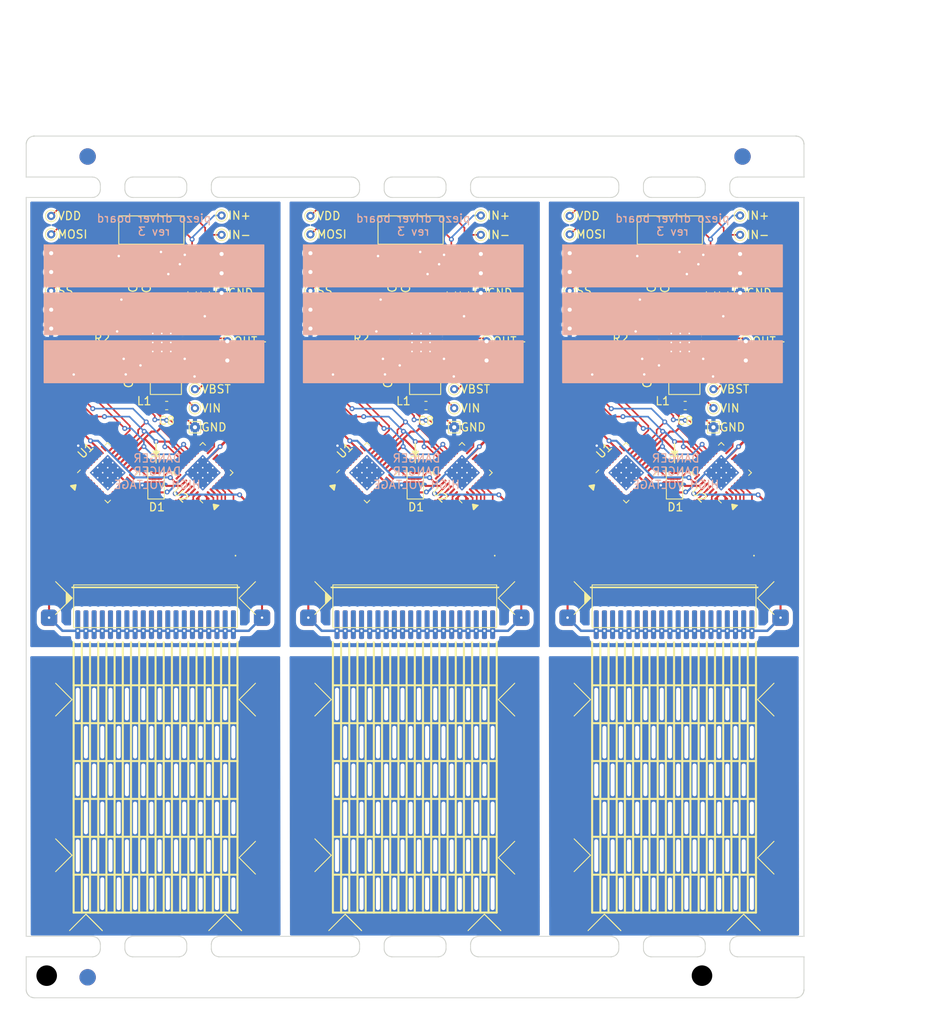
<source format=kicad_pcb>
(kicad_pcb (version 20221018) (generator pcbnew)
  (layers (0 "F.Cu" signal) (31 "B.Cu" signal) (34 "B.Paste" user) (35 "F.Paste" user) (36 "B.SilkS" user "B.Silkscreen") (37 "F.SilkS" user "F.Silkscreen") (38 "B.Mask" user) (39 "F.Mask" user) (44 "Edge.Cuts" user))
  (net 0 "")
  (net 1 "Board_0-/IN+")
  (net 2 "Board_0-/IN-")
  (net 3 "Board_0-/MISO")
  (net 4 "Board_0-/MOSI")
  (net 5 "Board_0-/OUT-")
  (net 6 "Board_0-/POL")
  (net 7 "Board_0-/PZT_Common")
  (net 8 "Board_0-/SCL")
  (net 9 "Board_0-/SCLK")
  (net 10 "Board_0-/SDA")
  (net 11 "Board_0-/SS")
  (net 12 "Board_0-/VBST")
  (net 13 "Board_0-/VDD")
  (net 14 "Board_0-/VIN")
  (net 15 "Board_0-/VPP")
  (net 16 "Board_0-/fill")
  (net 17 "Board_0-/reed1")
  (net 18 "Board_0-/reed10")
  (net 19 "Board_0-/reed11")
  (net 20 "Board_0-/reed12")
  (net 21 "Board_0-/reed13")
  (net 22 "Board_0-/reed14")
  (net 23 "Board_0-/reed15")
  (net 24 "Board_0-/reed16")
  (net 25 "Board_0-/reed17")
  (net 26 "Board_0-/reed18")
  (net 27 "Board_0-/reed19")
  (net 28 "Board_0-/reed2")
  (net 29 "Board_0-/reed20")
  (net 30 "Board_0-/reed3")
  (net 31 "Board_0-/reed4")
  (net 32 "Board_0-/reed5")
  (net 33 "Board_0-/reed6")
  (net 34 "Board_0-/reed7")
  (net 35 "Board_0-/reed8")
  (net 36 "Board_0-/reed9")
  (net 37 "Board_0-GND")
  (net 38 "Board_0-Net-(L1-Pad1)")
  (net 39 "Board_0-Net-(U1-DIN)")
  (net 40 "Board_0-Net-(U3-FB)")
  (net 41 "Board_0-Net-(U3-IN+)")
  (net 42 "Board_0-Net-(U3-IN-)")
  (net 43 "Board_0-Net-(U3-REG)")
  (net 44 "Board_0-Net-(U3-REXT)")
  (net 45 "Board_0-Net-(U3-VPUMP)")
  (net 46 "Board_0-unconnected-(U1-HVout11-Pad2)")
  (net 47 "Board_0-unconnected-(U1-HVout12-Pad1)")
  (net 48 "Board_0-unconnected-(U1-HVout13-Pad32)")
  (net 49 "Board_0-unconnected-(U1-HVout14-Pad31)")
  (net 50 "Board_0-unconnected-(U1-HVout15-Pad30)")
  (net 51 "Board_0-unconnected-(U1-HVout16-Pad29)")
  (net 52 "Board_0-unconnected-(U1-NC-Pad13)")
  (net 53 "Board_0-unconnected-(U1-NC-Pad16)")
  (net 54 "Board_0-unconnected-(U1-NC-Pad18)")
  (net 55 "Board_0-unconnected-(U1-NC-Pad23)")
  (net 56 "Board_0-unconnected-(U1-NC-Pad25)")
  (net 57 "Board_0-unconnected-(U2-HVout1-Pad12)")
  (net 58 "Board_0-unconnected-(U2-HVout2-Pad11)")
  (net 59 "Board_0-unconnected-(U2-HVout3-Pad10)")
  (net 60 "Board_0-unconnected-(U2-HVout4-Pad9)")
  (net 61 "Board_0-unconnected-(U2-HVout5-Pad8)")
  (net 62 "Board_0-unconnected-(U2-HVout6-Pad7)")
  (net 63 "Board_0-unconnected-(U2-NC-Pad13)")
  (net 64 "Board_0-unconnected-(U2-NC-Pad16)")
  (net 65 "Board_0-unconnected-(U2-NC-Pad18)")
  (net 66 "Board_0-unconnected-(U2-NC-Pad23)")
  (net 67 "Board_0-unconnected-(U2-NC-Pad25)")
  (net 68 "Board_0-unconnected-(U3-NC-Pad9)")
  (net 69 "Board_1-/IN+")
  (net 70 "Board_1-/IN-")
  (net 71 "Board_1-/MISO")
  (net 72 "Board_1-/MOSI")
  (net 73 "Board_1-/OUT-")
  (net 74 "Board_1-/POL")
  (net 75 "Board_1-/PZT_Common")
  (net 76 "Board_1-/SCL")
  (net 77 "Board_1-/SCLK")
  (net 78 "Board_1-/SDA")
  (net 79 "Board_1-/SS")
  (net 80 "Board_1-/VBST")
  (net 81 "Board_1-/VDD")
  (net 82 "Board_1-/VIN")
  (net 83 "Board_1-/VPP")
  (net 84 "Board_1-/fill")
  (net 85 "Board_1-/reed1")
  (net 86 "Board_1-/reed10")
  (net 87 "Board_1-/reed11")
  (net 88 "Board_1-/reed12")
  (net 89 "Board_1-/reed13")
  (net 90 "Board_1-/reed14")
  (net 91 "Board_1-/reed15")
  (net 92 "Board_1-/reed16")
  (net 93 "Board_1-/reed17")
  (net 94 "Board_1-/reed18")
  (net 95 "Board_1-/reed19")
  (net 96 "Board_1-/reed2")
  (net 97 "Board_1-/reed20")
  (net 98 "Board_1-/reed3")
  (net 99 "Board_1-/reed4")
  (net 100 "Board_1-/reed5")
  (net 101 "Board_1-/reed6")
  (net 102 "Board_1-/reed7")
  (net 103 "Board_1-/reed8")
  (net 104 "Board_1-/reed9")
  (net 105 "Board_1-GND")
  (net 106 "Board_1-Net-(L1-Pad1)")
  (net 107 "Board_1-Net-(U1-DIN)")
  (net 108 "Board_1-Net-(U3-FB)")
  (net 109 "Board_1-Net-(U3-IN+)")
  (net 110 "Board_1-Net-(U3-IN-)")
  (net 111 "Board_1-Net-(U3-REG)")
  (net 112 "Board_1-Net-(U3-REXT)")
  (net 113 "Board_1-Net-(U3-VPUMP)")
  (net 114 "Board_1-unconnected-(U1-HVout11-Pad2)")
  (net 115 "Board_1-unconnected-(U1-HVout12-Pad1)")
  (net 116 "Board_1-unconnected-(U1-HVout13-Pad32)")
  (net 117 "Board_1-unconnected-(U1-HVout14-Pad31)")
  (net 118 "Board_1-unconnected-(U1-HVout15-Pad30)")
  (net 119 "Board_1-unconnected-(U1-HVout16-Pad29)")
  (net 120 "Board_1-unconnected-(U1-NC-Pad13)")
  (net 121 "Board_1-unconnected-(U1-NC-Pad16)")
  (net 122 "Board_1-unconnected-(U1-NC-Pad18)")
  (net 123 "Board_1-unconnected-(U1-NC-Pad23)")
  (net 124 "Board_1-unconnected-(U1-NC-Pad25)")
  (net 125 "Board_1-unconnected-(U2-HVout1-Pad12)")
  (net 126 "Board_1-unconnected-(U2-HVout2-Pad11)")
  (net 127 "Board_1-unconnected-(U2-HVout3-Pad10)")
  (net 128 "Board_1-unconnected-(U2-HVout4-Pad9)")
  (net 129 "Board_1-unconnected-(U2-HVout5-Pad8)")
  (net 130 "Board_1-unconnected-(U2-HVout6-Pad7)")
  (net 131 "Board_1-unconnected-(U2-NC-Pad13)")
  (net 132 "Board_1-unconnected-(U2-NC-Pad16)")
  (net 133 "Board_1-unconnected-(U2-NC-Pad18)")
  (net 134 "Board_1-unconnected-(U2-NC-Pad23)")
  (net 135 "Board_1-unconnected-(U2-NC-Pad25)")
  (net 136 "Board_1-unconnected-(U3-NC-Pad9)")
  (net 137 "Board_2-/IN+")
  (net 138 "Board_2-/IN-")
  (net 139 "Board_2-/MISO")
  (net 140 "Board_2-/MOSI")
  (net 141 "Board_2-/OUT-")
  (net 142 "Board_2-/POL")
  (net 143 "Board_2-/PZT_Common")
  (net 144 "Board_2-/SCL")
  (net 145 "Board_2-/SCLK")
  (net 146 "Board_2-/SDA")
  (net 147 "Board_2-/SS")
  (net 148 "Board_2-/VBST")
  (net 149 "Board_2-/VDD")
  (net 150 "Board_2-/VIN")
  (net 151 "Board_2-/VPP")
  (net 152 "Board_2-/fill")
  (net 153 "Board_2-/reed1")
  (net 154 "Board_2-/reed10")
  (net 155 "Board_2-/reed11")
  (net 156 "Board_2-/reed12")
  (net 157 "Board_2-/reed13")
  (net 158 "Board_2-/reed14")
  (net 159 "Board_2-/reed15")
  (net 160 "Board_2-/reed16")
  (net 161 "Board_2-/reed17")
  (net 162 "Board_2-/reed18")
  (net 163 "Board_2-/reed19")
  (net 164 "Board_2-/reed2")
  (net 165 "Board_2-/reed20")
  (net 166 "Board_2-/reed3")
  (net 167 "Board_2-/reed4")
  (net 168 "Board_2-/reed5")
  (net 169 "Board_2-/reed6")
  (net 170 "Board_2-/reed7")
  (net 171 "Board_2-/reed8")
  (net 172 "Board_2-/reed9")
  (net 173 "Board_2-GND")
  (net 174 "Board_2-Net-(L1-Pad1)")
  (net 175 "Board_2-Net-(U1-DIN)")
  (net 176 "Board_2-Net-(U3-FB)")
  (net 177 "Board_2-Net-(U3-IN+)")
  (net 178 "Board_2-Net-(U3-IN-)")
  (net 179 "Board_2-Net-(U3-REG)")
  (net 180 "Board_2-Net-(U3-REXT)")
  (net 181 "Board_2-Net-(U3-VPUMP)")
  (net 182 "Board_2-unconnected-(U1-HVout11-Pad2)")
  (net 183 "Board_2-unconnected-(U1-HVout12-Pad1)")
  (net 184 "Board_2-unconnected-(U1-HVout13-Pad32)")
  (net 185 "Board_2-unconnected-(U1-HVout14-Pad31)")
  (net 186 "Board_2-unconnected-(U1-HVout15-Pad30)")
  (net 187 "Board_2-unconnected-(U1-HVout16-Pad29)")
  (net 188 "Board_2-unconnected-(U1-NC-Pad13)")
  (net 189 "Board_2-unconnected-(U1-NC-Pad16)")
  (net 190 "Board_2-unconnected-(U1-NC-Pad18)")
  (net 191 "Board_2-unconnected-(U1-NC-Pad23)")
  (net 192 "Board_2-unconnected-(U1-NC-Pad25)")
  (net 193 "Board_2-unconnected-(U2-HVout1-Pad12)")
  (net 194 "Board_2-unconnected-(U2-HVout2-Pad11)")
  (net 195 "Board_2-unconnected-(U2-HVout3-Pad10)")
  (net 196 "Board_2-unconnected-(U2-HVout4-Pad9)")
  (net 197 "Board_2-unconnected-(U2-HVout5-Pad8)")
  (net 198 "Board_2-unconnected-(U2-HVout6-Pad7)")
  (net 199 "Board_2-unconnected-(U2-NC-Pad13)")
  (net 200 "Board_2-unconnected-(U2-NC-Pad16)")
  (net 201 "Board_2-unconnected-(U2-NC-Pad18)")
  (net 202 "Board_2-unconnected-(U2-NC-Pad23)")
  (net 203 "Board_2-unconnected-(U2-NC-Pad25)")
  (net 204 "Board_2-unconnected-(U3-NC-Pad9)")
  (footprint "TestPoint:TestPoint_THTPad_D1.0mm_Drill0.5mm" (layer "F.Cu") (at 125.575 47.4)
    (fp_text reference "TP3" hide)
    (fp_text value "TestPoint")
  )
  (footprint "Fiducial" (layer "F.Cu") (at 108.525 122.7)
    (fp_text reference "KiKit_FID_T_3" hide)
    (fp_text value "Fiducial" hide)
  )
  (footprint "Optacon_common:TDK_VLS_3012" (layer "F.Cu") (at 118.075 49.85 -90)
    (fp_text reference "L1")
    (fp_text value "3.3 µH")
  )
  (footprint "Optacon_common:Hirose_FH34SRJ-40S-0.5SH" (layer "F.Cu") (at 180.125 73.65)
    (fp_text reference "J2" hide)
    (fp_text value "Conn_01x40_Socket" hide)
  )
  (footprint "TestPoint:TestPoint_THTPad_1.0x1.0mm_Drill0.5mm" (layer "F.Cu") (at 153.275 55.55)
    (fp_text reference "TP2" hide)
    (fp_text value "TestPoint")
  )
  (footprint "TestPoint:TestPoint_THTPad_D1.0mm_Drill0.5mm" (layer "F.Cu") (at 188.175 34.4)
    (fp_text reference "TP11" hide)
    (fp_text value "TestPoint")
  )
  (footprint "TestPoint:TestPoint_THTPad_D1.0mm_Drill0.5mm" (layer "F.Cu") (at 157.225 47.4)
    (fp_text reference "TP3" hide)
    (fp_text value "TestPoint")
  )
  (footprint "TestPoint:TestPoint_THTPad_D1.0mm_Drill0.5mm" (layer "F.Cu") (at 153.275 53.225)
    (fp_text reference "TP15" hide)
    (fp_text value "VDD")
  )
  (footprint "TestPoint:TestPoint_THTPad_D1.0mm_Drill0.5mm" (layer "F.Cu") (at 121.625 50.9)
    (fp_text reference "TP4" hide)
    (fp_text value "TestPoint")
  )
  (footprint "TestPoint:TestPoint_THTPad_D1.0mm_Drill0.5mm" (layer "F.Cu") (at 104.075 41.2)
    (fp_text reference "TP13" hide)
    (fp_text value "TestPoint")
  )
  (footprint "Capacitor_SMD:C_0603_1608Metric" (layer "F.Cu") (at 147.425 40.6 90)
    (fp_text reference "C3")
    (fp_text value "0.1 µF")
  )
  (footprint "TestPoint:TestPoint_THTPad_1.0x1.0mm_Drill0.5mm" (layer "F.Cu") (at 135.725 43.5)
    (fp_text reference "TP2" hide)
    (fp_text value "TestPoint")
  )
  (footprint "Resistor_SMD:R_0603_1608Metric" (layer "F.Cu") (at 153.675 43.3)
    (fp_text reference "R3")
    (fp_text value "6.98k")
  )
  (footprint "Capacitor_SMD:C_0603_1608Metric" (layer "F.Cu") (at 154.525 39.15 90)
    (fp_text reference "C7")
    (fp_text value "1 µF")
  )
  (footprint "TestPoint:TestPoint_THTPad_1.0x1.0mm_Drill0.5mm" (layer "F.Cu") (at 167.375 43.5)
    (fp_text reference "TP2" hide)
    (fp_text value "TestPoint")
  )
  (footprint "Capacitor_SMD:C_0603_1608Metric" (layer "F.Cu") (at 181.475 52.9)
    (fp_text reference "C8")
    (fp_text value "0.1")
  )
  (footprint "Optacon_common:Hirose_FH34SRJ-12S-0.5SH" (layer "F.Cu") (at 147.925 31.6 180)
    (fp_text reference "J1" hide)
    (fp_text value "Conn_01x12")
  )
  (footprint "Optacon_common:Hirose_FH34SRJ-40S-0.5SH" (layer "F.Cu") (at 116.825 73.65)
    (fp_text reference "J2" hide)
    (fp_text value "Conn_01x40_Socket" hide)
  )
  (footprint "Resistor_SMD:R_0603_1608Metric" (layer "F.Cu") (at 144.625 46.3)
    (fp_text reference "R1")
    (fp_text value "549k")
  )
  (footprint "TestPoint:TestPoint_THTPad_D1.0mm_Drill0.5mm" (layer "F.Cu") (at 104.075 29.75)
    (fp_text reference "TP1" hide)
    (fp_text value "VDD")
  )
  (footprint "TestPoint:TestPoint_THTPad_D1.0mm_Drill0.5mm" (layer "F.Cu") (at 188.875 47.4)
    (fp_text reference "TP3" hide)
    (fp_text value "TestPoint")
  )
  (footprint "TestPoint:TestPoint_THTPad_D1.0mm_Drill0.5mm" (layer "F.Cu") (at 167.375 29.75)
    (fp_text reference "TP1" hide)
    (fp_text value "VDD")
  )
  (footprint "Resistor_SMD:R_0603_1608Metric" (layer "F.Cu") (at 112.975 46.3)
    (fp_text reference "R1")
    (fp_text value "549k")
  )
  (footprint "Resistor_SMD:R_0603_1608Metric" (layer "F.Cu") (at 112.975 44.7)
    (fp_text reference "R2")
    (fp_text value "6.98k")
  )
  (footprint "TestPoint:TestPoint_THTPad_D1.0mm_Drill0.5mm" (layer "F.Cu") (at 188.175 36.75)
    (fp_text reference "TP10" hide)
    (fp_text value "TestPoint")
  )
  (footprint "Resistor_SMD:R_0603_1608Metric" (layer "F.Cu") (at 144.625 44.7)
    (fp_text reference "R2")
    (fp_text value "6.98k")
  )
  (footprint "TestPoint:TestPoint_THTPad_D1.0mm_Drill0.5mm" (layer "F.Cu") (at 156.525 36.75)
    (fp_text reference "TP10" hide)
    (fp_text value "TestPoint")
  )
  (footprint "TestPoint:TestPoint_THTPad_D1.0mm_Drill0.5mm" (layer "F.Cu") (at 184.925 50.9)
    (fp_text reference "TP4" hide)
    (fp_text value "TestPoint")
  )
  (footprint "TestPoint:TestPoint_THTPad_1.0x1.0mm_Drill0.5mm" (layer "F.Cu") (at 184.925 55.55)
    (fp_text reference "TP2" hide)
    (fp_text value "TestPoint")
  )
  (footprint "TestPoint:TestPoint_THTPad_D1.0mm_Drill0.5mm" (layer "F.Cu") (at 167.375 38.9)
    (fp_text reference "TP14" hide)
    (fp_text value "TestPoint")
  )
  (footprint "Resistor_SMD:R_0603_1608Metric" (layer "F.Cu") (at 122.025 43.3)
    (fp_text reference "R3")
    (fp_text value "6.98k")
  )
  (footprint "Optacon_common:piezox20" (layer "F.Cu") (at 180.015 74.8)
    (fp_text reference "piezo1" hide)
    (fp_text value "Conn_01x22" hide)
  )
  (footprint "Optacon_common:TDK_VLS_3012" (layer "F.Cu") (at 181.375 49.85 -90)
    (fp_text reference "L1")
    (fp_text value "3.3 µH")
  )
  (footprint "Diode_SMD:D_SOD-123F" (layer "F.Cu") (at 148.525 62.1 90)
    (fp_text reference "D1")
    (fp_text value "D")
  )
  (footprint "Resistor_SMD:R_0603_1608Metric" (layer "F.Cu") (at 176.275 44.7)
    (fp_text reference "R2")
    (fp_text value "6.98k")
  )
  (footprint "TestPoint:TestPoint_THTPad_D1.0mm_Drill0.5mm" (layer "F.Cu") (at 167.375 32)
    (fp_text reference "TP8" hide)
    (fp_text value "TestPoint")
  )
  (footprint "Capacitor_SMD:C_0603_1608Metric" (layer "F.Cu") (at 121.275 39.15 90)
    (fp_text reference "C6")
    (fp_text value "1 µF")
  )
  (footprint "Optacon_common:TDK_VLS_3012" (layer "F.Cu") (at 149.725 49.85 -90)
    (fp_text reference "L1")
    (fp_text value "3.3 µH")
  )
  (footprint "TestPoint:TestPoint_THTPad_D1.0mm_Drill0.5mm" (layer "F.Cu") (at 167.375 34.3)
    (fp_text reference "TP9" hide)
    (fp_text value "TestPoint")
  )
  (footprint "TestPoint:TestPoint_THTPad_D1.0mm_Drill0.5mm" (layer "F.Cu") (at 124.875 29.7)
    (fp_text reference "TP6" hide)
    (fp_text value "TestPoint")
  )
  (footprint "TestPoint:TestPoint_THTPad_D1.0mm_Drill0.5mm" (layer "F.Cu") (at 104.075 36.6)
    (fp_text reference "TP12" hide)
    (fp_text value "TestPoint")
  )
  (footprint "Capacitor_SMD:C_0603_1608Metric" (layer "F.Cu") (at 178.275 49.8 90)
    (fp_text reference "C5")
    (fp_text value "10 µF")
  )
  (footprint "Optacon_common:piezox20" (layer "F.Cu") (at 148.365 74.8)
    (fp_text reference "piezo1" hide)
    (fp_text value "Conn_01x22" hide)
  )
  (footprint "Capacitor_SMD:C_0805_2012Metric" (layer "F.Cu") (at 153.225 47.4 -90)
    (fp_text reference "C4")
    (fp_text value "0.1 µF 150V+")
  )
  (footprint "TestPoint:TestPoint_THTPad_D1.0mm_Drill0.5mm" (layer "F.Cu") (at 156.525 29.7)
    (fp_text reference "TP6" hide)
    (fp_text value "TestPoint")
  )
  (footprint "TestPoint:TestPoint_THTPad_1.0x1.0mm_Drill0.5mm" (layer "F.Cu") (at 124.875 39.15)
    (fp_text reference "TP2" hide)
    (fp_text value "TestPoint")
  )
  (footprint "Optacon_common:Hirose_FH34SRJ-12S-0.5SH" (layer "F.Cu") (at 179.575 31.6 180)
    (fp_text reference "J1" hide)
    (fp_text value "Conn_01x12")
  )
  (footprint "TestPoint:TestPoint_THTPad_D1.0mm_Drill0.5mm" (layer "F.Cu") (at 124.875 32.0625)
    (fp_text reference "TP7" hide)
    (fp_text value "TestPoint")
  )
  (footprint "TestPoint:TestPoint_THTPad_D1.0mm_Drill0.5mm" (layer "F.Cu") (at 188.875 45.05)
    (fp_text reference "TP5" hide)
    (fp_text value "TestPoint")
  )
  (footprint "Diode_SMD:D_SOD-123F" (layer "F.Cu") (at 180.175 62.1 90)
    (fp_text reference "D1")
    (fp_text value "D")
  )
  (footprint "TestPoint:TestPoint_THTPad_D1.0mm_Drill0.5mm" (layer "F.Cu") (at 121.625 53.225)
    (fp_text reference "TP15" hide)
    (fp_text value "VDD")
  )
  (footprint "Package_DFN_QFN:HVQFN-32-1EP_5x5mm_P0.5mm_EP3.1x3.1mm_ThermalVias" (layer "F.Cu") (at 174.275 61.1 45)
    (fp_text reference "U1")
    (fp_text value "HV509")
  )
  (footprint "Resistor_SMD:R_0603_1608Metric" (layer "F.Cu") (at 119.175 37.6 90)
    (fp_text reference "R5")
    (fp_text value "3.3k")
  )
  (footprint "Fiducial" (layer "F.Cu") (at 188.475 22.5)
    (fp_text reference "KiKit_FID_T_2" hide)
    (fp_text value "Fiducial" hide)
  )
  (footprint "Capacitor_SMD:C_0603_1608Metric" (layer "F.Cu") (at 112.975 42.9 180)
    (fp_text reference "C1")
    (fp_text value "1 µF")
  )
  (footprint "Capacitor_SMD:C_0603_1608Metric" (layer "F.Cu") (at 186.175 39.15 90)
    (fp_text reference "C7")
    (fp_text value "1 µF")
  )
  (footprint "TestPoint:TestPoint_THTPad_D1.0mm_Drill0.5mm" (layer "F.Cu") (at 124.875 36.75)
    (fp_text reference "TP10" hide)
    (fp_text value "TestPoint")
  )
  (footprint "TestPoint:TestPoint_THTPad_D1.0mm_Drill0.5mm" (layer "F.Cu") (at 135.725 38.9)
    (fp_text reference "TP14" hide)
    (fp_text value "TestPoint")
  )
  (footprint "TestPoint:TestPoint_THTPad_D1.0mm_Drill0.5mm" (layer "F.Cu") (at 188.175 32.0625)
    (fp_text reference "TP7" hide)
    (fp_text value "TestPoint")
  )
  (footprint "Package_DFN_QFN:Texas_S-PVQFN-N20_EP2.7x2.7mm_ThermalVias" (layer "F.Cu") (at 149.225 45.2)
    (fp_text reference "U3")
    (fp_text value "DRV2665")
  )
  (footprint "TestPoint:TestPoint_THTPad_D1.0mm_Drill0.5mm" (layer "F.Cu") (at 104.075 32)
    (fp_text reference "TP8" hide)
    (fp_text value "TestPoint")
  )
  (footprint "NPTH" (layer "F.Cu") (at 183.525 122.5)
    (fp_text reference "REF**" hide)
    (fp_text value "NPTH" hide)
  )
  (footprint "TestPoint:TestPoint_THTPad_D1.0mm_Drill0.5mm" (layer "F.Cu") (at 135.725 34.3)
    (fp_text reference "TP9" hide)
    (fp_text value "TestPoint")
  )
  (footprint "Capacitor_SMD:C_0603_1608Metric" (layer "F.Cu") (at 176.275 42.9 180)
    (fp_text reference "C1")
    (fp_text value "1 µF")
  )
  (footprint "Capacitor_SMD:C_0603_1608Metric" (layer "F.Cu") (at 177.375 40.6 90)
    (fp_text reference "C2")
    (fp_text value "0.1 µF")
  )
  (footprint "Diode_SMD:D_SOD-123F" (layer "F.Cu") (at 116.875 62.1 90)
    (fp_text reference "D1")
    (fp_text value "D")
  )
  (footprint "TestPoint:TestPoint_THTPad_D1.0mm_Drill0.5mm" (layer "F.Cu") (at 135.725 36.6)
    (fp_text reference "TP12" hide)
    (fp_text value "TestPoint")
  )
  (footprint "Capacitor_SMD:C_0603_1608Metric" (layer "F.Cu") (at 122.875 39.15 90)
    (fp_text reference "C7")
    (fp_text value "1 µF")
  )
  (footprint "Resistor_SMD:R_0603_1608Metric" (layer "F.Cu") (at 149.225 37.6 -90)
    (fp_text reference "R4")
    (fp_text value "3.3k")
  )
  (footprint "Capacitor_SMD:C_0603_1608Metric" (layer "F.Cu") (at 118.175 52.9)
    (fp_text reference "C8")
    (fp_text value "0.1")
  )
  (footprint "TestPoint:TestPoint_THTPad_D1.0mm_Drill0.5mm" (layer "F.Cu") (at 135.725 29.75)
    (fp_text reference "TP1" hide)
    (fp_text value "VDD")
  )
  (footprint "Package_DFN_QFN:HVQFN-32-1EP_5x5mm_P0.5mm_EP3.1x3.1mm_ThermalVias" (layer "F.Cu") (at 110.975 61.1 45)
    (fp_text reference "U1")
    (fp_text value "HV509")
  )
  (footprint "TestPoint:TestPoint_THTPad_D1.0mm_Drill0.5mm" (layer "F.Cu") (at 124.875 34.4)
    (fp_text reference "TP11" hide)
    (fp_text value "TestPoint")
  )
  (footprint "TestPoint:TestPoint_THTPad_D1.0mm_Drill0.5mm" (layer "F.Cu") (at 104.075 38.9)
    (fp_text reference "TP14" hide)
    (fp_text value "TestPoint")
  )
  (footprint "TestPoint:TestPoint_THTPad_D1.0mm_Drill0.5mm" (layer "F.Cu") (at 156.525 32.0625)
    (fp_text reference "TP7" hide)
    (fp_text value "TestPoint")
  )
  (footprint "Resistor_SMD:R_0603_1608Metric" (layer "F.Cu") (at 117.575 37.6 -90)
    (fp_text reference "R4")
    (fp_text value "3.3k")
  )
  (footprint "TestPoint:TestPoint_THTPad_D1.0mm_Drill0.5mm" (layer "F.Cu") (at 188.175 29.7)
    (fp_text reference "TP6" hide)
    (fp_text value "TestPoint")
  )
  (footprint "Capacitor_SMD:C_0805_2012Metric" (layer "F.Cu") (at 121.575 47.4 -90)
    (fp_text reference "C4")
    (fp_text value "0.1 µF 150V+")
  )
  (footprint "Capacitor_SMD:C_0603_1608Metric" (layer "F.Cu") (at 146.625 49.8 90)
    (fp_text reference "C5")
    (fp_text value "10 µF")
  )
  (footprint "Package_DFN_QFN:HVQFN-32-1EP_5x5mm_P0.5mm_EP3.1x3.1mm_ThermalVias" (layer "F.Cu") (at 142.625 61.1 45)
    (fp_text reference "U1")
    (fp_text value "HV509")
  )
  (footprint "TestPoint:TestPoint_THTPad_D1.0mm_Drill0.5mm" (layer "F.Cu") (at 125.575 45.05)
    (fp_text reference "TP5" hide)
    (fp_text value "TestPoint")
  )
  (footprint "Capacitor_SMD:C_0603_1608Metric" (layer "F.Cu") (at 179.075 40.6 90)
    (fp_text reference "C3")
    (fp_text value "0.1 µF")
  )
  (footprint "Resistor_SMD:R_0603_1608Metric" (layer "F.Cu") (at 150.825 37.6 90)
    (fp_text reference "R5")
    (fp_text value "3.3k")
  )
  (footprint "TestPoint:TestPoint_THTPad_D1.0mm_Drill0.5mm" (layer "F.Cu") (at 157.225 45.05)
    (fp_text reference "TP5" hide)
    (fp_text value "TestPoint")
  )
  (footprint "Capacitor_SMD:C_0603_1608Metric" (layer "F.Cu") (at 115.775 40.6 90)
    (fp_text reference "C3")
    (fp_text value "0.1 µF")
  )
  (footprint "Resistor_SMD:R_0603_1608Metric" (layer "F.Cu") (at 180.875 37.6 -90)
    (fp_text reference "R4")
    (fp_text value "3.3k")
  )
  (footprint "NPTH" (layer "F.Cu") (at 103.525 122.5)
    (fp_text reference "REF**" hide)
    (fp_text value "NPTH" hide)
  )
  (footprint "Capacitor_SMD:C_0805_2012Metric" (layer "F.Cu") (at 184.875 47.4 -90)
    (fp_text reference "C4")
    (fp_text value "0.1 µF 150V+")
  )
  (footprint "Resistor_SMD:R_0603_1608Metric" (layer "F.Cu") (at 182.475 37.6 90)
    (fp_text reference "R5")
    (fp_text value "3.3k")
  )
  (footprint "Capacitor_SMD:C_0603_1608Metric" (layer "F.Cu") (at 114.975 49.8 90)
    (fp_text reference "C5")
    (fp_text value "10 µF")
  )
  (footprint "Capacitor_SMD:C_0603_1608Metric" (layer "F.Cu") (at 149.825 52.9)
    (fp_text reference "C8")
    (fp_text value "0.1")
  )
  (footprint "Capacitor_SMD:C_0603_1608Metric" (layer "F.Cu") (at 144.625 42.9 180)
    (fp_text reference "C1")
    (fp_text value "1 µF")
  )
  (footprint "TestPoint:TestPoint_THTPad_D1.0mm_Drill0.5mm" (layer "F.Cu") (at 167.375 41.2)
    (fp_text reference "TP13" hide)
    (fp_text value "TestPoint")
  )
  (footprint "Optacon_common:Hirose_FH34SRJ-40S-0.5SH" (layer "F.Cu") (at 148.475 73.65)
    (fp_text reference "J2" hide)
    (fp_text value "Conn_01x40_Socket" hide)
  )
  (footprint "TestPoint:TestPoint_THTPad_D1.0mm_Drill0.5mm" (layer "F.Cu") (at 156.525 34.4)
    (fp_text reference "TP11" hide)
    (fp_text value "TestPoint")
  )
  (footprint "Resistor_SMD:R_0603_1608Metric" (layer "F.Cu") (at 176.275 46.3)
    (fp_text reference "R1")
    (fp_text value "549k")
  )
  (footprint "Package_DFN_QFN:HVQFN-32-1EP_5x5mm_P0.5mm_EP3.1x3.1mm_ThermalVias" (layer "F.Cu") (at 154.225 61.1 135)
    (fp_text reference "U2")
    (fp_text value "HV509")
  )
  (footprint "TestPoint:TestPoint_THTPad_1.0x1.0mm_Drill0.5mm" (layer "F.Cu") (at 121.625 55.55)
    (fp_text reference "TP2" hide)
    (fp_text value "TestPoint")
  )
  (footprint "Capacitor_SMD:C_0603_1608Metric" (layer "F.Cu") (at 184.575 39.15 90)
    (fp_text reference "C6")
    (fp_text value "1 µF")
  )
  (footprint "TestPoint:TestPoint_THTPad_D1.0mm_Drill0.5mm" (layer "F.Cu") (at 153.275 50.9)
    (fp_text reference "TP4" hide)
    (fp_text value "TestPoint")
  )
  (footprint "Capacitor_SMD:C_0603_1608Metric" (layer "F.Cu") (at 145.725 40.6 90)
    (fp_text reference "C2")
    (fp_text value "0.1 µF")
  )
  (footprint "Capacitor_SMD:C_0603_1608Metric" (layer "F.Cu") (at 152.925 39.15 90)
    (fp_text reference "C6")
    (fp_text value "1 µF")
  )
  (footprint "Package_DFN_QFN:HVQFN-32-1EP_5x5mm_P0.5mm_EP3.1x3.1mm_ThermalVias" (layer "F.Cu") (at 185.875 61.1 135)
    (fp_text reference "U2")
    (fp_text value "HV509")
  )
  (footprint "Package_DFN_QFN:Texas_S-PVQFN-N20_EP2.7x2.7mm_ThermalVias" (layer "F.Cu") (at 180.875 45.2)
    (fp_text reference "U3")
    (fp_text value "DRV2665")
  )
  (footprint "TestPoint:TestPoint_THTPad_D1.0mm_Drill0.5mm" (layer "F.Cu") (at 104.075 34.3)
    (fp_text reference "TP9" hide)
    (fp_text value "TestPoint")
  )
  (footprint "Resistor_SMD:R_0603_1608Metric" (layer "F.Cu") (at 185.325 43.3)
    (fp_text reference "R3")
    (fp_text value "6.98k")
  )
  (footprint "Package_DFN_QFN:Texas_S-PVQFN-N20_EP2.7x2.7mm_ThermalVias" (layer "F.Cu") (at 117.575 45.2)
    (fp_text reference "U3")
    (fp_text value "DRV2665")
  )
  (footprint "TestPoint:TestPoint_THTPad_D1.0mm_Drill0.5mm" (layer "F.Cu") (at 167.375 36.6)
    (fp_text reference "TP12" hide)
    (fp_text value "TestPoint")
  )
  (footprint "TestPoint:TestPoint_THTPad_1.0x1.0mm_Drill0.5mm" (layer "F.Cu") (at 104.075 43.5)
    (fp_text reference "TP2" hide)
    (fp_text value "TestPoint")
  )
  (footprint "Optacon_common:piezox20" (layer "F.Cu") (at 116.715 74.8)
    (fp_text reference "piezo1" hide)
    (fp_text value "Conn_01x22" hide)
  )
  (footprint "Package_DFN_QFN:HVQFN-32-1EP_5x5mm_P0.5mm_EP3.1x3.1mm_ThermalVias" (layer "F.Cu") (at 122.575 61.1 135)
    (fp_text reference "U2")
    (fp_text value "HV509")
  )
  (footprint "TestPoint:TestPoint_THTPad_1.0x1.0mm_Drill0.5mm" (layer "F.Cu") (at 156.525 39.15)
    (fp_text reference "TP2" hide)
    (fp_text value "TestPoint")
  )
  (footprint "Optacon_common:Hirose_FH34SRJ-12S-0.5SH" (layer "F.Cu") (at 116.275 31.6 180)
    (fp_text reference "J1" hide)
    (fp_text value "Conn_01x12")
  )
  (footprint "Capacitor_SMD:C_0603_1608Metric" (layer "F.Cu") (at 114.075 40.6 90)
    (fp_text reference "C2")
    (fp_text value "0.1 µF")
  )
  (footprint "TestPoint:TestPoint_THTPad_D1.0mm_Drill0.5mm" (layer "F.Cu") (at 184.925 53.225)
    (fp_text reference "TP15" hide)
    (fp_text value "VDD")
  )
  (footprint "TestPoint:TestPoint_THTPad_1.0x1.0mm_Drill0.5mm" (layer "F.Cu") (at 188.175 39.15)
    (fp_text reference "TP2" hide)
    (fp_text value "TestPoint")
  )
  (footprint "TestPoint:TestPoint_THTPad_D1.0mm_Drill0.5mm" (layer "F.Cu") (at 135.725 41.2)
    (fp_text reference "TP13" hide)
    (fp_text value "TestPoint")
  )
  (footprint "Fiducial" (layer "F.Cu") (at 108.525 22.5)
    (fp_text reference "KiKit_FID_T_1" hide)
    (fp_text value "Fiducial" hide)
  )
  (footprint "TestPoint:TestPoint_THTPad_D1.0mm_Drill0.5mm" (layer "F.Cu") (at 135.725 32)
    (fp_text reference "TP8" hide)
    (fp_text value "TestPoint")
  )
  (footprint "Fiducial" (layer "B.Cu") (at 108.525 22.5)
    (fp_text reference "KiKit_FID_B_1" hide)
    (fp_text value "Fiducial" hide)
  )
  (footprint "Fiducial" (layer "B.Cu") (at 188.475 22.5)
    (fp_text reference "KiKit_FID_B_2" hide)
    (fp_text value "Fiducial" hide)
  )
  (footprint "Fiducial" (layer "B.Cu") (at 108.525 122.7)
    (fp_text reference "KiKit_FID_B_3" hide)
    (fp_text value "Fiducial" hide)
  )
  (gr_rect (start 166.525 45) (end 193.325 50.1) (stroke (width 0.15)) (fill solid) (layer "B.SilkS"))
  (gr_rect (start 134.875 33.3) (end 161.675 38.4) (stroke (width 0.15)) (fill solid) (layer "B.SilkS"))
  (gr_rect (start 103.225 45) (end 130.025 50.1) (stroke (width 0.15)) (fill solid) (layer "B.SilkS"))
  (gr_rect (start 103.225 33.3) (end 130.025 38.4) (stroke (width 0.15)) (fill solid) (layer "B.SilkS"))
  (gr_rect (start 134.875 45) (end 161.675 50.1) (stroke (width 0.15)) (fill solid) (layer "B.SilkS"))
  (gr_rect (start 166.525 33.3) (end 193.325 38.4) (stroke (width 0.15)) (fill solid) (layer "B.SilkS"))
  (gr_rect (start 103.225 39.15) (end 130.025 44.25) (stroke (width 0.15)) (fill solid) (layer "B.SilkS"))
  (gr_rect (start 134.875 39.15) (end 161.675 44.25) (stroke (width 0.15)) (fill solid) (layer "B.SilkS"))
  (gr_rect (start 166.525 39.15) (end 193.325 44.25) (stroke (width 0.15)) (fill solid) (layer "B.SilkS"))
  (gr_line (start 180.175 57.5) (end 180.175 59) (stroke (width 0.15)) (layer "F.SilkS"))
  (gr_poly (pts (xy 156.125 65.1) (xy 155.647703 65.577297) (xy 155.541637 64.976256)) (stroke (width 0.2)) (fill solid) (layer "F.SilkS"))
  (gr_poly (pts (xy 169.915 76.4) (xy 169.225 77.1) (xy 169.225 75.7)) (stroke (width 0.15)) (fill solid) (layer "F.SilkS"))
  (gr_line (start 148.525 57.5) (end 148.525 59) (stroke (width 0.15)) (layer "F.SilkS"))
  (gr_line (start 148.525 59.1) (end 148.525 59.9) (stroke (width 0.15)) (layer "F.SilkS"))
  (gr_line (start 148.025 59.1) (end 149.025 59.1) (stroke (width 0.15)) (layer "F.SilkS"))
  (gr_line (start 180.175 59.1) (end 180.175 59.9) (stroke (width 0.15)) (layer "F.SilkS"))
  (gr_line (start 116.875 59.1) (end 116.875 59.9) (stroke (width 0.15)) (layer "F.SilkS"))
  (gr_poly (pts (xy 138.601256 63.183363) (xy 138.123959 62.706066) (xy 138.725 62.6)) (stroke (width 0.2)) (fill solid) (layer "F.SilkS"))
  (gr_poly (pts (xy 106.615 76.4) (xy 105.925 77.1) (xy 105.925 75.7)) (stroke (width 0.15)) (fill solid) (layer "F.SilkS"))
  (gr_poly (pts (xy 124.475 65.1) (xy 123.997703 65.577297) (xy 123.891637 64.976256)) (stroke (width 0.2)) (fill solid) (layer "F.SilkS"))
  (gr_poly (pts (xy 148.2 58.5) (xy 148.875 58.5) (xy 148.525 59)) (stroke (width 0.2)) (fill solid) (layer "F.SilkS"))
  (gr_line (start 180.175 58.5) (end 180.175 57.5) (stroke (width 0.15)) (layer "F.SilkS"))
  (gr_line (start 116.875 57.5) (end 116.875 59) (stroke (width 0.15)) (layer "F.SilkS"))
  (gr_line (start 179.675 59.1) (end 180.675 59.1) (stroke (width 0.15)) (layer "F.SilkS"))
  (gr_poly (pts (xy 170.251256 63.183363) (xy 169.773959 62.706066) (xy 170.375 62.6)) (stroke (width 0.2)) (fill solid) (layer "F.SilkS"))
  (gr_poly (pts (xy 106.951256 63.183363) (xy 106.473959 62.706066) (xy 107.075 62.6)) (stroke (width 0.2)) (fill solid) (layer "F.SilkS"))
  (gr_poly (pts (xy 179.85 58.5) (xy 180.525 58.5) (xy 180.175 59)) (stroke (width 0.2)) (fill solid) (layer "F.SilkS"))
  (gr_line (start 148.525 58.5) (end 148.525 57.5) (stroke (width 0.15)) (layer "F.SilkS"))
  (gr_poly (pts (xy 138.265 76.4) (xy 137.575 77.1) (xy 137.575 75.7)) (stroke (width 0.15)) (fill solid) (layer "F.SilkS"))
  (gr_line (start 116.375 59.1) (end 117.375 59.1) (stroke (width 0.15)) (layer "F.SilkS"))
  (gr_line (start 116.875 58.5) (end 116.875 57.5) (stroke (width 0.15)) (layer "F.SilkS"))
  (gr_poly (pts (xy 187.775 65.1) (xy 187.297703 65.577297) (xy 187.191637 64.976256)) (stroke (width 0.2)) (fill solid) (layer "F.SilkS"))
  (gr_poly (pts (xy 116.55 58.5) (xy 117.225 58.5) (xy 116.875 59)) (stroke (width 0.2)) (fill solid) (layer "F.SilkS"))
  (gr_line (start 195.856537 124.671469) (end 195.856768 124.671036) (stroke (width 0.1)) (layer "Edge.Cuts"))
  (gr_line (start 101.818243 20.022139) (end 101.818005 20.022196) (stroke (width 0.1)) (layer "Edge.Cuts"))
  (gr_line (start 183.032036 25.00477) (end 183.080262 25.010718) (stroke (width 0.1)) (layer "Edge.Cuts"))
  (gr_line (start 187.866423 25.001195) (end 187.915122 25) (stroke (width 0.1)) (layer "Edge.Cuts"))
  (gr_line (start 186.944025 118.496861) (end 186.954671 118.44945) (stroke (width 0.1)) (layer "Edge.Cuts"))
  (gr_line (start 120.101681 120.083099) (end 120.058278 120.104946) (stroke (width 0.1)) (layer "Edge.Cuts"))
  (gr_line (start 144.919826 27.09974) (end 144.891847 27.060012) (stroke (width 0.1)) (layer "Edge.Cuts"))
  (gr_line (start 113.085718 119.355262) (end 113.07977 119.307036) (stroke (width 0.1)) (layer "Edge.Cuts"))
  (gr_line (start 124.025259 120.005173) (end 123.986952 119.975278) (stroke (width 0.1)) (layer "Edge.Cuts"))
  (gr_line (start 123.88146 118.025158) (end 123.914966 117.989966) (stroke (width 0.1)) (layer "Edge.Cuts"))
  (gr_line (start 173.317125 118.35648) (end 173.332368 118.402619) (stroke (width 0.1)) (layer "Edge.Cuts"))
  (gr_line (start 195.073231 125.194857) (end 195.084913 125.193417) (stroke (width 0.1)) (layer "Edge.Cuts"))
  (gr_line (start 156.216423 25.001195) (end 156.265122 25) (stroke (width 0.1)) (layer "Edge.Cuts"))
  (gr_line (start 145.336144 120.124637) (end 145.291721 120.104946) (stroke (width 0.1)) (layer "Edge.Cuts"))
  (gr_line (start 101.026605 120.204704) (end 101.026353 120.205125) (stroke (width 0.1)) (layer "Edge.Cuts"))
  (gr_line (start 144.782874 118.35648) (end 144.800362 118.311144) (stroke (width 0.1)) (layer "Edge.Cuts"))
  (gr_line (start 195.97487 120.20883) (end 195.974798 120.208344) (stroke (width 0.1)) (layer "Edge.Cuts"))
  (gr_line (start 195.898504 124.582793) (end 195.898692 124.58234) (stroke (width 0.1)) (layer "Edge.Cuts"))
  (gr_line (start 109.908152 118.139987) (end 109.934148 118.181039) (stroke (width 0.1)) (layer "Edge.Cuts"))
  (gr_line (start 176.37977 25.892963) (end 176.385718 25.844737) (stroke (width 0.1)) (layer "Edge.Cuts"))
  (gr_line (start 187.325259 117.894826) (end 187.364987 117.866847) (stroke (width 0.1)) (layer "Edge.Cuts"))
  (gr_line (start 172.578138 117.719025) (end 172.625549 117.729671) (stroke (width 0.1)) (layer "Edge.Cuts"))
  (gr_line (start 113.117631 25.702619) (end 113.132874 25.65648) (stroke (width 0.1)) (layer "Edge.Cuts"))
  (gr_line (start 109.278138 25.019025) (end 109.325549 25.029671) (stroke (width 0.1)) (layer "Edge.Cuts"))
  (gr_line (start 140.880262 27.489281) (end 140.832036 27.495229) (stroke (width 0.1)) (layer "Edge.Cuts"))
  (gr_line (start 173.370229 25.892963) (end 173.373804 25.941423) (stroke (width 0.1)) (layer "Edge.Cuts"))
  (gr_line (start 155.600158 117.95646) (end 155.636952 117.924721) (stroke (width 0.1)) (layer "Edge.Cuts"))
  (gr_line (start 195.975 124.187727) (end 195.975 120.212272) (stroke (width 0.1)) (layer "Edge.Cuts"))
  (gr_line (start 119.683576 117.701195) (end 119.732036 117.70477) (stroke (width 0.1)) (layer "Edge.Cuts"))
  (gr_line (start 195.972517 117.696477) (end 195.972829 117.696097) (stroke (width 0.1)) (layer "Edge.Cuts"))
  (gr_line (start 195.974996 120.212027) (end 195.974942 120.209809) (stroke (width 0.1)) (layer "Edge.Cuts"))
  (gr_line (start 113.514987 25.166847) (end 113.556039 25.140851) (stroke (width 0.1)) (layer "Edge.Cuts"))
  (gr_line (start 195.969441 27.501122) (end 195.968997 27.500912) (stroke (width 0.1)) (layer "Edge.Cuts"))
  (gr_line (start 113.777619 120.157368) (end 113.73148 120.142125) (stroke (width 0.1)) (layer "Edge.Cuts"))
  (gr_line (start 101.025593 20.987987) (end 101.025003 21.012027) (stroke (width 0.1)) (layer "Edge.Cuts"))
  (gr_line (start 152.108152 119.760012) (end 152.080173 119.79974) (stroke (width 0.1)) (layer "Edge.Cuts"))
  (gr_line (start 109.934148 118.181039) (end 109.958099 118.223318) (stroke (width 0.1)) (layer "Edge.Cuts"))
  (gr_line (start 101.553963 125.081768) (end 101.564476 125.08706) (stroke (width 0.1)) (layer "Edge.Cuts"))
  (gr_line (start 113.400158 117.95646) (end 113.436952 117.924721) (stroke (width 0.1)) (layer "Edge.Cuts"))
  (gr_line (start 195.962727 120.2) (end 187.915122 120.2) (stroke (width 0.1)) (layer "Edge.Cuts"))
  (gr_line (start 119.92238 117.742631) (end 119.968519 117.757874) (stroke (width 0.1)) (layer "Edge.Cuts"))
  (gr_line (start 120.567125 26.843519) (end 120.549637 26.888855) (stroke (width 0.1)) (layer "Edge.Cuts"))
  (gr_line (start 101.030558 117.698877) (end 101.031002 117.699087) (stroke (width 0.1)) (layer "Edge.Cuts"))
  (gr_line (start 113.075 26.509877) (end 113.075 25.990122) (stroke (width 0.1)) (layer "Edge.Cuts"))
  (gr_line (start 124.615122 120.2) (end 124.566423 120.198804) (stroke (width 0.1)) (layer "Edge.Cuts"))
  (gr_line (start 152.018539 118.025158) (end 152.050278 118.061952) (stroke (width 0.1)) (layer "Edge.Cuts"))
  (gr_line (start 141.649637 25.611144) (end 141.667125 25.65648) (stroke (width 0.1)) (layer "Edge.Cuts"))
  (gr_line (start 113.641721 120.104946) (end 113.598318 120.083099) (stroke (width 0.1)) (layer "Edge.Cuts"))
  (gr_line (start 109.508278 117.795053) (end 109.551681 117.8169) (stroke (width 0.1)) (layer "Edge.Cuts"))
  (gr_line (start 187.915122 117.7) (end 195.962727 117.7) (stroke (width 0.1)) (layer "Edge.Cuts"))
  (gr_line (start 145.38148 117.757874) (end 145.427619 117.742631) (stroke (width 0.1)) (layer "Edge.Cuts"))
  (gr_line (start 152.080173 118.100259) (end 152.108152 118.139987) (stroke (width 0.1)) (layer "Edge.Cuts"))
  (gr_line (start 113.82445 117.729671) (end 113.871861 117.719025) (stroke (width 0.1)) (layer "Edge.Cuts"))
  (gr_line (start 195.973646 24.994874) (end 195.973877 24.994441) (stroke (width 0.1)) (layer "Edge.Cuts"))
  (gr_line (start 101.459771 20.175697) (end 101.459572 20.175841) (stroke (width 0.1)) (layer "Edge.Cuts"))
  (gr_line (start 119.828138 27.480974) (end 119.780262 27.489281) (stroke (width 0.1)) (layer "Edge.Cuts"))
  (gr_line (start 124.064987 120.033152) (end 124.025259 120.005173) (stroke (width 0.1)) (layer "Edge.Cuts"))
  (gr_line (start 195.974087 27.506002) (end 195.973877 27.505558) (stroke (width 0.1)) (layer "Edge.Cuts"))
  (gr_line (start 183.080262 117.710718) (end 183.128138 117.719025) (stroke (width 0.1)) (layer "Edge.Cuts"))
  (gr_line (start 113.170053 25.566721) (end 113.1919 25.523318) (stroke (width 0.1)) (layer "Edge.Cuts"))
  (gr_line (start 152.050278 118.061952) (end 152.080173 118.100259) (stroke (width 0.1)) (layer "Edge.Cuts"))
  (gr_line (start 101.037027 117.699996) (end 101.037272 117.7) (stroke (width 0.1)) (layer "Edge.Cuts"))
  (gr_line (start 151.835012 120.033152) (end 151.79396 120.059148) (stroke (width 0.1)) (layer "Edge.Cuts"))
  (gr_line (start 110.017125 119.543519) (end 109.999637 119.588855) (stroke (width 0.1)) (layer "Edge.Cuts"))
  (gr_line (start 195.966655 117.699798) (end 195.967136 117.699702) (stroke (width 0.1)) (layer "Edge.Cuts"))
  (gr_line (start 144.949721 118.061952) (end 144.98146 118.025158) (stroke (width 0.1)) (layer "Edge.Cuts"))
  (gr_line (start 156.071861 120.180974) (end 156.02445 120.170328) (stroke (width 0.1)) (layer "Edge.Cuts"))
  (gr_line (start 141.695328 26.750549) (end 141.682368 26.79738) (stroke (width 0.1)) (layer "Edge.Cuts"))
  (gr_line (start 183.895328 119.450549) (end 183.882368 119.49738) (stroke (width 0.1)) (layer "Edge.Cuts"))
  (gr_line (start 101.025081 117.690681) (end 101.025129 117.691169) (stroke (width 0.1)) (layer "Edge.Cuts"))
  (gr_line (start 195.974942 117.69019) (end 195.974996 117.687972) (stroke (width 0.1)) (layer "Edge.Cuts"))
  (gr_line (start 123.654671 25.74945) (end 123.667631 25.702619) (stroke (width 0.1)) (layer "Edge.Cuts"))
  (gr_line (start 195.80608 124.755605) (end 195.806352 124.755197) (stroke (width 0.1)) (layer "Edge.Cuts"))
  (gr_line (start 195.955534 124.39479) (end 195.957547 124.383193) (stroke (width 0.1)) (layer "Edge.Cuts"))
  (gr_line (start 195.955438 20.804728) (end 195.95286 20.793243) (stroke (width 0.1)) (layer "Edge.Cuts"))
  (gr_line (start 195.962972 27.500003) (end 195.962727 27.5) (stroke (width 0.1)) (layer "Edge.Cuts"))
  (gr_line (start 172.718519 25.057874) (end 172.763855 25.075362) (stroke (width 0.1)) (layer "Edge.Cuts"))
  (gr_line (start 173.234148 27.01896) (end 173.208152 27.060012) (stroke (width 0.1)) (layer "Edge.Cuts"))
  (gr_line (start 156.167963 117.70477) (end 156.216423 117.701195) (stroke (width 0.1)) (layer "Edge.Cuts"))
  (gr_line (start 183.808099 25.523318) (end 183.829946 25.566721) (stroke (width 0.1)) (layer "Edge.Cuts"))
  (gr_line (start 152.199637 118.311144) (end 152.217125 118.35648) (stroke (width 0.1)) (layer "Edge.Cuts"))
  (gr_line (start 173.234148 119.71896) (end 173.208152 119.760012) (stroke (width 0.1)) (layer "Edge.Cuts"))
  (gr_line (start 101.026878 24.995703) (end 101.02717 24.996097) (stroke (width 0.1)) (layer "Edge.Cuts"))
  (gr_line (start 120.335033 119.910033) (end 120.299841 119.943539) (stroke (width 0.1)) (layer "Edge.Cuts"))
  (gr_line (start 123.791847 27.060012) (end 123.765851 27.01896) (stroke (width 0.1)) (layer "Edge.Cuts"))
  (gr_line (start 195.755321 20.375464) (end 195.755172 20.375268) (stroke (width 0.1)) (layer "Edge.Cuts"))
  (gr_line (start 101.025297 27.507863) (end 101.025201 27.508344) (stroke (width 0.1)) (layer "Edge.Cuts"))
  (gr_line (start 123.62977 119.307036) (end 123.626195 119.258576) (stroke (width 0.1)) (layer "Edge.Cuts"))
  (gr_line (start 195.968997 120.200912) (end 195.968544 120.200724) (stroke (width 0.1)) (layer "Edge.Cuts"))
  (gr_line (start 183.635033 117.989966) (end 183.668539 118.025158) (stroke (width 0.1)) (layer "Edge.Cuts"))
  (gr_line (start 141.468539 118.025158) (end 141.500278 118.061952) (stroke (width 0.1)) (layer "Edge.Cuts"))
  (gr_line (start 176.450362 25.611144) (end 176.470053 25.566721) (stroke (width 0.1)) (layer "Edge.Cuts"))
  (gr_line (start 195.158193 20.017452) (end 195.15795 20.017413) (stroke (width 0.1)) (layer "Edge.Cuts"))
  (gr_line (start 176.63146 25.325158) (end 176.664966 25.289966) (stroke (width 0.1)) (layer "Edge.Cuts"))
  (gr_line (start 101.025129 117.691169) (end 101.025201 117.691655) (stroke (width 0.1)) (layer "Edge.Cuts"))
  (gr_line (start 101.469394 20.168919) (end 101.459771 20.175697) (stroke (width 0.1)) (layer "Edge.Cuts"))
  (gr_line (start 152.270229 26.607036) (end 152.264281 26.655262) (stroke (width 0.1)) (layer "Edge.Cuts"))
  (gr_line (start 101.033344 27.500201) (end 101.032863 27.500297) (stroke (width 0.1)) (layer "Edge.Cuts"))
  (gr_line (start 183.914281 25.844737) (end 183.920229 25.892963) (stroke (width 0.1)) (layer "Edge.Cuts"))
  (gr_line (start 120.263047 27.275278) (end 120.22474 27.305173) (stroke (width 0.1)) (layer "Edge.Cuts"))
  (gr_line (start 183.808099 26.976681) (end 183.784148 27.01896) (stroke (width 0.1)) (layer "Edge.Cuts"))
  (gr_line (start 101.072194 124.501839) (end 101.096985 124.571128) (stroke (width 0.1)) (layer "Edge.Cuts"))
  (gr_line (start 145.014966 27.210033) (end 144.98146 27.174841) (stroke (width 0.1)) (layer "Edge.Cuts"))
  (gr_line (start 101.031917 27.500559) (end 101.031455 27.500724) (stroke (width 0.1)) (layer "Edge.Cuts"))
  (gr_line (start 114.065122 117.7) (end 119.634877 117.7) (stroke (width 0.1)) (layer "Edge.Cuts"))
  (gr_line (start 172.763855 120.124637) (end 172.718519 120.142125) (stroke (width 0.1)) (layer "Edge.Cuts"))
  (gr_line (start 109.934148 25.481039) (end 109.958099 25.523318) (stroke (width 0.1)) (layer "Edge.Cuts"))
  (gr_line (start 145.125259 120.005173) (end 145.086952 119.975278) (stroke (width 0.1)) (layer "Edge.Cuts"))
  (gr_line (start 195.739768 124.843486) (end 195.739931 124.843302) (stroke (width 0.1)) (layer "Edge.Cuts"))
  (gr_line (start 101.047196 124.406994) (end 101.065077 124.47838) (stroke (width 0.1)) (layer "Edge.Cuts"))
  (gr_line (start 155.3919 26.976681) (end 155.370053 26.933278) (stroke (width 0.1)) (layer "Edge.Cuts"))
  (gr_line (start 145.715122 120.2) (end 145.666423 120.198804) (stroke (width 0.1)) (layer "Edge.Cuts"))
  (gr_line (start 101.027482 117.696477) (end 101.027811 117.69684) (stroke (width 0.1)) (layer "Edge.Cuts"))
  (gr_line (start 152.179946 26.933278) (end 152.158099 26.976681) (stroke (width 0.1)) (layer "Edge.Cuts"))
  (gr_line (start 151.382036 27.495229) (end 151.333576 27.498804) (stroke (width 0.1)) (layer "Edge.Cuts"))
  (gr_line (start 120.263047 25.224721) (end 120.299841 25.25646) (stroke (width 0.1)) (layer "Edge.Cuts"))
  (gr_line (start 187.866423 27.498804) (end 187.817963 27.495229) (stroke (width 0.1)) (layer "Edge.Cuts"))
  (gr_line (start 101.025003 120.212027) (end 101.025 120.212272) (stroke (width 0.1)) (layer "Edge.Cuts"))
  (gr_line (start 151.87474 27.305173) (end 151.835012 27.333152) (stroke (width 0.1)) (layer "Edge.Cuts"))
  (gr_line (start 172.433576 27.498804) (end 172.384877 27.5) (stroke (width 0.1)) (layer "Edge.Cuts"))
  (gr_line (start 113.641721 25.095053) (end 113.686144 25.075362) (stroke (width 0.1)) (layer "Edge.Cuts"))
  (gr_line (start 176.814987 117.866847) (end 176.856039 117.840851) (stroke (width 0.1)) (layer "Edge.Cuts"))
  (gr_line (start 176.541847 119.760012) (end 176.515851 119.71896) (stroke (width 0.1)) (layer "Edge.Cuts"))
  (gr_line (start 109.908152 27.060012) (end 109.880173 27.09974) (stroke (width 0.1)) (layer "Edge.Cuts"))
  (gr_line (start 101.723392 125.152885) (end 101.734568 125.156577) (stroke (width 0.1)) (layer "Edge.Cuts"))
  (gr_line (start 183.700278 25.361952) (end 183.730173 25.400259) (stroke (width 0.1)) (layer "Edge.Cuts"))
  (gr_line (start 120.368539 25.325158) (end 120.400278 25.361952) (stroke (width 0.1)) (layer "Edge.Cuts"))
  (gr_line (start 141.584148 118.181039) (end 141.608099 118.223318) (stroke (width 0.1)) (layer "Edge.Cuts"))
  (gr_line (start 141.720229 119.307036) (end 141.714281 119.355262) (stroke (width 0.1)) (layer "Edge.Cuts"))
  (gr_line (start 187.286952 27.275278) (end 187.250158 27.243539) (stroke (width 0.1)) (layer "Edge.Cuts"))
  (gr_line (start 101.096985 20.628871) (end 101.072194 20.69816) (stroke (width 0.1)) (layer "Edge.Cuts"))
  (gr_line (start 183.52474 25.194826) (end 183.563047 25.224721) (stroke (width 0.1)) (layer "Edge.Cuts"))
  (gr_line (start 101.025003 21.012027) (end 101.025 21.012272) (stroke (width 0.1)) (layer "Edge.Cuts"))
  (gr_line (start 101.025912 27.506002) (end 101.025724 27.506455) (stroke (width 0.1)) (layer "Edge.Cuts"))
  (gr_line (start 113.73148 117.757874) (end 113.777619 117.742631) (stroke (width 0.1)) (layer "Edge.Cuts"))
  (gr_line (start 145.47445 117.729671) (end 145.521861 117.719025) (stroke (width 0.1)) (layer "Edge.Cuts"))
  (gr_line (start 195.967136 27.500297) (end 195.966655 27.500201) (stroke (width 0.1)) (layer "Edge.Cuts"))
  (gr_line (start 195.934859 124.478617) (end 195.934922 124.47838) (stroke (width 0.1)) (layer "Edge.Cuts"))
  (gr_line (start 173.118539 119.874841) (end 173.085033 119.910033) (stroke (width 0.1)) (layer "Edge.Cuts"))
  (gr_line (start 119.732036 27.495229) (end 119.683576 27.498804) (stroke (width 0.1)) (layer "Edge.Cuts"))
  (gr_line (start 101.309651 124.898013) (end 101.309818 124.898193) (stroke (width 0.1)) (layer "Edge.Cuts"))
  (gr_line (start 155.275 118.690122) (end 155.276195 118.641423) (stroke (width 0.1)) (layer "Edge.Cuts"))
  (gr_line (start 113.1919 119.676681) (end 113.170053 119.633278) (stroke (width 0.1)) (layer "Edge.Cuts"))
  (gr_line (start 109.749841 119.943539) (end 109.713047 119.975278) (stroke (width 0.1)) (layer "Edge.Cuts"))
  (gr_line (start 155.841721 120.104946) (end 155.798318 120.083099) (stroke (width 0.1)) (layer "Edge.Cuts"))
  (gr_line (start 195.974798 27.508344) (end 195.974702 27.507863) (stroke (width 0.1)) (layer "Edge.Cuts"))
  (gr_line (start 101.200697 20.434771) (end 101.193919 20.444394) (stroke (width 0.1)) (layer "Edge.Cuts"))
  (gr_line (start 119.634877 117.7) (end 119.683576 117.701195) (stroke (width 0.1)) (layer "Edge.Cuts"))
  (gr_line (start 173.049841 25.25646) (end 173.085033 25.289966) (stroke (width 0.1)) (layer "Edge.Cuts"))
  (gr_line (start 173.355974 26.703138) (end 173.345328 26.750549) (stroke (width 0.1)) (layer "Edge.Cuts"))
  (gr_line (start 120.625 118.690122) (end 120.625 119.209877) (stroke (width 0.1)) (layer "Edge.Cuts"))
  (gr_line (start 109.133576 27.498804) (end 109.084877 27.5) (stroke (width 0.1)) (layer "Edge.Cuts"))
  (gr_line (start 141.682368 25.702619) (end 141.695328 25.74945) (stroke (width 0.1)) (layer "Edge.Cuts"))
  (gr_line (start 101.101495 124.582793) (end 101.106265 124.593554) (stroke (width 0.1)) (layer "Edge.Cuts"))
  (gr_line (start 123.626195 26.558576) (end 123.625 26.509877) (stroke (width 0.1)) (layer "Edge.Cuts"))
  (gr_line (start 183.22238 120.157368) (end 183.175549 120.170328) (stroke (width 0.1)) (layer "Edge.Cuts"))
  (gr_line (start 119.875549 27.470328) (end 119.828138 27.480974) (stroke (width 0.1)) (layer "Edge.Cuts"))
  (gr_line (start 120.620229 26.607036) (end 120.614281 26.655262) (stroke (width 0.1)) (layer "Edge.Cuts"))
  (gr_line (start 151.708278 120.104946) (end 151.663855 120.124637) (stroke (width 0.1)) (layer "Edge.Cuts"))
  (gr_line (start 195.97487 24.991169) (end 195.974918 24.990681) (stroke (width 0.1)) (layer "Edge.Cuts"))
  (gr_line (start 172.935012 120.033152) (end 172.89396 120.059148) (stroke (width 0.1)) (layer "Edge.Cuts"))
  (gr_line (start 109.418519 25.057874) (end 109.463855 25.075362) (stroke (width 0.1)) (layer "Edge.Cuts"))
  (gr_line (start 101.106367 20.606222) (end 101.106265 20.606445) (stroke (width 0.1)) (layer "Edge.Cuts"))
  (gr_line (start 195.80608 20.444394) (end 195.799302 20.434771) (stroke (width 0.1)) (layer "Edge.Cuts"))
  (gr_line (start 144.725 26.509877) (end 144.725 25.990122) (stroke (width 0.1)) (layer "Edge.Cuts"))
  (gr_line (start 187.18146 119.874841) (end 187.149721 119.838047) (stroke (width 0.1)) (layer "Edge.Cuts"))
  (gr_line (start 183.914281 26.655262) (end 183.905974 26.703138) (stroke (width 0.1)) (layer "Edge.Cuts"))
  (gr_line (start 110.032368 118.402619) (end 110.045328 118.44945) (stroke (width 0.1)) (layer "Edge.Cuts"))
  (gr_line (start 195.35734 125.123692) (end 195.357793 125.123504) (stroke (width 0.1)) (layer "Edge.Cuts"))
  (gr_line (start 120.508099 25.523318) (end 120.529946 25.566721) (stroke (width 0.1)) (layer "Edge.Cuts"))
  (gr_line (start 113.094025 26.703138) (end 113.085718 26.655262) (stroke (width 0.1)) (layer "Edge.Cuts"))
  (gr_line (start 101.034318 117.699918) (end 101.034809 117.699942) (stroke (width 0.1)) (layer "Edge.Cuts"))
  (gr_line (start 177.267963 25.00477) (end 177.316423 25.001195) (stroke (width 0.1)) (layer "Edge.Cuts"))
  (gr_line (start 151.708278 25.095053) (end 151.751681 25.1169) (stroke (width 0.1)) (layer "Edge.Cuts"))
  (gr_line (start 141.285012 27.333152) (end 141.24396 27.359148) (stroke (width 0.1)) (layer "Edge.Cuts"))
  (gr_line (start 155.304671 119.450549) (end 155.294025 119.403138) (stroke (width 0.1)) (layer "Edge.Cuts"))
  (gr_line (start 141.723804 26.558576) (end 141.720229 26.607036) (stroke (width 0.1)) (layer "Edge.Cuts"))
  (gr_line (start 110.073804 25.941423) (end 110.075 25.990122) (stroke (width 0.1)) (layer "Edge.Cuts"))
  (gr_line (start 195.681718 20.292934) (end 195.673193 20.284818) (stroke (width 0.1)) (layer "Edge.Cuts"))
  (gr_line (start 101.025057 24.99019) (end 101.025057 24.99019) (stroke (width 0.1)) (layer "Edge.Cuts"))
  (gr_line (start 155.415851 119.71896) (end 155.3919 119.676681) (stroke (width 0.1)) (layer "Edge.Cuts"))
  (gr_line (start 140.880262 120.189281) (end 140.832036 120.195229) (stroke (width 0.1)) (layer "Edge.Cuts"))
  (gr_line (start 101.543288 20.124264) (end 101.543076 20.124388) (stroke (width 0.1)) (layer "Edge.Cuts"))
  (gr_line (start 155.304671 118.44945) (end 155.317631 118.402619) (stroke (width 0.1)) (layer "Edge.Cuts"))
  (gr_line (start 172.718519 27.442125) (end 172.67238 27.457368) (stroke (width 0.1)) (layer "Edge.Cuts"))
  (gr_line (start 141.468539 27.174841) (end 141.435033 27.210033) (stroke (width 0.1)) (layer "Edge.Cuts"))
  (gr_line (start 101.143231 124.671036) (end 101.143462 124.671469) (stroke (width 0.1)) (layer "Edge.Cuts"))
  (gr_line (start 151.430262 25.010718) (end 151.478138 25.019025) (stroke (width 0.1)) (layer "Edge.Cuts"))
  (gr_line (start 195.86206 20.539476) (end 195.856768 20.528963) (stroke (width 0.1)) (layer "Edge.Cuts"))
  (gr_line (start 145.164987 27.333152) (end 145.125259 27.305173) (stroke (width 0.1)) (layer "Edge.Cuts"))
  (gr_line (start 141.723804 119.258576) (end 141.720229 119.307036) (stroke (width 0.1)) (layer "Edge.Cuts"))
  (gr_line (start 186.944025 119.403138) (end 186.935718 119.355262) (stroke (width 0.1)) (layer "Edge.Cuts"))
  (gr_line (start 101.030142 124.298231) (end 101.031582 124.309913) (stroke (width 0.1)) (layer "Edge.Cuts"))
  (gr_line (start 195.060759 20.004213) (end 194.987257 20.000602) (stroke (width 0.1)) (layer "Edge.Cuts"))
  (gr_line (start 101.025297 117.692136) (end 101.025416 117.692612) (stroke (width 0.1)) (layer "Edge.Cuts"))
  (gr_line (start 156.167963 27.495229) (end 156.119737 27.489281) (stroke (width 0.1)) (layer "Edge.Cuts"))
  (gr_line (start 195.927885 124.501607) (end 195.931577 124.490431) (stroke (width 0.1)) (layer "Edge.Cuts"))
  (gr_line (start 151.87474 117.894826) (end 151.913047 117.924721) (stroke (width 0.1)) (layer "Edge.Cuts"))
  (gr_line (start 144.949721 27.138047) (end 144.919826 27.09974) (stroke (width 0.1)) (layer "Edge.Cuts"))
  (gr_line (start 187.364987 27.333152) (end 187.325259 27.305173) (stroke (width 0.1)) (layer "Edge.Cuts"))
  (gr_line (start 101.031616 124.310156) (end 101.042413 124.38295) (stroke (width 0.1)) (layer "Edge.Cuts"))
  (gr_line (start 183.358278 120.104946) (end 183.313855 120.124637) (stroke (width 0.1)) (layer "Edge.Cuts"))
  (gr_line (start 113.556039 120.059148) (end 113.514987 120.033152) (stroke (width 0.1)) (layer "Edge.Cuts"))
  (gr_line (start 101.025724 120.206455) (end 101.025559 120.206917) (stroke (width 0.1)) (layer "Edge.Cuts"))
  (gr_line (start 101.02717 24.996097) (end 101.027482 24.996477) (stroke (width 0.1)) (layer "Edge.Cuts"))
  (gr_line (start 172.763855 27.424637) (end 172.718519 27.442125) (stroke (width 0.1)) (layer "Edge.Cuts"))
  (gr_line (start 195.974702 27.507863) (end 195.974583 27.507387) (stroke (width 0.1)) (layer "Edge.Cuts"))
  (gr_line (start 109.880173 27.09974) (end 109.850278 27.138047) (stroke (width 0.1)) (layer "Edge.Cuts"))
  (gr_line (start 109.979946 118.266721) (end 109.999637 118.311144) (stroke (width 0.1)) (layer "Edge.Cuts"))
  (gr_line (start 195.934859 20.721382) (end 195.93172 20.710038) (stroke (width 0.1)) (layer "Edge.Cuts"))
  (gr_line (start 141.158278 25.095053) (end 141.201681 25.1169) (stroke (width 0.1)) (layer "Edge.Cuts"))
  (gr_line (start 176.515851 25.481039) (end 176.541847 25.439987) (stroke (width 0.1)) (layer "Edge.Cuts"))
  (gr_line (start 109.182036 117.70477) (end 109.230262 117.710718) (stroke (width 0.1)) (layer "Edge.Cuts"))
  (gr_line (start 101.037027 27.500003) (end 101.034809 27.500057) (stroke (width 0.1)) (layer "Edge.Cuts"))
  (gr_line (start 183.668539 119.874841) (end 183.635033 119.910033) (stroke (width 0.1)) (layer "Edge.Cuts"))
  (gr_line (start 155.317631 119.49738) (end 155.304671 119.450549) (stroke (width 0.1)) (layer "Edge.Cuts"))
  (gr_line (start 144.726195 25.941423) (end 144.72977 25.892963) (stroke (width 0.1)) (layer "Edge.Cuts"))
  (gr_line (start 151.949841 119.943539) (end 151.913047 119.975278) (stroke (width 0.1)) (layer "Edge.Cuts"))
  (gr_line (start 102.012742 20.000602) (end 101.93924 20.004213) (stroke (width 0.1)) (layer "Edge.Cuts"))
  (gr_line (start 101.642659 125.123692) (end 101.653641 125.127928) (stroke (width 0.1)) (layer "Edge.Cuts"))
  (gr_line (start 144.782874 26.843519) (end 144.767631 26.79738) (stroke (width 0.1)) (layer "Edge.Cuts"))
  (gr_line (start 141.435033 27.210033) (end 141.399841 27.243539) (stroke (width 0.1)) (layer "Edge.Cuts"))
  (gr_line (start 113.170053 119.633278) (end 113.150362 119.588855) (stroke (width 0.1)) (layer "Edge.Cuts"))
  (gr_line (start 113.150362 119.588855) (end 113.132874 119.543519) (stroke (width 0.1)) (layer "Edge.Cuts"))
  (gr_line (start 124.469737 120.189281) (end 124.421861 120.180974) (stroke (width 0.1)) (layer "Edge.Cuts"))
  (gr_line (start 124.421861 120.180974) (end 124.37445 120.170328) (stroke (width 0.1)) (layer "Edge.Cuts"))
  (gr_line (start 172.808278 27.404946) (end 172.763855 27.424637) (stroke (width 0.1)) (layer "Edge.Cuts"))
  (gr_line (start 172.625549 27.470328) (end 172.578138 27.480974) (stroke (width 0.1)) (layer "Edge.Cuts"))
  (gr_line (start 155.636952 27.275278) (end 155.600158 27.243539) (stroke (width 0.1)) (layer "Edge.Cuts"))
  (gr_line (start 113.364966 25.289966) (end 113.400158 25.25646) (stroke (width 0.1)) (layer "Edge.Cuts"))
  (gr_line (start 183.128138 117.719025) (end 183.175549 117.729671) (stroke (width 0.1)) (layer "Edge.Cuts"))
  (gr_line (start 176.417631 26.79738) (end 176.404671 26.750549) (stroke (width 0.1)) (layer "Edge.Cuts"))
  (gr_line (start 155.636952 119.975278) (end 155.600158 119.943539) (stroke (width 0.1)) (layer "Edge.Cuts"))
  (gr_line (start 120.529946 26.933278) (end 120.508099 26.976681) (stroke (width 0.1)) (layer "Edge.Cuts"))
  (gr_line (start 173.208152 119.760012) (end 173.180173 119.79974) (stroke (width 0.1)) (layer "Edge.Cuts"))
  (gr_line (start 176.898318 27.383099) (end 176.856039 27.359148) (stroke (width 0.1)) (layer "Edge.Cuts"))
  (gr_line (start 151.913047 119.975278) (end 151.87474 120.005173) (stroke (width 0.1)) (layer "Edge.Cuts"))
  (gr_line (start 119.92238 25.042631) (end 119.968519 25.057874) (stroke (width 0.1)) (layer "Edge.Cuts"))
  (gr_line (start 176.376195 25.941423) (end 176.37977 25.892963) (stroke (width 0.1)) (layer "Edge.Cuts"))
  (gr_line (start 141.530173 118.100259) (end 141.558152 118.139987) (stroke (width 0.1)) (layer "Edge.Cuts"))
  (gr_line (start 109.635012 27.333152) (end 109.59396 27.359148) (stroke (width 0.1)) (layer "Edge.Cuts"))
  (gr_line (start 151.57238 117.742631) (end 151.618519 117.757874) (stroke (width 0.1)) (layer "Edge.Cuts"))
  (gr_line (start 101.326806 20.284818) (end 101.318281 20.292934) (stroke (width 0.1)) (layer "Edge.Cuts"))
  (gr_line (start 101.101495 20.617206) (end 101.101307 20.617659) (stroke (width 0.1)) (layer "Edge.Cuts"))
  (gr_line (start 101.044465 124.39479) (end 101.044561 124.395271) (stroke (width 0.1)) (layer "Edge.Cuts"))
  (gr_line (start 176.394025 119.403138) (end 176.385718 119.355262) (stroke (width 0.1)) (layer "Edge.Cuts"))
  (gr_line (start 124.064987 25.166847) (end 124.106039 25.140851) (stroke (width 0.1)) (layer "Edge.Cuts"))
  (gr_line (start 195.35734 20.076307) (end 195.346358 20.072071) (stroke (width 0.1)) (layer "Edge.Cuts"))
  (gr_line (start 124.615122 25) (end 140.734877 25) (stroke (width 0.1)) (layer "Edge.Cuts"))
  (gr_line (start 151.284877 25) (end 151.284877 25) (stroke (width 0.1)) (layer "Edge.Cuts"))
  (gr_line (start 151.708278 117.795053) (end 151.751681 117.8169) (stroke (width 0.1)) (layer "Edge.Cuts"))
  (gr_line (start 183.730173 25.400259) (end 183.758152 25.439987) (stroke (width 0.1)) (layer "Edge.Cuts"))
  (gr_line (start 101.915086 125.193417) (end 101.926768 125.194857) (stroke (width 0.1)) (layer "Edge.Cuts"))
  (gr_line (start 195.435302 20.112831) (end 195.368777 20.081367) (stroke (width 0.1)) (layer "Edge.Cuts"))
  (gr_line (start 123.700362 26.888855) (end 123.682874 26.843519) (stroke (width 0.1)) (layer "Edge.Cuts"))
  (gr_line (start 140.880262 25.010718) (end 140.928138 25.019025) (stroke (width 0.1)) (layer "Edge.Cuts"))
  (gr_line (start 155.469826 118.100259) (end 155.499721 118.061952) (stroke (width 0.1)) (layer "Edge.Cuts"))
  (gr_line (start 183.925 118.690122) (end 183.925 119.209877) (stroke (width 0.1)) (layer "Edge.Cuts"))
  (gr_line (start 120.625 119.209877) (end 120.623804 119.258576) (stroke (width 0.1)) (layer "Edge.Cuts"))
  (gr_line (start 145.521861 120.180974) (end 145.47445 120.170328) (stroke (width 0.1)) (layer "Edge.Cuts"))
  (gr_line (start 183.668539 25.325158) (end 183.700278 25.361952) (stroke (width 0.1)) (layer "Edge.Cuts"))
  (gr_line (start 141.558152 27.060012) (end 141.530173 27.09974) (stroke (width 0.1)) (layer "Edge.Cuts"))
  (gr_line (start 195.856768 20.528963) (end 195.856537 20.52853) (stroke (width 0.1)) (layer "Edge.Cuts"))
  (gr_line (start 187.721861 27.480974) (end 187.67445 27.470328) (stroke (width 0.1)) (layer "Edge.Cuts"))
  (gr_line (start 101.026605 117.695295) (end 101.026878 117.695703) (stroke (width 0.1)) (layer "Edge.Cuts"))
  (gr_line (start 101.735038 20.043279) (end 101.734568 20.043422) (stroke (width 0.1)) (layer "Edge.Cuts"))
  (gr_line (start 101.030558 24.998877) (end 101.031002 24.999087) (stroke (width 0.1)) (layer "Edge.Cuts"))
  (gr_line (start 183.032036 120.195229) (end 182.983576 120.198804) (stroke (width 0.1)) (layer "Edge.Cuts"))
  (gr_line (start 140.975549 117.729671) (end 141.02238 117.742631) (stroke (width 0.1)) (layer "Edge.Cuts"))
  (gr_line (start 155.27977 118.592963) (end 155.285718 118.544737) (stroke (width 0.1)) (layer "Edge.Cuts"))
  (gr_line (start 113.598318 117.8169) (end 113.641721 117.795053) (stroke (width 0.1)) (layer "Edge.Cuts"))
  (gr_line (start 176.664966 25.289966) (end 176.700158 25.25646) (stroke (width 0.1)) (layer "Edge.Cuts"))
  (gr_line (start 114.016423 25.001195) (end 114.065122 25) (stroke (width 0.1)) (layer "Edge.Cuts"))
  (gr_line (start 151.751681 117.8169) (end 151.79396 117.840851) (stroke (width 0.1)) (layer "Edge.Cuts"))
  (gr_line (start 195.968544 27.500724) (end 195.968082 27.500559) (stroke (width 0.1)) (layer "Edge.Cuts"))
  (gr_line (start 173.299637 118.311144) (end 173.317125 118.35648) (stroke (width 0.1)) (layer "Edge.Cuts"))
  (gr_line (start 120.605974 25.796861) (end 120.614281 25.844737) (stroke (width 0.1)) (layer "Edge.Cuts"))
  (gr_line (start 109.958099 118.223318) (end 109.979946 118.266721) (stroke (width 0.1)) (layer "Edge.Cuts"))
  (gr_line (start 155.499721 119.838047) (end 155.469826 119.79974) (stroke (width 0.1)) (layer "Edge.Cuts"))
  (gr_line (start 101.027482 120.203522) (end 101.02717 120.203902) (stroke (width 0.1)) (layer "Edge.Cuts"))
  (gr_line (start 120.582368 118.402619) (end 120.595328 118.44945) (stroke (width 0.1)) (layer "Edge.Cuts"))
  (gr_line (start 124.28148 120.142125) (end 124.236144 120.124637) (stroke (width 0.1)) (layer "Edge.Cuts"))
  (gr_line (start 120.614281 118.544737) (end 120.620229 118.592963) (stroke (width 0.1)) (layer "Edge.Cuts"))
  (gr_line (start 101.037272 117.7) (end 109.084877 117.7) (stroke (width 0.1)) (layer "Edge.Cuts"))
  (gr_line (start 145.050158 119.943539) (end 145.014966 119.910033) (stroke (width 0.1)) (layer "Edge.Cuts"))
  (gr_line (start 101.025003 117.687972) (end 101.025057 117.69019) (stroke (width 0.1)) (layer "Edge.Cuts"))
  (gr_line (start 123.791847 119.760012) (end 123.765851 119.71896) (stroke (width 0.1)) (layer "Edge.Cuts"))
  (gr_line (start 195.850611 20.518076) (end 195.812778 20.454956) (stroke (width 0.1)) (layer "Edge.Cuts"))
  (gr_line (start 173.355974 119.403138) (end 173.345328 119.450549) (stroke (width 0.1)) (layer "Edge.Cuts"))
  (gr_line (start 195.972517 120.203522) (end 195.972188 120.203159) (stroke (width 0.1)) (layer "Edge.Cuts"))
  (gr_line (start 109.635012 117.866847) (end 109.67474 117.894826) (stroke (width 0.1)) (layer "Edge.Cuts"))
  (gr_line (start 109.749841 117.95646) (end 109.785033 117.989966) (stroke (width 0.1)) (layer "Edge.Cuts"))
  (gr_line (start 101.025081 27.509318) (end 101.025057 27.509809) (stroke (width 0.1)) (layer "Edge.Cuts"))
  (gr_line (start 120.22474 120.005173) (end 120.185012 120.033152) (stroke (width 0.1)) (layer "Edge.Cuts"))
  (gr_line (start 120.458152 119.760012) (end 120.430173 119.79974) (stroke (width 0.1)) (layer "Edge.Cuts"))
  (gr_line (start 109.749841 25.25646) (end 109.785033 25.289966) (stroke (width 0.1)) (layer "Edge.Cuts"))
  (gr_line (start 155.798318 25.1169) (end 155.841721 25.095053) (stroke (width 0.1)) (layer "Edge.Cuts"))
  (gr_line (start 123.986952 27.275278) (end 123.950158 27.243539) (stroke (width 0.1)) (layer "Edge.Cuts"))
  (gr_line (start 109.230262 117.710718) (end 109.278138 117.719025) (stroke (width 0.1)) (layer "Edge.Cuts"))
  (gr_line (start 141.201681 117.8169) (end 141.24396 117.840851) (stroke (width 0.1)) (layer "Edge.Cuts"))
  (gr_line (start 195.970295 117.698394) (end 195.970703 117.698121) (stroke (width 0.1)) (layer "Edge.Cuts"))
  (gr_line (start 183.882368 26.79738) (end 183.867125 26.843519) (stroke (width 0.1)) (layer "Edge.Cuts"))
  (gr_line (start 183.485012 25.166847) (end 183.52474 25.194826) (stroke (width 0.1)) (layer "Edge.Cuts"))
  (gr_line (start 109.551681 27.383099) (end 109.508278 27.404946) (stroke (width 0.1)) (layer "Edge.Cuts"))
  (gr_line (start 186.92977 118.592963) (end 186.935718 118.544737) (stroke (width 0.1)) (layer "Edge.Cuts"))
  (gr_line (start 124.28148 117.757874) (end 124.327619 117.742631) (stroke (width 0.1)) (layer "Edge.Cuts"))
  (gr_line (start 183.313855 120.124637) (end 183.268519 120.142125) (stroke (width 0.1)) (layer "Edge.Cuts"))
  (gr_line (start 183.44396 25.140851) (end 183.485012 25.166847) (stroke (width 0.1)) (layer "Edge.Cuts"))
  (gr_line (start 172.763855 25.075362) (end 172.808278 25.095053) (stroke (width 0.1)) (layer "Edge.Cuts"))
  (gr_line (start 101.193919 20.444394) (end 101.193647 20.444802) (stroke (width 0.1)) (layer "Edge.Cuts"))
  (gr_line (start 110.070229 26.607036) (end 110.064281 26.655262) (stroke (width 0.1)) (layer "Edge.Cuts"))
  (gr_line (start 113.1919 118.223318) (end 113.215851 118.181039) (stroke (width 0.1)) (layer "Edge.Cuts"))
  (gr_line (start 195.806352 20.444802) (end 195.80608 20.444394) (stroke (width 0.1)) (layer "Edge.Cuts"))
  (gr_line (start 101.564476 125.08706) (end 101.564697 125.087168) (stroke (width 0.1)) (layer "Edge.Cuts"))
  (gr_line (start 195.934922 124.47838) (end 195.952803 124.406994) (stroke (width 0.1)) (layer "Edge.Cuts"))
  (gr_line (start 110.055974 119.403138) (end 110.045328 119.450549) (stroke (width 0.1)) (layer "Edge.Cuts"))
  (gr_line (start 195.690181 124.898193) (end 195.690348 124.898013) (stroke (width 0.1)) (layer "Edge.Cuts"))
  (gr_line (start 156.216423 117.701195) (end 156.265122 117.7) (stroke (width 0.1)) (layer "Edge.Cuts"))
  (gr_line (start 151.333576 27.498804) (end 151.284877 27.5) (stroke (width 0.1)) (layer "Edge.Cuts"))
  (gr_line (start 120.595328 119.450549) (end 120.582368 119.49738) (stroke (width 0.1)) (layer "Edge.Cuts"))
  (gr_line (start 155.294025 119.403138) (end 155.285718 119.355262) (stroke (width 0.1)) (layer "Edge.Cuts"))
  (gr_line (start 101.193647 124.755197) (end 101.193919 124.755605) (stroke (width 0.1)) (layer "Edge.Cuts"))
  (gr_line (start 172.851681 27.383099) (end 172.808278 27.404946) (stroke (width 0.1)) (layer "Edge.Cuts"))
  (gr_line (start 101.260231 20.356513) (end 101.260068 20.356697) (stroke (width 0.1)) (layer "Edge.Cuts"))
  (gr_line (start 187.091847 27.060012) (end 187.065851 27.01896) (stroke (width 0.1)) (layer "Edge.Cuts"))
  (gr_line (start 120.529946 118.266721) (end 120.549637 118.311144) (stroke (width 0.1)) (layer "Edge.Cuts"))
  (gr_line (start 183.22238 117.742631) (end 183.268519 117.757874) (stroke (width 0.1)) (layer "Edge.Cuts"))
  (gr_line (start 145.164987 120.033152) (end 145.125259 120.005173) (stroke (width 0.1)) (layer "Edge.Cuts"))
  (gr_line (start 176.736952 25.224721) (end 176.775259 25.194826) (stroke (width 0.1)) (layer "Edge.Cuts"))
  (gr_line (start 101.025081 120.209318) (end 101.025057 120.209809) (stroke (width 0.1)) (layer "Edge.Cuts"))
  (gr_line (start 195.276839 20.047194) (end 195.276607 20.047114) (stroke (width 0.1)) (layer "Edge.Cuts"))
  (gr_line (start 195.93172 20.710038) (end 195.931577 20.709568) (stroke (width 0.1)) (layer "Edge.Cuts"))
  (gr_line (start 110.073804 26.558576) (end 110.070229 26.607036) (stroke (width 0.1)) (layer "Edge.Cuts"))
  (gr_line (start 101.033344 117.699798) (end 101.03383 117.69987) (stroke (width 0.1)) (layer "Edge.Cuts"))
  (gr_line (start 101.469802 125.031352) (end 101.479747 125.03765) (stroke (width 0.1)) (layer "Edge.Cuts"))
  (gr_line (start 101.029213 20.91424) (end 101.025602 20.987742) (stroke (width 0.1)) (layer "Edge.Cuts"))
  (gr_line (start 173.364281 25.844737) (end 173.370229 25.892963) (stroke (width 0.1)) (layer "Edge.Cuts"))
  (gr_line (start 145.47445 120.170328) (end 145.427619 120.157368) (stroke (width 0.1)) (layer "Edge.Cuts"))
  (gr_line (start 195.962972 117.699996) (end 195.96519 117.699942) (stroke (width 0.1)) (layer "Edge.Cuts"))
  (gr_line (start 123.765851 118.181039) (end 123.791847 118.139987) (stroke (width 0.1)) (layer "Edge.Cuts"))
  (gr_line (start 145.086952 25.224721) (end 145.125259 25.194826) (stroke (width 0.1)) (layer "Edge.Cuts"))
  (gr_line (start 123.819826 27.09974) (end 123.791847 27.060012) (stroke (width 0.1)) (layer "Edge.Cuts"))
  (gr_line (start 155.317631 118.402619) (end 155.332874 118.35648) (stroke (width 0.1)) (layer "Edge.Cuts"))
  (gr_line (start 113.150362 26.888855) (end 113.132874 26.843519) (stroke (width 0.1)) (layer "Edge.Cuts"))
  (gr_line (start 195.902928 20.628641) (end 195.898692 20.617659) (stroke (width 0.1)) (layer "Edge.Cuts"))
  (gr_line (start 145.086952 27.275278) (end 145.050158 27.243539) (stroke (width 0.1)) (layer "Edge.Cuts"))
  (gr_line (start 155.756039 25.140851) (end 155.798318 25.1169) (stroke (width 0.1)) (layer "Edge.Cuts"))
  (gr_line (start 109.230262 25.010718) (end 109.278138 25.019025) (stroke (width 0.1)) (layer "Edge.Cuts"))
  (gr_line (start 101.025 117.687727) (end 101.025003 117.687972) (stroke (width 0.1)) (layer "Edge.Cuts"))
  (gr_line (start 123.625 25.990122) (end 123.626195 25.941423) (stroke (width 0.1)) (layer "Edge.Cuts"))
  (gr_line (start 109.463855 117.775362) (end 109.508278 117.795053) (stroke (width 0.1)) (layer "Edge.Cuts"))
  (gr_line (start 123.626195 25.941423) (end 123.62977 25.892963) (stroke (width 0.1)) (layer "Edge.Cuts"))
  (gr_line (start 195.965681 117.699918) (end 195.966169 117.69987) (stroke (width 0.1)) (layer "Edge.Cuts"))
  (gr_line (start 151.57238 120.157368) (end 151.525549 120.170328) (stroke (width 0.1)) (layer "Edge.Cuts"))
  (gr_line (start 144.735718 119.355262) (end 144.72977 119.307036) (stroke (width 0.1)) (layer "Edge.Cuts"))
  (gr_line (start 113.094025 25.796861) (end 113.104671 25.74945) (stroke (width 0.1)) (layer "Edge.Cuts"))
  (gr_line (start 176.417631 118.402619) (end 176.432874 118.35648) (stroke (width 0.1)) (layer "Edge.Cuts"))
  (gr_line (start 195.530197 125.031352) (end 195.530605 125.03108) (stroke (width 0.1)) (layer "Edge.Cuts"))
  (gr_line (start 140.783576 120.198804) (end 140.734877 120.2) (stroke (width 0.1)) (layer "Edge.Cuts"))
  (gr_line (start 195.435302 125.087168) (end 195.435523 125.08706) (stroke (width 0.1)) (layer "Edge.Cuts"))
  (gr_line (start 109.133576 117.701195) (end 109.182036 117.70477) (stroke (width 0.1)) (layer "Edge.Cuts"))
  (gr_line (start 173.332368 118.402619) (end 173.345328 118.44945) (stroke (width 0.1)) (layer "Edge.Cuts"))
  (gr_line (start 113.556039 27.359148) (end 113.514987 27.333152) (stroke (width 0.1)) (layer "Edge.Cuts"))
  (gr_line (start 195.181756 20.022139) (end 195.170271 20.019561) (stroke (width 0.1)) (layer "Edge.Cuts"))
  (gr_line (start 195.968082 24.99944) (end 195.968544 24.999275) (stroke (width 0.1)) (layer "Edge.Cuts"))
  (gr_line (start 141.113855 25.075362) (end 141.158278 25.095053) (stroke (width 0.1)) (layer "Edge.Cuts"))
  (gr_line (start 177.316423 117.701195) (end 177.365122 117.7) (stroke (width 0.1)) (layer "Edge.Cuts"))
  (gr_line (start 145.47445 27.470328) (end 145.427619 27.457368) (stroke (width 0.1)) (layer "Edge.Cuts"))
  (gr_line (start 123.819826 25.400259) (end 123.849721 25.361952) (stroke (width 0.1)) (layer "Edge.Cuts"))
  (gr_line (start 195.25338 20.040077) (end 195.181994 20.022196) (stroke (width 0.1)) (layer "Edge.Cuts"))
  (gr_line (start 195.969874 27.501353) (end 195.969441 27.501122) (stroke (width 0.1)) (layer "Edge.Cuts"))
  (gr_line (start 151.835012 117.866847) (end 151.87474 117.894826) (stroke (width 0.1)) (layer "Edge.Cuts"))
  (gr_line (start 101.031917 117.69944) (end 101.032387 117.699583) (stroke (width 0.1)) (layer "Edge.Cuts"))
  (gr_line (start 183.925 26.509877) (end 183.923804 26.558576) (stroke (width 0.1)) (layer "Edge.Cuts"))
  (gr_line (start 113.132874 26.843519) (end 113.117631 26.79738) (stroke (width 0.1)) (layer "Edge.Cuts"))
  (gr_line (start 195.072743 125.194905) (end 195.073231 125.194857) (stroke (width 0.1)) (layer "Edge.Cuts"))
  (gr_line (start 113.269826 118.100259) (end 113.299721 118.061952) (stroke (width 0.1)) (layer "Edge.Cuts"))
  (gr_line (start 113.436952 27.275278) (end 113.400158 27.243539) (stroke (width 0.1)) (layer "Edge.Cuts"))
  (gr_line (start 173.234148 118.181039) (end 173.258099 118.223318) (stroke (width 0.1)) (layer "Edge.Cuts"))
  (gr_line (start 156.119737 25.010718) (end 156.167963 25.00477) (stroke (width 0.1)) (layer "Edge.Cuts"))
  (gr_line (start 155.499721 25.361952) (end 155.53146 25.325158) (stroke (width 0.1)) (layer "Edge.Cuts"))
  (gr_line (start 176.569826 119.79974) (end 176.541847 119.760012) (stroke (width 0.1)) (layer "Edge.Cuts"))
  (gr_line (start 101.829728 20.019561) (end 101.818243 20.022139) (stroke (width 0.1)) (layer "Edge.Cuts"))
  (gr_line (start 173.258099 26.976681) (end 173.234148 27.01896) (stroke (width 0.1)) (layer "Edge.Cuts"))
  (gr_line (start 113.556039 117.840851) (end 113.598318 117.8169) (stroke (width 0.1)) (layer "Edge.Cuts"))
  (gr_line (start 176.4919 118.223318) (end 176.515851 118.181039) (stroke (width 0.1)) (layer "Edge.Cuts"))
  (gr_line (start 110.017125 118.35648) (end 110.032368 118.402619) (stroke (width 0.1)) (layer "Edge.Cuts"))
  (gr_line (start 195.520252 125.03765) (end 195.530197 125.031352) (stroke (width 0.1)) (layer "Edge.Cuts"))
  (gr_line (start 124.28148 27.442125) (end 124.236144 27.424637) (stroke (width 0.1)) (layer "Edge.Cuts"))
  (gr_line (start 151.478138 117.719025) (end 151.525549 117.729671) (stroke (width 0.1)) (layer "Edge.Cuts"))
  (gr_line (start 123.667631 119.49738) (end 123.654671 119.450549) (stroke (width 0.1)) (layer "Edge.Cuts"))
  (gr_line (start 187.020053 118.266721) (end 187.0419 118.223318) (stroke (width 0.1)) (layer "Edge.Cuts"))
  (gr_line (start 195.927885 20.698392) (end 195.927805 20.69816) (stroke (width 0.1)) (layer "Edge.Cuts"))
  (gr_line (start 177.03148 25.057874) (end 177.077619 25.042631) (stroke (width 0.1)) (layer "Edge.Cuts"))
  (gr_line (start 102.037027 20.000003) (end 102.012987 20.000593) (stroke (width 0.1)) (layer "Edge.Cuts"))
  (gr_line (start 152.232368 25.702619) (end 152.245328 25.74945) (stroke (width 0.1)) (layer "Edge.Cuts"))
  (gr_line (start 101.026353 24.994874) (end 101.026605 24.995295) (stroke (width 0.1)) (layer "Edge.Cuts"))
  (gr_line (start 176.814987 27.333152) (end 176.775259 27.305173) (stroke (width 0.1)) (layer "Edge.Cuts"))
  (gr_line (start 101.047139 20.793243) (end 101.044561 20.804728) (stroke (width 0.1)) (layer "Edge.Cuts"))
  (gr_line (start 195.970295 120.201605) (end 195.969874 120.201353) (stroke (width 0.1)) (layer "Edge.Cuts"))
  (gr_line (start 195.673013 124.915348) (end 195.673193 124.915181) (stroke (width 0.1)) (layer "Edge.Cuts"))
  (gr_line (start 186.944025 25.796861) (end 186.954671 25.74945) (stroke (width 0.1)) (layer "Edge.Cuts"))
  (gr_line (start 113.777619 27.457368) (end 113.73148 27.442125) (stroke (width 0.1)) (layer "Edge.Cuts"))
  (gr_line (start 109.133576 120.198804) (end 109.084877 120.2) (stroke (width 0.1)) (layer "Edge.Cuts"))
  (gr_line (start 124.28148 25.057874) (end 124.327619 25.042631) (stroke (width 0.1)) (layer "Edge.Cuts"))
  (gr_line (start 176.385718 119.355262) (end 176.37977 119.307036) (stroke (width 0.1)) (layer "Edge.Cuts"))
  (gr_line (start 195.967612 117.699583) (end 195.968082 117.69944) (stroke (width 0.1)) (layer "Edge.Cuts"))
  (gr_line (start 141.714281 26.655262) (end 141.705974 26.703138) (stroke (width 0.1)) (layer "Edge.Cuts"))
  (gr_line (start 183.599841 119.943539) (end 183.563047 119.975278) (stroke (width 0.1)) (layer "Edge.Cuts"))
  (gr_line (start 155.675259 27.305173) (end 155.636952 27.275278) (stroke (width 0.1)) (layer "Edge.Cuts"))
  (gr_line (start 141.682368 119.49738) (end 141.667125 119.543519) (stroke (width 0.1)) (layer "Edge.Cuts"))
  (gr_line (start 124.106039 27.359148) (end 124.064987 27.333152) (stroke (width 0.1)) (layer "Edge.Cuts"))
  (gr_line (start 123.644025 25.796861) (end 123.654671 25.74945) (stroke (width 0.1)) (layer "Edge.Cuts"))
  (gr_line (start 113.075 119.209877) (end 113.075 118.690122) (stroke (width 0.1)) (layer "Edge.Cuts"))
  (gr_line (start 120.299841 27.243539) (end 120.263047 27.275278) (stroke (width 0.1)) (layer "Edge.Cuts"))
  (gr_line (start 187.769737 27.489281) (end 187.721861 27.480974) (stroke (width 0.1)) (layer "Edge.Cuts"))
  (gr_line (start 186.954671 118.44945) (end 186.967631 118.402619) (stroke (width 0.1)) (layer "Edge.Cuts"))
  (gr_line (start 101.025297 24.992136) (end 101.025416 24.992612) (stroke (width 0.1)) (layer "Edge.Cuts"))
  (gr_line (start 187.020053 25.566721) (end 187.0419 25.523318) (stroke (width 0.1)) (layer "Edge.Cuts"))
  (gr_line (start 155.93148 120.142125) (end 155.886144 120.124637) (stroke (width 0.1)) (layer "Edge.Cuts"))
  (gr_line (start 177.365122 27.5) (end 177.316423 27.498804) (stroke (width 0.1)) (layer "Edge.Cuts"))
  (gr_line (start 195.965681 120.200081) (end 195.96519 120.200057) (stroke (width 0.1)) (layer "Edge.Cuts"))
  (gr_line (start 187.149721 118.061952) (end 187.18146 118.025158) (stroke (width 0.1)) (layer "Edge.Cuts"))
  (gr_line (start 109.785033 119.910033) (end 109.749841 119.943539) (stroke (width 0.1)) (layer "Edge.Cuts"))
  (gr_line (start 140.734877 120.2) (end 124.615122 120.2) (stroke (width 0.1)) (layer "Edge.Cuts"))
  (gr_line (start 187.721861 117.719025) (end 187.769737 117.710718) (stroke (width 0.1)) (layer "Edge.Cuts"))
  (gr_line (start 145.206039 117.840851) (end 145.248318 117.8169) (stroke (width 0.1)) (layer "Edge.Cuts"))
  (gr_line (start 173.049841 27.243539) (end 173.013047 27.275278) (stroke (width 0.1)) (layer "Edge.Cuts"))
  (gr_line (start 173.364281 26.655262) (end 173.355974 26.703138) (stroke (width 0.1)) (layer "Edge.Cuts"))
  (gr_line (start 195.682065 124.906718) (end 195.690181 124.898193) (stroke (width 0.1)) (layer "Edge.Cuts"))
  (gr_line (start 195.966169 120.200129) (end 195.965681 120.200081) (stroke (width 0.1)) (layer "Edge.Cuts"))
  (gr_line (start 113.07977 119.307036) (end 113.076195 119.258576) (stroke (width 0.1)) (layer "Edge.Cuts"))
  (gr_line (start 120.400278 118.061952) (end 120.430173 118.100259) (stroke (width 0.1)) (layer "Edge.Cuts"))
  (gr_line (start 183.635033 27.210033) (end 183.599841 27.243539) (stroke (width 0.1)) (layer "Edge.Cuts"))
  (gr_line (start 195.974583 120.207387) (end 195.97444 120.206917) (stroke (width 0.1)) (layer "Edge.Cuts"))
  (gr_line (start 151.985033 119.910033) (end 151.949841 119.943539) (stroke (width 0.1)) (layer "Edge.Cuts"))
  (gr_line (start 195.97444 27.506917) (end 195.974275 27.506455) (stroke (width 0.1)) (layer "Edge.Cuts"))
  (gr_line (start 144.98146 25.325158) (end 145.014966 25.289966) (stroke (width 0.1)) (layer "Edge.Cuts"))
  (gr_line (start 141.363047 119.975278) (end 141.32474 120.005173) (stroke (width 0.1)) (layer "Edge.Cuts"))
  (gr_line (start 109.463855 27.424637) (end 109.418519 27.442125) (stroke (width 0.1)) (layer "Edge.Cuts"))
  (gr_line (start 176.385718 26.655262) (end 176.37977 26.607036) (stroke (width 0.1)) (layer "Edge.Cuts"))
  (gr_line (start 172.89396 117.840851) (end 172.935012 117.866847) (stroke (width 0.1)) (layer "Edge.Cuts"))
  (gr_line (start 183.920229 25.892963) (end 183.923804 25.941423) (stroke (width 0.1)) (layer "Edge.Cuts"))
  (gr_line (start 173.049841 117.95646) (end 173.085033 117.989966) (stroke (width 0.1)) (layer "Edge.Cuts"))
  (gr_line (start 144.865851 118.181039) (end 144.891847 118.139987) (stroke (width 0.1)) (layer "Edge.Cuts"))
  (gr_line (start 109.278138 27.480974) (end 109.230262 27.489281) (stroke (width 0.1)) (layer "Edge.Cuts"))
  (gr_line (start 183.668539 27.174841) (end 183.635033 27.210033) (stroke (width 0.1)) (layer "Edge.Cuts"))
  (gr_line (start 145.617963 25.00477) (end 145.666423 25.001195) (stroke (width 0.1)) (layer "Edge.Cuts"))
  (gr_line (start 101.031002 24.999087) (end 101.031455 24.999275) (stroke (width 0.1)) (layer "Edge.Cuts"))
  (gr_line (start 187.214966 119.910033) (end 187.18146 119.874841) (stroke (width 0.1)) (layer "Edge.Cuts"))
  (gr_line (start 173.299637 25.611144) (end 173.317125 25.65648) (stroke (width 0.1)) (layer "Edge.Cuts"))
  (gr_line (start 152.134148 27.01896) (end 152.108152 27.060012) (stroke (width 0.1)) (layer "Edge.Cuts"))
  (gr_line (start 124.517963 25.00477) (end 124.566423 25.001195) (stroke (width 0.1)) (layer "Edge.Cuts"))
  (gr_line (start 123.720053 25.566721) (end 123.7419 25.523318) (stroke (width 0.1)) (layer "Edge.Cuts"))
  (gr_line (start 120.529946 119.633278) (end 120.508099 119.676681) (stroke (width 0.1)) (layer "Edge.Cuts"))
  (gr_line (start 113.400158 119.943539) (end 113.364966 119.910033) (stroke (width 0.1)) (layer "Edge.Cuts"))
  (gr_line (start 182.934877 25) (end 182.983576 25.001195) (stroke (width 0.1)) (layer "Edge.Cuts"))
  (gr_line (start 113.33146 118.025158) (end 113.364966 117.989966) (stroke (width 0.1)) (layer "Edge.Cuts"))
  (gr_line (start 109.278138 120.180974) (end 109.230262 120.189281) (stroke (width 0.1)) (layer "Edge.Cuts"))
  (gr_line (start 176.986144 117.775362) (end 177.03148 117.757874) (stroke (width 0.1)) (layer "Edge.Cuts"))
  (gr_line (start 113.436952 119.975278) (end 113.400158 119.943539) (stroke (width 0.1)) (layer "Edge.Cuts"))
  (gr_line (start 195.973394 117.695295) (end 195.973646 117.694874) (stroke (width 0.1)) (layer "Edge.Cuts"))
  (gr_line (start 123.765851 119.71896) (end 123.7419 119.676681) (stroke (width 0.1)) (layer "Edge.Cuts"))
  (gr_line (start 151.525549 120.170328) (end 151.478138 120.180974) (stroke (width 0.1)) (layer "Edge.Cuts"))
  (gr_line (start 110.032368 119.49738) (end 110.017125 119.543519) (stroke (width 0.1)) (layer "Edge.Cuts"))
  (gr_line (start 151.913047 27.275278) (end 151.87474 27.305173) (stroke (width 0.1)) (layer "Edge.Cuts"))
  (gr_line (start 109.084877 25) (end 109.133576 25.001195) (stroke (width 0.1)) (layer "Edge.Cuts"))
  (gr_line (start 177.12445 27.470328) (end 177.077619 27.457368) (stroke (width 0.1)) (layer "Edge.Cuts"))
  (gr_line (start 101.25238 124.834389) (end 101.260068 124.843302) (stroke (width 0.1)) (layer "Edge.Cuts"))
  (gr_line (start 183.882368 25.702619) (end 183.895328 25.74945) (stroke (width 0.1)) (layer "Edge.Cuts"))
  (gr_line (start 120.430173 25.400259) (end 120.458152 25.439987) (stroke (width 0.1)) (layer "Edge.Cuts"))
  (gr_line (start 155.636952 117.924721) (end 155.675259 117.894826) (stroke (width 0.1)) (layer "Edge.Cuts"))
  (gr_line (start 145.291721 117.795053) (end 145.336144 117.775362) (stroke (width 0.1)) (layer "Edge.Cuts"))
  (gr_line (start 120.013855 117.775362) (end 120.058278 117.795053) (stroke (width 0.1)) (layer "Edge.Cuts"))
  (gr_line (start 187.0419 119.676681) (end 187.020053 119.633278) (stroke (width 0.1)) (layer "Edge.Cuts"))
  (gr_line (start 183.849637 26.888855) (end 183.829946 26.933278) (stroke (width 0.1)) (layer "Edge.Cuts"))
  (gr_line (start 172.625549 25.029671) (end 172.67238 25.042631) (stroke (width 0.1)) (layer "Edge.Cuts"))
  (gr_line (start 123.720053 118.266721) (end 123.7419 118.223318) (stroke (width 0.1)) (layer "Edge.Cuts"))
  (gr_line (start 109.418519 27.442125) (end 109.37238 27.457368) (stroke (width 0.1)) (layer "Edge.Cuts"))
  (gr_line (start 151.751681 120.083099) (end 151.708278 120.104946) (stroke (width 0.1)) (layer "Edge.Cuts"))
  (gr_line (start 145.666423 117.701195) (end 145.715122 117.7) (stroke (width 0.1)) (layer "Edge.Cuts"))
  (gr_line (start 101.030142 20.901768) (end 101.030094 20.902256) (stroke (width 0.1)) (layer "Edge.Cuts"))
  (gr_line (start 152.158099 25.523318) (end 152.179946 25.566721) (stroke (width 0.1)) (layer "Edge.Cuts"))
  (gr_line (start 123.625 118.690122) (end 123.625 118.690122) (stroke (width 0.1)) (layer "Edge.Cuts"))
  (gr_line (start 113.117631 119.49738) (end 113.104671 119.450549) (stroke (width 0.1)) (layer "Edge.Cuts"))
  (gr_line (start 120.185012 117.866847) (end 120.22474 117.894826) (stroke (width 0.1)) (layer "Edge.Cuts"))
  (gr_line (start 109.979946 26.933278) (end 109.958099 26.976681) (stroke (width 0.1)) (layer "Edge.Cuts"))
  (gr_line (start 195.97444 117.693082) (end 195.974583 117.692612) (stroke (width 0.1)) (layer "Edge.Cuts"))
  (gr_line (start 145.014966 117.989966) (end 145.050158 117.95646) (stroke (width 0.1)) (layer "Edge.Cuts"))
  (gr_line (start 173.234148 25.481039) (end 173.258099 25.523318) (stroke (width 0.1)) (layer "Edge.Cuts"))
  (gr_line (start 173.375 26.509877) (end 173.373804 26.558576) (stroke (width 0.1)) (layer "Edge.Cuts"))
  (gr_line (start 101.034809 120.200057) (end 101.034318 120.200081) (stroke (width 0.1)) (layer "Edge.Cuts"))
  (gr_line (start 195.974087 24.993997) (end 195.974275 24.993544) (stroke (width 0.1)) (layer "Edge.Cuts"))
  (gr_line (start 101.068279 20.710038) (end 101.06514 20.721382) (stroke (width 0.1)) (layer "Edge.Cuts"))
  (gr_line (start 176.376195 119.258576) (end 176.375 119.209877) (stroke (width 0.1)) (layer "Edge.Cuts"))
  (gr_line (start 141.068519 27.442125) (end 141.02238 27.457368) (stroke (width 0.1)) (layer "Edge.Cuts"))
  (gr_line (start 195.540427 20.175841) (end 195.540228 20.175697) (stroke (width 0.1)) (layer "Edge.Cuts"))
  (gr_line (start 172.384877 25) (end 172.433576 25.001195) (stroke (width 0.1)) (layer "Edge.Cuts"))
  (gr_line (start 176.775259 117.894826) (end 176.814987 117.866847) (stroke (width 0.1)) (layer "Edge.Cuts"))
  (gr_line (start 124.615122 27.5) (end 124.566423 27.498804) (stroke (width 0.1)) (layer "Edge.Cuts"))
  (gr_line (start 172.433576 120.198804) (end 172.384877 120.2) (stroke (width 0.1)) (layer "Edge.Cuts"))
  (gr_line (start 186.967631 25.702619) (end 186.982874 25.65648) (stroke (width 0.1)) (layer "Edge.Cuts"))
  (gr_line (start 124.236144 25.075362) (end 124.28148 25.057874) (stroke (width 0.1)) (layer "Edge.Cuts"))
  (gr_line (start 101.032387 24.999583) (end 101.032863 24.999702) (stroke (width 0.1)) (layer "Edge.Cuts"))
  (gr_line (start 195.898692 124.58234) (end 195.902928 124.571358) (stroke (width 0.1)) (layer "Edge.Cuts"))
  (gr_line (start 156.265122 117.7) (end 172.384877 117.7) (stroke (width 0.1)) (layer "Edge.Cuts"))
  (gr_line (start 195.96519 120.200057) (end 195.962972 120.200003) (stroke (width 0.1)) (layer "Edge.Cuts"))
  (gr_line (start 195.962727 25) (end 195.962972 24.999996) (stroke (width 0.1)) (layer "Edge.Cuts"))
  (gr_line (start 124.191721 25.095053) (end 124.236144 25.075362) (stroke (width 0.1)) (layer "Edge.Cuts"))
  (gr_line (start 110.017125 25.65648) (end 110.032368 25.702619) (stroke (width 0.1)) (layer "Edge.Cuts"))
  (gr_line (start 195.520043 20.162221) (end 195.456923 20.124388) (stroke (width 0.1)) (layer "Edge.Cuts"))
  (gr_line (start 101.028902 117.697829) (end 101.029296 117.698121) (stroke (width 0.1)) (layer "Edge.Cuts"))
  (gr_line (start 177.267963 27.495229) (end 177.219737 27.489281) (stroke (width 0.1)) (layer "Edge.Cuts"))
  (gr_line (start 101.028902 120.20217) (end 101.028522 120.202482) (stroke (width 0.1)) (layer "Edge.Cuts"))
  (gr_line (start 195.264961 20.043279) (end 195.253617 20.04014) (stroke (width 0.1)) (layer "Edge.Cuts"))
  (gr_line (start 141.705974 119.403138) (end 141.695328 119.450549) (stroke (width 0.1)) (layer "Edge.Cuts"))
  (gr_line (start 144.744025 118.496861) (end 144.754671 118.44945) (stroke (width 0.1)) (layer "Edge.Cuts"))
  (gr_line (start 172.97474 117.894826) (end 173.013047 117.924721) (stroke (width 0.1)) (layer "Edge.Cuts"))
  (gr_line (start 101.829728 125.180438) (end 101.830209 125.180534) (stroke (width 0.1)) (layer "Edge.Cuts"))
  (gr_line (start 124.327619 25.042631) (end 124.37445 25.029671) (stroke (width 0.1)) (layer "Edge.Cuts"))
  (gr_line (start 102.037027 125.199996) (end 102.037272 125.2) (stroke (width 0.1)) (layer "Edge.Cuts"))
  (gr_line (start 152.158099 118.223318) (end 152.179946 118.266721) (stroke (width 0.1)) (layer "Edge.Cuts"))
  (gr_line (start 155.798318 117.8169) (end 155.841721 117.795053) (stroke (width 0.1)) (layer "Edge.Cuts"))
  (gr_line (start 110.032368 26.79738) (end 110.017125 26.843519) (stroke (width 0.1)) (layer "Edge.Cuts"))
  (gr_line (start 195.81265 124.745252) (end 195.812778 124.745043) (stroke (width 0.1)) (layer "Edge.Cuts"))
  (gr_line (start 177.12445 25.029671) (end 177.171861 25.019025) (stroke (width 0.1)) (layer "Edge.Cuts"))
  (gr_line (start 124.469737 25.010718) (end 124.517963 25.00477) (stroke (width 0.1)) (layer "Edge.Cuts"))
  (gr_line (start 173.180173 27.09974) (end 173.150278 27.138047) (stroke (width 0.1)) (layer "Edge.Cuts"))
  (gr_line (start 120.058278 117.795053) (end 120.101681 117.8169) (stroke (width 0.1)) (layer "Edge.Cuts"))
  (gr_line (start 120.101681 25.1169) (end 120.14396 25.140851) (stroke (width 0.1)) (layer "Edge.Cuts"))
  (gr_line (start 195.357793 20.076495) (end 195.35734 20.076307) (stroke (width 0.1)) (layer "Edge.Cuts"))
  (gr_line (start 120.614281 119.355262) (end 120.605974 119.403138) (stroke (width 0.1)) (layer "Edge.Cuts"))
  (gr_line (start 183.313855 117.775362) (end 183.358278 117.795053) (stroke (width 0.1)) (layer "Edge.Cuts"))
  (gr_line (start 113.73148 120.142125) (end 113.686144 120.124637) (stroke (width 0.1)) (layer "Edge.Cuts"))
  (gr_line (start 101.031582 20.890086) (end 101.030142 20.901768) (stroke (width 0.1)) (layer "Edge.Cuts"))
  (gr_line (start 195.968417 124.309913) (end 195.969857 124.298231) (stroke (width 0.1)) (layer "Edge.Cuts"))
  (gr_line (start 144.726195 119.258576) (end 144.725 119.209877) (stroke (width 0.1)) (layer "Edge.Cuts"))
  (gr_line (start 113.150362 118.311144) (end 113.170053 118.266721) (stroke (width 0.1)) (layer "Edge.Cuts"))
  (gr_line (start 195.96519 24.999942) (end 195.965681 24.999918) (stroke (width 0.1)) (layer "Edge.Cuts"))
  (gr_line (start 173.208152 27.060012) (end 173.180173 27.09974) (stroke (width 0.1)) (layer "Edge.Cuts"))
  (gr_line (start 176.569826 118.100259) (end 176.599721 118.061952) (stroke (width 0.1)) (layer "Edge.Cuts"))
  (gr_line (start 151.478138 25.019025) (end 151.525549 25.029671) (stroke (width 0.1)) (layer "Edge.Cuts"))
  (gr_line (start 120.400278 25.361952) (end 120.430173 25.400259) (stroke (width 0.1)) (layer "Edge.Cuts"))
  (gr_line (start 113.556039 25.140851) (end 113.598318 25.1169) (stroke (width 0.1)) (layer "Edge.Cuts"))
  (gr_line (start 195.962972 24.999996) (end 195.96519 24.999942) (stroke (width 0.1)) (layer "Edge.Cuts"))
  (gr_line (start 182.983576 117.701195) (end 183.032036 117.70477) (stroke (width 0.1)) (layer "Edge.Cuts"))
  (gr_line (start 101.02717 27.503902) (end 101.026878 27.504296) (stroke (width 0.1)) (layer "Edge.Cuts"))
  (gr_line (start 109.934148 27.01896) (end 109.908152 27.060012) (stroke (width 0.1)) (layer "Edge.Cuts"))
  (gr_line (start 195.456923 20.124388) (end 195.456711 20.124264) (stroke (width 0.1)) (layer "Edge.Cuts"))
  (gr_line (start 114.065122 27.5) (end 114.016423 27.498804) (stroke (width 0.1)) (layer "Edge.Cuts"))
  (gr_line (start 173.013047 117.924721) (end 173.049841 117.95646) (stroke (width 0.1)) (layer "Edge.Cuts"))
  (gr_line (start 101.034318 24.999918) (end 101.034809 24.999942) (stroke (width 0.1)) (layer "Edge.Cuts"))
  (gr_line (start 101.029296 117.698121) (end 101.029704 117.698394) (stroke (width 0.1)) (layer "Edge.Cuts"))
  (gr_line (start 151.985033 117.989966) (end 152.018539 118.025158) (stroke (width 0.1)) (layer "Edge.Cuts"))
  (gr_line (start 151.284877 117.7) (end 151.284877 117.7) (stroke (width 0.1)) (layer "Edge.Cuts"))
  (gr_line (start 119.875549 25.029671) (end 119.92238 25.042631) (stroke (width 0.1)) (layer "Edge.Cuts"))
  (gr_line (start 183.52474 117.894826) (end 183.563047 117.924721) (stroke (width 0.1)) (layer "Edge.Cuts"))
  (gr_line (start 152.050278 27.138047) (end 152.018539 27.174841) (stroke (width 0.1)) (layer "Edge.Cuts"))
  (gr_line (start 176.569826 25.400259) (end 176.599721 25.361952) (stroke (width 0.1)) (layer "Edge.Cuts"))
  (gr_line (start 195.934922 20.721619) (end 195.934859 20.721382) (stroke (width 0.1)) (layer "Edge.Cuts"))
  (gr_line (start 195.971097 120.20217) (end 195.970703 120.201878) (stroke (width 0.1)) (layer "Edge.Cuts"))
  (gr_line (start 172.67238 120.157368) (end 172.625549 120.170328) (stroke (width 0.1)) (layer "Edge.Cuts"))
  (gr_line (start 183.920229 118.592963) (end 183.923804 118.641423) (stroke (width 0.1)) (layer "Edge.Cuts"))
  (gr_line (start 141.667125 25.65648) (end 141.682368 25.702619) (stroke (width 0.1)) (layer "Edge.Cuts"))
  (gr_line (start 110.017125 26.843519) (end 109.999637 26.888855) (stroke (width 0.1)) (layer "Edge.Cuts"))
  (gr_line (start 172.67238 25.042631) (end 172.718519 25.057874) (stroke (width 0.1)) (layer "Edge.Cuts"))
  (gr_line (start 120.14396 27.359148) (end 120.101681 27.383099) (stroke (width 0.1)) (layer "Edge.Cuts"))
  (gr_line (start 124.236144 27.424637) (end 124.191721 27.404946) (stroke (width 0.1)) (layer "Edge.Cuts"))
  (gr_line (start 176.775259 120.005173) (end 176.736952 119.975278) (stroke (width 0.1)) (layer "Edge.Cuts"))
  (gr_line (start 187.286952 25.224721) (end 187.325259 25.194826) (stroke (width 0.1)) (layer "Edge.Cuts"))
  (gr_line (start 123.88146 25.325158) (end 123.914966 25.289966) (stroke (width 0.1)) (layer "Edge.Cuts"))
  (gr_line (start 151.913047 117.924721) (end 151.949841 117.95646) (stroke (width 0.1)) (layer "Edge.Cuts"))
  (gr_line (start 177.219737 25.010718) (end 177.267963 25.00477) (stroke (width 0.1)) (layer "Edge.Cuts"))
  (gr_line (start 173.332368 119.49738) (end 173.317125 119.543519) (stroke (width 0.1)) (layer "Edge.Cuts"))
  (gr_line (start 144.891847 27.060012) (end 144.865851 27.01896) (stroke (width 0.1)) (layer "Edge.Cuts"))
  (gr_line (start 141.24396 27.359148) (end 141.201681 27.383099) (stroke (width 0.1)) (layer "Edge.Cuts"))
  (gr_line (start 173.355974 118.496861) (end 173.364281 118.544737) (stroke (width 0.1)) (layer "Edge.Cuts"))
  (gr_line (start 195.60901 20.227069) (end 195.599731 20.219827) (stroke (width 0.1)) (layer "Edge.Cuts"))
  (gr_line (start 119.634877 117.7) (end 119.634877 117.7) (stroke (width 0.1)) (layer "Edge.Cuts"))
  (gr_line (start 195.975 27.512272) (end 195.974996 27.512027) (stroke (width 0.1)) (layer "Edge.Cuts"))
  (gr_line (start 144.8419 119.676681) (end 144.820053 119.633278) (stroke (width 0.1)) (layer "Edge.Cuts"))
  (gr_line (start 141.608099 118.223318) (end 141.629946 118.266721) (stroke (width 0.1)) (layer "Edge.Cuts"))
  (gr_line (start 151.525549 27.470328) (end 151.478138 27.480974) (stroke (width 0.1)) (layer "Edge.Cuts"))
  (gr_line (start 101.025559 120.206917) (end 101.025416 120.207387) (stroke (width 0.1)) (layer "Edge.Cuts"))
  (gr_line (start 101.746382 20.04014) (end 101.735038 20.043279) (stroke (width 0.1)) (layer "Edge.Cuts"))
  (gr_line (start 155.886144 27.424637) (end 155.841721 27.404946) (stroke (width 0.1)) (layer "Edge.Cuts"))
  (gr_line (start 176.941721 120.104946) (end 176.898318 120.083099) (stroke (width 0.1)) (layer "Edge.Cuts"))
  (gr_line (start 176.385718 118.544737) (end 176.394025 118.496861) (stroke (width 0.1)) (layer "Edge.Cuts"))
  (gr_line (start 113.364966 119.910033) (end 113.33146 119.874841) (stroke (width 0.1)) (layer "Edge.Cuts"))
  (gr_line (start 183.895328 118.44945) (end 183.905974 118.496861) (stroke (width 0.1)) (layer "Edge.Cuts"))
  (gr_line (start 195.957586 20.817049) (end 195.957547 20.816806) (stroke (width 0.1)) (layer "Edge.Cuts"))
  (gr_line (start 145.206039 120.059148) (end 145.164987 120.033152) (stroke (width 0.1)) (layer "Edge.Cuts"))
  (gr_line (start 145.521861 117.719025) (end 145.569737 117.710718) (stroke (width 0.1)) (layer "Edge.Cuts"))
  (gr_line (start 186.967631 118.402619) (end 186.982874 118.35648) (stroke (width 0.1)) (layer "Edge.Cuts"))
  (gr_line (start 156.265122 120.2) (end 156.216423 120.198804) (stroke (width 0.1)) (layer "Edge.Cuts"))
  (gr_line (start 144.735718 118.544737) (end 144.744025 118.496861) (stroke (width 0.1)) (layer "Edge.Cuts"))
  (gr_line (start 152.108152 118.139987) (end 152.134148 118.181039) (stroke (width 0.1)) (layer "Edge.Cuts"))
  (gr_line (start 113.104671 25.74945) (end 113.117631 25.702619) (stroke (width 0.1)) (layer "Edge.Cuts"))
  (gr_line (start 144.726195 26.558576) (end 144.725 26.509877) (stroke (width 0.1)) (layer "Edge.Cuts"))
  (gr_line (start 101.326986 124.915348) (end 101.381513 124.964768) (stroke (width 0.1)) (layer "Edge.Cuts"))
  (gr_line (start 101.025003 27.512027) (end 101.025 27.512272) (stroke (width 0.1)) (layer "Edge.Cuts"))
  (gr_line (start 120.625 26.509877) (end 120.623804 26.558576) (stroke (width 0.1)) (layer "Edge.Cuts"))
  (gr_line (start 101.072194 20.69816) (end 101.072114 20.698392) (stroke (width 0.1)) (layer "Edge.Cuts"))
  (gr_line (start 173.258099 119.676681) (end 173.234148 119.71896) (stroke (width 0.1)) (layer "Edge.Cuts"))
  (gr_line (start 195.97444 24.993082) (end 195.974583 24.992612) (stroke (width 0.1)) (layer "Edge.Cuts"))
  (gr_line (start 187.817963 120.195229) (end 187.769737 120.189281) (stroke (width 0.1)) (layer "Edge.Cuts"))
  (gr_line (start 120.582368 26.79738) (end 120.567125 26.843519) (stroke (width 0.1)) (layer "Edge.Cuts"))
  (gr_line (start 173.150278 27.138047) (end 173.118539 27.174841) (stroke (width 0.1)) (layer "Edge.Cuts"))
  (gr_line (start 176.394025 25.796861) (end 176.404671 25.74945) (stroke (width 0.1)) (layer "Edge.Cuts"))
  (gr_line (start 155.370053 119.633278) (end 155.350362 119.588855) (stroke (width 0.1)) (layer "Edge.Cuts"))
  (gr_line (start 177.316423 25.001195) (end 177.365122 25) (stroke (width 0.1)) (layer "Edge.Cuts"))
  (gr_line (start 109.508278 25.095053) (end 109.551681 25.1169) (stroke (width 0.1)) (layer "Edge.Cuts"))
  (gr_line (start 110.075 25.990122) (end 110.075 26.509877) (stroke (width 0.1)) (layer "Edge.Cuts"))
  (gr_line (start 113.967963 117.70477) (end 114.016423 117.701195) (stroke (width 0.1)) (layer "Edge.Cuts"))
  (gr_line (start 124.106039 117.840851) (end 124.148318 117.8169) (stroke (width 0.1)) (layer "Edge.Cuts"))
  (gr_line (start 183.268519 27.442125) (end 183.22238 27.457368) (stroke (width 0.1)) (layer "Edge.Cuts"))
  (gr_line (start 187.67445 27.470328) (end 187.627619 27.457368) (stroke (width 0.1)) (layer "Edge.Cuts"))
  (gr_line (start 113.967963 27.495229) (end 113.919737 27.489281) (stroke (width 0.1)) (layer "Edge.Cuts"))
  (gr_line (start 120.22474 25.194826) (end 120.263047 25.224721) (stroke (width 0.1)) (layer "Edge.Cuts"))
  (gr_line (start 123.682874 119.543519) (end 123.667631 119.49738) (stroke (width 0.1)) (layer "Edge.Cuts"))
  (gr_line (start 183.080262 25.010718) (end 183.128138 25.019025) (stroke (width 0.1)) (layer "Edge.Cuts"))
  (gr_line (start 101.026353 27.505125) (end 101.026122 27.505558) (stroke (width 0.1)) (layer "Edge.Cuts"))
  (gr_line (start 183.867125 25.65648) (end 183.882368 25.702619) (stroke (width 0.1)) (layer "Edge.Cuts"))
  (gr_line (start 152.270229 25.892963) (end 152.273804 25.941423) (stroke (width 0.1)) (layer "Edge.Cuts"))
  (gr_line (start 187.406039 27.359148) (end 187.364987 27.333152) (stroke (width 0.1)) (layer "Edge.Cuts"))
  (gr_line (start 119.875549 120.170328) (end 119.828138 120.180974) (stroke (width 0.1)) (layer "Edge.Cuts"))
  (gr_line (start 123.644025 119.403138) (end 123.635718 119.355262) (stroke (width 0.1)) (layer "Edge.Cuts"))
  (gr_line (start 177.171861 27.480974) (end 177.12445 27.470328) (stroke (width 0.1)) (layer "Edge.Cuts"))
  (gr_line (start 173.373804 25.941423) (end 173.375 25.990122) (stroke (width 0.1)) (layer "Edge.Cuts"))
  (gr_line (start 195.739768 20.356513) (end 195.690348 20.301986) (stroke (width 0.1)) (layer "Edge.Cuts"))
  (gr_line (start 173.085033 119.910033) (end 173.049841 119.943539) (stroke (width 0.1)) (layer "Edge.Cuts"))
  (gr_line (start 187.915122 27.5) (end 187.866423 27.498804) (stroke (width 0.1)) (layer "Edge.Cuts"))
  (gr_line (start 113.364966 117.989966) (end 113.400158 117.95646) (stroke (width 0.1)) (layer "Edge.Cuts"))
  (gr_line (start 195.957547 124.383193) (end 195.957586 124.38295) (stroke (width 0.1)) (layer "Edge.Cuts"))
  (gr_line (start 120.430173 119.79974) (end 120.400278 119.838047) (stroke (width 0.1)) (layer "Edge.Cuts"))
  (gr_line (start 152.270229 118.592963) (end 152.273804 118.641423) (stroke (width 0.1)) (layer "Edge.Cuts"))
  (gr_line (start 172.851681 120.083099) (end 172.808278 120.104946) (stroke (width 0.1)) (layer "Edge.Cuts"))
  (gr_line (start 101.028159 24.997188) (end 101.028522 24.997517) (stroke (width 0.1)) (layer "Edge.Cuts"))
  (gr_line (start 144.820053 118.266721) (end 144.8419 118.223318) (stroke (width 0.1)) (layer "Edge.Cuts"))
  (gr_line (start 123.635718 26.655262) (end 123.62977 26.607036) (stroke (width 0.1)) (layer "Edge.Cuts"))
  (gr_line (start 120.101681 117.8169) (end 120.14396 117.840851) (stroke (width 0.1)) (layer "Edge.Cuts"))
  (gr_line (start 102.012987 20.000593) (end 102.012742 20.000602) (stroke (width 0.1)) (layer "Edge.Cuts"))
  (gr_line (start 151.949841 117.95646) (end 151.985033 117.989966) (stroke (width 0.1)) (layer "Edge.Cuts"))
  (gr_line (start 145.521861 27.480974) (end 145.47445 27.470328) (stroke (width 0.1)) (layer "Edge.Cuts"))
  (gr_line (start 195.974942 27.509809) (end 195.974918 27.509318) (stroke (width 0.1)) (layer "Edge.Cuts"))
  (gr_line (start 173.345328 118.44945) (end 173.355974 118.496861) (stroke (width 0.1)) (layer "Edge.Cuts"))
  (gr_line (start 183.128138 120.180974) (end 183.080262 120.189281) (stroke (width 0.1)) (layer "Edge.Cuts"))
  (gr_line (start 120.368539 118.025158) (end 120.400278 118.061952) (stroke (width 0.1)) (layer "Edge.Cuts"))
  (gr_line (start 113.919737 120.189281) (end 113.871861 120.180974) (stroke (width 0.1)) (layer "Edge.Cuts"))
  (gr_line (start 141.363047 117.924721) (end 141.399841 117.95646) (stroke (width 0.1)) (layer "Edge.Cuts"))
  (gr_line (start 183.22238 25.042631) (end 183.268519 25.057874) (stroke (width 0.1)) (layer "Edge.Cuts"))
  (gr_line (start 172.935012 25.166847) (end 172.97474 25.194826) (stroke (width 0.1)) (layer "Edge.Cuts"))
  (gr_line (start 101.025201 24.991655) (end 101.025297 24.992136) (stroke (width 0.1)) (layer "Edge.Cuts"))
  (gr_line (start 120.185012 27.333152) (end 120.14396 27.359148) (stroke (width 0.1)) (layer "Edge.Cuts"))
  (gr_line (start 140.928138 27.480974) (end 140.880262 27.489281) (stroke (width 0.1)) (layer "Edge.Cuts"))
  (gr_line (start 123.720053 26.933278) (end 123.700362 26.888855) (stroke (width 0.1)) (layer "Edge.Cuts"))
  (gr_line (start 152.080173 25.400259) (end 152.108152 25.439987) (stroke (width 0.1)) (layer "Edge.Cuts"))
  (gr_line (start 110.064281 118.544737) (end 110.070229 118.592963) (stroke (width 0.1)) (layer "Edge.Cuts"))
  (gr_line (start 101.260068 124.843302) (end 101.260231 124.843486) (stroke (width 0.1)) (layer "Edge.Cuts"))
  (gr_line (start 187.58148 25.057874) (end 187.627619 25.042631) (stroke (width 0.1)) (layer "Edge.Cuts"))
  (gr_line (start 187.0419 25.523318) (end 187.065851 25.481039) (stroke (width 0.1)) (layer "Edge.Cuts"))
  (gr_line (start 101.244827 124.824731) (end 101.252069 124.83401) (stroke (width 0.1)) (layer "Edge.Cuts"))
  (gr_line (start 187.627619 120.157368) (end 187.58148 120.142125) (stroke (width 0.1)) (layer "Edge.Cuts"))
  (gr_line (start 173.208152 118.139987) (end 173.234148 118.181039) (stroke (width 0.1)) (layer "Edge.Cuts"))
  (gr_line (start 195.435523 125.08706) (end 195.446036 125.081768) (stroke (width 0.1)) (layer "Edge.Cuts"))
  (gr_line (start 152.080173 119.79974) (end 152.050278 119.838047) (stroke (width 0.1)) (layer "Edge.Cuts"))
  (gr_line (start 195.972517 24.996477) (end 195.972829 24.996097) (stroke (width 0.1)) (layer "Edge.Cuts"))
  (gr_line (start 101.042413 20.817049) (end 101.031616 20.889843) (stroke (width 0.1)) (layer "Edge.Cuts"))
  (gr_line (start 187.817963 25.00477) (end 187.866423 25.001195) (stroke (width 0.1)) (layer "Edge.Cuts"))
  (gr_line (start 176.385718 25.844737) (end 176.394025 25.796861) (stroke (width 0.1)) (layer "Edge.Cuts"))
  (gr_line (start 109.713047 117.924721) (end 109.749841 117.95646) (stroke (width 0.1)) (layer "Edge.Cuts"))
  (gr_line (start 101.025912 120.206002) (end 101.025724 120.206455) (stroke (width 0.1)) (layer "Edge.Cuts"))
  (gr_line (start 176.404671 25.74945) (end 176.417631 25.702619) (stroke (width 0.1)) (layer "Edge.Cuts"))
  (gr_line (start 101.543288 125.075735) (end 101.55353 125.081537) (stroke (width 0.1)) (layer "Edge.Cuts"))
  (gr_line (start 195.368777 20.081367) (end 195.368554 20.081265) (stroke (width 0.1)) (layer "Edge.Cuts"))
  (gr_line (start 113.871861 117.719025) (end 113.919737 117.710718) (stroke (width 0.1)) (layer "Edge.Cuts"))
  (gr_line (start 176.450362 119.588855) (end 176.432874 119.543519) (stroke (width 0.1)) (layer "Edge.Cuts"))
  (gr_line (start 113.436952 117.924721) (end 113.475259 117.894826) (stroke (width 0.1)) (layer "Edge.Cuts"))
  (gr_line (start 113.104671 119.450549) (end 113.094025 119.403138) (stroke (width 0.1)) (layer "Edge.Cuts"))
  (gr_line (start 195.968544 24.999275) (end 195.968997 24.999087) (stroke (width 0.1)) (layer "Edge.Cuts"))
  (gr_line (start 176.856039 120.059148) (end 176.814987 120.033152) (stroke (width 0.1)) (layer "Edge.Cuts"))
  (gr_line (start 152.217125 25.65648) (end 152.232368 25.702619) (stroke (width 0.1)) (layer "Edge.Cuts"))
  (gr_line (start 195.972188 117.69684) (end 195.972517 117.696477) (stroke (width 0.1)) (layer "Edge.Cuts"))
  (gr_line (start 183.829946 25.566721) (end 183.849637 25.611144) (stroke (width 0.1)) (layer "Edge.Cuts"))
  (gr_line (start 183.485012 27.333152) (end 183.44396 27.359148) (stroke (width 0.1)) (layer "Edge.Cuts"))
  (gr_line (start 101.032863 24.999702) (end 101.033344 24.999798) (stroke (width 0.1)) (layer "Edge.Cuts"))
  (gr_line (start 195.158193 125.182547) (end 195.16979 125.180534) (stroke (width 0.1)) (layer "Edge.Cuts"))
  (gr_line (start 173.150278 25.361952) (end 173.180173 25.400259) (stroke (width 0.1)) (layer "Edge.Cuts"))
  (gr_line (start 144.744025 25.796861) (end 144.754671 25.74945) (stroke (width 0.1)) (layer "Edge.Cuts"))
  (gr_line (start 182.934877 27.5) (end 177.365122 27.5) (stroke (width 0.1)) (layer "Edge.Cuts"))
  (gr_line (start 195.850735 20.518288) (end 195.850611 20.518076) (stroke (width 0.1)) (layer "Edge.Cuts"))
  (gr_line (start 140.734877 25) (end 140.783576 25.001195) (stroke (width 0.1)) (layer "Edge.Cuts"))
  (gr_line (start 145.427619 120.157368) (end 145.38148 120.142125) (stroke (width 0.1)) (layer "Edge.Cuts"))
  (gr_line (start 113.170053 118.266721) (end 113.1919 118.223318) (stroke (width 0.1)) (layer "Edge.Cuts"))
  (gr_line (start 145.291721 25.095053) (end 145.336144 25.075362) (stroke (width 0.1)) (layer "Edge.Cuts"))
  (gr_line (start 120.529946 25.566721) (end 120.549637 25.611144) (stroke (width 0.1)) (layer "Edge.Cuts"))
  (gr_line (start 144.98146 118.025158) (end 145.014966 117.989966) (stroke (width 0.1)) (layer "Edge.Cuts"))
  (gr_line (start 141.667125 26.843519) (end 141.649637 26.888855) (stroke (width 0.1)) (layer "Edge.Cuts"))
  (gr_line (start 183.401681 25.1169) (end 183.44396 25.140851) (stroke (width 0.1)) (layer "Edge.Cuts"))
  (gr_line (start 195.970703 27.501878) (end 195.970295 27.501605) (stroke (width 0.1)) (layer "Edge.Cuts"))
  (gr_line (start 183.44396 117.840851) (end 183.485012 117.866847) (stroke (width 0.1)) (layer "Edge.Cuts"))
  (gr_line (start 155.441847 27.060012) (end 155.415851 27.01896) (stroke (width 0.1)) (layer "Edge.Cuts"))
  (gr_line (start 183.358278 117.795053) (end 183.401681 117.8169) (stroke (width 0.1)) (layer "Edge.Cuts"))
  (gr_line (start 195.957586 124.38295) (end 195.968383 124.310156) (stroke (width 0.1)) (layer "Edge.Cuts"))
  (gr_line (start 101.400464 124.980321) (end 101.459572 125.024158) (stroke (width 0.1)) (layer "Edge.Cuts"))
  (gr_line (start 101.317934 124.906718) (end 101.318281 124.907065) (stroke (width 0.1)) (layer "Edge.Cuts"))
  (gr_line (start 176.814987 120.033152) (end 176.775259 120.005173) (stroke (width 0.1)) (layer "Edge.Cuts"))
  (gr_line (start 124.191721 117.795053) (end 124.236144 117.775362) (stroke (width 0.1)) (layer "Edge.Cuts"))
  (gr_line (start 183.882368 119.49738) (end 183.867125 119.543519) (stroke (width 0.1)) (layer "Edge.Cuts"))
  (gr_line (start 173.085033 117.989966) (end 173.118539 118.025158) (stroke (width 0.1)) (layer "Edge.Cuts"))
  (gr_line (start 187.406039 117.840851) (end 187.448318 117.8169) (stroke (width 0.1)) (layer "Edge.Cuts"))
  (gr_line (start 195.97184 27.502811) (end 195.971477 27.502482) (stroke (width 0.1)) (layer "Edge.Cuts"))
  (gr_line (start 187.406039 120.059148) (end 187.364987 120.033152) (stroke (width 0.1)) (layer "Edge.Cuts"))
  (gr_line (start 113.085718 26.655262) (end 113.07977 26.607036) (stroke (width 0.1)) (layer "Edge.Cuts"))
  (gr_line (start 101.381697 124.964931) (end 101.39061 124.972619) (stroke (width 0.1)) (layer "Edge.Cuts"))
  (gr_line (start 113.400158 27.243539) (end 113.364966 27.210033) (stroke (width 0.1)) (layer "Edge.Cuts"))
  (gr_line (start 113.475259 120.005173) (end 113.436952 119.975278) (stroke (width 0.1)) (layer "Edge.Cuts"))
  (gr_line (start 109.325549 25.029671) (end 109.37238 25.042631) (stroke (width 0.1)) (layer "Edge.Cuts"))
  (gr_line (start 195.862168 124.660302) (end 195.893632 124.593777) (stroke (width 0.1)) (layer "Edge.Cuts"))
  (gr_line (start 140.928138 117.719025) (end 140.975549 117.729671) (stroke (width 0.1)) (layer "Edge.Cuts"))
  (gr_line (start 109.278138 117.719025) (end 109.325549 117.729671) (stroke (width 0.1)) (layer "Edge.Cuts"))
  (gr_line (start 173.317125 26.843519) (end 173.299637 26.888855) (stroke (width 0.1)) (layer "Edge.Cuts"))
  (gr_line (start 113.967963 120.195229) (end 113.919737 120.189281) (stroke (width 0.1)) (layer "Edge.Cuts"))
  (gr_line (start 123.700362 25.611144) (end 123.720053 25.566721) (stroke (width 0.1)) (layer "Edge.Cuts"))
  (gr_line (start 155.370053 25.566721) (end 155.3919 25.523318) (stroke (width 0.1)) (layer "Edge.Cuts"))
  (gr_line (start 155.27977 119.307036) (end 155.276195 119.258576) (stroke (width 0.1)) (layer "Edge.Cuts"))
  (gr_line (start 113.117631 118.402619) (end 113.132874 118.35648) (stroke (width 0.1)) (layer "Edge.Cuts"))
  (gr_line (start 101.39061 124.972619) (end 101.390989 124.97293) (stroke (width 0.1)) (layer "Edge.Cuts"))
  (gr_line (start 152.275 119.209877) (end 152.273804 119.258576) (stroke (width 0.1)) (layer "Edge.Cuts"))
  (gr_line (start 101.026122 27.505558) (end 101.025912 27.506002) (stroke (width 0.1)) (layer "Edge.Cuts"))
  (gr_line (start 186.967631 26.79738) (end 186.954671 26.750549) (stroke (width 0.1)) (layer "Edge.Cuts"))
  (gr_line (start 195.970786 20.91424) (end 195.970771 20.913995) (stroke (width 0.1)) (layer "Edge.Cuts"))
  (gr_line (start 101.143462 20.52853) (end 101.143231 20.528963) (stroke (width 0.1)) (layer "Edge.Cuts"))
  (gr_line (start 151.525549 25.029671) (end 151.57238 25.042631) (stroke (width 0.1)) (layer "Edge.Cuts"))
  (gr_line (start 183.895328 25.74945) (end 183.905974 25.796861) (stroke (width 0.1)) (layer "Edge.Cuts"))
  (gr_line (start 156.167963 25.00477) (end 156.216423 25.001195) (stroke (width 0.1)) (layer "Edge.Cuts"))
  (gr_line (start 187.448318 120.083099) (end 187.406039 120.059148) (stroke (width 0.1)) (layer "Edge.Cuts"))
  (gr_line (start 195.74793 124.83401) (end 195.755172 124.824731) (stroke (width 0.1)) (layer "Edge.Cuts"))
  (gr_line (start 141.705974 25.796861) (end 141.714281 25.844737) (stroke (width 0.1)) (layer "Edge.Cuts"))
  (gr_line (start 173.375 118.690122) (end 173.375 119.209877) (stroke (width 0.1)) (layer "Edge.Cuts"))
  (gr_line (start 144.744025 26.703138) (end 144.735718 26.655262) (stroke (width 0.1)) (layer "Edge.Cuts"))
  (gr_line (start 109.713047 119.975278) (end 109.67474 120.005173) (stroke (width 0.1)) (layer "Edge.Cuts"))
  (gr_line (start 123.626195 119.258576) (end 123.625 119.209877) (stroke (width 0.1)) (layer "Edge.Cuts"))
  (gr_line (start 195.952803 20.793005) (end 195.934922 20.721619) (stroke (width 0.1)) (layer "Edge.Cuts"))
  (gr_line (start 110.055974 25.796861) (end 110.064281 25.844737) (stroke (width 0.1)) (layer "Edge.Cuts"))
  (gr_line (start 113.269826 27.09974) (end 113.241847 27.060012) (stroke (width 0.1)) (layer "Edge.Cuts"))
  (gr_line (start 155.285718 25.844737) (end 155.294025 25.796861) (stroke (width 0.1)) (layer "Edge.Cuts"))
  (gr_line (start 156.02445 25.029671) (end 156.071861 25.019025) (stroke (width 0.1)) (layer "Edge.Cuts"))
  (gr_line (start 155.304671 25.74945) (end 155.317631 25.702619) (stroke (width 0.1)) (layer "Edge.Cuts"))
  (gr_line (start 195.931577 124.490431) (end 195.93172 124.489961) (stroke (width 0.1)) (layer "Edge.Cuts"))
  (gr_line (start 101.02717 117.696097) (end 101.027482 117.696477) (stroke (width 0.1)) (layer "Edge.Cuts"))
  (gr_line (start 101.028902 24.997829) (end 101.029296 24.998121) (stroke (width 0.1)) (layer "Edge.Cuts"))
  (gr_line (start 176.404671 119.450549) (end 176.394025 119.403138) (stroke (width 0.1)) (layer "Edge.Cuts"))
  (gr_line (start 123.667631 25.702619) (end 123.682874 25.65648) (stroke (width 0.1)) (layer "Edge.Cuts"))
  (gr_line (start 195.973877 117.694441) (end 195.974087 117.693997) (stroke (width 0.1)) (layer "Edge.Cuts"))
  (gr_line (start 113.436952 25.224721) (end 113.475259 25.194826) (stroke (width 0.1)) (layer "Edge.Cuts"))
  (gr_line (start 144.72977 118.592963) (end 144.735718 118.544737) (stroke (width 0.1)) (layer "Edge.Cuts"))
  (gr_line (start 195.97444 120.206917) (end 195.974275 120.206455) (stroke (width 0.1)) (layer "Edge.Cuts"))
  (gr_line (start 176.375 26.509877) (end 176.375 25.990122) (stroke (width 0.1)) (layer "Edge.Cuts"))
  (gr_line (start 101.028522 120.202482) (end 101.028159 120.202811) (stroke (width 0.1)) (layer "Edge.Cuts"))
  (gr_line (start 101.026878 117.695703) (end 101.02717 117.696097) (stroke (width 0.1)) (layer "Edge.Cuts"))
  (gr_line (start 195.973877 27.505558) (end 195.973646 27.505125) (stroke (width 0.1)) (layer "Edge.Cuts"))
  (gr_line (start 182.934877 117.7) (end 182.983576 117.701195) (stroke (width 0.1)) (layer "Edge.Cuts"))
  (gr_line (start 195.599535 20.219678) (end 195.540427 20.175841) (stroke (width 0.1)) (layer "Edge.Cuts"))
  (gr_line (start 101.841806 125.182547) (end 101.842049 125.182586) (stroke (width 0.1)) (layer "Edge.Cuts"))
  (gr_line (start 155.332874 118.35648) (end 155.350362 118.311144) (stroke (width 0.1)) (layer "Edge.Cuts"))
  (gr_line (start 195.973646 27.505125) (end 195.973394 27.504704) (stroke (width 0.1)) (layer "Edge.Cuts"))
  (gr_line (start 101.55353 20.118462) (end 101.543288 20.124264) (stroke (width 0.1)) (layer "Edge.Cuts"))
  (gr_line (start 124.148318 120.083099) (end 124.106039 120.059148) (stroke (width 0.1)) (layer "Edge.Cuts"))
  (gr_line (start 144.800362 26.888855) (end 144.782874 26.843519) (stroke (width 0.1)) (layer "Edge.Cuts"))
  (gr_line (start 195.856537 20.52853) (end 195.850735 20.518288) (stroke (width 0.1)) (layer "Edge.Cuts"))
  (gr_line (start 120.013855 27.424637) (end 119.968519 27.442125) (stroke (width 0.1)) (layer "Edge.Cuts"))
  (gr_line (start 186.935718 25.844737) (end 186.944025 25.796861) (stroke (width 0.1)) (layer "Edge.Cuts"))
  (gr_line (start 109.749841 27.243539) (end 109.713047 27.275278) (stroke (width 0.1)) (layer "Edge.Cuts"))
  (gr_line (start 186.935718 26.655262) (end 186.92977 26.607036) (stroke (width 0.1)) (layer "Edge.Cuts"))
  (gr_line (start 140.928138 25.019025) (end 140.975549 25.029671) (stroke (width 0.1)) (layer "Edge.Cuts"))
  (gr_line (start 195.850611 124.681923) (end 195.850735 124.681711) (stroke (width 0.1)) (layer "Edge.Cuts"))
  (gr_line (start 124.37445 25.029671) (end 124.421861 25.019025) (stroke (width 0.1)) (layer "Edge.Cuts"))
  (gr_line (start 113.075 25.990122) (end 113.076195 25.941423) (stroke (width 0.1)) (layer "Edge.Cuts"))
  (gr_line (start 195.618302 124.964931) (end 195.618486 124.964768) (stroke (width 0.1)) (layer "Edge.Cuts"))
  (gr_line (start 109.084877 27.5) (end 101.037272 27.5) (stroke (width 0.1)) (layer "Edge.Cuts"))
  (gr_line (start 144.744025 119.403138) (end 144.735718 119.355262) (stroke (width 0.1)) (layer "Edge.Cuts"))
  (gr_line (start 155.798318 27.383099) (end 155.756039 27.359148) (stroke (width 0.1)) (layer "Edge.Cuts"))
  (gr_line (start 195.530197 20.168647) (end 195.520252 20.162349) (stroke (width 0.1)) (layer "Edge.Cuts"))
  (gr_line (start 101.029704 117.698394) (end 101.030125 117.698646) (stroke (width 0.1)) (layer "Edge.Cuts"))
  (gr_line (start 195.968082 117.69944) (end 195.968544 117.699275) (stroke (width 0.1)) (layer "Edge.Cuts"))
  (gr_line (start 141.158278 27.404946) (end 141.113855 27.424637) (stroke (width 0.1)) (layer "Edge.Cuts"))
  (gr_line (start 109.979946 25.566721) (end 109.999637 25.611144) (stroke (width 0.1)) (layer "Edge.Cuts"))
  (gr_line (start 124.106039 120.059148) (end 124.064987 120.033152) (stroke (width 0.1)) (layer "Edge.Cuts"))
  (gr_line (start 195.969857 20.901768) (end 195.968417 20.890086) (stroke (width 0.1)) (layer "Edge.Cuts"))
  (gr_line (start 176.599721 25.361952) (end 176.63146 25.325158) (stroke (width 0.1)) (layer "Edge.Cuts"))
  (gr_line (start 123.914966 119.910033) (end 123.88146 119.874841) (stroke (width 0.1)) (layer "Edge.Cuts"))
  (gr_line (start 140.832036 120.195229) (end 140.783576 120.198804) (stroke (width 0.1)) (layer "Edge.Cuts"))
  (gr_line (start 183.313855 25.075362) (end 183.358278 25.095053) (stroke (width 0.1)) (layer "Edge.Cuts"))
  (gr_line (start 119.968519 25.057874) (end 120.013855 25.075362) (stroke (width 0.1)) (layer "Edge.Cuts"))
  (gr_line (start 172.578138 120.180974) (end 172.530262 120.189281) (stroke (width 0.1)) (layer "Edge.Cuts"))
  (gr_line (start 101.03383 120.200129) (end 101.033344 120.200201) (stroke (width 0.1)) (layer "Edge.Cuts"))
  (gr_line (start 141.558152 119.760012) (end 141.530173 119.79974) (stroke (width 0.1)) (layer "Edge.Cuts"))
  (gr_line (start 101.914843 125.193383) (end 101.915086 125.193417) (stroke (width 0.1)) (layer "Edge.Cuts"))
  (gr_line (start 109.850278 27.138047) (end 109.818539 27.174841) (stroke (width 0.1)) (layer "Edge.Cuts"))
  (gr_line (start 123.765851 25.481039) (end 123.791847 25.439987) (stroke (width 0.1)) (layer "Edge.Cuts"))
  (gr_line (start 101.914843 20.006616) (end 101.842049 20.017413) (stroke (width 0.1)) (layer "Edge.Cuts"))
  (gr_line (start 176.941721 117.795053) (end 176.986144 117.775362) (stroke (width 0.1)) (layer "Edge.Cuts"))
  (gr_line (start 187.091847 119.760012) (end 187.065851 119.71896) (stroke (width 0.1)) (layer "Edge.Cuts"))
  (gr_line (start 155.469826 27.09974) (end 155.441847 27.060012) (stroke (width 0.1)) (layer "Edge.Cuts"))
  (gr_line (start 101.543076 20.124388) (end 101.479956 20.162221) (stroke (width 0.1)) (layer "Edge.Cuts"))
  (gr_line (start 195.893734 20.606445) (end 195.893632 20.606222) (stroke (width 0.1)) (layer "Edge.Cuts"))
  (gr_line (start 109.850278 119.838047) (end 109.818539 119.874841) (stroke (width 0.1)) (layer "Edge.Cuts"))
  (gr_line (start 123.950158 119.943539) (end 123.914966 119.910033) (stroke (width 0.1)) (layer "Edge.Cuts"))
  (gr_line (start 187.406039 25.140851) (end 187.448318 25.1169) (stroke (width 0.1)) (layer "Edge.Cuts"))
  (gr_line (start 173.150278 118.061952) (end 173.180173 118.100259) (stroke (width 0.1)) (layer "Edge.Cuts"))
  (gr_line (start 141.608099 26.976681) (end 141.584148 27.01896) (stroke (width 0.1)) (layer "Edge.Cuts"))
  (gr_line (start 123.849721 119.838047) (end 123.819826 119.79974) (stroke (width 0.1)) (layer "Edge.Cuts"))
  (gr_line (start 119.828138 117.719025) (end 119.875549 117.729671) (stroke (width 0.1)) (layer "Edge.Cuts"))
  (gr_line (start 195.974798 24.991655) (end 195.97487 24.991169) (stroke (width 0.1)) (layer "Edge.Cuts"))
  (gr_line (start 109.850278 118.061952) (end 109.880173 118.100259) (stroke (width 0.1)) (layer "Edge.Cuts"))
  (gr_line (start 113.215851 27.01896) (end 113.1919 26.976681) (stroke (width 0.1)) (layer "Edge.Cuts"))
  (gr_line (start 195.747619 20.36561) (end 195.739931 20.356697) (stroke (width 0.1)) (layer "Edge.Cuts"))
  (gr_line (start 182.983576 25.001195) (end 183.032036 25.00477) (stroke (width 0.1)) (layer "Edge.Cuts"))
  (gr_line (start 151.79396 120.059148) (end 151.751681 120.083099) (stroke (width 0.1)) (layer "Edge.Cuts"))
  (gr_line (start 195.968383 20.889843) (end 195.957586 20.817049) (stroke (width 0.1)) (layer "Edge.Cuts"))
  (gr_line (start 155.332874 119.543519) (end 155.317631 119.49738) (stroke (width 0.1)) (layer "Edge.Cuts"))
  (gr_line (start 123.654671 26.750549) (end 123.644025 26.703138) (stroke (width 0.1)) (layer "Edge.Cuts"))
  (gr_line (start 156.071861 117.719025) (end 156.119737 117.710718) (stroke (width 0.1)) (layer "Edge.Cuts"))
  (gr_line (start 195.446469 20.118462) (end 195.446036 20.118231) (stroke (width 0.1)) (layer "Edge.Cuts"))
  (gr_line (start 195.962972 120.200003) (end 195.962727 120.2) (stroke (width 0.1)) (layer "Edge.Cuts"))
  (gr_line (start 172.625549 117.729671) (end 172.67238 117.742631) (stroke (width 0.1)) (layer "Edge.Cuts"))
  (gr_line (start 172.482036 120.195229) (end 172.433576 120.198804) (stroke (width 0.1)) (layer "Edge.Cuts"))
  (gr_line (start 195.967136 24.999702) (end 195.967612 24.999583) (stroke (width 0.1)) (layer "Edge.Cuts"))
  (gr_line (start 195.856768 124.671036) (end 195.86206 124.660523) (stroke (width 0.1)) (layer "Edge.Cuts"))
  (gr_line (start 144.767631 118.402619) (end 144.782874 118.35648) (stroke (width 0.1)) (layer "Edge.Cuts"))
  (gr_line (start 101.032387 27.500416) (end 101.031917 27.500559) (stroke (width 0.1)) (layer "Edge.Cuts"))
  (gr_line (start 183.128138 27.480974) (end 183.080262 27.489281) (stroke (width 0.1)) (layer "Edge.Cuts"))
  (gr_line (start 120.368539 119.874841) (end 120.335033 119.910033) (stroke (width 0.1)) (layer "Edge.Cuts"))
  (gr_line (start 176.664966 117.989966) (end 176.700158 117.95646) (stroke (width 0.1)) (layer "Edge.Cuts"))
  (gr_line (start 123.950158 27.243539) (end 123.914966 27.210033) (stroke (width 0.1)) (layer "Edge.Cuts"))
  (gr_line (start 123.682874 25.65648) (end 123.700362 25.611144) (stroke (width 0.1)) (layer "Edge.Cuts"))
  (gr_line (start 119.968519 27.442125) (end 119.92238 27.457368) (stroke (width 0.1)) (layer "Edge.Cuts"))
  (gr_line (start 144.8419 26.976681) (end 144.820053 26.933278) (stroke (width 0.1)) (layer "Edge.Cuts"))
  (gr_line (start 187.536144 25.075362) (end 187.58148 25.057874) (stroke (width 0.1)) (layer "Edge.Cuts"))
  (gr_line (start 183.784148 118.181039) (end 183.808099 118.223318) (stroke (width 0.1)) (layer "Edge.Cuts"))
  (gr_line (start 183.914281 118.544737) (end 183.920229 118.592963) (stroke (width 0.1)) (layer "Edge.Cuts"))
  (gr_line (start 195.974275 117.693544) (end 195.97444 117.693082) (stroke (width 0.1)) (layer "Edge.Cuts"))
  (gr_line (start 123.667631 26.79738) (end 123.654671 26.750549) (stroke (width 0.1)) (layer "Edge.Cuts"))
  (gr_line (start 109.551681 120.083099) (end 109.508278 120.104946) (stroke (width 0.1)) (layer "Edge.Cuts"))
  (gr_line (start 195.974406 20.987987) (end 195.974397 20.987742) (stroke (width 0.1)) (layer "Edge.Cuts"))
  (gr_line (start 101.915086 20.006582) (end 101.914843 20.006616) (stroke (width 0.1)) (layer "Edge.Cuts"))
  (gr_line (start 113.514987 117.866847) (end 113.556039 117.840851) (stroke (width 0.1)) (layer "Edge.Cuts"))
  (gr_line (start 183.44396 27.359148) (end 183.401681 27.383099) (stroke (width 0.1)) (layer "Edge.Cuts"))
  (gr_line (start 177.077619 27.457368) (end 177.03148 27.442125) (stroke (width 0.1)) (layer "Edge.Cuts"))
  (gr_line (start 151.430262 120.189281) (end 151.382036 120.195229) (stroke (width 0.1)) (layer "Edge.Cuts"))
  (gr_line (start 195.681718 124.907065) (end 195.682065 124.906718) (stroke (width 0.1)) (layer "Edge.Cuts"))
  (gr_line (start 141.723804 25.941423) (end 141.725 25.990122) (stroke (width 0.1)) (layer "Edge.Cuts"))
  (gr_line (start 123.654671 119.450549) (end 123.644025 119.403138) (stroke (width 0.1)) (layer "Edge.Cuts"))
  (gr_line (start 123.7419 26.976681) (end 123.720053 26.933278) (stroke (width 0.1)) (layer "Edge.Cuts"))
  (gr_line (start 109.880173 118.100259) (end 109.908152 118.139987) (stroke (width 0.1)) (layer "Edge.Cuts"))
  (gr_line (start 187.000362 119.588855) (end 186.982874 119.543519) (stroke (width 0.1)) (layer "Edge.Cuts"))
  (gr_line (start 187.58148 27.442125) (end 187.536144 27.424637) (stroke (width 0.1)) (layer "Edge.Cuts"))
  (gr_line (start 101.938995 125.195771) (end 101.93924 125.195786) (stroke (width 0.1)) (layer "Edge.Cuts"))
  (gr_line (start 151.382036 25.00477) (end 151.430262 25.010718) (stroke (width 0.1)) (layer "Edge.Cuts"))
  (gr_line (start 101.025602 20.987742) (end 101.025593 20.987987) (stroke (width 0.1)) (layer "Edge.Cuts"))
  (gr_line (start 141.725 118.690122) (end 141.725 119.209877) (stroke (width 0.1)) (layer "Edge.Cuts"))
  (gr_line (start 119.968519 120.142125) (end 119.92238 120.157368) (stroke (width 0.1)) (layer "Edge.Cuts"))
  (gr_line (start 109.508278 120.104946) (end 109.463855 120.124637) (stroke (width 0.1)) (layer "Edge.Cuts"))
  (gr_line (start 113.514987 120.033152) (end 113.475259 120.005173) (stroke (width 0.1)) (layer "Edge.Cuts"))
  (gr_line (start 187.536144 117.775362) (end 187.58148 117.757874) (stroke (width 0.1)) (layer "Edge.Cuts"))
  (gr_line (start 195.25338 125.159922) (end 195.253617 125.159859) (stroke (width 0.1)) (layer "Edge.Cuts"))
  (gr_line (start 119.780262 120.189281) (end 119.732036 120.195229) (stroke (width 0.1)) (layer "Edge.Cuts"))
  (gr_line (start 109.818539 27.174841) (end 109.785033 27.210033) (stroke (width 0.1)) (layer "Edge.Cuts"))
  (gr_line (start 172.530262 120.189281) (end 172.482036 120.195229) (stroke (width 0.1)) (layer "Edge.Cuts"))
  (gr_line (start 123.62977 118.592963) (end 123.635718 118.544737) (stroke (width 0.1)) (layer "Edge.Cuts"))
  (gr_line (start 187.286952 117.924721) (end 187.325259 117.894826) (stroke (width 0.1)) (layer "Edge.Cuts"))
  (gr_line (start 155.441847 119.760012) (end 155.415851 119.71896) (stroke (width 0.1)) (layer "Edge.Cuts"))
  (gr_line (start 151.284877 25) (end 151.333576 25.001195) (stroke (width 0.1)) (layer "Edge.Cuts"))
  (gr_line (start 123.849721 25.361952) (end 123.88146 25.325158) (stroke (width 0.1)) (layer "Edge.Cuts"))
  (gr_line (start 101.642206 20.076495) (end 101.631445 20.081265) (stroke (width 0.1)) (layer "Edge.Cuts"))
  (gr_line (start 101.187349 20.454747) (end 101.187221 20.454956) (stroke (width 0.1)) (layer "Edge.Cuts"))
  (gr_line (start 101.026353 120.205125) (end 101.026122 120.205558) (stroke (width 0.1)) (layer "Edge.Cuts"))
  (gr_line (start 113.215851 25.481039) (end 113.241847 25.439987) (stroke (width 0.1)) (layer "Edge.Cuts"))
  (gr_line (start 183.313855 27.424637) (end 183.268519 27.442125) (stroke (width 0.1)) (layer "Edge.Cuts"))
  (gr_line (start 141.113855 117.775362) (end 141.158278 117.795053) (stroke (width 0.1)) (layer "Edge.Cuts"))
  (gr_line (start 101.034809 117.699942) (end 101.037027 117.699996) (stroke (width 0.1)) (layer "Edge.Cuts"))
  (gr_line (start 140.734877 27.5) (end 124.615122 27.5) (stroke (width 0.1)) (layer "Edge.Cuts"))
  (gr_line (start 101.479956 125.037778) (end 101.543076 125.075611) (stroke (width 0.1)) (layer "Edge.Cuts"))
  (gr_line (start 102.037272 125.2) (end 194.962727 125.2) (stroke (width 0.1)) (layer "Edge.Cuts"))
  (gr_line (start 109.713047 25.224721) (end 109.749841 25.25646) (stroke (width 0.1)) (layer "Edge.Cuts"))
  (gr_line (start 195.690181 20.301806) (end 195.682065 20.293281) (stroke (width 0.1)) (layer "Edge.Cuts"))
  (gr_line (start 151.430262 27.489281) (end 151.382036 27.495229) (stroke (width 0.1)) (layer "Edge.Cuts"))
  (gr_line (start 195.690348 20.301986) (end 195.690181 20.301806) (stroke (width 0.1)) (layer "Edge.Cuts"))
  (gr_line (start 141.695328 119.450549) (end 141.682368 119.49738) (stroke (width 0.1)) (layer "Edge.Cuts"))
  (gr_line (start 140.832036 117.70477) (end 140.880262 117.710718) (stroke (width 0.1)) (layer "Edge.Cuts"))
  (gr_line (start 195.973121 27.504296) (end 195.972829 27.503902) (stroke (width 0.1)) (layer "Edge.Cuts"))
  (gr_line (start 187.536144 27.424637) (end 187.491721 27.404946) (stroke (width 0.1)) (layer "Edge.Cuts"))
  (gr_line (start 195.368777 125.118632) (end 195.435302 125.087168) (stroke (width 0.1)) (layer "Edge.Cuts"))
  (gr_line (start 101.026122 117.694441) (end 101.026353 117.694874) (stroke (width 0.1)) (layer "Edge.Cuts"))
  (gr_line (start 101.025912 117.693997) (end 101.026122 117.694441) (stroke (width 0.1)) (layer "Edge.Cuts"))
  (gr_line (start 101.026605 27.504704) (end 101.026353 27.505125) (stroke (width 0.1)) (layer "Edge.Cuts"))
  (gr_line (start 120.430173 27.09974) (end 120.400278 27.138047) (stroke (width 0.1)) (layer "Edge.Cuts"))
  (gr_line (start 195.975 24.987727) (end 195.975 21.012272) (stroke (width 0.1)) (layer "Edge.Cuts"))
  (gr_line (start 195.974087 117.693997) (end 195.974275 117.693544) (stroke (width 0.1)) (layer "Edge.Cuts"))
  (gr_line (start 195.253617 125.159859) (end 195.264961 125.15672) (stroke (width 0.1)) (layer "Edge.Cuts"))
  (gr_line (start 101.06514 20.721382) (end 101.065077 20.721619) (stroke (width 0.1)) (layer "Edge.Cuts"))
  (gr_line (start 119.780262 27.489281) (end 119.732036 27.495229) (stroke (width 0.1)) (layer "Edge.Cuts"))
  (gr_line (start 140.975549 25.029671) (end 141.02238 25.042631) (stroke (width 0.1)) (layer "Edge.Cuts"))
  (gr_line (start 152.273804 25.941423) (end 152.275 25.990122) (stroke (width 0.1)) (layer "Edge.Cuts"))
  (gr_line (start 120.263047 117.924721) (end 120.299841 117.95646) (stroke (width 0.1)) (layer "Edge.Cuts"))
  (gr_line (start 113.686144 25.075362) (end 113.73148 25.057874) (stroke (width 0.1)) (layer "Edge.Cuts"))
  (gr_line (start 151.57238 25.042631) (end 151.618519 25.057874) (stroke (width 0.1)) (layer "Edge.Cuts"))
  (gr_line (start 173.258099 25.523318) (end 173.279946 25.566721) (stroke (width 0.1)) (layer "Edge.Cuts"))
  (gr_line (start 113.076195 118.641423) (end 113.07977 118.592963) (stroke (width 0.1)) (layer "Edge.Cuts"))
  (gr_line (start 113.299721 25.361952) (end 113.33146 25.325158) (stroke (width 0.1)) (layer "Edge.Cuts"))
  (gr_line (start 183.925 25.990122) (end 183.925 26.509877) (stroke (width 0.1)) (layer "Edge.Cuts"))
  (gr_line (start 177.077619 120.157368) (end 177.03148 120.142125) (stroke (width 0.1)) (layer "Edge.Cuts"))
  (gr_line (start 101.187349 124.745252) (end 101.193647 124.755197) (stroke (width 0.1)) (layer "Edge.Cuts"))
  (gr_line (start 101.025081 24.990681) (end 101.025129 24.991169) (stroke (width 0.1)) (layer "Edge.Cuts"))
  (gr_line (start 183.080262 120.189281) (end 183.032036 120.195229) (stroke (width 0.1)) (layer "Edge.Cuts"))
  (gr_line (start 113.299721 27.138047) (end 113.269826 27.09974) (stroke (width 0.1)) (layer "Edge.Cuts"))
  (gr_line (start 113.919737 117.710718) (end 113.967963 117.70477) (stroke (width 0.1)) (layer "Edge.Cuts"))
  (gr_line (start 186.982874 118.35648) (end 187.000362 118.311144) (stroke (width 0.1)) (layer "Edge.Cuts"))
  (gr_line (start 187.627619 27.457368) (end 187.58148 27.442125) (stroke (width 0.1)) (layer "Edge.Cuts"))
  (gr_line (start 109.59396 120.059148) (end 109.551681 120.083099) (stroke (width 0.1)) (layer "Edge.Cuts"))
  (gr_line (start 119.683576 120.198804) (end 119.634877 120.2) (stroke (width 0.1)) (layer "Edge.Cuts"))
  (gr_line (start 182.983576 120.198804) (end 182.934877 120.2) (stroke (width 0.1)) (layer "Edge.Cuts"))
  (gr_line (start 187.448318 117.8169) (end 187.491721 117.795053) (stroke (width 0.1)) (layer "Edge.Cuts"))
  (gr_line (start 101.735038 125.15672) (end 101.746382 125.159859) (stroke (width 0.1)) (layer "Edge.Cuts"))
  (gr_line (start 195.96519 117.699942) (end 195.965681 117.699918) (stroke (width 0.1)) (layer "Edge.Cuts"))
  (gr_line (start 183.905974 26.703138) (end 183.895328 26.750549) (stroke (width 0.1)) (layer "Edge.Cuts"))
  (gr_line (start 194.987012 20.000593) (end 194.962972 20.000003) (stroke (width 0.1)) (layer "Edge.Cuts"))
  (gr_line (start 176.37977 26.607036) (end 176.376195 26.558576) (stroke (width 0.1)) (layer "Edge.Cuts"))
  (gr_line (start 176.450362 118.311144) (end 176.470053 118.266721) (stroke (width 0.1)) (layer "Edge.Cuts"))
  (gr_line (start 195.972517 27.503522) (end 195.972188 27.503159) (stroke (width 0.1)) (layer "Edge.Cuts"))
  (gr_line (start 152.273804 26.558576) (end 152.270229 26.607036) (stroke (width 0.1)) (layer "Edge.Cuts"))
  (gr_line (start 141.705974 118.496861) (end 141.714281 118.544737) (stroke (width 0.1)) (layer "Edge.Cuts"))
  (gr_line (start 119.634877 120.2) (end 114.065122 120.2) (stroke (width 0.1)) (layer "Edge.Cuts"))
  (gr_line (start 155.294025 25.796861) (end 155.304671 25.74945) (stroke (width 0.1)) (layer "Edge.Cuts"))
  (gr_line (start 176.470053 25.566721) (end 176.4919 25.523318) (stroke (width 0.1)) (layer "Edge.Cuts"))
  (gr_line (start 120.458152 25.439987) (end 120.484148 25.481039) (stroke (width 0.1)) (layer "Edge.Cuts"))
  (gr_line (start 124.025259 25.194826) (end 124.064987 25.166847) (stroke (width 0.1)) (layer "Edge.Cuts"))
  (gr_line (start 113.170053 26.933278) (end 113.150362 26.888855) (stroke (width 0.1)) (layer "Edge.Cuts"))
  (gr_line (start 113.364966 27.210033) (end 113.33146 27.174841) (stroke (width 0.1)) (layer "Edge.Cuts"))
  (gr_line (start 151.333576 117.701195) (end 151.382036 117.70477) (stroke (width 0.1)) (layer "Edge.Cuts"))
  (gr_line (start 101.034318 27.500081) (end 101.03383 27.500129) (stroke (width 0.1)) (layer "Edge.Cuts"))
  (gr_line (start 120.567125 118.35648) (end 120.582368 118.402619) (stroke (width 0.1)) (layer "Edge.Cuts"))
  (gr_line (start 155.675259 120.005173) (end 155.636952 119.975278) (stroke (width 0.1)) (layer "Edge.Cuts"))
  (gr_line (start 173.279946 25.566721) (end 173.299637 25.611144) (stroke (width 0.1)) (layer "Edge.Cuts"))
  (gr_line (start 187.536144 120.124637) (end 187.491721 120.104946) (stroke (width 0.1)) (layer "Edge.Cuts"))
  (gr_line (start 155.499721 118.061952) (end 155.53146 118.025158) (stroke (width 0.1)) (layer "Edge.Cuts"))
  (gr_line (start 101.031917 24.99944) (end 101.032387 24.999583) (stroke (width 0.1)) (layer "Edge.Cuts"))
  (gr_line (start 123.720053 119.633278) (end 123.700362 119.588855) (stroke (width 0.1)) (layer "Edge.Cuts"))
  (gr_line (start 101.097071 20.628641) (end 101.096985 20.628871) (stroke (width 0.1)) (layer "Edge.Cuts"))
  (gr_line (start 101.734568 20.043422) (end 101.723392 20.047114) (stroke (width 0.1)) (layer "Edge.Cuts"))
  (gr_line (start 123.625 25.990122) (end 123.625 25.990122) (stroke (width 0.1)) (layer "Edge.Cuts"))
  (gr_line (start 183.867125 26.843519) (end 183.849637 26.888855) (stroke (width 0.1)) (layer "Edge.Cuts"))
  (gr_line (start 141.158278 120.104946) (end 141.113855 120.124637) (stroke (width 0.1)) (layer "Edge.Cuts"))
  (gr_line (start 172.67238 27.457368) (end 172.625549 27.470328) (stroke (width 0.1)) (layer "Edge.Cuts"))
  (gr_line (start 101.032863 120.200297) (end 101.032387 120.200416) (stroke (width 0.1)) (layer "Edge.Cuts"))
  (gr_line (start 101.244827 20.375268) (end 101.244678 20.375464) (stroke (width 0.1)) (layer "Edge.Cuts"))
  (gr_line (start 144.725 119.209877) (end 144.725 118.690122) (stroke (width 0.1)) (layer "Edge.Cuts"))
  (gr_line (start 101.025559 117.693082) (end 101.025724 117.693544) (stroke (width 0.1)) (layer "Edge.Cuts"))
  (gr_line (start 173.370229 26.607036) (end 173.364281 26.655262) (stroke (width 0.1)) (layer "Edge.Cuts"))
  (gr_line (start 176.775259 27.305173) (end 176.736952 27.275278) (stroke (width 0.1)) (layer "Edge.Cuts"))
  (gr_line (start 123.654671 118.44945) (end 123.667631 118.402619) (stroke (width 0.1)) (layer "Edge.Cuts"))
  (gr_line (start 101.137831 124.660302) (end 101.137939 124.660523) (stroke (width 0.1)) (layer "Edge.Cuts"))
  (gr_line (start 113.1919 25.523318) (end 113.215851 25.481039) (stroke (width 0.1)) (layer "Edge.Cuts"))
  (gr_line (start 195.799158 20.434572) (end 195.755321 20.375464) (stroke (width 0.1)) (layer "Edge.Cuts"))
  (gr_line (start 141.720229 26.607036) (end 141.714281 26.655262) (stroke (width 0.1)) (layer "Edge.Cuts"))
  (gr_line (start 123.88146 119.874841) (end 123.849721 119.838047) (stroke (width 0.1)) (layer "Edge.Cuts"))
  (gr_line (start 109.880173 119.79974) (end 109.850278 119.838047) (stroke (width 0.1)) (layer "Edge.Cuts"))
  (gr_line (start 113.82445 120.170328) (end 113.777619 120.157368) (stroke (width 0.1)) (layer "Edge.Cuts"))
  (gr_line (start 109.37238 25.042631) (end 109.418519 25.057874) (stroke (width 0.1)) (layer "Edge.Cuts"))
  (gr_line (start 176.515851 118.181039) (end 176.541847 118.139987) (stroke (width 0.1)) (layer "Edge.Cuts"))
  (gr_line (start 144.919826 119.79974) (end 144.891847 119.760012) (stroke (width 0.1)) (layer "Edge.Cuts"))
  (gr_line (start 141.435033 25.289966) (end 141.468539 25.325158) (stroke (width 0.1)) (layer "Edge.Cuts"))
  (gr_line (start 155.294025 118.496861) (end 155.304671 118.44945) (stroke (width 0.1)) (layer "Edge.Cuts"))
  (gr_line (start 113.400158 25.25646) (end 113.436952 25.224721) (stroke (width 0.1)) (layer "Edge.Cuts"))
  (gr_line (start 173.208152 25.439987) (end 173.234148 25.481039) (stroke (width 0.1)) (layer "Edge.Cuts"))
  (gr_line (start 155.415851 25.481039) (end 155.441847 25.439987) (stroke (width 0.1)) (layer "Edge.Cuts"))
  (gr_line (start 141.500278 119.838047) (end 141.468539 119.874841) (stroke (width 0.1)) (layer "Edge.Cuts"))
  (gr_line (start 195.170271 20.019561) (end 195.16979 20.019465) (stroke (width 0.1)) (layer "Edge.Cuts"))
  (gr_line (start 141.608099 25.523318) (end 141.629946 25.566721) (stroke (width 0.1)) (layer "Edge.Cuts"))
  (gr_line (start 119.968519 117.757874) (end 120.013855 117.775362) (stroke (width 0.1)) (layer "Edge.Cuts"))
  (gr_line (start 101.042452 20.816806) (end 101.042413 20.817049) (stroke (width 0.1)) (layer "Edge.Cuts"))
  (gr_line (start 173.013047 27.275278) (end 172.97474 27.305173) (stroke (width 0.1)) (layer "Edge.Cuts"))
  (gr_line (start 145.336144 27.424637) (end 145.291721 27.404946) (stroke (width 0.1)) (layer "Edge.Cuts"))
  (gr_line (start 172.384877 120.2) (end 156.265122 120.2) (stroke (width 0.1)) (layer "Edge.Cuts"))
  (gr_line (start 119.634877 25) (end 119.634877 25) (stroke (width 0.1)) (layer "Edge.Cuts"))
  (gr_line (start 101.068422 124.490431) (end 101.072114 124.501607) (stroke (width 0.1)) (layer "Edge.Cuts"))
  (gr_line (start 176.941721 27.404946) (end 176.898318 27.383099) (stroke (width 0.1)) (layer "Edge.Cuts"))
  (gr_line (start 101.025 120.212272) (end 101.025 124.187727) (stroke (width 0.1)) (layer "Edge.Cuts"))
  (gr_line (start 195.618486 124.964768) (end 195.673013 124.915348) (stroke (width 0.1)) (layer "Edge.Cuts"))
  (gr_line (start 195.346358 125.127928) (end 195.35734 125.123692) (stroke (width 0.1)) (layer "Edge.Cuts"))
  (gr_line (start 195.969441 117.698877) (end 195.969874 117.698646) (stroke (width 0.1)) (layer "Edge.Cuts"))
  (gr_line (start 195.97184 24.997188) (end 195.972188 24.99684) (stroke (width 0.1)) (layer "Edge.Cuts"))
  (gr_line (start 101.400464 20.219678) (end 101.400268 20.219827) (stroke (width 0.1)) (layer "Edge.Cuts"))
  (gr_line (start 183.080262 27.489281) (end 183.032036 27.495229) (stroke (width 0.1)) (layer "Edge.Cuts"))
  (gr_line (start 195.60901 124.97293) (end 195.609389 124.972619) (stroke (width 0.1)) (layer "Edge.Cuts"))
  (gr_line (start 120.605974 118.496861) (end 120.614281 118.544737) (stroke (width 0.1)) (layer "Edge.Cuts"))
  (gr_line (start 109.958099 119.676681) (end 109.934148 119.71896) (stroke (width 0.1)) (layer "Edge.Cuts"))
  (gr_line (start 101.101307 124.58234) (end 101.101495 124.582793) (stroke (width 0.1)) (layer "Edge.Cuts"))
  (gr_line (start 151.618519 120.142125) (end 151.57238 120.157368) (stroke (width 0.1)) (layer "Edge.Cuts"))
  (gr_line (start 101.030125 117.698646) (end 101.030558 117.698877) (stroke (width 0.1)) (layer "Edge.Cuts"))
  (gr_line (start 152.050278 119.838047) (end 152.018539 119.874841) (stroke (width 0.1)) (layer "Edge.Cuts"))
  (gr_line (start 195.15795 20.017413) (end 195.085156 20.006616) (stroke (width 0.1)) (layer "Edge.Cuts"))
  (gr_line (start 194.962972 20.000003) (end 194.962727 20) (stroke (width 0.1)) (layer "Edge.Cuts"))
  (gr_line (start 151.708278 27.404946) (end 151.663855 27.424637) (stroke (width 0.1)) (layer "Edge.Cuts"))
  (gr_line (start 101.025 124.187727) (end 101.025003 124.187972) (stroke (width 0.1)) (layer "Edge.Cuts"))
  (gr_line (start 173.373804 26.558576) (end 173.370229 26.607036) (stroke (width 0.1)) (layer "Edge.Cuts"))
  (gr_line (start 144.725 118.690122) (end 144.726195 118.641423) (stroke (width 0.1)) (layer "Edge.Cuts"))
  (gr_line (start 102.012742 125.199397) (end 102.012987 125.199406) (stroke (width 0.1)) (layer "Edge.Cuts"))
  (gr_line (start 183.895328 26.750549) (end 183.882368 26.79738) (stroke (width 0.1)) (layer "Edge.Cuts"))
  (gr_line (start 195.530605 20.168919) (end 195.530197 20.168647) (stroke (width 0.1)) (layer "Edge.Cuts"))
  (gr_line (start 109.551681 117.8169) (end 109.59396 117.840851) (stroke (width 0.1)) (layer "Edge.Cuts"))
  (gr_line (start 176.599721 119.838047) (end 176.569826 119.79974) (stroke (width 0.1)) (layer "Edge.Cuts"))
  (gr_line (start 155.93148 25.057874) (end 155.977619 25.042631) (stroke (width 0.1)) (layer "Edge.Cuts"))
  (gr_line (start 101.025297 120.207863) (end 101.025201 120.208344) (stroke (width 0.1)) (layer "Edge.Cuts"))
  (gr_line (start 145.164987 117.866847) (end 145.206039 117.840851) (stroke (width 0.1)) (layer "Edge.Cuts"))
  (gr_line (start 145.617963 27.495229) (end 145.569737 27.489281) (stroke (width 0.1)) (layer "Edge.Cuts"))
  (gr_line (start 101.097071 124.571358) (end 101.101307 124.58234) (stroke (width 0.1)) (layer "Edge.Cuts"))
  (gr_line (start 120.595328 25.74945) (end 120.605974 25.796861) (stroke (width 0.1)) (layer "Edge.Cuts"))
  (gr_line (start 155.350362 119.588855) (end 155.332874 119.543519) (stroke (width 0.1)) (layer "Edge.Cuts"))
  (gr_line (start 195.974275 27.506455) (end 195.974087 27.506002) (stroke (width 0.1)) (layer "Edge.Cuts"))
  (gr_line (start 101.025602 124.212257) (end 101.029213 124.285759) (stroke (width 0.1)) (layer "Edge.Cuts"))
  (gr_line (start 109.325549 117.729671) (end 109.37238 117.742631) (stroke (width 0.1)) (layer "Edge.Cuts"))
  (gr_line (start 120.101681 27.383099) (end 120.058278 27.404946) (stroke (width 0.1)) (layer "Edge.Cuts"))
  (gr_line (start 141.468539 25.325158) (end 141.500278 25.361952) (stroke (width 0.1)) (layer "Edge.Cuts"))
  (gr_line (start 101.252069 20.365989) (end 101.244827 20.375268) (stroke (width 0.1)) (layer "Edge.Cuts"))
  (gr_line (start 101.260068 20.356697) (end 101.25238 20.36561) (stroke (width 0.1)) (layer "Edge.Cuts"))
  (gr_line (start 145.427619 117.742631) (end 145.47445 117.729671) (stroke (width 0.1)) (layer "Edge.Cuts"))
  (gr_line (start 152.179946 119.633278) (end 152.158099 119.676681) (stroke (width 0.1)) (layer "Edge.Cuts"))
  (gr_line (start 176.541847 27.060012) (end 176.515851 27.01896) (stroke (width 0.1)) (layer "Edge.Cuts"))
  (gr_line (start 141.32474 25.194826) (end 141.363047 25.224721) (stroke (width 0.1)) (layer "Edge.Cuts"))
  (gr_line (start 155.285718 26.655262) (end 155.27977 26.607036) (stroke (width 0.1)) (layer "Edge.Cuts"))
  (gr_line (start 182.934877 25) (end 182.934877 25) (stroke (width 0.1)) (layer "Edge.Cuts"))
  (gr_line (start 187.721861 25.019025) (end 187.769737 25.010718) (stroke (width 0.1)) (layer "Edge.Cuts"))
  (gr_line (start 101.068279 124.489961) (end 101.068422 124.490431) (stroke (width 0.1)) (layer "Edge.Cuts"))
  (gr_line (start 109.713047 27.275278) (end 109.67474 27.305173) (stroke (width 0.1)) (layer "Edge.Cuts"))
  (gr_line (start 186.92977 25.892963) (end 186.935718 25.844737) (stroke (width 0.1)) (layer "Edge.Cuts"))
  (gr_line (start 101.653871 125.128014) (end 101.72316 125.152805) (stroke (width 0.1)) (layer "Edge.Cuts"))
  (gr_line (start 151.985033 27.210033) (end 151.949841 27.243539) (stroke (width 0.1)) (layer "Edge.Cuts"))
  (gr_line (start 141.201681 25.1169) (end 141.24396 25.140851) (stroke (width 0.1)) (layer "Edge.Cuts"))
  (gr_line (start 195.972829 117.696097) (end 195.973121 117.695703) (stroke (width 0.1)) (layer "Edge.Cuts"))
  (gr_line (start 195.81265 20.454747) (end 195.806352 20.444802) (stroke (width 0.1)) (layer "Edge.Cuts"))
  (gr_line (start 187.214966 25.289966) (end 187.250158 25.25646) (stroke (width 0.1)) (layer "Edge.Cuts"))
  (gr_line (start 101.309651 20.301986) (end 101.260231 20.356513) (stroke (width 0.1)) (layer "Edge.Cuts"))
  (gr_line (start 113.269826 119.79974) (end 113.241847 119.760012) (stroke (width 0.1)) (layer "Edge.Cuts"))
  (gr_line (start 183.22238 27.457368) (end 183.175549 27.470328) (stroke (width 0.1)) (layer "Edge.Cuts"))
  (gr_line (start 183.905974 119.403138) (end 183.895328 119.450549) (stroke (width 0.1)) (layer "Edge.Cuts"))
  (gr_line (start 173.317125 119.543519) (end 173.299637 119.588855) (stroke (width 0.1)) (layer "Edge.Cuts"))
  (gr_line (start 195.97487 27.50883) (end 195.974798 27.508344) (stroke (width 0.1)) (layer "Edge.Cuts"))
  (gr_line (start 152.264281 25.844737) (end 152.270229 25.892963) (stroke (width 0.1)) (layer "Edge.Cuts"))
  (gr_line (start 120.623804 119.258576) (end 120.620229 119.307036) (stroke (width 0.1)) (layer "Edge.Cuts"))
  (gr_line (start 195.540228 20.175697) (end 195.530605 20.168919) (stroke (width 0.1)) (layer "Edge.Cuts"))
  (gr_line (start 101.042413 124.38295) (end 101.042452 124.383193) (stroke (width 0.1)) (layer "Edge.Cuts"))
  (gr_line (start 152.264281 26.655262) (end 152.255974 26.703138) (stroke (width 0.1)) (layer "Edge.Cuts"))
  (gr_line (start 173.049841 119.943539) (end 173.013047 119.975278) (stroke (width 0.1)) (layer "Edge.Cuts"))
  (gr_line (start 120.484148 119.71896) (end 120.458152 119.760012) (stroke (width 0.1)) (layer "Edge.Cuts"))
  (gr_line (start 101.260231 124.843486) (end 101.309651 124.898013) (stroke (width 0.1)) (layer "Edge.Cuts"))
  (gr_line (start 101.032387 120.200416) (end 101.031917 120.200559) (stroke (width 0.1)) (layer "Edge.Cuts"))
  (gr_line (start 195.973394 24.995295) (end 195.973646 24.994874) (stroke (width 0.1)) (layer "Edge.Cuts"))
  (gr_line (start 195.520252 20.162349) (end 195.520043 20.162221) (stroke (width 0.1)) (layer "Edge.Cuts"))
  (gr_line (start 186.935718 119.355262) (end 186.92977 119.307036) (stroke (width 0.1)) (layer "Edge.Cuts"))
  (gr_line (start 120.620229 25.892963) (end 120.623804 25.941423) (stroke (width 0.1)) (layer "Edge.Cuts"))
  (gr_line (start 195.966655 24.999798) (end 195.967136 24.999702) (stroke (width 0.1)) (layer "Edge.Cuts"))
  (gr_line (start 155.93148 117.757874) (end 155.977619 117.742631) (stroke (width 0.1)) (layer "Edge.Cuts"))
  (gr_line (start 144.767631 25.702619) (end 144.782874 25.65648) (stroke (width 0.1)) (layer "Edge.Cuts"))
  (gr_line (start 172.89396 120.059148) (end 172.851681 120.083099) (stroke (width 0.1)) (layer "Edge.Cuts"))
  (gr_line (start 141.720229 118.592963) (end 141.723804 118.641423) (stroke (width 0.1)) (layer "Edge.Cuts"))
  (gr_line (start 123.88146 27.174841) (end 123.849721 27.138047) (stroke (width 0.1)) (layer "Edge.Cuts"))
  (gr_line (start 155.564966 119.910033) (end 155.53146 119.874841) (stroke (width 0.1)) (layer "Edge.Cuts"))
  (gr_line (start 123.950158 117.95646) (end 123.986952 117.924721) (stroke (width 0.1)) (layer "Edge.Cuts"))
  (gr_line (start 195.974918 24.990681) (end 195.974942 24.99019) (stroke (width 0.1)) (layer "Edge.Cuts"))
  (gr_line (start 144.735718 25.844737) (end 144.744025 25.796861) (stroke (width 0.1)) (layer "Edge.Cuts"))
  (gr_line (start 173.085033 27.210033) (end 173.049841 27.243539) (stroke (width 0.1)) (layer "Edge.Cuts"))
  (gr_line (start 119.634877 25) (end 119.683576 25.001195) (stroke (width 0.1)) (layer "Edge.Cuts"))
  (gr_line (start 155.276195 119.258576) (end 155.275 119.209877) (stroke (width 0.1)) (layer "Edge.Cuts"))
  (gr_line (start 151.87474 25.194826) (end 151.913047 25.224721) (stroke (width 0.1)) (layer "Edge.Cuts"))
  (gr_line (start 187.325259 120.005173) (end 187.286952 119.975278) (stroke (width 0.1)) (layer "Edge.Cuts"))
  (gr_line (start 113.686144 27.424637) (end 113.641721 27.404946) (stroke (width 0.1)) (layer "Edge.Cuts"))
  (gr_line (start 113.215851 119.71896) (end 113.1919 119.676681) (stroke (width 0.1)) (layer "Edge.Cuts"))
  (gr_line (start 176.404671 118.44945) (end 176.417631 118.402619) (stroke (width 0.1)) (layer "Edge.Cuts"))
  (gr_line (start 172.718519 120.142125) (end 172.67238 120.157368) (stroke (width 0.1)) (layer "Edge.Cuts"))
  (gr_line (start 113.641721 27.404946) (end 113.598318 27.383099) (stroke (width 0.1)) (layer "Edge.Cuts"))
  (gr_line (start 120.582368 119.49738) (end 120.567125 119.543519) (stroke (width 0.1)) (layer "Edge.Cuts"))
  (gr_line (start 176.376195 118.641423) (end 176.37977 118.592963) (stroke (width 0.1)) (layer "Edge.Cuts"))
  (gr_line (start 124.106039 25.140851) (end 124.148318 25.1169) (stroke (width 0.1)) (layer "Edge.Cuts"))
  (gr_line (start 183.358278 27.404946) (end 183.313855 27.424637) (stroke (width 0.1)) (layer "Edge.Cuts"))
  (gr_line (start 109.084877 120.2) (end 101.037272 120.2) (stroke (width 0.1)) (layer "Edge.Cuts"))
  (gr_line (start 144.865851 27.01896) (end 144.8419 26.976681) (stroke (width 0.1)) (layer "Edge.Cuts"))
  (gr_line (start 101.309818 20.301806) (end 101.309651 20.301986) (stroke (width 0.1)) (layer "Edge.Cuts"))
  (gr_line (start 123.914966 117.989966) (end 123.950158 117.95646) (stroke (width 0.1)) (layer "Edge.Cuts"))
  (gr_line (start 195.368554 20.081265) (end 195.357793 20.076495) (stroke (width 0.1)) (layer "Edge.Cuts"))
  (gr_line (start 101.55353 125.081537) (end 101.553963 125.081768) (stroke (width 0.1)) (layer "Edge.Cuts"))
  (gr_line (start 155.27977 26.607036) (end 155.276195 26.558576) (stroke (width 0.1)) (layer "Edge.Cuts"))
  (gr_line (start 177.219737 117.710718) (end 177.267963 117.70477) (stroke (width 0.1)) (layer "Edge.Cuts"))
  (gr_line (start 155.294025 26.703138) (end 155.285718 26.655262) (stroke (width 0.1)) (layer "Edge.Cuts"))
  (gr_line (start 187.065851 27.01896) (end 187.0419 26.976681) (stroke (width 0.1)) (layer "Edge.Cuts"))
  (gr_line (start 177.077619 117.742631) (end 177.12445 117.729671) (stroke (width 0.1)) (layer "Edge.Cuts"))
  (gr_line (start 183.599841 27.243539) (end 183.563047 27.275278) (stroke (width 0.1)) (layer "Edge.Cuts"))
  (gr_line (start 101.381697 20.235068) (end 101.381513 20.235231) (stroke (width 0.1)) (layer "Edge.Cuts"))
  (gr_line (start 152.275 25.990122) (end 152.275 26.509877) (stroke (width 0.1)) (layer "Edge.Cuts"))
  (gr_line (start 183.905974 25.796861) (end 183.914281 25.844737) (stroke (width 0.1)) (layer "Edge.Cuts"))
  (gr_line (start 183.563047 25.224721) (end 183.599841 25.25646) (stroke (width 0.1)) (layer "Edge.Cuts"))
  (gr_line (start 101.317934 20.293281) (end 101.309818 20.301806) (stroke (width 0.1)) (layer "Edge.Cuts"))
  (gr_line (start 123.986952 25.224721) (end 124.025259 25.194826) (stroke (width 0.1)) (layer "Edge.Cuts"))
  (gr_line (start 113.07977 26.607036) (end 113.076195 26.558576) (stroke (width 0.1)) (layer "Edge.Cuts"))
  (gr_line (start 155.350362 118.311144) (end 155.370053 118.266721) (stroke (width 0.1)) (layer "Edge.Cuts"))
  (gr_line (start 113.777619 117.742631) (end 113.82445 117.729671) (stroke (width 0.1)) (layer "Edge.Cuts"))
  (gr_line (start 101.031616 20.889843) (end 101.031582 20.890086) (stroke (width 0.1)) (layer "Edge.Cuts"))
  (gr_line (start 101.93924 125.195786) (end 102.012742 125.199397) (stroke (width 0.1)) (layer "Edge.Cuts"))
  (gr_line (start 141.285012 120.033152) (end 141.24396 120.059148) (stroke (width 0.1)) (layer "Edge.Cuts"))
  (gr_line (start 187.000362 25.611144) (end 187.020053 25.566721) (stroke (width 0.1)) (layer "Edge.Cuts"))
  (gr_line (start 195.16979 125.180534) (end 195.170271 125.180438) (stroke (width 0.1)) (layer "Edge.Cuts"))
  (gr_line (start 101.926768 20.005142) (end 101.915086 20.006582) (stroke (width 0.1)) (layer "Edge.Cuts"))
  (gr_line (start 195.357793 125.123504) (end 195.368554 125.118734) (stroke (width 0.1)) (layer "Edge.Cuts"))
  (gr_line (start 110.075 118.690122) (end 110.075 119.209877) (stroke (width 0.1)) (layer "Edge.Cuts"))
  (gr_line (start 101.252069 124.83401) (end 101.25238 124.834389) (stroke (width 0.1)) (layer "Edge.Cuts"))
  (gr_line (start 120.400278 119.838047) (end 120.368539 119.874841) (stroke (width 0.1)) (layer "Edge.Cuts"))
  (gr_line (start 109.635012 25.166847) (end 109.67474 25.194826) (stroke (width 0.1)) (layer "Edge.Cuts"))
  (gr_line (start 195.974702 24.992136) (end 195.974798 24.991655) (stroke (width 0.1)) (layer "Edge.Cuts"))
  (gr_line (start 176.432874 25.65648) (end 176.450362 25.611144) (stroke (width 0.1)) (layer "Edge.Cuts"))
  (gr_line (start 172.530262 27.489281) (end 172.482036 27.495229) (stroke (width 0.1)) (layer "Edge.Cuts"))
  (gr_line (start 195.966169 24.99987) (end 195.966655 24.999798) (stroke (width 0.1)) (layer "Edge.Cuts"))
  (gr_line (start 101.029704 24.998394) (end 101.030125 24.998646) (stroke (width 0.1)) (layer "Edge.Cuts"))
  (gr_line (start 177.365122 120.2) (end 177.316423 120.198804) (stroke (width 0.1)) (layer "Edge.Cuts"))
  (gr_line (start 124.517963 120.195229) (end 124.469737 120.189281) (stroke (width 0.1)) (layer "Edge.Cuts"))
  (gr_line (start 195.530605 125.03108) (end 195.540228 125.024302) (stroke (width 0.1)) (layer "Edge.Cuts"))
  (gr_line (start 120.22474 27.305173) (end 120.185012 27.333152) (stroke (width 0.1)) (layer "Edge.Cuts"))
  (gr_line (start 109.182036 120.195229) (end 109.133576 120.198804) (stroke (width 0.1)) (layer "Edge.Cuts"))
  (gr_line (start 195.974798 120.208344) (end 195.974702 120.207863) (stroke (width 0.1)) (layer "Edge.Cuts"))
  (gr_line (start 183.758152 118.139987) (end 183.784148 118.181039) (stroke (width 0.1)) (layer "Edge.Cuts"))
  (gr_line (start 120.582368 25.702619) (end 120.595328 25.74945) (stroke (width 0.1)) (layer "Edge.Cuts"))
  (gr_line (start 101.200697 124.765228) (end 101.200841 124.765427) (stroke (width 0.1)) (layer "Edge.Cuts"))
  (gr_line (start 186.935718 118.544737) (end 186.944025 118.496861) (stroke (width 0.1)) (layer "Edge.Cuts"))
  (gr_line (start 144.767631 119.49738) (end 144.754671 119.450549) (stroke (width 0.1)) (layer "Edge.Cuts"))
  (gr_line (start 152.270229 119.307036) (end 152.264281 119.355262) (stroke (width 0.1)) (layer "Edge.Cuts"))
  (gr_line (start 195.968082 27.500559) (end 195.967612 27.500416) (stroke (width 0.1)) (layer "Edge.Cuts"))
  (gr_line (start 152.108152 27.060012) (end 152.080173 27.09974) (stroke (width 0.1)) (layer "Edge.Cuts"))
  (gr_line (start 101.106367 124.593777) (end 101.137831 124.660302) (stroke (width 0.1)) (layer "Edge.Cuts"))
  (gr_line (start 187.67445 25.029671) (end 187.721861 25.019025) (stroke (width 0.1)) (layer "Edge.Cuts"))
  (gr_line (start 109.818539 118.025158) (end 109.850278 118.061952) (stroke (width 0.1)) (layer "Edge.Cuts"))
  (gr_line (start 195.967136 120.200297) (end 195.966655 120.200201) (stroke (width 0.1)) (layer "Edge.Cuts"))
  (gr_line (start 101.025129 27.50883) (end 101.025081 27.509318) (stroke (width 0.1)) (layer "Edge.Cuts"))
  (gr_line (start 123.682874 118.35648) (end 123.700362 118.311144) (stroke (width 0.1)) (layer "Edge.Cuts"))
  (gr_line (start 144.949721 25.361952) (end 144.98146 25.325158) (stroke (width 0.1)) (layer "Edge.Cuts"))
  (gr_line (start 187.67445 120.170328) (end 187.627619 120.157368) (stroke (width 0.1)) (layer "Edge.Cuts"))
  (gr_line (start 151.751681 27.383099) (end 151.708278 27.404946) (stroke (width 0.1)) (layer "Edge.Cuts"))
  (gr_line (start 195.95286 20.793243) (end 195.952803 20.793005) (stroke (width 0.1)) (layer "Edge.Cuts"))
  (gr_line (start 195.973121 24.995703) (end 195.973394 24.995295) (stroke (width 0.1)) (layer "Edge.Cuts"))
  (gr_line (start 195.974583 27.507387) (end 195.97444 27.506917) (stroke (width 0.1)) (layer "Edge.Cuts"))
  (gr_line (start 113.104671 26.750549) (end 113.094025 26.703138) (stroke (width 0.1)) (layer "Edge.Cuts"))
  (gr_line (start 195.969905 20.902256) (end 195.969857 20.901768) (stroke (width 0.1)) (layer "Edge.Cuts"))
  (gr_line (start 195.971097 24.997829) (end 195.971477 24.997517) (stroke (width 0.1)) (layer "Edge.Cuts"))
  (gr_line (start 156.119737 27.489281) (end 156.071861 27.480974) (stroke (width 0.1)) (layer "Edge.Cuts"))
  (gr_line (start 195.903014 20.628871) (end 195.902928 20.628641) (stroke (width 0.1)) (layer "Edge.Cuts"))
  (gr_line (start 187.491721 120.104946) (end 187.448318 120.083099) (stroke (width 0.1)) (layer "Edge.Cuts"))
  (gr_line (start 101.025201 117.691655) (end 101.025297 117.692136) (stroke (width 0.1)) (layer "Edge.Cuts"))
  (gr_line (start 183.905974 118.496861) (end 183.914281 118.544737) (stroke (width 0.1)) (layer "Edge.Cuts"))
  (gr_line (start 173.370229 119.307036) (end 173.364281 119.355262) (stroke (width 0.1)) (layer "Edge.Cuts"))
  (gr_line (start 195.965681 24.999918) (end 195.966169 24.99987) (stroke (width 0.1)) (layer "Edge.Cuts"))
  (gr_line (start 123.625 26.509877) (end 123.625 25.990122) (stroke (width 0.1)) (layer "Edge.Cuts"))
  (gr_line (start 101.459771 125.024302) (end 101.469394 125.03108) (stroke (width 0.1)) (layer "Edge.Cuts"))
  (gr_line (start 101.143231 20.528963) (end 101.137939 20.539476) (stroke (width 0.1)) (layer "Edge.Cuts"))
  (gr_line (start 101.034318 120.200081) (end 101.03383 120.200129) (stroke (width 0.1)) (layer "Edge.Cuts"))
  (gr_line (start 195.967612 120.200416) (end 195.967136 120.200297) (stroke (width 0.1)) (layer "Edge.Cuts"))
  (gr_line (start 109.67474 27.305173) (end 109.635012 27.333152) (stroke (width 0.1)) (layer "Edge.Cuts"))
  (gr_line (start 124.148318 25.1169) (end 124.191721 25.095053) (stroke (width 0.1)) (layer "Edge.Cuts"))
  (gr_line (start 120.549637 25.611144) (end 120.567125 25.65648) (stroke (width 0.1)) (layer "Edge.Cuts"))
  (gr_line (start 186.926195 119.258576) (end 186.925 119.209877) (stroke (width 0.1)) (layer "Edge.Cuts"))
  (gr_line (start 123.644025 118.496861) (end 123.654671 118.44945) (stroke (width 0.1)) (layer "Edge.Cuts"))
  (gr_line (start 101.025559 24.993082) (end 101.025724 24.993544) (stroke (width 0.1)) (layer "Edge.Cuts"))
  (gr_line (start 155.3919 25.523318) (end 155.415851 25.481039) (stroke (width 0.1)) (layer "Edge.Cuts"))
  (gr_line (start 155.285718 118.544737) (end 155.294025 118.496861) (stroke (width 0.1)) (layer "Edge.Cuts"))
  (gr_line (start 113.641721 117.795053) (end 113.686144 117.775362) (stroke (width 0.1)) (layer "Edge.Cuts"))
  (gr_line (start 187.18146 27.174841) (end 187.149721 27.138047) (stroke (width 0.1)) (layer "Edge.Cuts"))
  (gr_line (start 114.065122 120.2) (end 114.016423 120.198804) (stroke (width 0.1)) (layer "Edge.Cuts"))
  (gr_line (start 195.755172 20.375268) (end 195.74793 20.365989) (stroke (width 0.1)) (layer "Edge.Cuts"))
  (gr_line (start 144.919826 118.100259) (end 144.949721 118.061952) (stroke (width 0.1)) (layer "Edge.Cuts"))
  (gr_line (start 101.746382 125.159859) (end 101.746619 125.159922) (stroke (width 0.1)) (layer "Edge.Cuts"))
  (gr_line (start 109.463855 25.075362) (end 109.508278 25.095053) (stroke (width 0.1)) (layer "Edge.Cuts"))
  (gr_line (start 141.725 119.209877) (end 141.723804 119.258576) (stroke (width 0.1)) (layer "Edge.Cuts"))
  (gr_line (start 101.025416 24.992612) (end 101.025559 24.993082) (stroke (width 0.1)) (layer "Edge.Cuts"))
  (gr_line (start 141.285012 117.866847) (end 141.32474 117.894826) (stroke (width 0.1)) (layer "Edge.Cuts"))
  (gr_line (start 156.119737 117.710718) (end 156.167963 117.70477) (stroke (width 0.1)) (layer "Edge.Cuts"))
  (gr_line (start 110.055974 26.703138) (end 110.045328 26.750549) (stroke (width 0.1)) (layer "Edge.Cuts"))
  (gr_line (start 141.399841 119.943539) (end 141.363047 119.975278) (stroke (width 0.1)) (layer "Edge.Cuts"))
  (gr_line (start 101.044561 124.395271) (end 101.047139 124.406756) (stroke (width 0.1)) (layer "Edge.Cuts"))
  (gr_line (start 101.026605 24.995295) (end 101.026878 24.995703) (stroke (width 0.1)) (layer "Edge.Cuts"))
  (gr_line (start 151.663855 117.775362) (end 151.708278 117.795053) (stroke (width 0.1)) (layer "Edge.Cuts"))
  (gr_line (start 101.065077 20.721619) (end 101.047196 20.793005) (stroke (width 0.1)) (layer "Edge.Cuts"))
  (gr_line (start 195.967612 27.500416) (end 195.967136 27.500297) (stroke (width 0.1)) (layer "Edge.Cuts"))
  (gr_line (start 187.769737 120.189281) (end 187.721861 120.180974) (stroke (width 0.1)) (layer "Edge.Cuts"))
  (gr_line (start 195.970295 24.998394) (end 195.970703 24.998121) (stroke (width 0.1)) (layer "Edge.Cuts"))
  (gr_line (start 144.820053 119.633278) (end 144.800362 119.588855) (stroke (width 0.1)) (layer "Edge.Cuts"))
  (gr_line (start 145.336144 25.075362) (end 145.38148 25.057874) (stroke (width 0.1)) (layer "Edge.Cuts"))
  (gr_line (start 123.625 119.209877) (end 123.625 118.690122) (stroke (width 0.1)) (layer "Edge.Cuts"))
  (gr_line (start 195.862168 20.539697) (end 195.86206 20.539476) (stroke (width 0.1)) (layer "Edge.Cuts"))
  (gr_line (start 120.614281 25.844737) (end 120.620229 25.892963) (stroke (width 0.1)) (layer "Edge.Cuts"))
  (gr_line (start 141.02238 117.742631) (end 141.068519 117.757874) (stroke (width 0.1)) (layer "Edge.Cuts"))
  (gr_line (start 113.075 118.690122) (end 113.076195 118.641423) (stroke (width 0.1)) (layer "Edge.Cuts"))
  (gr_line (start 101.027811 27.503159) (end 101.027482 27.503522) (stroke (width 0.1)) (layer "Edge.Cuts"))
  (gr_line (start 120.567125 25.65648) (end 120.582368 25.702619) (stroke (width 0.1)) (layer "Edge.Cuts"))
  (gr_line (start 187.119826 118.100259) (end 187.149721 118.061952) (stroke (width 0.1)) (layer "Edge.Cuts"))
  (gr_line (start 141.399841 117.95646) (end 141.435033 117.989966) (stroke (width 0.1)) (layer "Edge.Cuts"))
  (gr_line (start 109.934148 119.71896) (end 109.908152 119.760012) (stroke (width 0.1)) (layer "Edge.Cuts"))
  (gr_line (start 155.441847 118.139987) (end 155.469826 118.100259) (stroke (width 0.1)) (layer "Edge.Cuts"))
  (gr_line (start 141.725 25.990122) (end 141.725 26.509877) (stroke (width 0.1)) (layer "Edge.Cuts"))
  (gr_line (start 101.106265 124.593554) (end 101.106367 124.593777) (stroke (width 0.1)) (layer "Edge.Cuts"))
  (gr_line (start 156.02445 120.170328) (end 155.977619 120.157368) (stroke (width 0.1)) (layer "Edge.Cuts"))
  (gr_line (start 101.93924 20.004213) (end 101.938995 20.004228) (stroke (width 0.1)) (layer "Edge.Cuts"))
  (gr_line (start 151.79396 25.140851) (end 151.835012 25.166847) (stroke (width 0.1)) (layer "Edge.Cuts"))
  (gr_line (start 173.085033 25.289966) (end 173.118539 25.325158) (stroke (width 0.1)) (layer "Edge.Cuts"))
  (gr_line (start 145.666423 27.498804) (end 145.617963 27.495229) (stroke (width 0.1)) (layer "Edge.Cuts"))
  (gr_line (start 101.818243 125.17786) (end 101.829728 125.180438) (stroke (width 0.1)) (layer "Edge.Cuts"))
  (gr_line (start 195.927805 20.69816) (end 195.903014 20.628871) (stroke (width 0.1)) (layer "Edge.Cuts"))
  (gr_line (start 195.973877 24.994441) (end 195.974087 24.993997) (stroke (width 0.1)) (layer "Edge.Cuts"))
  (gr_line (start 187.364987 120.033152) (end 187.325259 120.005173) (stroke (width 0.1)) (layer "Edge.Cuts"))
  (gr_line (start 156.071861 25.019025) (end 156.119737 25.010718) (stroke (width 0.1)) (layer "Edge.Cuts"))
  (gr_line (start 101.025724 117.693544) (end 101.025912 117.693997) (stroke (width 0.1)) (layer "Edge.Cuts"))
  (gr_line (start 176.898318 120.083099) (end 176.856039 120.059148) (stroke (width 0.1)) (layer "Edge.Cuts"))
  (gr_line (start 195.970771 124.286004) (end 195.970786 124.285759) (stroke (width 0.1)) (layer "Edge.Cuts"))
  (gr_line (start 101.044465 20.805209) (end 101.042452 20.816806) (stroke (width 0.1)) (layer "Edge.Cuts"))
  (gr_line (start 109.908152 25.439987) (end 109.934148 25.481039) (stroke (width 0.1)) (layer "Edge.Cuts"))
  (gr_line (start 109.463855 120.124637) (end 109.418519 120.142125) (stroke (width 0.1)) (layer "Edge.Cuts"))
  (gr_line (start 144.949721 119.838047) (end 144.919826 119.79974) (stroke (width 0.1)) (layer "Edge.Cuts"))
  (gr_line (start 123.644025 26.703138) (end 123.635718 26.655262) (stroke (width 0.1)) (layer "Edge.Cuts"))
  (gr_line (start 124.064987 117.866847) (end 124.106039 117.840851) (stroke (width 0.1)) (layer "Edge.Cuts"))
  (gr_line (start 101.027811 24.99684) (end 101.028159 24.997188) (stroke (width 0.1)) (layer "Edge.Cuts"))
  (gr_line (start 140.783576 27.498804) (end 140.734877 27.5) (stroke (width 0.1)) (layer "Edge.Cuts"))
  (gr_line (start 141.723804 118.641423) (end 141.725 118.690122) (stroke (width 0.1)) (layer "Edge.Cuts"))
  (gr_line (start 101.025201 27.508344) (end 101.025129 27.50883) (stroke (width 0.1)) (layer "Edge.Cuts"))
  (gr_line (start 101.149388 20.518076) (end 101.149264 20.518288) (stroke (width 0.1)) (layer "Edge.Cuts"))
  (gr_line (start 113.686144 117.775362) (end 113.73148 117.757874) (stroke (width 0.1)) (layer "Edge.Cuts"))
  (gr_line (start 145.38148 120.142125) (end 145.336144 120.124637) (stroke (width 0.1)) (layer "Edge.Cuts"))
  (gr_line (start 101.631445 125.118734) (end 101.642206 125.123504) (stroke (width 0.1)) (layer "Edge.Cuts"))
  (gr_line (start 120.620229 118.592963) (end 120.623804 118.641423) (stroke (width 0.1)) (layer "Edge.Cuts"))
  (gr_line (start 155.886144 120.124637) (end 155.841721 120.104946) (stroke (width 0.1)) (layer "Edge.Cuts"))
  (gr_line (start 152.179946 25.566721) (end 152.199637 25.611144) (stroke (width 0.1)) (layer "Edge.Cuts"))
  (gr_line (start 141.530173 25.400259) (end 141.558152 25.439987) (stroke (width 0.1)) (layer "Edge.Cuts"))
  (gr_line (start 176.470053 118.266721) (end 176.4919 118.223318) (stroke (width 0.1)) (layer "Edge.Cuts"))
  (gr_line (start 195.974996 124.187972) (end 195.975 124.187727) (stroke (width 0.1)) (layer "Edge.Cuts"))
  (gr_line (start 187.250158 27.243539) (end 187.214966 27.210033) (stroke (width 0.1)) (layer "Edge.Cuts"))
  (gr_line (start 173.118539 25.325158) (end 173.150278 25.361952) (stroke (width 0.1)) (layer "Edge.Cuts"))
  (gr_line (start 144.72977 25.892963) (end 144.735718 25.844737) (stroke (width 0.1)) (layer "Edge.Cuts"))
  (gr_line (start 151.663855 27.424637) (end 151.618519 27.442125) (stroke (width 0.1)) (layer "Edge.Cuts"))
  (gr_line (start 155.841721 117.795053) (end 155.886144 117.775362) (stroke (width 0.1)) (layer "Edge.Cuts"))
  (gr_line (start 183.563047 27.275278) (end 183.52474 27.305173) (stroke (width 0.1)) (layer "Edge.Cuts"))
  (gr_line (start 141.629946 26.933278) (end 141.608099 26.976681) (stroke (width 0.1)) (layer "Edge.Cuts"))
  (gr_line (start 195.970703 117.698121) (end 195.971097 117.697829) (stroke (width 0.1)) (layer "Edge.Cuts"))
  (gr_line (start 144.800362 119.588855) (end 144.782874 119.543519) (stroke (width 0.1)) (layer "Edge.Cuts"))
  (gr_line (start 195.955438 124.395271) (end 195.955534 124.39479) (stroke (width 0.1)) (layer "Edge.Cuts"))
  (gr_line (start 101.025129 24.991169) (end 101.025201 24.991655) (stroke (width 0.1)) (layer "Edge.Cuts"))
  (gr_line (start 101.037272 120.2) (end 101.037027 120.200003) (stroke (width 0.1)) (layer "Edge.Cuts"))
  (gr_line (start 120.013855 25.075362) (end 120.058278 25.095053) (stroke (width 0.1)) (layer "Edge.Cuts"))
  (gr_line (start 145.569737 25.010718) (end 145.617963 25.00477) (stroke (width 0.1)) (layer "Edge.Cuts"))
  (gr_line (start 152.273804 119.258576) (end 152.270229 119.307036) (stroke (width 0.1)) (layer "Edge.Cuts"))
  (gr_line (start 109.999637 26.888855) (end 109.979946 26.933278) (stroke (width 0.1)) (layer "Edge.Cuts"))
  (gr_line (start 176.541847 118.139987) (end 176.569826 118.100259) (stroke (width 0.1)) (layer "Edge.Cuts"))
  (gr_line (start 195.599535 124.980321) (end 195.599731 124.980172) (stroke (width 0.1)) (layer "Edge.Cuts"))
  (gr_line (start 113.085718 118.544737) (end 113.094025 118.496861) (stroke (width 0.1)) (layer "Edge.Cuts"))
  (gr_line (start 101.149264 20.518288) (end 101.143462 20.52853) (stroke (width 0.1)) (layer "Edge.Cuts"))
  (gr_line (start 155.600158 25.25646) (end 155.636952 25.224721) (stroke (width 0.1)) (layer "Edge.Cuts"))
  (gr_line (start 176.404671 26.750549) (end 176.394025 26.703138) (stroke (width 0.1)) (layer "Edge.Cuts"))
  (gr_line (start 124.421861 25.019025) (end 124.469737 25.010718) (stroke (width 0.1)) (layer "Edge.Cuts"))
  (gr_line (start 156.167963 120.195229) (end 156.119737 120.189281) (stroke (width 0.1)) (layer "Edge.Cuts"))
  (gr_line (start 172.530262 117.710718) (end 172.578138 117.719025) (stroke (width 0.1)) (layer "Edge.Cuts"))
  (gr_line (start 183.808099 119.676681) (end 183.784148 119.71896) (stroke (width 0.1)) (layer "Edge.Cuts"))
  (gr_line (start 195.972188 27.503159) (end 195.97184 27.502811) (stroke (width 0.1)) (layer "Edge.Cuts"))
  (gr_line (start 145.291721 120.104946) (end 145.248318 120.083099) (stroke (width 0.1)) (layer "Edge.Cuts"))
  (gr_line (start 152.018539 119.874841) (end 151.985033 119.910033) (stroke (width 0.1)) (layer "Edge.Cuts"))
  (gr_line (start 144.754671 25.74945) (end 144.767631 25.702619) (stroke (width 0.1)) (layer "Edge.Cuts"))
  (gr_line (start 187.149721 119.838047) (end 187.119826 119.79974) (stroke (width 0.1)) (layer "Edge.Cuts"))
  (gr_line (start 120.567125 119.543519) (end 120.549637 119.588855) (stroke (width 0.1)) (layer "Edge.Cuts"))
  (gr_line (start 186.982874 25.65648) (end 187.000362 25.611144) (stroke (width 0.1)) (layer "Edge.Cuts"))
  (gr_line (start 187.58148 120.142125) (end 187.536144 120.124637) (stroke (width 0.1)) (layer "Edge.Cuts"))
  (gr_line (start 195.902928 124.571358) (end 195.903014 124.571128) (stroke (width 0.1)) (layer "Edge.Cuts"))
  (gr_line (start 173.375 119.209877) (end 173.373804 119.258576) (stroke (width 0.1)) (layer "Edge.Cuts"))
  (gr_line (start 195.755321 124.824535) (end 195.799158 124.765427) (stroke (width 0.1)) (layer "Edge.Cuts"))
  (gr_line (start 173.118539 118.025158) (end 173.150278 118.061952) (stroke (width 0.1)) (layer "Edge.Cuts"))
  (gr_line (start 114.016423 117.701195) (end 114.065122 117.7) (stroke (width 0.1)) (layer "Edge.Cuts"))
  (gr_line (start 152.050278 25.361952) (end 152.080173 25.400259) (stroke (width 0.1)) (layer "Edge.Cuts"))
  (gr_line (start 113.871861 25.019025) (end 113.919737 25.010718) (stroke (width 0.1)) (layer "Edge.Cuts"))
  (gr_line (start 176.515851 119.71896) (end 176.4919 119.676681) (stroke (width 0.1)) (layer "Edge.Cuts"))
  (gr_line (start 177.316423 27.498804) (end 177.267963 27.495229) (stroke (width 0.1)) (layer "Edge.Cuts"))
  (gr_line (start 195.974798 117.691655) (end 195.97487 117.691169) (stroke (width 0.1)) (layer "Edge.Cuts"))
  (gr_line (start 176.375 119.209877) (end 176.375 118.690122) (stroke (width 0.1)) (layer "Edge.Cuts"))
  (gr_line (start 183.44396 120.059148) (end 183.401681 120.083099) (stroke (width 0.1)) (layer "Edge.Cuts"))
  (gr_line (start 173.364281 118.544737) (end 173.370229 118.592963) (stroke (width 0.1)) (layer "Edge.Cuts"))
  (gr_line (start 141.682368 26.79738) (end 141.667125 26.843519) (stroke (width 0.1)) (layer "Edge.Cuts"))
  (gr_line (start 109.999637 25.611144) (end 110.017125 25.65648) (stroke (width 0.1)) (layer "Edge.Cuts"))
  (gr_line (start 109.999637 119.588855) (end 109.979946 119.633278) (stroke (width 0.1)) (layer "Edge.Cuts"))
  (gr_line (start 195.974397 20.987742) (end 195.970786 20.91424) (stroke (width 0.1)) (layer "Edge.Cuts"))
  (gr_line (start 141.435033 119.910033) (end 141.399841 119.943539) (stroke (width 0.1)) (layer "Edge.Cuts"))
  (gr_line (start 101.029296 27.501878) (end 101.028902 27.50217) (stroke (width 0.1)) (layer "Edge.Cuts"))
  (gr_line (start 120.058278 27.404946) (end 120.013855 27.424637) (stroke (width 0.1)) (layer "Edge.Cuts"))
  (gr_line (start 101.564476 20.112939) (end 101.553963 20.118231) (stroke (width 0.1)) (layer "Edge.Cuts"))
  (gr_line (start 109.67474 25.194826) (end 109.713047 25.224721) (stroke (width 0.1)) (layer "Edge.Cuts"))
  (gr_line (start 101.037272 27.5) (end 101.037027 27.500003) (stroke (width 0.1)) (layer "Edge.Cuts"))
  (gr_line (start 113.150362 25.611144) (end 113.170053 25.566721) (stroke (width 0.1)) (layer "Edge.Cuts"))
  (gr_line (start 151.284877 120.2) (end 145.715122 120.2) (stroke (width 0.1)) (layer "Edge.Cuts"))
  (gr_line (start 101.029213 124.285759) (end 101.029228 124.286004) (stroke (width 0.1)) (layer "Edge.Cuts"))
  (gr_line (start 101.025416 27.507387) (end 101.025297 27.507863) (stroke (width 0.1)) (layer "Edge.Cuts"))
  (gr_line (start 187.866423 117.701195) (end 187.915122 117.7) (stroke (width 0.1)) (layer "Edge.Cuts"))
  (gr_line (start 187.364987 117.866847) (end 187.406039 117.840851) (stroke (width 0.1)) (layer "Edge.Cuts"))
  (gr_line (start 101.02717 120.203902) (end 101.026878 120.204296) (stroke (width 0.1)) (layer "Edge.Cuts"))
  (gr_line (start 187.915122 120.2) (end 187.866423 120.198804) (stroke (width 0.1)) (layer "Edge.Cuts"))
  (gr_line (start 101.72316 125.152805) (end 101.723392 125.152885) (stroke (width 0.1)) (layer "Edge.Cuts"))
  (gr_line (start 151.525549 117.729671) (end 151.57238 117.742631) (stroke (width 0.1)) (layer "Edge.Cuts"))
  (gr_line (start 141.201681 120.083099) (end 141.158278 120.104946) (stroke (width 0.1)) (layer "Edge.Cuts"))
  (gr_line (start 144.865851 119.71896) (end 144.8419 119.676681) (stroke (width 0.1)) (layer "Edge.Cuts"))
  (gr_line (start 195.972829 27.503902) (end 195.972517 27.503522) (stroke (width 0.1)) (layer "Edge.Cuts"))
  (gr_line (start 195.973394 120.204704) (end 195.973121 120.204296) (stroke (width 0.1)) (layer "Edge.Cuts"))
  (gr_line (start 176.375 25.990122) (end 176.376195 25.941423) (stroke (width 0.1)) (layer "Edge.Cuts"))
  (gr_line (start 144.782874 119.543519) (end 144.767631 119.49738) (stroke (width 0.1)) (layer "Edge.Cuts"))
  (gr_line (start 101.031917 120.200559) (end 101.031455 120.200724) (stroke (width 0.1)) (layer "Edge.Cuts"))
  (gr_line (start 195.966655 27.500201) (end 195.966169 27.500129) (stroke (width 0.1)) (layer "Edge.Cuts"))
  (gr_line (start 156.265122 27.5) (end 156.216423 27.498804) (stroke (width 0.1)) (layer "Edge.Cuts"))
  (gr_line (start 109.551681 25.1169) (end 109.59396 25.140851) (stroke (width 0.1)) (layer "Edge.Cuts"))
  (gr_line (start 173.180173 118.100259) (end 173.208152 118.139987) (stroke (width 0.1)) (layer "Edge.Cuts"))
  (gr_line (start 101.03383 117.69987) (end 101.034318 117.699918) (stroke (width 0.1)) (layer "Edge.Cuts"))
  (gr_line (start 187.119826 119.79974) (end 187.091847 119.760012) (stroke (width 0.1)) (layer "Edge.Cuts"))
  (gr_line (start 187.491721 25.095053) (end 187.536144 25.075362) (stroke (width 0.1)) (layer "Edge.Cuts"))
  (gr_line (start 141.500278 118.061952) (end 141.530173 118.100259) (stroke (width 0.1)) (layer "Edge.Cuts"))
  (gr_line (start 145.125259 25.194826) (end 145.164987 25.166847) (stroke (width 0.1)) (layer "Edge.Cuts"))
  (gr_line (start 195.181994 20.022196) (end 195.181756 20.022139) (stroke (width 0.1)) (layer "Edge.Cuts"))
  (gr_line (start 109.59396 25.140851) (end 109.635012 25.166847) (stroke (width 0.1)) (layer "Edge.Cuts"))
  (gr_line (start 101.137939 20.539476) (end 101.137831 20.539697) (stroke (width 0.1)) (layer "Edge.Cuts"))
  (gr_line (start 141.24396 25.140851) (end 141.285012 25.166847) (stroke (width 0.1)) (layer "Edge.Cuts"))
  (gr_line (start 195.435523 20.112939) (end 195.435302 20.112831) (stroke (width 0.1)) (layer "Edge.Cuts"))
  (gr_line (start 101.381513 20.235231) (end 101.326986 20.284651) (stroke (width 0.1)) (layer "Edge.Cuts"))
  (gr_line (start 152.232368 119.49738) (end 152.217125 119.543519) (stroke (width 0.1)) (layer "Edge.Cuts"))
  (gr_line (start 183.128138 25.019025) (end 183.175549 25.029671) (stroke (width 0.1)) (layer "Edge.Cuts"))
  (gr_line (start 140.928138 120.180974) (end 140.880262 120.189281) (stroke (width 0.1)) (layer "Edge.Cuts"))
  (gr_line (start 195.799302 124.765228) (end 195.80608 124.755605) (stroke (width 0.1)) (layer "Edge.Cuts"))
  (gr_line (start 172.97474 27.305173) (end 172.935012 27.333152) (stroke (width 0.1)) (layer "Edge.Cuts"))
  (gr_line (start 172.718519 117.757874) (end 172.763855 117.775362) (stroke (width 0.1)) (layer "Edge.Cuts"))
  (gr_line (start 101.642659 20.076307) (end 101.642206 20.076495) (stroke (width 0.1)) (layer "Edge.Cuts"))
  (gr_line (start 109.508278 27.404946) (end 109.463855 27.424637) (stroke (width 0.1)) (layer "Edge.Cuts"))
  (gr_line (start 113.132874 119.543519) (end 113.117631 119.49738) (stroke (width 0.1)) (layer "Edge.Cuts"))
  (gr_line (start 195.970786 124.285759) (end 195.974397 124.212257) (stroke (width 0.1)) (layer "Edge.Cuts"))
  (gr_line (start 101.025003 124.187972) (end 101.025593 124.212012) (stroke (width 0.1)) (layer "Edge.Cuts"))
  (gr_line (start 101.029228 124.286004) (end 101.030094 124.297743) (stroke (width 0.1)) (layer "Edge.Cuts"))
  (gr_line (start 141.02238 25.042631) (end 141.068519 25.057874) (stroke (width 0.1)) (layer "Edge.Cuts"))
  (gr_line (start 101.03383 24.99987) (end 101.034318 24.999918) (stroke (width 0.1)) (layer "Edge.Cuts"))
  (gr_line (start 140.832036 25.00477) (end 140.880262 25.010718) (stroke (width 0.1)) (layer "Edge.Cuts"))
  (gr_line (start 101.318281 124.907065) (end 101.326806 124.915181) (stroke (width 0.1)) (layer "Edge.Cuts"))
  (gr_line (start 183.829946 119.633278) (end 183.808099 119.676681) (stroke (width 0.1)) (layer "Edge.Cuts"))
  (gr_line (start 195.95286 124.406756) (end 195.955438 124.395271) (stroke (width 0.1)) (layer "Edge.Cuts"))
  (gr_line (start 124.327619 27.457368) (end 124.28148 27.442125) (stroke (width 0.1)) (layer "Edge.Cuts"))
  (gr_line (start 110.055974 118.496861) (end 110.064281 118.544737) (stroke (width 0.1)) (layer "Edge.Cuts"))
  (gr_line (start 101.031455 24.999275) (end 101.031917 24.99944) (stroke (width 0.1)) (layer "Edge.Cuts"))
  (gr_line (start 124.566423 27.498804) (end 124.517963 27.495229) (stroke (width 0.1)) (layer "Edge.Cuts"))
  (gr_line (start 101.25238 20.36561) (end 101.252069 20.365989) (stroke (width 0.1)) (layer "Edge.Cuts"))
  (gr_line (start 195.072743 20.005094) (end 195.061004 20.004228) (stroke (width 0.1)) (layer "Edge.Cuts"))
  (gr_line (start 152.245328 26.750549) (end 152.232368 26.79738) (stroke (width 0.1)) (layer "Edge.Cuts"))
  (gr_line (start 124.566423 120.198804) (end 124.517963 120.195229) (stroke (width 0.1)) (layer "Edge.Cuts"))
  (gr_line (start 101.034809 27.500057) (end 101.034318 27.500081) (stroke (width 0.1)) (layer "Edge.Cuts"))
  (gr_line (start 101.028159 120.202811) (end 101.027811 120.203159) (stroke (width 0.1)) (layer "Edge.Cuts"))
  (gr_line (start 155.93148 27.442125) (end 155.886144 27.424637) (stroke (width 0.1)) (layer "Edge.Cuts"))
  (gr_line (start 145.086952 117.924721) (end 145.125259 117.894826) (stroke (width 0.1)) (layer "Edge.Cuts"))
  (gr_line (start 109.958099 26.976681) (end 109.934148 27.01896) (stroke (width 0.1)) (layer "Edge.Cuts"))
  (gr_line (start 145.47445 25.029671) (end 145.521861 25.019025) (stroke (width 0.1)) (layer "Edge.Cuts"))
  (gr_line (start 195.599731 124.980172) (end 195.60901 124.97293) (stroke (width 0.1)) (layer "Edge.Cuts"))
  (gr_line (start 141.201681 27.383099) (end 141.158278 27.404946) (stroke (width 0.1)) (layer "Edge.Cuts"))
  (gr_line (start 120.508099 118.223318) (end 120.529946 118.266721) (stroke (width 0.1)) (layer "Edge.Cuts"))
  (gr_line (start 195.618486 20.235231) (end 195.618302 20.235068) (stroke (width 0.1)) (layer "Edge.Cuts"))
  (gr_line (start 155.564966 25.289966) (end 155.600158 25.25646) (stroke (width 0.1)) (layer "Edge.Cuts"))
  (gr_line (start 152.275 118.690122) (end 152.275 119.209877) (stroke (width 0.1)) (layer "Edge.Cuts"))
  (gr_line (start 123.635718 25.844737) (end 123.644025 25.796861) (stroke (width 0.1)) (layer "Edge.Cuts"))
  (gr_line (start 155.756039 120.059148) (end 155.714987 120.033152) (stroke (width 0.1)) (layer "Edge.Cuts"))
  (gr_line (start 195.974583 24.992612) (end 195.974702 24.992136) (stroke (width 0.1)) (layer "Edge.Cuts"))
  (gr_line (start 183.52474 27.305173) (end 183.485012 27.333152) (stroke (width 0.1)) (layer "Edge.Cuts"))
  (gr_line (start 110.064281 119.355262) (end 110.055974 119.403138) (stroke (width 0.1)) (layer "Edge.Cuts"))
  (gr_line (start 101.065077 124.47838) (end 101.06514 124.478617) (stroke (width 0.1)) (layer "Edge.Cuts"))
  (gr_line (start 183.175549 25.029671) (end 183.22238 25.042631) (stroke (width 0.1)) (layer "Edge.Cuts"))
  (gr_line (start 152.273804 118.641423) (end 152.275 118.690122) (stroke (width 0.1)) (layer "Edge.Cuts"))
  (gr_line (start 101.030094 124.297743) (end 101.030142 124.298231) (stroke (width 0.1)) (layer "Edge.Cuts"))
  (gr_line (start 145.715122 27.5) (end 145.666423 27.498804) (stroke (width 0.1)) (layer "Edge.Cuts"))
  (gr_line (start 101.047196 20.793005) (end 101.047139 20.793243) (stroke (width 0.1)) (layer "Edge.Cuts"))
  (gr_line (start 152.217125 119.543519) (end 152.199637 119.588855) (stroke (width 0.1)) (layer "Edge.Cuts"))
  (gr_line (start 176.736952 27.275278) (end 176.700158 27.243539) (stroke (width 0.1)) (layer "Edge.Cuts"))
  (gr_line (start 101.028902 27.50217) (end 101.028522 27.502482) (stroke (width 0.1)) (layer "Edge.Cuts"))
  (gr_line (start 144.754671 118.44945) (end 144.767631 118.402619) (stroke (width 0.1)) (layer "Edge.Cuts"))
  (gr_line (start 195.974275 24.993544) (end 195.97444 24.993082) (stroke (width 0.1)) (layer "Edge.Cuts"))
  (gr_line (start 187.020053 119.633278) (end 187.000362 119.588855) (stroke (width 0.1)) (layer "Edge.Cuts"))
  (gr_line (start 101.03383 27.500129) (end 101.033344 27.500201) (stroke (width 0.1)) (layer "Edge.Cuts"))
  (gr_line (start 186.982874 119.543519) (end 186.967631 119.49738) (stroke (width 0.1)) (layer "Edge.Cuts"))
  (gr_line (start 141.584148 119.71896) (end 141.558152 119.760012) (stroke (width 0.1)) (layer "Edge.Cuts"))
  (gr_line (start 120.013855 120.124637) (end 119.968519 120.142125) (stroke (width 0.1)) (layer "Edge.Cuts"))
  (gr_line (start 120.058278 120.104946) (end 120.013855 120.124637) (stroke (width 0.1)) (layer "Edge.Cuts"))
  (gr_line (start 145.715122 25) (end 151.284877 25) (stroke (width 0.1)) (layer "Edge.Cuts"))
  (gr_line (start 120.299841 117.95646) (end 120.335033 117.989966) (stroke (width 0.1)) (layer "Edge.Cuts"))
  (gr_line (start 187.250158 25.25646) (end 187.286952 25.224721) (stroke (width 0.1)) (layer "Edge.Cuts"))
  (gr_line (start 183.829946 118.266721) (end 183.849637 118.311144) (stroke (width 0.1)) (layer "Edge.Cuts"))
  (gr_line (start 195.799302 20.434771) (end 195.799158 20.434572) (stroke (width 0.1)) (layer "Edge.Cuts"))
  (gr_line (start 177.365122 117.7) (end 182.934877 117.7) (stroke (width 0.1)) (layer "Edge.Cuts"))
  (gr_line (start 183.563047 117.924721) (end 183.599841 117.95646) (stroke (width 0.1)) (layer "Edge.Cuts"))
  (gr_line (start 119.780262 117.710718) (end 119.828138 117.719025) (stroke (width 0.1)) (layer "Edge.Cuts"))
  (gr_line (start 101.037027 120.200003) (end 101.034809 120.200057) (stroke (width 0.1)) (layer "Edge.Cuts"))
  (gr_line (start 195.264961 125.15672) (end 195.265431 125.156577) (stroke (width 0.1)) (layer "Edge.Cuts"))
  (gr_line (start 144.800362 118.311144) (end 144.820053 118.266721) (stroke (width 0.1)) (layer "Edge.Cuts"))
  (gr_line (start 195.346128 20.071985) (end 195.276839 20.047194) (stroke (width 0.1)) (layer "Edge.Cuts"))
  (gr_line (start 173.317125 25.65648) (end 173.332368 25.702619) (stroke (width 0.1)) (layer "Edge.Cuts"))
  (gr_line (start 176.736952 117.924721) (end 176.775259 117.894826) (stroke (width 0.1)) (layer "Edge.Cuts"))
  (gr_line (start 172.851681 25.1169) (end 172.89396 25.140851) (stroke (width 0.1)) (layer "Edge.Cuts"))
  (gr_line (start 141.02238 120.157368) (end 140.975549 120.170328) (stroke (width 0.1)) (layer "Edge.Cuts"))
  (gr_line (start 156.071861 27.480974) (end 156.02445 27.470328) (stroke (width 0.1)) (layer "Edge.Cuts"))
  (gr_line (start 140.734877 117.7) (end 140.783576 117.701195) (stroke (width 0.1)) (layer "Edge.Cuts"))
  (gr_line (start 187.448318 25.1169) (end 187.491721 25.095053) (stroke (width 0.1)) (layer "Edge.Cuts"))
  (gr_line (start 101.025724 27.506455) (end 101.025559 27.506917) (stroke (width 0.1)) (layer "Edge.Cuts"))
  (gr_line (start 183.784148 25.481039) (end 183.808099 25.523318) (stroke (width 0.1)) (layer "Edge.Cuts"))
  (gr_line (start 140.880262 117.710718) (end 140.928138 117.719025) (stroke (width 0.1)) (layer "Edge.Cuts"))
  (gr_line (start 152.158099 26.976681) (end 152.134148 27.01896) (stroke (width 0.1)) (layer "Edge.Cuts"))
  (gr_line (start 101.723392 20.047114) (end 101.72316 20.047194) (stroke (width 0.1)) (layer "Edge.Cuts"))
  (gr_line (start 195.618302 20.235068) (end 195.609389 20.22738) (stroke (width 0.1)) (layer "Edge.Cuts"))
  (gr_line (start 101.030558 27.501122) (end 101.030125 27.501353) (stroke (width 0.1)) (layer "Edge.Cuts"))
  (gr_line (start 195.368554 125.118734) (end 195.368777 125.118632) (stroke (width 0.1)) (layer "Edge.Cuts"))
  (gr_line (start 173.299637 119.588855) (end 173.279946 119.633278) (stroke (width 0.1)) (layer "Edge.Cuts"))
  (gr_line (start 113.686144 120.124637) (end 113.641721 120.104946) (stroke (width 0.1)) (layer "Edge.Cuts"))
  (gr_line (start 101.149388 124.681923) (end 101.187221 124.745043) (stroke (width 0.1)) (layer "Edge.Cuts"))
  (gr_line (start 195.084913 20.006582) (end 195.073231 20.005142) (stroke (width 0.1)) (layer "Edge.Cuts"))
  (gr_line (start 101.193919 124.755605) (end 101.200697 124.765228) (stroke (width 0.1)) (layer "Edge.Cuts"))
  (gr_line (start 183.758152 25.439987) (end 183.784148 25.481039) (stroke (width 0.1)) (layer "Edge.Cuts"))
  (gr_line (start 141.02238 27.457368) (end 140.975549 27.470328) (stroke (width 0.1)) (layer "Edge.Cuts"))
  (gr_line (start 195.968997 24.999087) (end 195.969441 24.998877) (stroke (width 0.1)) (layer "Edge.Cuts"))
  (gr_line (start 101.031455 120.200724) (end 101.031002 120.200912) (stroke (width 0.1)) (layer "Edge.Cuts"))
  (gr_line (start 140.832036 27.495229) (end 140.783576 27.498804) (stroke (width 0.1)) (layer "Edge.Cuts"))
  (gr_line (start 195.520043 125.037778) (end 195.520252 125.03765) (stroke (width 0.1)) (layer "Edge.Cuts"))
  (gr_line (start 101.927256 125.194905) (end 101.938995 125.195771) (stroke (width 0.1)) (layer "Edge.Cuts"))
  (gr_line (start 113.871861 27.480974) (end 113.82445 27.470328) (stroke (width 0.1)) (layer "Edge.Cuts"))
  (gr_line (start 195.969874 120.201353) (end 195.969441 120.201122) (stroke (width 0.1)) (layer "Edge.Cuts"))
  (gr_line (start 120.14396 117.840851) (end 120.185012 117.866847) (stroke (width 0.1)) (layer "Edge.Cuts"))
  (gr_line (start 145.050158 27.243539) (end 145.014966 27.210033) (stroke (width 0.1)) (layer "Edge.Cuts"))
  (gr_line (start 173.345328 119.450549) (end 173.332368 119.49738) (stroke (width 0.1)) (layer "Edge.Cuts"))
  (gr_line (start 152.018539 27.174841) (end 151.985033 27.210033) (stroke (width 0.1)) (layer "Edge.Cuts"))
  (gr_line (start 195.972829 120.203902) (end 195.972517 120.203522) (stroke (width 0.1)) (layer "Edge.Cuts"))
  (gr_line (start 144.735718 26.655262) (end 144.72977 26.607036) (stroke (width 0.1)) (layer "Edge.Cuts"))
  (gr_line (start 141.649637 119.588855) (end 141.629946 119.633278) (stroke (width 0.1)) (layer "Edge.Cuts"))
  (gr_line (start 155.469826 25.400259) (end 155.499721 25.361952) (stroke (width 0.1)) (layer "Edge.Cuts"))
  (gr_line (start 144.820053 26.933278) (end 144.800362 26.888855) (stroke (width 0.1)) (layer "Edge.Cuts"))
  (gr_line (start 195.97487 117.691169) (end 195.974918 117.690681) (stroke (width 0.1)) (layer "Edge.Cuts"))
  (gr_line (start 151.835012 27.333152) (end 151.79396 27.359148) (stroke (width 0.1)) (layer "Edge.Cuts"))
  (gr_line (start 195.898692 20.617659) (end 195.898504 20.617206) (stroke (width 0.1)) (layer "Edge.Cuts"))
  (gr_line (start 155.886144 117.775362) (end 155.93148 117.757874) (stroke (width 0.1)) (layer "Edge.Cuts"))
  (gr_line (start 113.598318 120.083099) (end 113.556039 120.059148) (stroke (width 0.1)) (layer "Edge.Cuts"))
  (gr_line (start 195.927805 124.501839) (end 195.927885 124.501607) (stroke (width 0.1)) (layer "Edge.Cuts"))
  (gr_line (start 187.364987 25.166847) (end 187.406039 25.140851) (stroke (width 0.1)) (layer "Edge.Cuts"))
  (gr_line (start 194.962727 20) (end 102.037272 20) (stroke (width 0.1)) (layer "Edge.Cuts"))
  (gr_line (start 173.258099 118.223318) (end 173.279946 118.266721) (stroke (width 0.1)) (layer "Edge.Cuts"))
  (gr_line (start 141.530173 119.79974) (end 141.500278 119.838047) (stroke (width 0.1)) (layer "Edge.Cuts"))
  (gr_line (start 123.849721 118.061952) (end 123.88146 118.025158) (stroke (width 0.1)) (layer "Edge.Cuts"))
  (gr_line (start 101.025 21.012272) (end 101.025 24.987727) (stroke (width 0.1)) (layer "Edge.Cuts"))
  (gr_line (start 113.132874 25.65648) (end 113.150362 25.611144) (stroke (width 0.1)) (layer "Edge.Cuts"))
  (gr_line (start 101.842049 125.182586) (end 101.914843 125.193383) (stroke (width 0.1)) (layer "Edge.Cuts"))
  (gr_line (start 186.982874 26.843519) (end 186.967631 26.79738) (stroke (width 0.1)) (layer "Edge.Cuts"))
  (gr_line (start 152.018539 25.325158) (end 152.050278 25.361952) (stroke (width 0.1)) (layer "Edge.Cuts"))
  (gr_line (start 195.969441 120.201122) (end 195.968997 120.200912) (stroke (width 0.1)) (layer "Edge.Cuts"))
  (gr_line (start 187.18146 25.325158) (end 187.214966 25.289966) (stroke (width 0.1)) (layer "Edge.Cuts"))
  (gr_line (start 155.275 118.690122) (end 155.275 118.690122) (stroke (width 0.1)) (layer "Edge.Cuts"))
  (gr_line (start 120.430173 118.100259) (end 120.458152 118.139987) (stroke (width 0.1)) (layer "Edge.Cuts"))
  (gr_line (start 101.143462 124.671469) (end 101.149264 124.681711) (stroke (width 0.1)) (layer "Edge.Cuts"))
  (gr_line (start 101.028522 117.697517) (end 101.028902 117.697829) (stroke (width 0.1)) (layer "Edge.Cuts"))
  (gr_line (start 101.642206 125.123504) (end 101.642659 125.123692) (stroke (width 0.1)) (layer "Edge.Cuts"))
  (gr_line (start 152.199637 26.888855) (end 152.179946 26.933278) (stroke (width 0.1)) (layer "Edge.Cuts"))
  (gr_line (start 144.820053 25.566721) (end 144.8419 25.523318) (stroke (width 0.1)) (layer "Edge.Cuts"))
  (gr_line (start 101.025593 124.212012) (end 101.025602 124.212257) (stroke (width 0.1)) (layer "Edge.Cuts"))
  (gr_line (start 195.971477 117.697517) (end 195.97184 117.697188) (stroke (width 0.1)) (layer "Edge.Cuts"))
  (gr_line (start 173.375 25.990122) (end 173.375 26.509877) (stroke (width 0.1)) (layer "Edge.Cuts"))
  (gr_line (start 113.33146 25.325158) (end 113.364966 25.289966) (stroke (width 0.1)) (layer "Edge.Cuts"))
  (gr_line (start 183.032036 117.70477) (end 183.080262 117.710718) (stroke (width 0.1)) (layer "Edge.Cuts"))
  (gr_line (start 195.966169 27.500129) (end 195.965681 27.500081) (stroke (width 0.1)) (layer "Edge.Cuts"))
  (gr_line (start 101.025559 27.506917) (end 101.025416 27.507387) (stroke (width 0.1)) (layer "Edge.Cuts"))
  (gr_line (start 172.851681 117.8169) (end 172.89396 117.840851) (stroke (width 0.1)) (layer "Edge.Cuts"))
  (gr_line (start 195.974996 117.687972) (end 195.975 117.687727) (stroke (width 0.1)) (layer "Edge.Cuts"))
  (gr_line (start 176.856039 25.140851) (end 176.898318 25.1169) (stroke (width 0.1)) (layer "Edge.Cuts"))
  (gr_line (start 195.276839 125.152805) (end 195.346128 125.128014) (stroke (width 0.1)) (layer "Edge.Cuts"))
  (gr_line (start 176.700158 119.943539) (end 176.664966 119.910033) (stroke (width 0.1)) (layer "Edge.Cuts"))
  (gr_line (start 145.248318 117.8169) (end 145.291721 117.795053) (stroke (width 0.1)) (layer "Edge.Cuts"))
  (gr_line (start 123.914966 25.289966) (end 123.950158 25.25646) (stroke (width 0.1)) (layer "Edge.Cuts"))
  (gr_line (start 176.394025 118.496861) (end 176.404671 118.44945) (stroke (width 0.1)) (layer "Edge.Cuts"))
  (gr_line (start 183.268519 117.757874) (end 183.313855 117.775362) (stroke (width 0.1)) (layer "Edge.Cuts"))
  (gr_line (start 141.558152 118.139987) (end 141.584148 118.181039) (stroke (width 0.1)) (layer "Edge.Cuts"))
  (gr_line (start 109.850278 25.361952) (end 109.880173 25.400259) (stroke (width 0.1)) (layer "Edge.Cuts"))
  (gr_line (start 155.3919 118.223318) (end 155.415851 118.181039) (stroke (width 0.1)) (layer "Edge.Cuts"))
  (gr_line (start 155.350362 26.888855) (end 155.332874 26.843519) (stroke (width 0.1)) (layer "Edge.Cuts"))
  (gr_line (start 183.700278 119.838047) (end 183.668539 119.874841) (stroke (width 0.1)) (layer "Edge.Cuts"))
  (gr_line (start 109.67474 120.005173) (end 109.635012 120.033152) (stroke (width 0.1)) (layer "Edge.Cuts"))
  (gr_line (start 183.867125 119.543519) (end 183.849637 119.588855) (stroke (width 0.1)) (layer "Edge.Cuts"))
  (gr_line (start 155.756039 117.840851) (end 155.798318 117.8169) (stroke (width 0.1)) (layer "Edge.Cuts"))
  (gr_line (start 155.317631 25.702619) (end 155.332874 25.65648) (stroke (width 0.1)) (layer "Edge.Cuts"))
  (gr_line (start 145.427619 27.457368) (end 145.38148 27.442125) (stroke (width 0.1)) (layer "Edge.Cuts"))
  (gr_line (start 187.149721 27.138047) (end 187.119826 27.09974) (stroke (width 0.1)) (layer "Edge.Cuts"))
  (gr_line (start 145.125259 27.305173) (end 145.086952 27.275278) (stroke (width 0.1)) (layer "Edge.Cuts"))
  (gr_line (start 195.970703 24.998121) (end 195.971097 24.997829) (stroke (width 0.1)) (layer "Edge.Cuts"))
  (gr_line (start 195.850735 124.681711) (end 195.856537 124.671469) (stroke (width 0.1)) (layer "Edge.Cuts"))
  (gr_line (start 123.849721 27.138047) (end 123.819826 27.09974) (stroke (width 0.1)) (layer "Edge.Cuts"))
  (gr_line (start 176.664966 27.210033) (end 176.63146 27.174841) (stroke (width 0.1)) (layer "Edge.Cuts"))
  (gr_line (start 183.268519 25.057874) (end 183.313855 25.075362) (stroke (width 0.1)) (layer "Edge.Cuts"))
  (gr_line (start 113.104671 118.44945) (end 113.117631 118.402619) (stroke (width 0.1)) (layer "Edge.Cuts"))
  (gr_line (start 101.072114 20.698392) (end 101.068422 20.709568) (stroke (width 0.1)) (layer "Edge.Cuts"))
  (gr_line (start 113.33146 27.174841) (end 113.299721 27.138047) (stroke (width 0.1)) (layer "Edge.Cuts"))
  (gr_line (start 176.700158 25.25646) (end 176.736952 25.224721) (stroke (width 0.1)) (layer "Edge.Cuts"))
  (gr_line (start 177.316423 120.198804) (end 177.267963 120.195229) (stroke (width 0.1)) (layer "Edge.Cuts"))
  (gr_line (start 101.029704 120.201605) (end 101.029296 120.201878) (stroke (width 0.1)) (layer "Edge.Cuts"))
  (gr_line (start 187.915122 25) (end 195.962727 25) (stroke (width 0.1)) (layer "Edge.Cuts"))
  (gr_line (start 120.335033 27.210033) (end 120.299841 27.243539) (stroke (width 0.1)) (layer "Edge.Cuts"))
  (gr_line (start 195.970771 20.913995) (end 195.969905 20.902256) (stroke (width 0.1)) (layer "Edge.Cuts"))
  (gr_line (start 183.175549 27.470328) (end 183.128138 27.480974) (stroke (width 0.1)) (layer "Edge.Cuts"))
  (gr_line (start 120.335033 25.289966) (end 120.368539 25.325158) (stroke (width 0.1)) (layer "Edge.Cuts"))
  (gr_line (start 101.029704 27.501605) (end 101.029296 27.501878) (stroke (width 0.1)) (layer "Edge.Cuts"))
  (gr_line (start 176.450362 26.888855) (end 176.432874 26.843519) (stroke (width 0.1)) (layer "Edge.Cuts"))
  (gr_line (start 195.682065 20.293281) (end 195.681718 20.292934) (stroke (width 0.1)) (layer "Edge.Cuts"))
  (gr_line (start 113.07977 25.892963) (end 113.085718 25.844737) (stroke (width 0.1)) (layer "Edge.Cuts"))
  (gr_line (start 155.53146 118.025158) (end 155.564966 117.989966) (stroke (width 0.1)) (layer "Edge.Cuts"))
  (gr_line (start 195.973121 117.695703) (end 195.973394 117.695295) (stroke (width 0.1)) (layer "Edge.Cuts"))
  (gr_line (start 195.974996 24.987972) (end 195.975 24.987727) (stroke (width 0.1)) (layer "Edge.Cuts"))
  (gr_line (start 124.025259 117.894826) (end 124.064987 117.866847) (stroke (width 0.1)) (layer "Edge.Cuts"))
  (gr_line (start 120.549637 118.311144) (end 120.567125 118.35648) (stroke (width 0.1)) (layer "Edge.Cuts"))
  (gr_line (start 101.390989 20.227069) (end 101.39061 20.22738) (stroke (width 0.1)) (layer "Edge.Cuts"))
  (gr_line (start 187.020053 26.933278) (end 187.000362 26.888855) (stroke (width 0.1)) (layer "Edge.Cuts"))
  (gr_line (start 101.746619 125.159922) (end 101.818005 125.177803) (stroke (width 0.1)) (layer "Edge.Cuts"))
  (gr_line (start 140.975549 27.470328) (end 140.928138 27.480974) (stroke (width 0.1)) (layer "Edge.Cuts"))
  (gr_line (start 145.569737 117.710718) (end 145.617963 117.70477) (stroke (width 0.1)) (layer "Edge.Cuts"))
  (gr_line (start 176.599721 118.061952) (end 176.63146 118.025158) (stroke (width 0.1)) (layer "Edge.Cuts"))
  (gr_line (start 183.925 119.209877) (end 183.923804 119.258576) (stroke (width 0.1)) (layer "Edge.Cuts"))
  (gr_line (start 109.230262 27.489281) (end 109.182036 27.495229) (stroke (width 0.1)) (layer "Edge.Cuts"))
  (gr_line (start 113.241847 25.439987) (end 113.269826 25.400259) (stroke (width 0.1)) (layer "Edge.Cuts"))
  (gr_line (start 195.967136 117.699702) (end 195.967612 117.699583) (stroke (width 0.1)) (layer "Edge.Cuts"))
  (gr_line (start 124.148318 27.383099) (end 124.106039 27.359148) (stroke (width 0.1)) (layer "Edge.Cuts"))
  (gr_line (start 195.967612 24.999583) (end 195.968082 24.99944) (stroke (width 0.1)) (layer "Edge.Cuts"))
  (gr_line (start 101.037027 24.999996) (end 101.037272 25) (stroke (width 0.1)) (layer "Edge.Cuts"))
  (gr_line (start 183.849637 25.611144) (end 183.867125 25.65648) (stroke (width 0.1)) (layer "Edge.Cuts"))
  (gr_line (start 195.86206 124.660523) (end 195.862168 124.660302) (stroke (width 0.1)) (layer "Edge.Cuts"))
  (gr_line (start 140.783576 25.001195) (end 140.832036 25.00477) (stroke (width 0.1)) (layer "Edge.Cuts"))
  (gr_line (start 101.553963 20.118231) (end 101.55353 20.118462) (stroke (width 0.1)) (layer "Edge.Cuts"))
  (gr_line (start 195.971477 24.997517) (end 195.97184 24.997188) (stroke (width 0.1)) (layer "Edge.Cuts"))
  (gr_line (start 152.255974 119.403138) (end 152.245328 119.450549) (stroke (width 0.1)) (layer "Edge.Cuts"))
  (gr_line (start 195.346128 125.128014) (end 195.346358 125.127928) (stroke (width 0.1)) (layer "Edge.Cuts"))
  (gr_line (start 183.175549 120.170328) (end 183.128138 120.180974) (stroke (width 0.1)) (layer "Edge.Cuts"))
  (gr_line (start 124.615122 117.7) (end 140.734877 117.7) (stroke (width 0.1)) (layer "Edge.Cuts"))
  (gr_line (start 123.986952 117.924721) (end 124.025259 117.894826) (stroke (width 0.1)) (layer "Edge.Cuts"))
  (gr_line (start 152.255974 26.703138) (end 152.245328 26.750549) (stroke (width 0.1)) (layer "Edge.Cuts"))
  (gr_line (start 124.37445 117.729671) (end 124.421861 117.719025) (stroke (width 0.1)) (layer "Edge.Cuts"))
  (gr_line (start 113.598318 25.1169) (end 113.641721 25.095053) (stroke (width 0.1)) (layer "Edge.Cuts"))
  (gr_line (start 119.828138 25.019025) (end 119.875549 25.029671) (stroke (width 0.1)) (layer "Edge.Cuts"))
  (gr_line (start 195.265431 20.043422) (end 195.264961 20.043279) (stroke (width 0.1)) (layer "Edge.Cuts"))
  (gr_line (start 109.635012 120.033152) (end 109.59396 120.059148) (stroke (width 0.1)) (layer "Edge.Cuts"))
  (gr_line (start 113.73148 25.057874) (end 113.777619 25.042631) (stroke (width 0.1)) (layer "Edge.Cuts"))
  (gr_line (start 155.841721 25.095053) (end 155.886144 25.075362) (stroke (width 0.1)) (layer "Edge.Cuts"))
  (gr_line (start 124.37445 120.170328) (end 124.327619 120.157368) (stroke (width 0.1)) (layer "Edge.Cuts"))
  (gr_line (start 151.949841 27.243539) (end 151.913047 27.275278) (stroke (width 0.1)) (layer "Edge.Cuts"))
  (gr_line (start 109.785033 25.289966) (end 109.818539 25.325158) (stroke (width 0.1)) (layer "Edge.Cuts"))
  (gr_line (start 177.171861 117.719025) (end 177.219737 117.710718) (stroke (width 0.1)) (layer "Edge.Cuts"))
  (gr_line (start 183.784148 27.01896) (end 183.758152 27.060012) (stroke (width 0.1)) (layer "Edge.Cuts"))
  (gr_line (start 110.070229 25.892963) (end 110.073804 25.941423) (stroke (width 0.1)) (layer "Edge.Cuts"))
  (gr_line (start 119.828138 120.180974) (end 119.780262 120.189281) (stroke (width 0.1)) (layer "Edge.Cuts"))
  (gr_line (start 172.578138 27.480974) (end 172.530262 27.489281) (stroke (width 0.1)) (layer "Edge.Cuts"))
  (gr_line (start 123.819826 118.100259) (end 123.849721 118.061952) (stroke (width 0.1)) (layer "Edge.Cuts"))
  (gr_line (start 114.016423 120.198804) (end 113.967963 120.195229) (stroke (width 0.1)) (layer "Edge.Cuts"))
  (gr_line (start 101.030558 120.201122) (end 101.030125 120.201353) (stroke (width 0.1)) (layer "Edge.Cuts"))
  (gr_line (start 186.925 118.690122) (end 186.926195 118.641423) (stroke (width 0.1)) (layer "Edge.Cuts"))
  (gr_line (start 195.974583 117.692612) (end 195.974702 117.692136) (stroke (width 0.1)) (layer "Edge.Cuts"))
  (gr_line (start 195.265431 125.156577) (end 195.276607 125.152885) (stroke (width 0.1)) (layer "Edge.Cuts"))
  (gr_line (start 101.746619 20.040077) (end 101.746382 20.04014) (stroke (width 0.1)) (layer "Edge.Cuts"))
  (gr_line (start 101.030125 120.201353) (end 101.029704 120.201605) (stroke (width 0.1)) (layer "Edge.Cuts"))
  (gr_line (start 172.67238 117.742631) (end 172.718519 117.757874) (stroke (width 0.1)) (layer "Edge.Cuts"))
  (gr_line (start 113.475259 27.305173) (end 113.436952 27.275278) (stroke (width 0.1)) (layer "Edge.Cuts"))
  (gr_line (start 195.903014 124.571128) (end 195.927805 124.501839) (stroke (width 0.1)) (layer "Edge.Cuts"))
  (gr_line (start 152.275 26.509877) (end 152.273804 26.558576) (stroke (width 0.1)) (layer "Edge.Cuts"))
  (gr_line (start 120.400278 27.138047) (end 120.368539 27.174841) (stroke (width 0.1)) (layer "Edge.Cuts"))
  (gr_line (start 155.27977 25.892963) (end 155.285718 25.844737) (stroke (width 0.1)) (layer "Edge.Cuts"))
  (gr_line (start 172.89396 27.359148) (end 172.851681 27.383099) (stroke (width 0.1)) (layer "Edge.Cuts"))
  (gr_line (start 177.267963 117.70477) (end 177.316423 117.701195) (stroke (width 0.1)) (layer "Edge.Cuts"))
  (gr_line (start 156.265122 25) (end 172.384877 25) (stroke (width 0.1)) (layer "Edge.Cuts"))
  (gr_line (start 186.92977 26.607036) (end 186.926195 26.558576) (stroke (width 0.1)) (layer "Edge.Cuts"))
  (gr_line (start 195.799158 124.765427) (end 195.799302 124.765228) (stroke (width 0.1)) (layer "Edge.Cuts"))
  (gr_line (start 155.275 26.509877) (end 155.275 25.990122) (stroke (width 0.1)) (layer "Edge.Cuts"))
  (gr_line (start 156.216423 120.198804) (end 156.167963 120.195229) (stroke (width 0.1)) (layer "Edge.Cuts"))
  (gr_line (start 187.065851 118.181039) (end 187.091847 118.139987) (stroke (width 0.1)) (layer "Edge.Cuts"))
  (gr_line (start 195.898504 20.617206) (end 195.893734 20.606445) (stroke (width 0.1)) (layer "Edge.Cuts"))
  (gr_line (start 113.269826 25.400259) (end 113.299721 25.361952) (stroke (width 0.1)) (layer "Edge.Cuts"))
  (gr_line (start 176.599721 27.138047) (end 176.569826 27.09974) (stroke (width 0.1)) (layer "Edge.Cuts"))
  (gr_line (start 101.031455 117.699275) (end 101.031917 117.69944) (stroke (width 0.1)) (layer "Edge.Cuts"))
  (gr_line (start 187.214966 117.989966) (end 187.250158 117.95646) (stroke (width 0.1)) (layer "Edge.Cuts"))
  (gr_line (start 109.880173 25.400259) (end 109.908152 25.439987) (stroke (width 0.1)) (layer "Edge.Cuts"))
  (gr_line (start 152.245328 119.450549) (end 152.232368 119.49738) (stroke (width 0.1)) (layer "Edge.Cuts"))
  (gr_line (start 195.15795 125.182586) (end 195.158193 125.182547) (stroke (width 0.1)) (layer "Edge.Cuts"))
  (gr_line (start 183.808099 118.223318) (end 183.829946 118.266721) (stroke (width 0.1)) (layer "Edge.Cuts"))
  (gr_line (start 186.925 26.509877) (end 186.925 25.990122) (stroke (width 0.1)) (layer "Edge.Cuts"))
  (gr_line (start 172.808278 117.795053) (end 172.851681 117.8169) (stroke (width 0.1)) (layer "Edge.Cuts"))
  (gr_line (start 151.382036 120.195229) (end 151.333576 120.198804) (stroke (width 0.1)) (layer "Edge.Cuts"))
  (gr_line (start 113.475259 25.194826) (end 113.514987 25.166847) (stroke (width 0.1)) (layer "Edge.Cuts"))
  (gr_line (start 101.047139 124.406756) (end 101.047196 124.406994) (stroke (width 0.1)) (layer "Edge.Cuts"))
  (gr_line (start 119.732036 117.70477) (end 119.780262 117.710718) (stroke (width 0.1)) (layer "Edge.Cuts"))
  (gr_line (start 114.065122 25) (end 119.634877 25) (stroke (width 0.1)) (layer "Edge.Cuts"))
  (gr_line (start 172.482036 117.70477) (end 172.530262 117.710718) (stroke (width 0.1)) (layer "Edge.Cuts"))
  (gr_line (start 120.368539 27.174841) (end 120.335033 27.210033) (stroke (width 0.1)) (layer "Edge.Cuts"))
  (gr_line (start 155.798318 120.083099) (end 155.756039 120.059148) (stroke (width 0.1)) (layer "Edge.Cuts"))
  (gr_line (start 195.972188 120.203159) (end 195.97184 120.202811) (stroke (width 0.1)) (layer "Edge.Cuts"))
  (gr_line (start 152.134148 119.71896) (end 152.108152 119.760012) (stroke (width 0.1)) (layer "Edge.Cuts"))
  (gr_line (start 101.028159 27.502811) (end 101.027811 27.503159) (stroke (width 0.1)) (layer "Edge.Cuts"))
  (gr_line (start 109.999637 118.311144) (end 110.017125 118.35648) (stroke (width 0.1)) (layer "Edge.Cuts"))
  (gr_line (start 155.276195 118.641423) (end 155.27977 118.592963) (stroke (width 0.1)) (layer "Edge.Cuts"))
  (gr_line (start 155.275 25.990122) (end 155.276195 25.941423) (stroke (width 0.1)) (layer "Edge.Cuts"))
  (gr_line (start 141.584148 25.481039) (end 141.608099 25.523318) (stroke (width 0.1)) (layer "Edge.Cuts"))
  (gr_line (start 195.974996 27.512027) (end 195.974942 27.509809) (stroke (width 0.1)) (layer "Edge.Cuts"))
  (gr_line (start 101.653641 125.127928) (end 101.653871 125.128014) (stroke (width 0.1)) (layer "Edge.Cuts"))
  (gr_line (start 145.086952 119.975278) (end 145.050158 119.943539) (stroke (width 0.1)) (layer "Edge.Cuts"))
  (gr_line (start 110.070229 119.307036) (end 110.064281 119.355262) (stroke (width 0.1)) (layer "Edge.Cuts"))
  (gr_line (start 124.421861 117.719025) (end 124.469737 117.710718) (stroke (width 0.1)) (layer "Edge.Cuts"))
  (gr_line (start 187.627619 117.742631) (end 187.67445 117.729671) (stroke (width 0.1)) (layer "Edge.Cuts"))
  (gr_line (start 123.625 118.690122) (end 123.626195 118.641423) (stroke (width 0.1)) (layer "Edge.Cuts"))
  (gr_line (start 110.070229 118.592963) (end 110.073804 118.641423) (stroke (width 0.1)) (layer "Edge.Cuts"))
  (gr_line (start 176.63146 118.025158) (end 176.664966 117.989966) (stroke (width 0.1)) (layer "Edge.Cuts"))
  (gr_line (start 101.025057 120.209809) (end 101.025003 120.212027) (stroke (width 0.1)) (layer "Edge.Cuts"))
  (gr_line (start 195.673013 20.284651) (end 195.618486 20.235231) (stroke (width 0.1)) (layer "Edge.Cuts"))
  (gr_line (start 109.37238 117.742631) (end 109.418519 117.757874) (stroke (width 0.1)) (layer "Edge.Cuts"))
  (gr_line (start 173.345328 25.74945) (end 173.355974 25.796861) (stroke (width 0.1)) (layer "Edge.Cuts"))
  (gr_line (start 113.777619 25.042631) (end 113.82445 25.029671) (stroke (width 0.1)) (layer "Edge.Cuts"))
  (gr_line (start 183.923804 119.258576) (end 183.920229 119.307036) (stroke (width 0.1)) (layer "Edge.Cuts"))
  (gr_line (start 110.045328 118.44945) (end 110.055974 118.496861) (stroke (width 0.1)) (layer "Edge.Cuts"))
  (gr_line (start 101.025 27.512272) (end 101.025 117.687727) (stroke (width 0.1)) (layer "Edge.Cuts"))
  (gr_line (start 141.399841 25.25646) (end 141.435033 25.289966) (stroke (width 0.1)) (layer "Edge.Cuts"))
  (gr_line (start 120.484148 25.481039) (end 120.508099 25.523318) (stroke (width 0.1)) (layer "Edge.Cuts"))
  (gr_line (start 176.432874 119.543519) (end 176.417631 119.49738) (stroke (width 0.1)) (layer "Edge.Cuts"))
  (gr_line (start 187.091847 25.439987) (end 187.119826 25.400259) (stroke (width 0.1)) (layer "Edge.Cuts"))
  (gr_line (start 195.969874 117.698646) (end 195.970295 117.698394) (stroke (width 0.1)) (layer "Edge.Cuts"))
  (gr_line (start 101.025 24.987727) (end 101.025003 24.987972) (stroke (width 0.1)) (layer "Edge.Cuts"))
  (gr_line (start 187.448318 27.383099) (end 187.406039 27.359148) (stroke (width 0.1)) (layer "Edge.Cuts"))
  (gr_line (start 151.618519 25.057874) (end 151.663855 25.075362) (stroke (width 0.1)) (layer "Edge.Cuts"))
  (gr_line (start 101.027482 24.996477) (end 101.027811 24.99684) (stroke (width 0.1)) (layer "Edge.Cuts"))
  (gr_line (start 123.635718 118.544737) (end 123.644025 118.496861) (stroke (width 0.1)) (layer "Edge.Cuts"))
  (gr_line (start 176.417631 119.49738) (end 176.404671 119.450549) (stroke (width 0.1)) (layer "Edge.Cuts"))
  (gr_line (start 124.236144 120.124637) (end 124.191721 120.104946) (stroke (width 0.1)) (layer "Edge.Cuts"))
  (gr_line (start 151.284877 117.7) (end 151.333576 117.701195) (stroke (width 0.1)) (layer "Edge.Cuts"))
  (gr_line (start 195.085156 125.193383) (end 195.15795 125.182586) (stroke (width 0.1)) (layer "Edge.Cuts"))
  (gr_line (start 176.569826 27.09974) (end 176.541847 27.060012) (stroke (width 0.1)) (layer "Edge.Cuts"))
  (gr_line (start 195.975 117.687727) (end 195.975 27.512272) (stroke (width 0.1)) (layer "Edge.Cuts"))
  (gr_line (start 109.785033 117.989966) (end 109.818539 118.025158) (stroke (width 0.1)) (layer "Edge.Cuts"))
  (gr_line (start 183.849637 119.588855) (end 183.829946 119.633278) (stroke (width 0.1)) (layer "Edge.Cuts"))
  (gr_line (start 101.244678 20.375464) (end 101.200841 20.434572) (stroke (width 0.1)) (layer "Edge.Cuts"))
  (gr_line (start 195.690348 124.898013) (end 195.739768 124.843486) (stroke (width 0.1)) (layer "Edge.Cuts"))
  (gr_line (start 113.085718 25.844737) (end 113.094025 25.796861) (stroke (width 0.1)) (layer "Edge.Cuts"))
  (gr_line (start 195.968544 120.200724) (end 195.968082 120.200559) (stroke (width 0.1)) (layer "Edge.Cuts"))
  (gr_line (start 155.441847 25.439987) (end 155.469826 25.400259) (stroke (width 0.1)) (layer "Edge.Cuts"))
  (gr_line (start 101.032863 117.699702) (end 101.033344 117.699798) (stroke (width 0.1)) (layer "Edge.Cuts"))
  (gr_line (start 195.085156 20.006616) (end 195.084913 20.006582) (stroke (width 0.1)) (layer "Edge.Cuts"))
  (gr_line (start 124.469737 117.710718) (end 124.517963 117.70477) (stroke (width 0.1)) (layer "Edge.Cuts"))
  (gr_line (start 177.219737 27.489281) (end 177.171861 27.480974) (stroke (width 0.1)) (layer "Edge.Cuts"))
  (gr_line (start 141.695328 118.44945) (end 141.705974 118.496861) (stroke (width 0.1)) (layer "Edge.Cuts"))
  (gr_line (start 113.299721 119.838047) (end 113.269826 119.79974) (stroke (width 0.1)) (layer "Edge.Cuts"))
  (gr_line (start 151.79396 117.840851) (end 151.835012 117.866847) (stroke (width 0.1)) (layer "Edge.Cuts"))
  (gr_line (start 152.199637 119.588855) (end 152.179946 119.633278) (stroke (width 0.1)) (layer "Edge.Cuts"))
  (gr_line (start 183.175549 117.729671) (end 183.22238 117.742631) (stroke (width 0.1)) (layer "Edge.Cuts"))
  (gr_line (start 120.625 25.990122) (end 120.625 26.509877) (stroke (width 0.1)) (layer "Edge.Cuts"))
  (gr_line (start 183.635033 25.289966) (end 183.668539 25.325158) (stroke (width 0.1)) (layer "Edge.Cuts"))
  (gr_line (start 124.327619 120.157368) (end 124.28148 120.142125) (stroke (width 0.1)) (layer "Edge.Cuts"))
  (gr_line (start 176.898318 117.8169) (end 176.941721 117.795053) (stroke (width 0.1)) (layer "Edge.Cuts"))
  (gr_line (start 101.025724 24.993544) (end 101.025912 24.993997) (stroke (width 0.1)) (layer "Edge.Cuts"))
  (gr_line (start 113.919737 25.010718) (end 113.967963 25.00477) (stroke (width 0.1)) (layer "Edge.Cuts"))
  (gr_line (start 101.032863 27.500297) (end 101.032387 27.500416) (stroke (width 0.1)) (layer "Edge.Cuts"))
  (gr_line (start 145.206039 25.140851) (end 145.248318 25.1169) (stroke (width 0.1)) (layer "Edge.Cuts"))
  (gr_line (start 176.986144 120.124637) (end 176.941721 120.104946) (stroke (width 0.1)) (layer "Edge.Cuts"))
  (gr_line (start 141.714281 119.355262) (end 141.705974 119.403138) (stroke (width 0.1)) (layer "Edge.Cuts"))
  (gr_line (start 109.133576 25.001195) (end 109.182036 25.00477) (stroke (width 0.1)) (layer "Edge.Cuts"))
  (gr_line (start 141.725 26.509877) (end 141.723804 26.558576) (stroke (width 0.1)) (layer "Edge.Cuts"))
  (gr_line (start 172.482036 25.00477) (end 172.530262 25.010718) (stroke (width 0.1)) (layer "Edge.Cuts"))
  (gr_line (start 152.245328 118.44945) (end 152.255974 118.496861) (stroke (width 0.1)) (layer "Edge.Cuts"))
  (gr_line (start 141.068519 117.757874) (end 141.113855 117.775362) (stroke (width 0.1)) (layer "Edge.Cuts"))
  (gr_line (start 101.841806 20.017452) (end 101.830209 20.019465) (stroke (width 0.1)) (layer "Edge.Cuts"))
  (gr_line (start 195.968997 117.699087) (end 195.969441 117.698877) (stroke (width 0.1)) (layer "Edge.Cuts"))
  (gr_line (start 110.075 119.209877) (end 110.073804 119.258576) (stroke (width 0.1)) (layer "Edge.Cuts"))
  (gr_line (start 183.599841 25.25646) (end 183.635033 25.289966) (stroke (width 0.1)) (layer "Edge.Cuts"))
  (gr_line (start 195.755172 124.824731) (end 195.755321 124.824535) (stroke (width 0.1)) (layer "Edge.Cuts"))
  (gr_line (start 195.969441 24.998877) (end 195.969874 24.998646) (stroke (width 0.1)) (layer "Edge.Cuts"))
  (gr_line (start 123.635718 119.355262) (end 123.62977 119.307036) (stroke (width 0.1)) (layer "Edge.Cuts"))
  (gr_line (start 123.700362 118.311144) (end 123.720053 118.266721) (stroke (width 0.1)) (layer "Edge.Cuts"))
  (gr_line (start 195.974918 27.509318) (end 195.97487 27.50883) (stroke (width 0.1)) (layer "Edge.Cuts"))
  (gr_line (start 155.332874 26.843519) (end 155.317631 26.79738) (stroke (width 0.1)) (layer "Edge.Cuts"))
  (gr_line (start 195.973646 120.205125) (end 195.973394 120.204704) (stroke (width 0.1)) (layer "Edge.Cuts"))
  (gr_line (start 173.180173 119.79974) (end 173.150278 119.838047) (stroke (width 0.1)) (layer "Edge.Cuts"))
  (gr_line (start 151.79396 27.359148) (end 151.751681 27.383099) (stroke (width 0.1)) (layer "Edge.Cuts"))
  (gr_line (start 186.926195 25.941423) (end 186.92977 25.892963) (stroke (width 0.1)) (layer "Edge.Cuts"))
  (gr_line (start 186.944025 26.703138) (end 186.935718 26.655262) (stroke (width 0.1)) (layer "Edge.Cuts"))
  (gr_line (start 155.714987 117.866847) (end 155.756039 117.840851) (stroke (width 0.1)) (layer "Edge.Cuts"))
  (gr_line (start 187.149721 25.361952) (end 187.18146 25.325158) (stroke (width 0.1)) (layer "Edge.Cuts"))
  (gr_line (start 187.491721 27.404946) (end 187.448318 27.383099) (stroke (width 0.1)) (layer "Edge.Cuts"))
  (gr_line (start 195.974702 120.207863) (end 195.974583 120.207387) (stroke (width 0.1)) (layer "Edge.Cuts"))
  (gr_line (start 183.758152 119.760012) (end 183.730173 119.79974) (stroke (width 0.1)) (layer "Edge.Cuts"))
  (gr_line (start 120.458152 118.139987) (end 120.484148 118.181039) (stroke (width 0.1)) (layer "Edge.Cuts"))
  (gr_line (start 110.045328 26.750549) (end 110.032368 26.79738) (stroke (width 0.1)) (layer "Edge.Cuts"))
  (gr_line (start 120.484148 118.181039) (end 120.508099 118.223318) (stroke (width 0.1)) (layer "Edge.Cuts"))
  (gr_line (start 152.134148 118.181039) (end 152.158099 118.223318) (stroke (width 0.1)) (layer "Edge.Cuts"))
  (gr_line (start 155.977619 120.157368) (end 155.93148 120.142125) (stroke (width 0.1)) (layer "Edge.Cuts"))
  (gr_line (start 183.867125 118.35648) (end 183.882368 118.402619) (stroke (width 0.1)) (layer "Edge.Cuts"))
  (gr_line (start 187.58148 117.757874) (end 187.627619 117.742631) (stroke (width 0.1)) (layer "Edge.Cuts"))
  (gr_line (start 141.629946 119.633278) (end 141.608099 119.676681) (stroke (width 0.1)) (layer "Edge.Cuts"))
  (gr_line (start 101.830209 20.019465) (end 101.829728 20.019561) (stroke (width 0.1)) (layer "Edge.Cuts"))
  (gr_line (start 187.065851 25.481039) (end 187.091847 25.439987) (stroke (width 0.1)) (layer "Edge.Cuts"))
  (gr_line (start 109.325549 120.170328) (end 109.278138 120.180974) (stroke (width 0.1)) (layer "Edge.Cuts"))
  (gr_line (start 101.030125 24.998646) (end 101.030558 24.998877) (stroke (width 0.1)) (layer "Edge.Cuts"))
  (gr_line (start 195.893632 20.606222) (end 195.862168 20.539697) (stroke (width 0.1)) (layer "Edge.Cuts"))
  (gr_line (start 152.080173 27.09974) (end 152.050278 27.138047) (stroke (width 0.1)) (layer "Edge.Cuts"))
  (gr_line (start 124.566423 25.001195) (end 124.615122 25) (stroke (width 0.1)) (layer "Edge.Cuts"))
  (gr_line (start 183.032036 27.495229) (end 182.983576 27.498804) (stroke (width 0.1)) (layer "Edge.Cuts"))
  (gr_line (start 110.075 26.509877) (end 110.073804 26.558576) (stroke (width 0.1)) (layer "Edge.Cuts"))
  (gr_line (start 109.37238 27.457368) (end 109.325549 27.470328) (stroke (width 0.1)) (layer "Edge.Cuts"))
  (gr_line (start 144.891847 119.760012) (end 144.865851 119.71896) (stroke (width 0.1)) (layer "Edge.Cuts"))
  (gr_line (start 194.962972 125.199996) (end 194.987012 125.199406) (stroke (width 0.1)) (layer "Edge.Cuts"))
  (gr_line (start 141.629946 25.566721) (end 141.649637 25.611144) (stroke (width 0.1)) (layer "Edge.Cuts"))
  (gr_line (start 101.318281 20.292934) (end 101.317934 20.293281) (stroke (width 0.1)) (layer "Edge.Cuts"))
  (gr_line (start 113.07977 118.592963) (end 113.085718 118.544737) (stroke (width 0.1)) (layer "Edge.Cuts"))
  (gr_line (start 177.077619 25.042631) (end 177.12445 25.029671) (stroke (width 0.1)) (layer "Edge.Cuts"))
  (gr_line (start 114.016423 27.498804) (end 113.967963 27.495229) (stroke (width 0.1)) (layer "Edge.Cuts"))
  (gr_line (start 183.485012 117.866847) (end 183.52474 117.894826) (stroke (width 0.1)) (layer "Edge.Cuts"))
  (gr_line (start 101.072114 124.501607) (end 101.072194 124.501839) (stroke (width 0.1)) (layer "Edge.Cuts"))
  (gr_line (start 195.061004 20.004228) (end 195.060759 20.004213) (stroke (width 0.1)) (layer "Edge.Cuts"))
  (gr_line (start 145.014966 119.910033) (end 144.98146 119.874841) (stroke (width 0.1)) (layer "Edge.Cuts"))
  (gr_line (start 195.599731 20.219827) (end 195.599535 20.219678) (stroke (width 0.1)) (layer "Edge.Cuts"))
  (gr_line (start 123.819826 119.79974) (end 123.791847 119.760012) (stroke (width 0.1)) (layer "Edge.Cuts"))
  (gr_line (start 195.97184 120.202811) (end 195.971477 120.202482) (stroke (width 0.1)) (layer "Edge.Cuts"))
  (gr_line (start 123.914966 27.210033) (end 123.88146 27.174841) (stroke (width 0.1)) (layer "Edge.Cuts"))
  (gr_line (start 195.181994 125.177803) (end 195.25338 125.159922) (stroke (width 0.1)) (layer "Edge.Cuts"))
  (gr_line (start 119.634877 27.5) (end 114.065122 27.5) (stroke (width 0.1)) (layer "Edge.Cuts"))
  (gr_line (start 113.514987 27.333152) (end 113.475259 27.305173) (stroke (width 0.1)) (layer "Edge.Cuts"))
  (gr_line (start 141.530173 27.09974) (end 141.500278 27.138047) (stroke (width 0.1)) (layer "Edge.Cuts"))
  (gr_line (start 195.971097 27.50217) (end 195.970703 27.501878) (stroke (width 0.1)) (layer "Edge.Cuts"))
  (gr_line (start 109.230262 120.189281) (end 109.182036 120.195229) (stroke (width 0.1)) (layer "Edge.Cuts"))
  (gr_line (start 187.250158 117.95646) (end 187.286952 117.924721) (stroke (width 0.1)) (layer "Edge.Cuts"))
  (gr_line (start 120.605974 26.703138) (end 120.595328 26.750549) (stroke (width 0.1)) (layer "Edge.Cuts"))
  (gr_line (start 183.668539 118.025158) (end 183.700278 118.061952) (stroke (width 0.1)) (layer "Edge.Cuts"))
  (gr_line (start 119.683576 27.498804) (end 119.634877 27.5) (stroke (width 0.1)) (layer "Edge.Cuts"))
  (gr_line (start 101.381513 124.964768) (end 101.381697 124.964931) (stroke (width 0.1)) (layer "Edge.Cuts"))
  (gr_line (start 145.617963 117.70477) (end 145.666423 117.701195) (stroke (width 0.1)) (layer "Edge.Cuts"))
  (gr_line (start 176.700158 117.95646) (end 176.736952 117.924721) (stroke (width 0.1)) (layer "Edge.Cuts"))
  (gr_line (start 155.886144 25.075362) (end 155.93148 25.057874) (stroke (width 0.1)) (layer "Edge.Cuts"))
  (gr_line (start 177.267963 120.195229) (end 177.219737 120.189281) (stroke (width 0.1)) (layer "Edge.Cuts"))
  (gr_line (start 155.276195 26.558576) (end 155.275 26.509877) (stroke (width 0.1)) (layer "Edge.Cuts"))
  (gr_line (start 177.03148 120.142125) (end 176.986144 120.124637) (stroke (width 0.1)) (layer "Edge.Cuts"))
  (gr_line (start 155.317631 26.79738) (end 155.304671 26.750549) (stroke (width 0.1)) (layer "Edge.Cuts"))
  (gr_line (start 119.780262 25.010718) (end 119.828138 25.019025) (stroke (width 0.1)) (layer "Edge.Cuts"))
  (gr_line (start 173.279946 118.266721) (end 173.299637 118.311144) (stroke (width 0.1)) (layer "Edge.Cuts"))
  (gr_line (start 113.73148 27.442125) (end 113.686144 27.424637) (stroke (width 0.1)) (layer "Edge.Cuts"))
  (gr_line (start 144.919826 25.400259) (end 144.949721 25.361952) (stroke (width 0.1)) (layer "Edge.Cuts"))
  (gr_line (start 195.970295 27.501605) (end 195.969874 27.501353) (stroke (width 0.1)) (layer "Edge.Cuts"))
  (gr_line (start 101.309818 124.898193) (end 101.317934 124.906718) (stroke (width 0.1)) (layer "Edge.Cuts"))
  (gr_line (start 101.149264 124.681711) (end 101.149388 124.681923) (stroke (width 0.1)) (layer "Edge.Cuts"))
  (gr_line (start 101.029296 24.998121) (end 101.029704 24.998394) (stroke (width 0.1)) (layer "Edge.Cuts"))
  (gr_line (start 176.856039 27.359148) (end 176.814987 27.333152) (stroke (width 0.1)) (layer "Edge.Cuts"))
  (gr_line (start 151.333576 120.198804) (end 151.284877 120.2) (stroke (width 0.1)) (layer "Edge.Cuts"))
  (gr_line (start 173.150278 119.838047) (end 173.118539 119.874841) (stroke (width 0.1)) (layer "Edge.Cuts"))
  (gr_line (start 119.732036 25.00477) (end 119.780262 25.010718) (stroke (width 0.1)) (layer "Edge.Cuts"))
  (gr_line (start 195.931577 20.709568) (end 195.927885 20.698392) (stroke (width 0.1)) (layer "Edge.Cuts"))
  (gr_line (start 173.373804 118.641423) (end 173.375 118.690122) (stroke (width 0.1)) (layer "Edge.Cuts"))
  (gr_line (start 183.700278 27.138047) (end 183.668539 27.174841) (stroke (width 0.1)) (layer "Edge.Cuts"))
  (gr_line (start 102.037272 20) (end 102.037027 20.000003) (stroke (width 0.1)) (layer "Edge.Cuts"))
  (gr_line (start 140.783576 117.701195) (end 140.832036 117.70477) (stroke (width 0.1)) (layer "Edge.Cuts"))
  (gr_line (start 141.714281 118.544737) (end 141.720229 118.592963) (stroke (width 0.1)) (layer "Edge.Cuts"))
  (gr_line (start 195.966655 120.200201) (end 195.966169 120.200129) (stroke (width 0.1)) (layer "Edge.Cuts"))
  (gr_line (start 195.073231 20.005142) (end 195.072743 20.005094) (stroke (width 0.1)) (layer "Edge.Cuts"))
  (gr_line (start 144.891847 118.139987) (end 144.919826 118.100259) (stroke (width 0.1)) (layer "Edge.Cuts"))
  (gr_line (start 101.027811 120.203159) (end 101.027482 120.203522) (stroke (width 0.1)) (layer "Edge.Cuts"))
  (gr_line (start 172.530262 25.010718) (end 172.578138 25.019025) (stroke (width 0.1)) (layer "Edge.Cuts"))
  (gr_line (start 101.025416 117.692612) (end 101.025559 117.693082) (stroke (width 0.1)) (layer "Edge.Cuts"))
  (gr_line (start 195.973121 120.204296) (end 195.972829 120.203902) (stroke (width 0.1)) (layer "Edge.Cuts"))
  (gr_line (start 109.325549 27.470328) (end 109.278138 27.480974) (stroke (width 0.1)) (layer "Edge.Cuts"))
  (gr_line (start 101.187221 20.454956) (end 101.149388 20.518076) (stroke (width 0.1)) (layer "Edge.Cuts"))
  (gr_line (start 101.031002 27.500912) (end 101.030558 27.501122) (stroke (width 0.1)) (layer "Edge.Cuts"))
  (gr_line (start 120.22474 117.894826) (end 120.263047 117.924721) (stroke (width 0.1)) (layer "Edge.Cuts"))
  (gr_line (start 101.031002 117.699087) (end 101.031455 117.699275) (stroke (width 0.1)) (layer "Edge.Cuts"))
  (gr_line (start 151.835012 25.166847) (end 151.87474 25.194826) (stroke (width 0.1)) (layer "Edge.Cuts"))
  (gr_line (start 101.631222 125.118632) (end 101.631445 125.118734) (stroke (width 0.1)) (layer "Edge.Cuts"))
  (gr_line (start 141.158278 117.795053) (end 141.201681 117.8169) (stroke (width 0.1)) (layer "Edge.Cuts"))
  (gr_line (start 101.033344 120.200201) (end 101.032863 120.200297) (stroke (width 0.1)) (layer "Edge.Cuts"))
  (gr_line (start 187.065851 119.71896) (end 187.0419 119.676681) (stroke (width 0.1)) (layer "Edge.Cuts"))
  (gr_line (start 195.060759 125.195786) (end 195.061004 125.195771) (stroke (width 0.1)) (layer "Edge.Cuts"))
  (gr_line (start 123.791847 118.139987) (end 123.819826 118.100259) (stroke (width 0.1)) (layer "Edge.Cuts"))
  (gr_line (start 152.134148 25.481039) (end 152.158099 25.523318) (stroke (width 0.1)) (layer "Edge.Cuts"))
  (gr_line (start 151.618519 117.757874) (end 151.663855 117.775362) (stroke (width 0.1)) (layer "Edge.Cuts"))
  (gr_line (start 109.59396 117.840851) (end 109.635012 117.866847) (stroke (width 0.1)) (layer "Edge.Cuts"))
  (gr_line (start 195.673193 20.284818) (end 195.673013 20.284651) (stroke (width 0.1)) (layer "Edge.Cuts"))
  (gr_line (start 119.875549 117.729671) (end 119.92238 117.742631) (stroke (width 0.1)) (layer "Edge.Cuts"))
  (gr_line (start 187.325259 27.305173) (end 187.286952 27.275278) (stroke (width 0.1)) (layer "Edge.Cuts"))
  (gr_line (start 101.653641 20.072071) (end 101.642659 20.076307) (stroke (width 0.1)) (layer "Edge.Cuts"))
  (gr_line (start 155.564966 117.989966) (end 155.600158 117.95646) (stroke (width 0.1)) (layer "Edge.Cuts"))
  (gr_line (start 183.923804 25.941423) (end 183.925 25.990122) (stroke (width 0.1)) (layer "Edge.Cuts"))
  (gr_line (start 176.814987 25.166847) (end 176.856039 25.140851) (stroke (width 0.1)) (layer "Edge.Cuts"))
  (gr_line (start 183.730173 118.100259) (end 183.758152 118.139987) (stroke (width 0.1)) (layer "Edge.Cuts"))
  (gr_line (start 123.682874 26.843519) (end 123.667631 26.79738) (stroke (width 0.1)) (layer "Edge.Cuts"))
  (gr_line (start 120.14396 120.059148) (end 120.101681 120.083099) (stroke (width 0.1)) (layer "Edge.Cuts"))
  (gr_line (start 172.482036 27.495229) (end 172.433576 27.498804) (stroke (width 0.1)) (layer "Edge.Cuts"))
  (gr_line (start 155.977619 27.457368) (end 155.93148 27.442125) (stroke (width 0.1)) (layer "Edge.Cuts"))
  (gr_line (start 195.966169 117.69987) (end 195.966655 117.699798) (stroke (width 0.1)) (layer "Edge.Cuts"))
  (gr_line (start 195.969857 124.298231) (end 195.969905 124.297743) (stroke (width 0.1)) (layer "Edge.Cuts"))
  (gr_line (start 152.255974 118.496861) (end 152.264281 118.544737) (stroke (width 0.1)) (layer "Edge.Cuts"))
  (gr_line (start 172.97474 25.194826) (end 173.013047 25.224721) (stroke (width 0.1)) (layer "Edge.Cuts"))
  (gr_line (start 173.299637 26.888855) (end 173.279946 26.933278) (stroke (width 0.1)) (layer "Edge.Cuts"))
  (gr_line (start 152.217125 26.843519) (end 152.199637 26.888855) (stroke (width 0.1)) (layer "Edge.Cuts"))
  (gr_line (start 101.244678 124.824535) (end 101.244827 124.824731) (stroke (width 0.1)) (layer "Edge.Cuts"))
  (gr_line (start 123.62977 25.892963) (end 123.635718 25.844737) (stroke (width 0.1)) (layer "Edge.Cuts"))
  (gr_line (start 101.025201 120.208344) (end 101.025129 120.20883) (stroke (width 0.1)) (layer "Edge.Cuts"))
  (gr_line (start 186.926195 26.558576) (end 186.925 26.509877) (stroke (width 0.1)) (layer "Edge.Cuts"))
  (gr_line (start 145.617963 120.195229) (end 145.569737 120.189281) (stroke (width 0.1)) (layer "Edge.Cuts"))
  (gr_line (start 187.769737 117.710718) (end 187.817963 117.70477) (stroke (width 0.1)) (layer "Edge.Cuts"))
  (gr_line (start 195.962727 27.5) (end 187.915122 27.5) (stroke (width 0.1)) (layer "Edge.Cuts"))
  (gr_line (start 113.076195 26.558576) (end 113.075 26.509877) (stroke (width 0.1)) (layer "Edge.Cuts"))
  (gr_line (start 124.191721 120.104946) (end 124.148318 120.083099) (stroke (width 0.1)) (layer "Edge.Cuts"))
  (gr_line (start 124.148318 117.8169) (end 124.191721 117.795053) (stroke (width 0.1)) (layer "Edge.Cuts"))
  (gr_line (start 155.415851 118.181039) (end 155.441847 118.139987) (stroke (width 0.1)) (layer "Edge.Cuts"))
  (gr_line (start 113.82445 25.029671) (end 113.871861 25.019025) (stroke (width 0.1)) (layer "Edge.Cuts"))
  (gr_line (start 109.818539 25.325158) (end 109.850278 25.361952) (stroke (width 0.1)) (layer "Edge.Cuts"))
  (gr_line (start 109.785033 27.210033) (end 109.749841 27.243539) (stroke (width 0.1)) (layer "Edge.Cuts"))
  (gr_line (start 141.667125 118.35648) (end 141.682368 118.402619) (stroke (width 0.1)) (layer "Edge.Cuts"))
  (gr_line (start 141.714281 25.844737) (end 141.720229 25.892963) (stroke (width 0.1)) (layer "Edge.Cuts"))
  (gr_line (start 145.164987 25.166847) (end 145.206039 25.140851) (stroke (width 0.1)) (layer "Edge.Cuts"))
  (gr_line (start 101.096985 124.571128) (end 101.097071 124.571358) (stroke (width 0.1)) (layer "Edge.Cuts"))
  (gr_line (start 145.666423 25.001195) (end 145.715122 25) (stroke (width 0.1)) (layer "Edge.Cuts"))
  (gr_line (start 187.325259 25.194826) (end 187.364987 25.166847) (stroke (width 0.1)) (layer "Edge.Cuts"))
  (gr_line (start 113.475259 117.894826) (end 113.514987 117.866847) (stroke (width 0.1)) (layer "Edge.Cuts"))
  (gr_line (start 124.517963 27.495229) (end 124.469737 27.489281) (stroke (width 0.1)) (layer "Edge.Cuts"))
  (gr_line (start 176.986144 27.424637) (end 176.941721 27.404946) (stroke (width 0.1)) (layer "Edge.Cuts"))
  (gr_line (start 183.485012 120.033152) (end 183.44396 120.059148) (stroke (width 0.1)) (layer "Edge.Cuts"))
  (gr_line (start 177.171861 25.019025) (end 177.219737 25.010718) (stroke (width 0.1)) (layer "Edge.Cuts"))
  (gr_line (start 172.808278 120.104946) (end 172.763855 120.124637) (stroke (width 0.1)) (layer "Edge.Cuts"))
  (gr_line (start 120.605974 119.403138) (end 120.595328 119.450549) (stroke (width 0.1)) (layer "Edge.Cuts"))
  (gr_line (start 101.031002 120.200912) (end 101.030558 120.201122) (stroke (width 0.1)) (layer "Edge.Cuts"))
  (gr_line (start 177.219737 120.189281) (end 177.171861 120.180974) (stroke (width 0.1)) (layer "Edge.Cuts"))
  (gr_line (start 101.034809 24.999942) (end 101.037027 24.999996) (stroke (width 0.1)) (layer "Edge.Cuts"))
  (gr_line (start 195.346358 20.072071) (end 195.346128 20.071985) (stroke (width 0.1)) (layer "Edge.Cuts"))
  (gr_line (start 195.965681 27.500081) (end 195.96519 27.500057) (stroke (width 0.1)) (layer "Edge.Cuts"))
  (gr_line (start 145.291721 27.404946) (end 145.248318 27.383099) (stroke (width 0.1)) (layer "Edge.Cuts"))
  (gr_line (start 173.180173 25.400259) (end 173.208152 25.439987) (stroke (width 0.1)) (layer "Edge.Cuts"))
  (gr_line (start 176.63146 27.174841) (end 176.599721 27.138047) (stroke (width 0.1)) (layer "Edge.Cuts"))
  (gr_line (start 186.92977 119.307036) (end 186.926195 119.258576) (stroke (width 0.1)) (layer "Edge.Cuts"))
  (gr_line (start 176.432874 118.35648) (end 176.450362 118.311144) (stroke (width 0.1)) (layer "Edge.Cuts"))
  (gr_line (start 172.433576 117.701195) (end 172.482036 117.70477) (stroke (width 0.1)) (layer "Edge.Cuts"))
  (gr_line (start 195.181756 125.17786) (end 195.181994 125.177803) (stroke (width 0.1)) (layer "Edge.Cuts"))
  (gr_line (start 145.38148 27.442125) (end 145.336144 27.424637) (stroke (width 0.1)) (layer "Edge.Cuts"))
  (gr_line (start 173.373804 119.258576) (end 173.370229 119.307036) (stroke (width 0.1)) (layer "Edge.Cuts"))
  (gr_line (start 110.045328 119.450549) (end 110.032368 119.49738) (stroke (width 0.1)) (layer "Edge.Cuts"))
  (gr_line (start 120.263047 119.975278) (end 120.22474 120.005173) (stroke (width 0.1)) (layer "Edge.Cuts"))
  (gr_line (start 195.893632 124.593777) (end 195.893734 124.593554) (stroke (width 0.1)) (layer "Edge.Cuts"))
  (gr_line (start 113.094025 119.403138) (end 113.085718 119.355262) (stroke (width 0.1)) (layer "Edge.Cuts"))
  (gr_line (start 124.517963 117.70477) (end 124.566423 117.701195) (stroke (width 0.1)) (layer "Edge.Cuts"))
  (gr_line (start 101.032387 117.699583) (end 101.032863 117.699702) (stroke (width 0.1)) (layer "Edge.Cuts"))
  (gr_line (start 101.106265 20.606445) (end 101.101495 20.617206) (stroke (width 0.1)) (layer "Edge.Cuts"))
  (gr_line (start 187.286952 119.975278) (end 187.250158 119.943539) (stroke (width 0.1)) (layer "Edge.Cuts"))
  (gr_line (start 186.925 119.209877) (end 186.925 118.690122) (stroke (width 0.1)) (layer "Edge.Cuts"))
  (gr_line (start 195.962727 117.7) (end 195.962972 117.699996) (stroke (width 0.1)) (layer "Edge.Cuts"))
  (gr_line (start 176.736952 119.975278) (end 176.700158 119.943539) (stroke (width 0.1)) (layer "Edge.Cuts"))
  (gr_line (start 124.064987 27.333152) (end 124.025259 27.305173) (stroke (width 0.1)) (layer "Edge.Cuts"))
  (gr_line (start 101.028522 27.502482) (end 101.028159 27.502811) (stroke (width 0.1)) (layer "Edge.Cuts"))
  (gr_line (start 101.028159 117.697188) (end 101.028522 117.697517) (stroke (width 0.1)) (layer "Edge.Cuts"))
  (gr_line (start 195.276607 125.152885) (end 195.276839 125.152805) (stroke (width 0.1)) (layer "Edge.Cuts"))
  (gr_line (start 173.118539 27.174841) (end 173.085033 27.210033) (stroke (width 0.1)) (layer "Edge.Cuts"))
  (gr_line (start 113.82445 27.470328) (end 113.777619 27.457368) (stroke (width 0.1)) (layer "Edge.Cuts"))
  (gr_line (start 145.050158 117.95646) (end 145.086952 117.924721) (stroke (width 0.1)) (layer "Edge.Cuts"))
  (gr_line (start 195.084913 125.193417) (end 195.085156 125.193383) (stroke (width 0.1)) (layer "Edge.Cuts"))
  (gr_line (start 151.478138 27.480974) (end 151.430262 27.489281) (stroke (width 0.1)) (layer "Edge.Cuts"))
  (gr_line (start 172.763855 117.775362) (end 172.808278 117.795053) (stroke (width 0.1)) (layer "Edge.Cuts"))
  (gr_line (start 155.275 119.209877) (end 155.275 118.690122) (stroke (width 0.1)) (layer "Edge.Cuts"))
  (gr_line (start 101.068422 20.709568) (end 101.068279 20.710038) (stroke (width 0.1)) (layer "Edge.Cuts"))
  (gr_line (start 151.382036 117.70477) (end 151.430262 117.710718) (stroke (width 0.1)) (layer "Edge.Cuts"))
  (gr_line (start 141.32474 120.005173) (end 141.285012 120.033152) (stroke (width 0.1)) (layer "Edge.Cuts"))
  (gr_line (start 141.468539 119.874841) (end 141.435033 119.910033) (stroke (width 0.1)) (layer "Edge.Cuts"))
  (gr_line (start 155.600158 27.243539) (end 155.564966 27.210033) (stroke (width 0.1)) (layer "Edge.Cuts"))
  (gr_line (start 144.98146 27.174841) (end 144.949721 27.138047) (stroke (width 0.1)) (layer "Edge.Cuts"))
  (gr_line (start 123.7419 118.223318) (end 123.765851 118.181039) (stroke (width 0.1)) (layer "Edge.Cuts"))
  (gr_line (start 113.094025 118.496861) (end 113.104671 118.44945) (stroke (width 0.1)) (layer "Edge.Cuts"))
  (gr_line (start 152.199637 25.611144) (end 152.217125 25.65648) (stroke (width 0.1)) (layer "Edge.Cuts"))
  (gr_line (start 101.400268 124.980172) (end 101.400464 124.980321) (stroke (width 0.1)) (layer "Edge.Cuts"))
  (gr_line (start 195.446036 20.118231) (end 195.435523 20.112939) (stroke (width 0.1)) (layer "Edge.Cuts"))
  (gr_line (start 141.682368 118.402619) (end 141.695328 118.44945) (stroke (width 0.1)) (layer "Edge.Cuts"))
  (gr_line (start 144.754671 119.450549) (end 144.744025 119.403138) (stroke (width 0.1)) (layer "Edge.Cuts"))
  (gr_line (start 113.117631 26.79738) (end 113.104671 26.750549) (stroke (width 0.1)) (layer "Edge.Cuts"))
  (gr_line (start 120.299841 119.943539) (end 120.263047 119.975278) (stroke (width 0.1)) (layer "Edge.Cuts"))
  (gr_line (start 156.02445 27.470328) (end 155.977619 27.457368) (stroke (width 0.1)) (layer "Edge.Cuts"))
  (gr_line (start 195.540228 125.024302) (end 195.540427 125.024158) (stroke (width 0.1)) (layer "Edge.Cuts"))
  (gr_line (start 183.923804 26.558576) (end 183.920229 26.607036) (stroke (width 0.1)) (layer "Edge.Cuts"))
  (gr_line (start 141.649637 118.311144) (end 141.667125 118.35648) (stroke (width 0.1)) (layer "Edge.Cuts"))
  (gr_line (start 120.484148 27.01896) (end 120.458152 27.060012) (stroke (width 0.1)) (layer "Edge.Cuts"))
  (gr_line (start 155.714987 27.333152) (end 155.675259 27.305173) (stroke (width 0.1)) (layer "Edge.Cuts"))
  (gr_line (start 195.955534 20.805209) (end 195.955438 20.804728) (stroke (width 0.1)) (layer "Edge.Cuts"))
  (gr_line (start 101.025057 117.69019) (end 101.025081 117.690681) (stroke (width 0.1)) (layer "Edge.Cuts"))
  (gr_line (start 156.02445 117.729671) (end 156.071861 117.719025) (stroke (width 0.1)) (layer "Edge.Cuts"))
  (gr_line (start 120.549637 119.588855) (end 120.529946 119.633278) (stroke (width 0.1)) (layer "Edge.Cuts"))
  (gr_line (start 123.7419 119.676681) (end 123.720053 119.633278) (stroke (width 0.1)) (layer "Edge.Cuts"))
  (gr_line (start 176.941721 25.095053) (end 176.986144 25.075362) (stroke (width 0.1)) (layer "Edge.Cuts"))
  (gr_line (start 195.747619 124.834389) (end 195.74793 124.83401) (stroke (width 0.1)) (layer "Edge.Cuts"))
  (gr_line (start 101.101307 20.617659) (end 101.097071 20.628641) (stroke (width 0.1)) (layer "Edge.Cuts"))
  (gr_line (start 144.754671 26.750549) (end 144.744025 26.703138) (stroke (width 0.1)) (layer "Edge.Cuts"))
  (gr_line (start 101.044561 20.804728) (end 101.044465 20.805209) (stroke (width 0.1)) (layer "Edge.Cuts"))
  (gr_line (start 195.974918 120.209318) (end 195.97487 120.20883) (stroke (width 0.1)) (layer "Edge.Cuts"))
  (gr_line (start 145.248318 25.1169) (end 145.291721 25.095053) (stroke (width 0.1)) (layer "Edge.Cuts"))
  (gr_line (start 141.500278 27.138047) (end 141.468539 27.174841) (stroke (width 0.1)) (layer "Edge.Cuts"))
  (gr_line (start 187.491721 117.795053) (end 187.536144 117.775362) (stroke (width 0.1)) (layer "Edge.Cuts"))
  (gr_line (start 110.064281 26.655262) (end 110.055974 26.703138) (stroke (width 0.1)) (layer "Edge.Cuts"))
  (gr_line (start 195.974406 124.212012) (end 195.974996 124.187972) (stroke (width 0.1)) (layer "Edge.Cuts"))
  (gr_line (start 141.113855 120.124637) (end 141.068519 120.142125) (stroke (width 0.1)) (layer "Edge.Cuts"))
  (gr_line (start 187.0419 26.976681) (end 187.020053 26.933278) (stroke (width 0.1)) (layer "Edge.Cuts"))
  (gr_line (start 173.370229 118.592963) (end 173.373804 118.641423) (stroke (width 0.1)) (layer "Edge.Cuts"))
  (gr_line (start 109.979946 119.633278) (end 109.958099 119.676681) (stroke (width 0.1)) (layer "Edge.Cuts"))
  (gr_line (start 186.954671 25.74945) (end 186.967631 25.702619) (stroke (width 0.1)) (layer "Edge.Cuts"))
  (gr_line (start 176.432874 26.843519) (end 176.417631 26.79738) (stroke (width 0.1)) (layer "Edge.Cuts"))
  (gr_line (start 124.191721 27.404946) (end 124.148318 27.383099) (stroke (width 0.1)) (layer "Edge.Cuts"))
  (gr_line (start 176.4919 119.676681) (end 176.470053 119.633278) (stroke (width 0.1)) (layer "Edge.Cuts"))
  (gr_line (start 102.012987 125.199406) (end 102.037027 125.199996) (stroke (width 0.1)) (layer "Edge.Cuts"))
  (gr_line (start 155.332874 25.65648) (end 155.350362 25.611144) (stroke (width 0.1)) (layer "Edge.Cuts"))
  (gr_line (start 151.430262 117.710718) (end 151.478138 117.719025) (stroke (width 0.1)) (layer "Edge.Cuts"))
  (gr_line (start 141.113855 27.424637) (end 141.068519 27.442125) (stroke (width 0.1)) (layer "Edge.Cuts"))
  (gr_line (start 172.97474 120.005173) (end 172.935012 120.033152) (stroke (width 0.1)) (layer "Edge.Cuts"))
  (gr_line (start 182.983576 27.498804) (end 182.934877 27.5) (stroke (width 0.1)) (layer "Edge.Cuts"))
  (gr_line (start 113.919737 27.489281) (end 113.871861 27.480974) (stroke (width 0.1)) (layer "Edge.Cuts"))
  (gr_line (start 194.987257 20.000602) (end 194.987012 20.000593) (stroke (width 0.1)) (layer "Edge.Cuts"))
  (gr_line (start 187.817963 27.495229) (end 187.769737 27.489281) (stroke (width 0.1)) (layer "Edge.Cuts"))
  (gr_line (start 141.285012 25.166847) (end 141.32474 25.194826) (stroke (width 0.1)) (layer "Edge.Cuts"))
  (gr_line (start 176.63146 119.874841) (end 176.599721 119.838047) (stroke (width 0.1)) (layer "Edge.Cuts"))
  (gr_line (start 120.508099 26.976681) (end 120.484148 27.01896) (stroke (width 0.1)) (layer "Edge.Cuts"))
  (gr_line (start 145.666423 120.198804) (end 145.617963 120.195229) (stroke (width 0.1)) (layer "Edge.Cuts"))
  (gr_line (start 182.934877 117.7) (end 182.934877 117.7) (stroke (width 0.1)) (layer "Edge.Cuts"))
  (gr_line (start 109.37238 120.157368) (end 109.325549 120.170328) (stroke (width 0.1)) (layer "Edge.Cuts"))
  (gr_line (start 173.279946 26.933278) (end 173.258099 26.976681) (stroke (width 0.1)) (layer "Edge.Cuts"))
  (gr_line (start 113.076195 119.258576) (end 113.075 119.209877) (stroke (width 0.1)) (layer "Edge.Cuts"))
  (gr_line (start 155.350362 25.611144) (end 155.370053 25.566721) (stroke (width 0.1)) (layer "Edge.Cuts"))
  (gr_line (start 141.705974 26.703138) (end 141.695328 26.750549) (stroke (width 0.1)) (layer "Edge.Cuts"))
  (gr_line (start 195.975 120.212272) (end 195.974996 120.212027) (stroke (width 0.1)) (layer "Edge.Cuts"))
  (gr_line (start 195.974996 21.012027) (end 195.974406 20.987987) (stroke (width 0.1)) (layer "Edge.Cuts"))
  (gr_line (start 195.061004 125.195771) (end 195.072743 125.194905) (stroke (width 0.1)) (layer "Edge.Cuts"))
  (gr_line (start 151.663855 120.124637) (end 151.618519 120.142125) (stroke (width 0.1)) (layer "Edge.Cuts"))
  (gr_line (start 119.92238 27.457368) (end 119.875549 27.470328) (stroke (width 0.1)) (layer "Edge.Cuts"))
  (gr_line (start 101.025129 120.20883) (end 101.025081 120.209318) (stroke (width 0.1)) (layer "Edge.Cuts"))
  (gr_line (start 195.974942 24.99019) (end 195.974996 24.987972) (stroke (width 0.1)) (layer "Edge.Cuts"))
  (gr_line (start 187.119826 27.09974) (end 187.091847 27.060012) (stroke (width 0.1)) (layer "Edge.Cuts"))
  (gr_line (start 176.515851 27.01896) (end 176.4919 26.976681) (stroke (width 0.1)) (layer "Edge.Cuts"))
  (gr_line (start 145.521861 25.019025) (end 145.569737 25.010718) (stroke (width 0.1)) (layer "Edge.Cuts"))
  (gr_line (start 195.540427 125.024158) (end 195.599535 124.980321) (stroke (width 0.1)) (layer "Edge.Cuts"))
  (gr_line (start 110.073804 118.641423) (end 110.075 118.690122) (stroke (width 0.1)) (layer "Edge.Cuts"))
  (gr_line (start 195.446469 125.081537) (end 195.456711 125.075735) (stroke (width 0.1)) (layer "Edge.Cuts"))
  (gr_line (start 172.89396 25.140851) (end 172.935012 25.166847) (stroke (width 0.1)) (layer "Edge.Cuts"))
  (gr_line (start 141.695328 25.74945) (end 141.705974 25.796861) (stroke (width 0.1)) (layer "Edge.Cuts"))
  (gr_line (start 152.232368 118.402619) (end 152.245328 118.44945) (stroke (width 0.1)) (layer "Edge.Cuts"))
  (gr_line (start 155.636952 25.224721) (end 155.675259 25.194826) (stroke (width 0.1)) (layer "Edge.Cuts"))
  (gr_line (start 144.891847 25.439987) (end 144.919826 25.400259) (stroke (width 0.1)) (layer "Edge.Cuts"))
  (gr_line (start 145.050158 25.25646) (end 145.086952 25.224721) (stroke (width 0.1)) (layer "Edge.Cuts"))
  (gr_line (start 113.871861 120.180974) (end 113.82445 120.170328) (stroke (width 0.1)) (layer "Edge.Cuts"))
  (gr_line (start 183.730173 119.79974) (end 183.700278 119.838047) (stroke (width 0.1)) (layer "Edge.Cuts"))
  (gr_line (start 151.333576 25.001195) (end 151.382036 25.00477) (stroke (width 0.1)) (layer "Edge.Cuts"))
  (gr_line (start 187.769737 25.010718) (end 187.817963 25.00477) (stroke (width 0.1)) (layer "Edge.Cuts"))
  (gr_line (start 120.620229 119.307036) (end 120.614281 119.355262) (stroke (width 0.1)) (layer "Edge.Cuts"))
  (gr_line (start 101.027482 27.503522) (end 101.02717 27.503902) (stroke (width 0.1)) (layer "Edge.Cuts"))
  (gr_line (start 101.479747 20.162349) (end 101.469802 20.168647) (stroke (width 0.1)) (layer "Edge.Cuts"))
  (gr_line (start 151.618519 27.442125) (end 151.57238 27.457368) (stroke (width 0.1)) (layer "Edge.Cuts"))
  (gr_line (start 177.03148 27.442125) (end 176.986144 27.424637) (stroke (width 0.1)) (layer "Edge.Cuts"))
  (gr_line (start 183.784148 119.71896) (end 183.758152 119.760012) (stroke (width 0.1)) (layer "Edge.Cuts"))
  (gr_line (start 101.326986 20.284651) (end 101.326806 20.284818) (stroke (width 0.1)) (layer "Edge.Cuts"))
  (gr_line (start 123.62977 26.607036) (end 123.626195 26.558576) (stroke (width 0.1)) (layer "Edge.Cuts"))
  (gr_line (start 101.193647 20.444802) (end 101.187349 20.454747) (stroke (width 0.1)) (layer "Edge.Cuts"))
  (gr_line (start 176.394025 26.703138) (end 176.385718 26.655262) (stroke (width 0.1)) (layer "Edge.Cuts"))
  (gr_line (start 176.37977 118.592963) (end 176.385718 118.544737) (stroke (width 0.1)) (layer "Edge.Cuts"))
  (gr_line (start 113.241847 118.139987) (end 113.269826 118.100259) (stroke (width 0.1)) (layer "Edge.Cuts"))
  (gr_line (start 155.977619 25.042631) (end 156.02445 25.029671) (stroke (width 0.1)) (layer "Edge.Cuts"))
  (gr_line (start 101.631445 20.081265) (end 101.631222 20.081367) (stroke (width 0.1)) (layer "Edge.Cuts"))
  (gr_line (start 195.974942 120.209809) (end 195.974918 120.209318) (stroke (width 0.1)) (layer "Edge.Cuts"))
  (gr_line (start 101.938995 20.004228) (end 101.927256 20.005094) (stroke (width 0.1)) (layer "Edge.Cuts"))
  (gr_line (start 109.67474 117.894826) (end 109.713047 117.924721) (stroke (width 0.1)) (layer "Edge.Cuts"))
  (gr_line (start 183.700278 118.061952) (end 183.730173 118.100259) (stroke (width 0.1)) (layer "Edge.Cuts"))
  (gr_line (start 119.92238 120.157368) (end 119.875549 120.170328) (stroke (width 0.1)) (layer "Edge.Cuts"))
  (gr_line (start 113.076195 25.941423) (end 113.07977 25.892963) (stroke (width 0.1)) (layer "Edge.Cuts"))
  (gr_line (start 101.028522 24.997517) (end 101.028902 24.997829) (stroke (width 0.1)) (layer "Edge.Cuts"))
  (gr_line (start 101.027811 117.69684) (end 101.028159 117.697188) (stroke (width 0.1)) (layer "Edge.Cuts"))
  (gr_line (start 173.364281 119.355262) (end 173.355974 119.403138) (stroke (width 0.1)) (layer "Edge.Cuts"))
  (gr_line (start 145.715122 117.7) (end 151.284877 117.7) (stroke (width 0.1)) (layer "Edge.Cuts"))
  (gr_line (start 195.97184 117.697188) (end 195.972188 117.69684) (stroke (width 0.1)) (layer "Edge.Cuts"))
  (gr_line (start 151.949841 25.25646) (end 151.985033 25.289966) (stroke (width 0.1)) (layer "Edge.Cuts"))
  (gr_line (start 145.014966 25.289966) (end 145.050158 25.25646) (stroke (width 0.1)) (layer "Edge.Cuts"))
  (gr_line (start 113.598318 27.383099) (end 113.556039 27.359148) (stroke (width 0.1)) (layer "Edge.Cuts"))
  (gr_line (start 187.721861 120.180974) (end 187.67445 120.170328) (stroke (width 0.1)) (layer "Edge.Cuts"))
  (gr_line (start 113.1919 26.976681) (end 113.170053 26.933278) (stroke (width 0.1)) (layer "Edge.Cuts"))
  (gr_line (start 145.569737 27.489281) (end 145.521861 27.480974) (stroke (width 0.1)) (layer "Edge.Cuts"))
  (gr_line (start 187.214966 27.210033) (end 187.18146 27.174841) (stroke (width 0.1)) (layer "Edge.Cuts"))
  (gr_line (start 195.969874 24.998646) (end 195.970295 24.998394) (stroke (width 0.1)) (layer "Edge.Cuts"))
  (gr_line (start 120.185012 120.033152) (end 120.14396 120.059148) (stroke (width 0.1)) (layer "Edge.Cuts"))
  (gr_line (start 195.968082 120.200559) (end 195.967612 120.200416) (stroke (width 0.1)) (layer "Edge.Cuts"))
  (gr_line (start 155.675259 25.194826) (end 155.714987 25.166847) (stroke (width 0.1)) (layer "Edge.Cuts"))
  (gr_line (start 109.182036 25.00477) (end 109.230262 25.010718) (stroke (width 0.1)) (layer "Edge.Cuts"))
  (gr_line (start 183.920229 119.307036) (end 183.914281 119.355262) (stroke (width 0.1)) (layer "Edge.Cuts"))
  (gr_line (start 155.600158 119.943539) (end 155.564966 119.910033) (stroke (width 0.1)) (layer "Edge.Cuts"))
  (gr_line (start 152.264281 118.544737) (end 152.270229 118.592963) (stroke (width 0.1)) (layer "Edge.Cuts"))
  (gr_line (start 194.987257 125.199397) (end 195.060759 125.195786) (stroke (width 0.1)) (layer "Edge.Cuts"))
  (gr_line (start 141.363047 27.275278) (end 141.32474 27.305173) (stroke (width 0.1)) (layer "Edge.Cuts"))
  (gr_line (start 123.986952 119.975278) (end 123.950158 119.943539) (stroke (width 0.1)) (layer "Edge.Cuts"))
  (gr_line (start 195.971477 27.502482) (end 195.971097 27.50217) (stroke (width 0.1)) (layer "Edge.Cuts"))
  (gr_line (start 195.93172 124.489961) (end 195.934859 124.478617) (stroke (width 0.1)) (layer "Edge.Cuts"))
  (gr_line (start 101.031455 27.500724) (end 101.031002 27.500912) (stroke (width 0.1)) (layer "Edge.Cuts"))
  (gr_line (start 145.427619 25.042631) (end 145.47445 25.029671) (stroke (width 0.1)) (layer "Edge.Cuts"))
  (gr_line (start 183.882368 118.402619) (end 183.895328 118.44945) (stroke (width 0.1)) (layer "Edge.Cuts"))
  (gr_line (start 195.253617 20.04014) (end 195.25338 20.040077) (stroke (width 0.1)) (layer "Edge.Cuts"))
  (gr_line (start 172.935012 27.333152) (end 172.89396 27.359148) (stroke (width 0.1)) (layer "Edge.Cuts"))
  (gr_line (start 187.000362 118.311144) (end 187.020053 118.266721) (stroke (width 0.1)) (layer "Edge.Cuts"))
  (gr_line (start 120.14396 25.140851) (end 120.185012 25.166847) (stroke (width 0.1)) (layer "Edge.Cuts"))
  (gr_line (start 186.925 25.990122) (end 186.926195 25.941423) (stroke (width 0.1)) (layer "Edge.Cuts"))
  (gr_line (start 120.595328 26.750549) (end 120.582368 26.79738) (stroke (width 0.1)) (layer "Edge.Cuts"))
  (gr_line (start 110.064281 25.844737) (end 110.070229 25.892963) (stroke (width 0.1)) (layer "Edge.Cuts"))
  (gr_line (start 151.87474 120.005173) (end 151.835012 120.033152) (stroke (width 0.1)) (layer "Edge.Cuts"))
  (gr_line (start 101.026122 120.205558) (end 101.025912 120.206002) (stroke (width 0.1)) (layer "Edge.Cuts"))
  (gr_line (start 101.037272 25) (end 109.084877 25) (stroke (width 0.1)) (layer "Edge.Cuts"))
  (gr_line (start 101.137831 20.539697) (end 101.106367 20.606222) (stroke (width 0.1)) (layer "Edge.Cuts"))
  (gr_line (start 183.401681 117.8169) (end 183.44396 117.840851) (stroke (width 0.1)) (layer "Edge.Cuts"))
  (gr_line (start 176.376195 26.558576) (end 176.375 26.509877) (stroke (width 0.1)) (layer "Edge.Cuts"))
  (gr_line (start 195.968383 124.310156) (end 195.968417 124.309913) (stroke (width 0.1)) (layer "Edge.Cuts"))
  (gr_line (start 172.384877 117.7) (end 172.433576 117.701195) (stroke (width 0.1)) (layer "Edge.Cuts"))
  (gr_line (start 141.584148 27.01896) (end 141.558152 27.060012) (stroke (width 0.1)) (layer "Edge.Cuts"))
  (gr_line (start 120.549637 26.888855) (end 120.529946 26.933278) (stroke (width 0.1)) (layer "Edge.Cuts"))
  (gr_line (start 176.37977 119.307036) (end 176.376195 119.258576) (stroke (width 0.1)) (layer "Edge.Cuts"))
  (gr_line (start 187.67445 117.729671) (end 187.721861 117.719025) (stroke (width 0.1)) (layer "Edge.Cuts"))
  (gr_line (start 152.245328 25.74945) (end 152.255974 25.796861) (stroke (width 0.1)) (layer "Edge.Cuts"))
  (gr_line (start 123.626195 118.641423) (end 123.62977 118.592963) (stroke (width 0.1)) (layer "Edge.Cuts"))
  (gr_line (start 195.96519 27.500057) (end 195.962972 27.500003) (stroke (width 0.1)) (layer "Edge.Cuts"))
  (gr_line (start 183.635033 119.910033) (end 183.599841 119.943539) (stroke (width 0.1)) (layer "Edge.Cuts"))
  (gr_line (start 110.073804 119.258576) (end 110.070229 119.307036) (stroke (width 0.1)) (layer "Edge.Cuts"))
  (gr_line (start 187.866423 120.198804) (end 187.817963 120.195229) (stroke (width 0.1)) (layer "Edge.Cuts"))
  (gr_line (start 183.829946 26.933278) (end 183.808099 26.976681) (stroke (width 0.1)) (layer "Edge.Cuts"))
  (gr_line (start 110.045328 25.74945) (end 110.055974 25.796861) (stroke (width 0.1)) (layer "Edge.Cuts"))
  (gr_line (start 141.500278 25.361952) (end 141.530173 25.400259) (stroke (width 0.1)) (layer "Edge.Cuts"))
  (gr_line (start 151.663855 25.075362) (end 151.708278 25.095053) (stroke (width 0.1)) (layer "Edge.Cuts"))
  (gr_line (start 123.950158 25.25646) (end 123.986952 25.224721) (stroke (width 0.1)) (layer "Edge.Cuts"))
  (gr_line (start 177.12445 117.729671) (end 177.171861 117.719025) (stroke (width 0.1)) (layer "Edge.Cuts"))
  (gr_line (start 110.032368 25.702619) (end 110.045328 25.74945) (stroke (width 0.1)) (layer "Edge.Cuts"))
  (gr_line (start 156.216423 27.498804) (end 156.167963 27.495229) (stroke (width 0.1)) (layer "Edge.Cuts"))
  (gr_line (start 101.631222 20.081367) (end 101.564697 20.112831) (stroke (width 0.1)) (layer "Edge.Cuts"))
  (gr_line (start 120.058278 25.095053) (end 120.101681 25.1169) (stroke (width 0.1)) (layer "Edge.Cuts"))
  (gr_line (start 123.791847 25.439987) (end 123.819826 25.400259) (stroke (width 0.1)) (layer "Edge.Cuts"))
  (gr_line (start 195.974918 117.690681) (end 195.974942 117.69019) (stroke (width 0.1)) (layer "Edge.Cuts"))
  (gr_line (start 182.934877 120.2) (end 177.365122 120.2) (stroke (width 0.1)) (layer "Edge.Cuts"))
  (gr_line (start 152.255974 25.796861) (end 152.264281 25.844737) (stroke (width 0.1)) (layer "Edge.Cuts"))
  (gr_line (start 119.683576 25.001195) (end 119.732036 25.00477) (stroke (width 0.1)) (layer "Edge.Cuts"))
  (gr_line (start 177.03148 117.757874) (end 177.077619 117.742631) (stroke (width 0.1)) (layer "Edge.Cuts"))
  (gr_line (start 155.285718 119.355262) (end 155.27977 119.307036) (stroke (width 0.1)) (layer "Edge.Cuts"))
  (gr_line (start 176.898318 25.1169) (end 176.941721 25.095053) (stroke (width 0.1)) (layer "Edge.Cuts"))
  (gr_line (start 101.026878 120.204296) (end 101.026605 120.204704) (stroke (width 0.1)) (layer "Edge.Cuts"))
  (gr_line (start 195.971477 120.202482) (end 195.971097 120.20217) (stroke (width 0.1)) (layer "Edge.Cuts"))
  (gr_line (start 173.013047 119.975278) (end 172.97474 120.005173) (stroke (width 0.1)) (layer "Edge.Cuts"))
  (gr_line (start 195.974087 120.206002) (end 195.973877 120.205558) (stroke (width 0.1)) (layer "Edge.Cuts"))
  (gr_line (start 124.566423 117.701195) (end 124.615122 117.7) (stroke (width 0.1)) (layer "Edge.Cuts"))
  (gr_line (start 120.508099 119.676681) (end 120.484148 119.71896) (stroke (width 0.1)) (layer "Edge.Cuts"))
  (gr_line (start 183.401681 27.383099) (end 183.358278 27.404946) (stroke (width 0.1)) (layer "Edge.Cuts"))
  (gr_line (start 145.336144 117.775362) (end 145.38148 117.757874) (stroke (width 0.1)) (layer "Edge.Cuts"))
  (gr_line (start 101.926768 125.194857) (end 101.927256 125.194905) (stroke (width 0.1)) (layer "Edge.Cuts"))
  (gr_line (start 109.182036 27.495229) (end 109.133576 27.498804) (stroke (width 0.1)) (layer "Edge.Cuts"))
  (gr_line (start 152.179946 118.266721) (end 152.199637 118.311144) (stroke (width 0.1)) (layer "Edge.Cuts"))
  (gr_line (start 173.332368 25.702619) (end 173.345328 25.74945) (stroke (width 0.1)) (layer "Edge.Cuts"))
  (gr_line (start 123.700362 119.588855) (end 123.682874 119.543519) (stroke (width 0.1)) (layer "Edge.Cuts"))
  (gr_line (start 155.370053 118.266721) (end 155.3919 118.223318) (stroke (width 0.1)) (layer "Edge.Cuts"))
  (gr_line (start 144.865851 25.481039) (end 144.891847 25.439987) (stroke (width 0.1)) (layer "Edge.Cuts"))
  (gr_line (start 187.000362 26.888855) (end 186.982874 26.843519) (stroke (width 0.1)) (layer "Edge.Cuts"))
  (gr_line (start 101.025057 27.509809) (end 101.025003 27.512027) (stroke (width 0.1)) (layer "Edge.Cuts"))
  (gr_line (start 195.609389 20.22738) (end 195.60901 20.227069) (stroke (width 0.1)) (layer "Edge.Cuts"))
  (gr_line (start 151.985033 25.289966) (end 152.018539 25.325158) (stroke (width 0.1)) (layer "Edge.Cuts"))
  (gr_line (start 141.24396 117.840851) (end 141.285012 117.866847) (stroke (width 0.1)) (layer "Edge.Cuts"))
  (gr_line (start 151.57238 27.457368) (end 151.525549 27.470328) (stroke (width 0.1)) (layer "Edge.Cuts"))
  (gr_line (start 145.38148 25.057874) (end 145.427619 25.042631) (stroke (width 0.1)) (layer "Edge.Cuts"))
  (gr_line (start 195.975 21.012272) (end 195.974996 21.012027) (stroke (width 0.1)) (layer "Edge.Cuts"))
  (gr_line (start 176.775259 25.194826) (end 176.814987 25.166847) (stroke (width 0.1)) (layer "Edge.Cuts"))
  (gr_line (start 101.469394 125.03108) (end 101.469802 125.031352) (stroke (width 0.1)) (layer "Edge.Cuts"))
  (gr_line (start 194.987012 125.199406) (end 194.987257 125.199397) (stroke (width 0.1)) (layer "Edge.Cuts"))
  (gr_line (start 124.236144 117.775362) (end 124.28148 117.757874) (stroke (width 0.1)) (layer "Edge.Cuts"))
  (gr_line (start 195.673193 124.915181) (end 195.681718 124.907065) (stroke (width 0.1)) (layer "Edge.Cuts"))
  (gr_line (start 176.541847 25.439987) (end 176.569826 25.400259) (stroke (width 0.1)) (layer "Edge.Cuts"))
  (gr_line (start 195.739931 124.843302) (end 195.747619 124.834389) (stroke (width 0.1)) (layer "Edge.Cuts"))
  (gr_line (start 144.98146 119.874841) (end 144.949721 119.838047) (stroke (width 0.1)) (layer "Edge.Cuts"))
  (gr_line (start 120.623804 118.641423) (end 120.625 118.690122) (stroke (width 0.1)) (layer "Edge.Cuts"))
  (gr_line (start 152.217125 118.35648) (end 152.232368 118.402619) (stroke (width 0.1)) (layer "Edge.Cuts"))
  (gr_line (start 145.248318 120.083099) (end 145.206039 120.059148) (stroke (width 0.1)) (layer "Edge.Cuts"))
  (gr_line (start 183.52474 120.005173) (end 183.485012 120.033152) (stroke (width 0.1)) (layer "Edge.Cuts"))
  (gr_line (start 183.758152 27.060012) (end 183.730173 27.09974) (stroke (width 0.1)) (layer "Edge.Cuts"))
  (gr_line (start 141.32474 117.894826) (end 141.363047 117.924721) (stroke (width 0.1)) (layer "Edge.Cuts"))
  (gr_line (start 101.029228 20.913995) (end 101.029213 20.91424) (stroke (width 0.1)) (layer "Edge.Cuts"))
  (gr_line (start 144.72977 26.607036) (end 144.726195 26.558576) (stroke (width 0.1)) (layer "Edge.Cuts"))
  (gr_line (start 101.200841 124.765427) (end 101.244678 124.824535) (stroke (width 0.1)) (layer "Edge.Cuts"))
  (gr_line (start 141.608099 119.676681) (end 141.584148 119.71896) (stroke (width 0.1)) (layer "Edge.Cuts"))
  (gr_line (start 187.18146 118.025158) (end 187.214966 117.989966) (stroke (width 0.1)) (layer "Edge.Cuts"))
  (gr_line (start 195.974702 117.692136) (end 195.974798 117.691655) (stroke (width 0.1)) (layer "Edge.Cuts"))
  (gr_line (start 101.479956 20.162221) (end 101.479747 20.162349) (stroke (width 0.1)) (layer "Edge.Cuts"))
  (gr_line (start 183.730173 27.09974) (end 183.700278 27.138047) (stroke (width 0.1)) (layer "Edge.Cuts"))
  (gr_line (start 101.39061 20.22738) (end 101.381697 20.235068) (stroke (width 0.1)) (layer "Edge.Cuts"))
  (gr_line (start 195.806352 124.755197) (end 195.81265 124.745252) (stroke (width 0.1)) (layer "Edge.Cuts"))
  (gr_line (start 101.818005 20.022196) (end 101.746619 20.040077) (stroke (width 0.1)) (layer "Edge.Cuts"))
  (gr_line (start 151.284877 27.5) (end 145.715122 27.5) (stroke (width 0.1)) (layer "Edge.Cuts"))
  (gr_line (start 195.952803 124.406994) (end 195.95286 124.406756) (stroke (width 0.1)) (layer "Edge.Cuts"))
  (gr_line (start 141.629946 118.266721) (end 141.649637 118.311144) (stroke (width 0.1)) (layer "Edge.Cuts"))
  (gr_line (start 195.456923 125.075611) (end 195.520043 125.037778) (stroke (width 0.1)) (layer "Edge.Cuts"))
  (gr_line (start 187.0419 118.223318) (end 187.065851 118.181039) (stroke (width 0.1)) (layer "Edge.Cuts"))
  (gr_line (start 152.108152 25.439987) (end 152.134148 25.481039) (stroke (width 0.1)) (layer "Edge.Cuts"))
  (gr_line (start 101.031582 124.309913) (end 101.031616 124.310156) (stroke (width 0.1)) (layer "Edge.Cuts"))
  (gr_line (start 186.954671 119.450549) (end 186.944025 119.403138) (stroke (width 0.1)) (layer "Edge.Cuts"))
  (gr_line (start 156.119737 120.189281) (end 156.071861 120.180974) (stroke (width 0.1)) (layer "Edge.Cuts"))
  (gr_line (start 155.276195 25.941423) (end 155.27977 25.892963) (stroke (width 0.1)) (layer "Edge.Cuts"))
  (gr_line (start 124.421861 27.480974) (end 124.37445 27.470328) (stroke (width 0.1)) (layer "Edge.Cuts"))
  (gr_line (start 172.384877 27.5) (end 156.265122 27.5) (stroke (width 0.1)) (layer "Edge.Cuts"))
  (gr_line (start 195.170271 125.180438) (end 195.181756 125.17786) (stroke (width 0.1)) (layer "Edge.Cuts"))
  (gr_line (start 176.700158 27.243539) (end 176.664966 27.210033) (stroke (width 0.1)) (layer "Edge.Cuts"))
  (gr_line (start 101.564697 125.087168) (end 101.631222 125.118632) (stroke (width 0.1)) (layer "Edge.Cuts"))
  (gr_line (start 155.841721 27.404946) (end 155.798318 27.383099) (stroke (width 0.1)) (layer "Edge.Cuts"))
  (gr_line (start 172.808278 25.095053) (end 172.851681 25.1169) (stroke (width 0.1)) (layer "Edge.Cuts"))
  (gr_line (start 195.973394 27.504704) (end 195.973121 27.504296) (stroke (width 0.1)) (layer "Edge.Cuts"))
  (gr_line (start 172.935012 117.866847) (end 172.97474 117.894826) (stroke (width 0.1)) (layer "Edge.Cuts"))
  (gr_line (start 155.756039 27.359148) (end 155.714987 27.333152) (stroke (width 0.1)) (layer "Edge.Cuts"))
  (gr_line (start 195.739931 20.356697) (end 195.739768 20.356513) (stroke (width 0.1)) (layer "Edge.Cuts"))
  (gr_line (start 124.327619 117.742631) (end 124.37445 117.729671) (stroke (width 0.1)) (layer "Edge.Cuts"))
  (gr_line (start 173.355974 25.796861) (end 173.364281 25.844737) (stroke (width 0.1)) (layer "Edge.Cuts"))
  (gr_line (start 109.958099 25.523318) (end 109.979946 25.566721) (stroke (width 0.1)) (layer "Edge.Cuts"))
  (gr_line (start 176.986144 25.075362) (end 177.03148 25.057874) (stroke (width 0.1)) (layer "Edge.Cuts"))
  (gr_line (start 101.830209 125.180534) (end 101.841806 125.182547) (stroke (width 0.1)) (layer "Edge.Cuts"))
  (gr_line (start 152.158099 119.676681) (end 152.134148 119.71896) (stroke (width 0.1)) (layer "Edge.Cuts"))
  (gr_line (start 195.968417 20.890086) (end 195.968383 20.889843) (stroke (width 0.1)) (layer "Edge.Cuts"))
  (gr_line (start 155.499721 27.138047) (end 155.469826 27.09974) (stroke (width 0.1)) (layer "Edge.Cuts"))
  (gr_line (start 155.3919 119.676681) (end 155.370053 119.633278) (stroke (width 0.1)) (layer "Edge.Cuts"))
  (gr_line (start 101.026878 27.504296) (end 101.026605 27.504704) (stroke (width 0.1)) (layer "Edge.Cuts"))
  (gr_line (start 101.469802 20.168647) (end 101.469394 20.168919) (stroke (width 0.1)) (layer "Edge.Cuts"))
  (gr_line (start 155.415851 27.01896) (end 155.3919 26.976681) (stroke (width 0.1)) (layer "Edge.Cuts"))
  (gr_line (start 195.812778 124.745043) (end 195.850611 124.681923) (stroke (width 0.1)) (layer "Edge.Cuts"))
  (gr_line (start 195.973646 117.694874) (end 195.973877 117.694441) (stroke (width 0.1)) (layer "Edge.Cuts"))
  (gr_line (start 120.458152 27.060012) (end 120.430173 27.09974) (stroke (width 0.1)) (layer "Edge.Cuts"))
  (gr_line (start 123.7419 25.523318) (end 123.765851 25.481039) (stroke (width 0.1)) (layer "Edge.Cuts"))
  (gr_line (start 101.459572 125.024158) (end 101.459771 125.024302) (stroke (width 0.1)) (layer "Edge.Cuts"))
  (gr_line (start 172.625549 120.170328) (end 172.578138 120.180974) (stroke (width 0.1)) (layer "Edge.Cuts"))
  (gr_line (start 172.578138 25.019025) (end 172.625549 25.029671) (stroke (width 0.1)) (layer "Edge.Cuts"))
  (gr_line (start 144.8419 25.523318) (end 144.865851 25.481039) (stroke (width 0.1)) (layer "Edge.Cuts"))
  (gr_line (start 101.459572 20.175841) (end 101.400464 20.219678) (stroke (width 0.1)) (layer "Edge.Cuts"))
  (gr_line (start 195.968997 27.500912) (end 195.968544 27.500724) (stroke (width 0.1)) (layer "Edge.Cuts"))
  (gr_line (start 155.714987 120.033152) (end 155.675259 120.005173) (stroke (width 0.1)) (layer "Edge.Cuts"))
  (gr_line (start 183.401681 120.083099) (end 183.358278 120.104946) (stroke (width 0.1)) (layer "Edge.Cuts"))
  (gr_line (start 141.558152 25.439987) (end 141.584148 25.481039) (stroke (width 0.1)) (layer "Edge.Cuts"))
  (gr_line (start 145.248318 27.383099) (end 145.206039 27.359148) (stroke (width 0.1)) (layer "Edge.Cuts"))
  (gr_line (start 109.418519 117.757874) (end 109.463855 117.775362) (stroke (width 0.1)) (layer "Edge.Cuts"))
  (gr_line (start 176.4919 25.523318) (end 176.515851 25.481039) (stroke (width 0.1)) (layer "Edge.Cuts"))
  (gr_line (start 195.276607 20.047114) (end 195.265431 20.043422) (stroke (width 0.1)) (layer "Edge.Cuts"))
  (gr_line (start 120.299841 25.25646) (end 120.335033 25.289966) (stroke (width 0.1)) (layer "Edge.Cuts"))
  (gr_line (start 195.609389 124.972619) (end 195.618302 124.964931) (stroke (width 0.1)) (layer "Edge.Cuts"))
  (gr_line (start 101.137939 124.660523) (end 101.143231 124.671036) (stroke (width 0.1)) (layer "Edge.Cuts"))
  (gr_line (start 195.973877 120.205558) (end 195.973646 120.205125) (stroke (width 0.1)) (layer "Edge.Cuts"))
  (gr_line (start 195.970703 120.201878) (end 195.970295 120.201605) (stroke (width 0.1)) (layer "Edge.Cuts"))
  (gr_line (start 144.8419 118.223318) (end 144.865851 118.181039) (stroke (width 0.1)) (layer "Edge.Cuts"))
  (gr_line (start 120.623804 25.941423) (end 120.625 25.990122) (stroke (width 0.1)) (layer "Edge.Cuts"))
  (gr_line (start 187.091847 118.139987) (end 187.119826 118.100259) (stroke (width 0.1)) (layer "Edge.Cuts"))
  (gr_line (start 155.675259 117.894826) (end 155.714987 117.866847) (stroke (width 0.1)) (layer "Edge.Cuts"))
  (gr_line (start 183.923804 118.641423) (end 183.925 118.690122) (stroke (width 0.1)) (layer "Edge.Cuts"))
  (gr_line (start 195.957547 20.816806) (end 195.955534 20.805209) (stroke (width 0.1)) (layer "Edge.Cuts"))
  (gr_line (start 176.856039 117.840851) (end 176.898318 117.8169) (stroke (width 0.1)) (layer "Edge.Cuts"))
  (gr_line (start 113.215851 118.181039) (end 113.241847 118.139987) (stroke (width 0.1)) (layer "Edge.Cuts"))
  (gr_line (start 151.913047 25.224721) (end 151.949841 25.25646) (stroke (width 0.1)) (layer "Edge.Cuts"))
  (gr_line (start 101.030094 20.902256) (end 101.029228 20.913995) (stroke (width 0.1)) (layer "Edge.Cuts"))
  (gr_line (start 155.275 25.990122) (end 155.275 25.990122) (stroke (width 0.1)) (layer "Edge.Cuts"))
  (gr_line (start 123.667631 118.402619) (end 123.682874 118.35648) (stroke (width 0.1)) (layer "Edge.Cuts"))
  (gr_line (start 109.084877 117.7) (end 109.133576 117.701195) (stroke (width 0.1)) (layer "Edge.Cuts"))
  (gr_line (start 120.335033 117.989966) (end 120.368539 118.025158) (stroke (width 0.1)) (layer "Edge.Cuts"))
  (gr_line (start 155.714987 25.166847) (end 155.756039 25.140851) (stroke (width 0.1)) (layer "Edge.Cuts"))
  (gr_line (start 151.478138 120.180974) (end 151.430262 120.189281) (stroke (width 0.1)) (layer "Edge.Cuts"))
  (gr_line (start 101.187221 124.745043) (end 101.187349 124.745252) (stroke (width 0.1)) (layer "Edge.Cuts"))
  (gr_line (start 113.967963 25.00477) (end 114.016423 25.001195) (stroke (width 0.1)) (layer "Edge.Cuts"))
  (gr_line (start 173.332368 26.79738) (end 173.317125 26.843519) (stroke (width 0.1)) (layer "Edge.Cuts"))
  (gr_line (start 144.72977 119.307036) (end 144.726195 119.258576) (stroke (width 0.1)) (layer "Edge.Cuts"))
  (gr_line (start 155.564966 27.210033) (end 155.53146 27.174841) (stroke (width 0.1)) (layer "Edge.Cuts"))
  (gr_line (start 195.968544 117.699275) (end 195.968997 117.699087) (stroke (width 0.1)) (layer "Edge.Cuts"))
  (gr_line (start 141.649637 26.888855) (end 141.629946 26.933278) (stroke (width 0.1)) (layer "Edge.Cuts"))
  (gr_line (start 101.543076 125.075611) (end 101.543288 125.075735) (stroke (width 0.1)) (layer "Edge.Cuts"))
  (gr_line (start 124.37445 27.470328) (end 124.327619 27.457368) (stroke (width 0.1)) (layer "Edge.Cuts"))
  (gr_line (start 101.06514 124.478617) (end 101.068279 124.489961) (stroke (width 0.1)) (layer "Edge.Cuts"))
  (gr_line (start 123.765851 27.01896) (end 123.7419 26.976681) (stroke (width 0.1)) (layer "Edge.Cuts"))
  (gr_line (start 173.279946 119.633278) (end 173.258099 119.676681) (stroke (width 0.1)) (layer "Edge.Cuts"))
  (gr_line (start 101.026122 24.994441) (end 101.026353 24.994874) (stroke (width 0.1)) (layer "Edge.Cuts"))
  (gr_line (start 101.400268 20.219827) (end 101.390989 20.227069) (stroke (width 0.1)) (layer "Edge.Cuts"))
  (gr_line (start 101.200841 20.434572) (end 101.200697 20.434771) (stroke (width 0.1)) (layer "Edge.Cuts"))
  (gr_line (start 176.470053 119.633278) (end 176.450362 119.588855) (stroke (width 0.1)) (layer "Edge.Cuts"))
  (gr_line (start 101.390989 124.97293) (end 101.400268 124.980172) (stroke (width 0.1)) (layer "Edge.Cuts"))
  (gr_line (start 101.734568 125.156577) (end 101.735038 125.15672) (stroke (width 0.1)) (layer "Edge.Cuts"))
  (gr_line (start 183.914281 119.355262) (end 183.905974 119.403138) (stroke (width 0.1)) (layer "Edge.Cuts"))
  (gr_line (start 145.569737 120.189281) (end 145.521861 120.180974) (stroke (width 0.1)) (layer "Edge.Cuts"))
  (gr_line (start 101.025003 24.987972) (end 101.025057 24.99019) (stroke (width 0.1)) (layer "Edge.Cuts"))
  (gr_line (start 195.974397 124.212257) (end 195.974406 124.212012) (stroke (width 0.1)) (layer "Edge.Cuts"))
  (gr_line (start 195.972829 24.996097) (end 195.973121 24.995703) (stroke (width 0.1)) (layer "Edge.Cuts"))
  (gr_line (start 101.479747 125.03765) (end 101.479956 125.037778) (stroke (width 0.1)) (layer "Edge.Cuts"))
  (gr_line (start 152.232368 26.79738) (end 152.217125 26.843519) (stroke (width 0.1)) (layer "Edge.Cuts"))
  (gr_line (start 141.068519 120.142125) (end 141.02238 120.157368) (stroke (width 0.1)) (layer "Edge.Cuts"))
  (gr_line (start 177.171861 120.180974) (end 177.12445 120.170328) (stroke (width 0.1)) (layer "Edge.Cuts"))
  (gr_line (start 176.470053 26.933278) (end 176.450362 26.888855) (stroke (width 0.1)) (layer "Edge.Cuts"))
  (gr_line (start 183.599841 117.95646) (end 183.635033 117.989966) (stroke (width 0.1)) (layer "Edge.Cuts"))
  (gr_line (start 155.977619 117.742631) (end 156.02445 117.729671) (stroke (width 0.1)) (layer "Edge.Cuts"))
  (gr_line (start 195.446036 125.081768) (end 195.446469 125.081537) (stroke (width 0.1)) (layer "Edge.Cuts"))
  (gr_line (start 155.53146 25.325158) (end 155.564966 25.289966) (stroke (width 0.1)) (layer "Edge.Cuts"))
  (gr_line (start 101.564697 20.112831) (end 101.564476 20.112939) (stroke (width 0.1)) (layer "Edge.Cuts"))
  (gr_line (start 101.025912 24.993997) (end 101.026122 24.994441) (stroke (width 0.1)) (layer "Edge.Cuts"))
  (gr_line (start 144.767631 26.79738) (end 144.754671 26.750549) (stroke (width 0.1)) (layer "Edge.Cuts"))
  (gr_line (start 109.818539 119.874841) (end 109.785033 119.910033) (stroke (width 0.1)) (layer "Edge.Cuts"))
  (gr_line (start 124.469737 27.489281) (end 124.421861 27.480974) (stroke (width 0.1)) (layer "Edge.Cuts"))
  (gr_line (start 195.812778 20.454956) (end 195.81265 20.454747) (stroke (width 0.1)) (layer "Edge.Cuts"))
  (gr_line (start 113.241847 27.060012) (end 113.215851 27.01896) (stroke (width 0.1)) (layer "Edge.Cuts"))
  (gr_line (start 177.365122 25) (end 182.934877 25) (stroke (width 0.1)) (layer "Edge.Cuts"))
  (gr_line (start 195.971097 117.697829) (end 195.971477 117.697517) (stroke (width 0.1)) (layer "Edge.Cuts"))
  (gr_line (start 195.456711 125.075735) (end 195.456923 125.075611) (stroke (width 0.1)) (layer "Edge.Cuts"))
  (gr_line (start 101.042452 124.383193) (end 101.044465 124.39479) (stroke (width 0.1)) (layer "Edge.Cuts"))
  (gr_line (start 195.16979 20.019465) (end 195.158193 20.017452) (stroke (width 0.1)) (layer "Edge.Cuts"))
  (gr_line (start 186.967631 119.49738) (end 186.954671 119.450549) (stroke (width 0.1)) (layer "Edge.Cuts"))
  (gr_line (start 141.435033 117.989966) (end 141.468539 118.025158) (stroke (width 0.1)) (layer "Edge.Cuts"))
  (gr_line (start 155.53146 119.874841) (end 155.499721 119.838047) (stroke (width 0.1)) (layer "Edge.Cuts"))
  (gr_line (start 120.595328 118.44945) (end 120.605974 118.496861) (stroke (width 0.1)) (layer "Edge.Cuts"))
  (gr_line (start 101.025416 120.207387) (end 101.025297 120.207863) (stroke (width 0.1)) (layer "Edge.Cuts"))
  (gr_line (start 109.59396 27.359148) (end 109.551681 27.383099) (stroke (width 0.1)) (layer "Edge.Cuts"))
  (gr_line (start 140.975549 120.170328) (end 140.928138 120.180974) (stroke (width 0.1)) (layer "Edge.Cuts"))
  (gr_line (start 186.954671 26.750549) (end 186.944025 26.703138) (stroke (width 0.1)) (layer "Edge.Cuts"))
  (gr_line (start 176.375 118.690122) (end 176.376195 118.641423) (stroke (width 0.1)) (layer "Edge.Cuts"))
  (gr_line (start 173.013047 25.224721) (end 173.049841 25.25646) (stroke (width 0.1)) (layer "Edge.Cuts"))
  (gr_line (start 141.32474 27.305173) (end 141.285012 27.333152) (stroke (width 0.1)) (layer "Edge.Cuts"))
  (gr_line (start 113.299721 118.061952) (end 113.33146 118.025158) (stroke (width 0.1)) (layer "Edge.Cuts"))
  (gr_line (start 195.456711 20.124264) (end 195.446469 20.118462) (stroke (width 0.1)) (layer "Edge.Cuts"))
  (gr_line (start 120.623804 26.558576) (end 120.620229 26.607036) (stroke (width 0.1)) (layer "Edge.Cuts"))
  (gr_line (start 195.893734 124.593554) (end 195.898504 124.582793) (stroke (width 0.1)) (layer "Edge.Cuts"))
  (gr_line (start 194.962727 125.2) (end 194.962972 125.199996) (stroke (width 0.1)) (layer "Edge.Cuts"))
  (gr_line (start 183.358278 25.095053) (end 183.401681 25.1169) (stroke (width 0.1)) (layer "Edge.Cuts"))
  (gr_line (start 141.363047 25.224721) (end 141.399841 25.25646) (stroke (width 0.1)) (layer "Edge.Cuts"))
  (gr_line (start 173.345328 26.750549) (end 173.332368 26.79738) (stroke (width 0.1)) (layer "Edge.Cuts"))
  (gr_line (start 187.119826 25.400259) (end 187.149721 25.361952) (stroke (width 0.1)) (layer "Edge.Cuts"))
  (gr_line (start 155.469826 119.79974) (end 155.441847 119.760012) (stroke (width 0.1)) (layer "Edge.Cuts"))
  (gr_line (start 113.241847 119.760012) (end 113.215851 119.71896) (stroke (width 0.1)) (layer "Edge.Cuts"))
  (gr_line (start 141.068519 25.057874) (end 141.113855 25.075362) (stroke (width 0.1)) (layer "Edge.Cuts"))
  (gr_line (start 177.12445 120.170328) (end 177.077619 120.157368) (stroke (width 0.1)) (layer "Edge.Cuts"))
  (gr_line (start 151.751681 25.1169) (end 151.79396 25.140851) (stroke (width 0.1)) (layer "Edge.Cuts"))
  (gr_line (start 195.74793 20.365989) (end 195.747619 20.36561) (stroke (width 0.1)) (layer "Edge.Cuts"))
  (gr_line (start 120.614281 26.655262) (end 120.605974 26.703138) (stroke (width 0.1)) (layer "Edge.Cuts"))
  (gr_line (start 187.817963 117.70477) (end 187.866423 117.701195) (stroke (width 0.1)) (layer "Edge.Cuts"))
  (gr_line (start 186.926195 118.641423) (end 186.92977 118.592963) (stroke (width 0.1)) (layer "Edge.Cuts"))
  (gr_line (start 101.030125 27.501353) (end 101.029704 27.501605) (stroke (width 0.1)) (layer "Edge.Cuts"))
  (gr_line (start 101.842049 20.017413) (end 101.841806 20.017452) (stroke (width 0.1)) (layer "Edge.Cuts"))
  (gr_line (start 176.417631 25.702619) (end 176.432874 25.65648) (stroke (width 0.1)) (layer "Edge.Cuts"))
  (gr_line (start 195.969905 124.297743) (end 195.970771 124.286004) (stroke (width 0.1)) (layer "Edge.Cuts"))
  (gr_line (start 113.132874 118.35648) (end 113.150362 118.311144) (stroke (width 0.1)) (layer "Edge.Cuts"))
  (gr_line (start 101.653871 20.071985) (end 101.653641 20.072071) (stroke (width 0.1)) (layer "Edge.Cuts"))
  (gr_line (start 109.908152 119.760012) (end 109.880173 119.79974) (stroke (width 0.1)) (layer "Edge.Cuts"))
  (gr_line (start 124.025259 27.305173) (end 123.986952 27.275278) (stroke (width 0.1)) (layer "Edge.Cuts"))
  (gr_line (start 155.53146 27.174841) (end 155.499721 27.138047) (stroke (width 0.1)) (layer "Edge.Cuts"))
  (gr_line (start 101.025057 24.99019) (end 101.025081 24.990681) (stroke (width 0.1)) (layer "Edge.Cuts"))
  (gr_line (start 152.264281 119.355262) (end 152.255974 119.403138) (stroke (width 0.1)) (layer "Edge.Cuts"))
  (gr_line (start 172.433576 25.001195) (end 172.482036 25.00477) (stroke (width 0.1)) (layer "Edge.Cuts"))
  (gr_line (start 144.800362 25.611144) (end 144.820053 25.566721) (stroke (width 0.1)) (layer "Edge.Cuts"))
  (gr_line (start 101.029296 120.201878) (end 101.028902 120.20217) (stroke (width 0.1)) (layer "Edge.Cuts"))
  (gr_line (start 113.33146 119.874841) (end 113.299721 119.838047) (stroke (width 0.1)) (layer "Edge.Cuts"))
  (gr_line (start 145.125259 117.894826) (end 145.164987 117.866847) (stroke (width 0.1)) (layer "Edge.Cuts"))
  (gr_line (start 183.563047 119.975278) (end 183.52474 120.005173) (stroke (width 0.1)) (layer "Edge.Cuts"))
  (gr_line (start 144.725 25.990122) (end 144.726195 25.941423) (stroke (width 0.1)) (layer "Edge.Cuts"))
  (gr_line (start 176.664966 119.910033) (end 176.63146 119.874841) (stroke (width 0.1)) (layer "Edge.Cuts"))
  (gr_line (start 187.250158 119.943539) (end 187.214966 119.910033) (stroke (width 0.1)) (layer "Edge.Cuts"))
  (gr_line (start 141.720229 25.892963) (end 141.723804 25.941423) (stroke (width 0.1)) (layer "Edge.Cuts"))
  (gr_line (start 176.4919 26.976681) (end 176.470053 26.933278) (stroke (width 0.1)) (layer "Edge.Cuts"))
  (gr_line (start 120.185012 25.166847) (end 120.22474 25.194826) (stroke (width 0.1)) (layer "Edge.Cuts"))
  (gr_line (start 155.304671 26.750549) (end 155.294025 26.703138) (stroke (width 0.1)) (layer "Edge.Cuts"))
  (gr_line (start 145.206039 27.359148) (end 145.164987 27.333152) (stroke (width 0.1)) (layer "Edge.Cuts"))
  (gr_line (start 183.920229 26.607036) (end 183.914281 26.655262) (stroke (width 0.1)) (layer "Edge.Cuts"))
  (gr_line (start 141.667125 119.543519) (end 141.649637 119.588855) (stroke (width 0.1)) (layer "Edge.Cuts"))
  (gr_line (start 141.399841 27.243539) (end 141.363047 27.275278) (stroke (width 0.1)) (layer "Edge.Cuts"))
  (gr_line (start 119.732036 120.195229) (end 119.683576 120.198804) (stroke (width 0.1)) (layer "Edge.Cuts"))
  (gr_line (start 183.849637 118.311144) (end 183.867125 118.35648) (stroke (width 0.1)) (layer "Edge.Cuts"))
  (gr_line (start 155.370053 26.933278) (end 155.350362 26.888855) (stroke (width 0.1)) (layer "Edge.Cuts"))
  (gr_line (start 183.268519 120.142125) (end 183.22238 120.157368) (stroke (width 0.1)) (layer "Edge.Cuts"))
  (gr_line (start 195.972188 24.99684) (end 195.972517 24.996477) (stroke (width 0.1)) (layer "Edge.Cuts"))
  (gr_line (start 101.72316 20.047194) (end 101.653871 20.071985) (stroke (width 0.1)) (layer "Edge.Cuts"))
  (gr_line (start 101.033344 24.999798) (end 101.03383 24.99987) (stroke (width 0.1)) (layer "Edge.Cuts"))
  (gr_line (start 101.026353 117.694874) (end 101.026605 117.695295) (stroke (width 0.1)) (layer "Edge.Cuts"))
  (gr_line (start 195.974275 120.206455) (end 195.974087 120.206002) (stroke (width 0.1)) (layer "Edge.Cuts"))
  (gr_line (start 101.818005 125.177803) (end 101.818243 125.17786) (stroke (width 0.1)) (layer "Edge.Cuts"))
  (gr_line (start 101.326806 124.915181) (end 101.326986 124.915348) (stroke (width 0.1)) (layer "Edge.Cuts"))
  (gr_line (start 144.782874 25.65648) (end 144.800362 25.611144) (stroke (width 0.1)) (layer "Edge.Cuts"))
  (gr_line (start 144.726195 118.641423) (end 144.72977 118.592963) (stroke (width 0.1)) (layer "Edge.Cuts"))
  (gr_line (start 141.24396 120.059148) (end 141.201681 120.083099) (stroke (width 0.1)) (layer "Edge.Cuts"))
  (gr_line (start 101.927256 20.005094) (end 101.926768 20.005142) (stroke (width 0.1)) (layer "Edge.Cuts"))
  (gr_line (start 109.418519 120.142125) (end 109.37238 120.157368) (stroke (width 0.1)) (layer "Edge.Cuts"))
  (gr_line (start 187.627619 25.042631) (end 187.67445 25.029671) (stroke (width 0.1)) (layer "Edge.Cuts"))
  (gr_text "DANGER\nDANGER\nHIGH VOLTAGE" (at 117.025 60.95) (layer "B.SilkS") (effects (font (size 1 1)) (justify mirror)))
  (gr_text "DANGER\nDANGER\nHIGH VOLTAGE" (at 180.325 60.95) (layer "B.SilkS") (effects (font (size 1 1)) (justify mirror)))
  (gr_text "piezo driver board\nrev 3" (at 179.925 30.85) (layer "B.SilkS") (effects (font (size 1 1)) (justify mirror)))
  (gr_text "DANGER\nDANGER\nHIGH VOLTAGE" (at 148.675 60.95) (layer "B.SilkS") (effects (font (size 1 1)) (justify mirror)))
  (gr_text "piezo driver board\nrev 3" (at 148.275 30.85) (layer "B.SilkS") (effects (font (size 1 1)) (justify mirror)))
  (gr_text "piezo driver board\nrev 3" (at 116.625 30.85) (layer "B.SilkS") (effects (font (size 1 1)) (justify mirror)))
  (segment (start 118.532866 31.126449) (end 119.801451 31.126449) (width 0.2) (layer "F.Cu") (net 1))
  (segment (start 119.801451 31.126449) (end 121.274999 32.599997) (width 0.2) (layer "F.Cu") (net 1))
  (segment (start 121.275 32.599998) (end 121.274999 32.599997) (width 0.2) (layer "F.Cu") (net 1))
  (segment (start 117.525 32.134315) (end 118.532866 31.126449) (width 0.2) (layer "F.Cu") (net 1))
  (segment (start 121.275 38.375) (end 121.275 32.599998) (width 0.2) (layer "F.Cu") (net 1))
  (segment (start 117.525 32.7) (end 117.525 32.134315) (width 0.2) (layer "F.Cu") (net 1))
  (via (at 121.274999 32.599997) (size 0.6) (drill 0.3) (layers "F.Cu" "B.Cu") (net 1))
  (segment (start 124.8 29.7) (end 123.975 29.7) (width 0.2) (layer "B.Cu") (net 1))
  (segment (start 123.975 29.7) (end 121.274999 32.400001) (width 0.2) (layer "B.Cu") (net 1))
  (segment (start 121.274999 32.400001) (end 121.274999 32.599997) (width 0.2) (layer "B.Cu") (net 1))
  (segment (start 120.775 29.1) (end 122.875 31.2) (width 0.2) (layer "F.Cu") (net 2))
  (segment (start 122.875 32.1) (end 122.875 38.375) (width 0.2) (layer "F.Cu") (net 2))
  (segment (start 119.993629 29.1) (end 120.775 29.1) (width 0.2) (layer "F.Cu") (net 2))
  (segment (start 122.9125 32.0625) (end 124.875 32.0625) (width 0.2) (layer "F.Cu") (net 2))
  (segment (start 117.025 32.7) (end 117.025 32.068629) (width 0.2) (layer "F.Cu") (net 2))
  (segment (start 122.875 31.2) (end 122.875 32.1) (width 0.2) (layer "F.Cu") (net 2))
  (segment (start 122.875 32.1) (end 122.9125 32.0625) (width 0.2) (layer "F.Cu") (net 2))
  (segment (start 117.025 32.068629) (end 119.993629 29.1) (width 0.2) (layer "F.Cu") (net 2))
  (segment (start 108.650007 40.874993) (end 108.650007 50.359321) (width 0.2) (layer "F.Cu") (net 3))
  (segment (start 115.525 34) (end 108.650007 40.874993) (width 0.2) (layer "F.Cu") (net 3))
  (segment (start 114.5867 31.2) (end 107.175 31.2) (width 0.2) (layer "F.Cu") (net 3))
  (segment (start 115.525 32.7) (end 115.525 34) (width 0.2) (layer "F.Cu") (net 3))
  (segment (start 113.675 55.384314) (end 113.675 55.925126) (width 0.2) (layer "F.Cu") (net 3))
  (segment (start 113.675 55.925126) (end 111.461136 58.13899) (width 0.2) (layer "F.Cu") (net 3))
  (segment (start 107.175 31.2) (end 104.075 34.3) (width 0.2) (layer "F.Cu") (net 3))
  (segment (start 115.525 32.7) (end 115.525 32.1383) (width 0.2) (layer "F.Cu") (net 3))
  (segment (start 115.525 32.1383) (end 114.5867 31.2) (width 0.2) (layer "F.Cu") (net 3))
  (segment (start 108.650007 50.359321) (end 113.675 55.384314) (width 0.2) (layer "F.Cu") (net 3))
  (segment (start 109.050007 46.475007) (end 116.724329 54.149329) (width 0.2) (layer "F.Cu") (net 4))
  (segment (start 116.025 34.1) (end 109.050007 41.074993) (width 0.2) (layer "F.Cu") (net 4))
  (segment (start 106.725 29.4) (end 104.125 32) (width 0.2) (layer "F.Cu") (net 4))
  (segment (start 122.088864 58.13899) (end 118.649874 54.7) (width 0.2) (layer "F.Cu") (net 4))
  (segment (start 116.724329 54.149329) (end 116.724329 54.632693) (width 0.2) (layer "F.Cu") (net 4))
  (segment (start 113.352385 29.4) (end 106.725 29.4) (width 0.2) (layer "F.Cu") (net 4))
  (segment (start 104.125 32) (end 104.075 32) (width 0.2) (layer "F.Cu") (net 4))
  (segment (start 116.025 32.7) (end 116.025 32.072615) (width 0.2) (layer "F.Cu") (net 4))
  (segment (start 116.025 32.7) (end 116.025 34.1) (width 0.2) (layer "F.Cu") (net 4))
  (segment (start 118.649874 54.7) (end 118.175 54.7) (width 0.2) (layer "F.Cu") (net 4))
  (segment (start 109.050007 41.074993) (end 109.050007 46.475007) (width 0.2) (layer "F.Cu") (net 4))
  (segment (start 116.025 32.072615) (end 113.352385 29.4) (width 0.2) (layer "F.Cu") (net 4))
  (via (at 118.175 54.7) (size 0.6) (drill 0.3) (layers "F.Cu" "B.Cu") (net 4))
  (via (at 116.724329 54.632693) (size 0.6) (drill 0.3) (layers "F.Cu" "B.Cu") (net 4))
  (segment (start 118.107693 54.632693) (end 116.724329 54.632693) (width 0.2) (layer "B.Cu") (net 4))
  (segment (start 118.175 54.7) (end 118.107693 54.632693) (width 0.2) (layer "B.Cu") (net 4))
  (segment (start 119.5375 44.7) (end 125.225 44.7) (width 0.2) (layer "F.Cu") (net 5))
  (segment (start 125.225 44.7) (end 125.575 45.05) (width 0.2) (layer "F.Cu") (net 5))
  (segment (start 114.025 33.8) (end 107.425 40.4) (width 0.2) (layer "F.Cu") (net 6))
  (segment (start 109.274996 54.249996) (end 110.575 54.249996) (width 0.2) (layer "F.Cu") (net 6))
  (segment (start 118.437128 57.302724) (end 116.875 57.302724) (width 0.25) (layer "F.Cu") (net 6))
  (segment (start 120.674651 59.553204) (end 120.674651 59.540247) (width 0.25) (layer "F.Cu") (net 6))
  (segment (start 115.425 56.296447) (end 115.425 56.05) (width 0.2) (layer "F.Cu") (net 6))
  (segment (start 104.075 41.2) (end 107.425 41.2) (width 0.2) (layer "F.Cu") (net 6))
  (segment (start 107.425 40.4) (end 107.425 52.4) (width 0.2) (layer "F.Cu") (net 6))
  (segment (start 112.521796 59.199651) (end 115.425 56.296447) (width 0.2) (layer "F.Cu") (net 6))
  (segment (start 107.425 52.4) (end 109.274996 54.249996) (width 0.2) (layer "F.Cu") (net 6))
  (segment (start 114.025 32.7) (end 114.025 33.8) (width 0.2) (layer "F.Cu") (net 6))
  (segment (start 120.674651 59.540247) (end 118.437128 57.302724) (width 0.25) (layer "F.Cu") (net 6))
  (via (at 115.425 56.05) (size 0.6) (drill 0.3) (layers "F.Cu" "B.Cu") (net 6))
  (via (at 116.875 57.302724) (size 0.6) (drill 0.3) (layers "F.Cu" "B.Cu") (net 6))
  (via (at 110.575 54.249996) (size 0.6) (drill 0.3) (layers "F.Cu" "B.Cu") (net 6))
  (segment (start 115.425 56.05) (end 113.624996 54.249996) (width 0.2) (layer "B.Cu") (net 6))
  (segment (start 116.875 57.302724) (end 115.622276 56.05) (width 0.25) (layer "B.Cu") (net 6))
  (segment (start 113.624996 54.249996) (end 110.575 54.249996) (width 0.2) (layer "B.Cu") (net 6))
  (segment (start 115.622276 56.05) (end 115.425 56.05) (width 0.25) (layer "B.Cu") (net 6))
  (segment (start 103.815 78.24048) (end 103.815 66.492232) (width 0.25) (layer "F.Cu") (net 7))
  (segment (start 129.815 66.56) (end 129.815 66.54) (width 0.25) (layer "F.Cu") (net 7))
  (segment (start 103.815 66.492232) (end 106.625 63.682232) (width 0.25) (layer "F.Cu") (net 7))
  (segment (start 129.815 66.54) (end 127.325 64.05) (width 0.25) (layer "F.Cu") (net 7))
  (segment (start 120.674651 62.646796) (end 119.671447 63.65) (width 0.25) (layer "F.Cu") (net 7))
  (segment (start 108.597151 58.856345) (end 106.803496 60.65) (width 0.25) (layer "F.Cu") (net 7))
  (segment (start 106.625 63.682232) (end 106.625 60.828496) (width 0.25) (layer "F.Cu") (net 7))
  (segment (start 129.815 66.56) (end 129.825 66.55) (width 0.25) (layer "F.Cu") (net 7))
  (segment (start 106.625 60.828496) (end 106.803496 60.65) (width 0.25) (layer "F.Cu") (net 7))
  (segment (start 127.325 64.05) (end 127.075 63.8) (width 0.25) (layer "F.Cu") (net 7))
  (segment (start 109.084898 58.856345) (end 108.597151 58.856345) (width 0.25) (layer "F.Cu") (net 7))
  (segment (start 129.815 78.29048) (end 129.815 66.56) (width 0.25) (layer "F.Cu") (net 7))
  (segment (start 119.671447 63.65) (end 119.225 63.65) (width 0.25) (layer "F.Cu") (net 7))
  (segment (start 109.428204 59.199651) (end 109.084898 58.856345) (width 0.25) (layer "F.Cu") (net 7))
  (via (at 127.075 63.8) (size 0.6) (drill 0.3) (layers "F.Cu" "B.Cu") (net 7))
  (via (at 119.225 63.65) (size 0.6) (drill 0.3) (layers "F.Cu" "B.Cu") (net 7))
  (segment (start 128.195 80.4) (end 129.795 78.8) (width 0.3) (layer "B.Cu") (net 7))
  (segment (start 127.054152 63.77086) (end 119.34586 63.77086) (width 0.25) (layer "B.Cu") (net 7))
  (segment (start 119.34586 63.77086) (end 119.225 63.65) (width 0.25) (layer "B.Cu") (net 7))
  (segment (start 107.295 80.4) (end 128.195 80.4) (width 0.3) (layer "B.Cu") (net 7))
  (segment (start 103.855 78.8) (end 105.455 80.4) (width 0.3) (layer "B.Cu") (net 7))
  (segment (start 105.455 80.4) (end 107.315 80.4) (width 0.3) (layer "B.Cu") (net 7))
  (segment (start 120.383393 37.216607) (end 120.383393 34.5) (width 0.2) (layer "F.Cu") (net 8))
  (segment (start 118.025 32.7) (end 118.025 32.203984) (width 0.2) (layer "F.Cu") (net 8))
  (segment (start 117.575 43.2375) (end 117.575 40.025) (width 0.2) (layer "F.Cu") (net 8))
  (segment (start 118.628984 31.6) (end 119.490685 31.6) (width 0.2) (layer "F.Cu") (net 8))
  (segment (start 118.025 32.203984) (end 118.628984 31.6) (width 0.2) (layer "F.Cu") (net 8))
  (segment (start 117.575 40.025) (end 119.175 38.425) (width 0.2) (layer "F.Cu") (net 8))
  (segment (start 119.490685 31.6) (end 120.383393 32.492708) (width 0.2) (layer "F.Cu") (net 8))
  (segment (start 120.383393 32.492708) (end 120.383393 34.5) (width 0.2) (layer "F.Cu") (net 8))
  (segment (start 119.175 38.425) (end 120.383393 37.216607) (width 0.2) (layer "F.Cu") (net 8))
  (via (at 120.383393 34.5) (size 0.6) (drill 0.3) (layers "F.Cu" "B.Cu") (net 8))
  (segment (start 124.775 34.5) (end 120.383393 34.5) (width 0.2) (layer "B.Cu") (net 8))
  (segment (start 124.8 34.475) (end 124.775 34.5) (width 0.2) (layer "B.Cu") (net 8))
  (segment (start 121.381757 58.846097) (end 120.241422 57.705762) (width 0.2) (layer "F.Cu") (net 9))
  (segment (start 114.421016 31.6) (end 109.075 31.6) (width 0.2) (layer "F.Cu") (net 9))
  (segment (start 115.025 32.7) (end 115.025 33.934314) (width 0.2) (layer "F.Cu") (net 9))
  (segment (start 109.075 31.6) (end 104.075 36.6) (width 0.2) (layer "F.Cu") (net 9))
  (segment (start 115.025 32.7) (end 115.025 32.203985) (width 0.2) (layer "F.Cu") (net 9))
  (segment (start 120.241422 57.705762) (end 120.241422 57.633578) (width 0.2) (layer "F.Cu") (net 9))
  (segment (start 114.498008 31.676992) (end 114.421016 31.6) (width 0.2) (layer "F.Cu") (net 9))
  (segment (start 115.025 33.934314) (end 108.25 40.709314) (width 0.2) (layer "F.Cu") (net 9))
  (segment (start 108.25 50.890724) (end 113.055436 55.69616) (width 0.2) (layer "F.Cu") (net 9))
  (segment (start 114.498008 31.676992) (end 114.421015 31.6) (width 0.2) (layer "F.Cu") (net 9))
  (segment (start 113.228903 59.906757) (end 115.231157 57.904503) (width 0.25) (layer "F.Cu") (net 9))
  (segment (start 108.25 40.709314) (end 108.25 50.890724) (width 0.2) (layer "F.Cu") (net 9))
  (segment (start 115.025 32.203985) (end 114.498008 31.676992) (width 0.2) (layer "F.Cu") (net 9))
  (segment (start 115.231157 57.904503) (end 115.391954 57.904503) (width 0.25) (layer "F.Cu") (net 9))
  (via (at 115.391954 57.904503) (size 0.6) (drill 0.3) (layers "F.Cu" "B.Cu") (net 9))
  (via (at 113.055436 55.69616) (size 0.6) (drill 0.3) (layers "F.Cu" "B.Cu") (net 9))
  (via (at 120.241422 57.633578) (size 0.6) (drill 0.3) (layers "F.Cu" "B.Cu") (net 9))
  (segment (start 116.337451 58.85) (end 115.391954 57.904503) (width 0.2) (layer "B.Cu") (net 9))
  (segment (start 120.241422 57.633578) (end 119.025 58.85) (width 0.2) (layer "B.Cu") (net 9))
  (segment (start 115.391954 57.216954) (end 113.87116 55.69616) (width 0.2) (layer "B.Cu") (net 9))
  (segment (start 113.87116 55.69616) (end 113.055436 55.69616) (width 0.2) (layer "B.Cu") (net 9))
  (segment (start 119.025 58.85) (end 116.337451 58.85) (width 0.2) (layer "B.Cu") (net 9))
  (segment (start 115.391954 57.904503) (end 115.391954 57.216954) (width 0.2) (layer "B.Cu") (net 9))
  (segment (start 119.783347 32.528017) (end 119.783347 35.65) (width 0.2) (layer "F.Cu") (net 10))
  (segment (start 117.075 43.2375) (end 117.075 38.925) (width 0.25) (layer "F.Cu") (net 10))
  (segment (start 116.917893 35.65) (end 119.783347 35.65) (width 0.2) (layer "F.Cu") (net 10))
  (segment (start 118.79467 32) (end 119.25533 32) (width 0.2) (layer "F.Cu") (net 10))
  (segment (start 117.575 38.425) (end 116.275 37.125) (width 0.2) (layer "F.Cu") (net 10))
  (segment (start 119.25533 32) (end 119.783347 32.528017) (width 0.2) (layer "F.Cu") (net 10))
  (segment (start 117.075 38.925) (end 117.575 38.425) (width 0.25) (layer "F.Cu") (net 10))
  (segment (start 118.525 32.7) (end 118.525 32.26967) (width 0.2) (layer "F.Cu") (net 10))
  (segment (start 116.275 36.292893) (end 116.917893 35.65) (width 0.2) (layer "F.Cu") (net 10))
  (segment (start 116.275 37.125) (end 116.275 36.292893) (width 0.2) (layer "F.Cu") (net 10))
  (segment (start 118.525 32.26967) (end 118.79467 32) (width 0.2) (layer "F.Cu") (net 10))
  (via (at 119.783347 35.65) (size 0.6) (drill 0.3) (layers "F.Cu" "B.Cu") (net 10))
  (segment (start 120.933347 36.8) (end 119.783347 35.65) (width 0.2) (layer "B.Cu") (net 10))
  (segment (start 124.875 36.7625) (end 124.8375 36.8) (width 0.2) (layer "B.Cu") (net 10))
  (segment (start 124.8375 36.8) (end 120.933347 36.8) (width 0.2) (layer "B.Cu") (net 10))
  (segment (start 114.687563 55.887437) (end 115.675 54.9) (width 0.2) (layer "F.Cu") (net 11))
  (segment (start 112.168243 58.846097) (end 114.687563 56.326777) (width 0.2) (layer "F.Cu") (net 11))
  (segment (start 120.321097 59.906757) (end 118.342064 57.927724) (width 0.2) (layer "F.Cu") (net 11))
  (segment (start 114.525 32.7) (end 114.525 32.26967) (width 0.2) (layer "F.Cu") (net 11))
  (segment (start 114.525 33.868628) (end 107.85 40.543628) (width 0.2) (layer "F.Cu") (net 11))
  (segment (start 110.975 32) (end 104.095 38.88) (width 0.2) (layer "F.Cu") (net 11))
  (segment (start 114.25533 32) (end 110.975 32) (width 0.2) (layer "F.Cu") (net 11))
  (segment (start 114.525 32.26967) (end 114.25533 32) (width 0.2) (layer "F.Cu") (net 11))
  (segment (start 114.525 32.7) (end 114.525 33.868628) (width 0.2) (layer "F.Cu") (net 11))
  (segment (start 107.85 51.97647) (end 109.150878 53.277348) (width 0.2) (layer "F.Cu") (net 11))
  (segment (start 107.85 40.543628) (end 107.85 51.97647) (width 0.2) (layer "F.Cu") (net 11))
  (segment (start 114.687563 56.326777) (end 114.687563 55.887437) (width 0.2) (layer "F.Cu") (net 11))
  (segment (start 118.342064 57.927724) (end 117.95052 57.927724) (width 0.2) (layer "F.Cu") (net 11))
  (via (at 109.150878 53.277348) (size 0.6) (drill 0.3) (layers "F.Cu" "B.Cu") (net 11))
  (via (at 115.675 54.9) (size 0.6) (drill 0.3) (layers "F.Cu" "B.Cu") (net 11))
  (via (at 117.95052 57.927724) (size 0.6) (drill 0.3) (layers "F.Cu" "B.Cu") (net 11))
  (segment (start 117.95052 57.12552) (end 115.725 54.9) (width 0.2) (layer "B.Cu") (net 11))
  (segment (start 114.052348 53.277348) (end 115.675 54.9) (width 0.2) (layer "B.Cu") (net 11))
  (segment (start 117.95052 57.927724) (end 117.95052 57.12552) (width 0.2) (layer "B.Cu") (net 11))
  (segment (start 109.150878 53.277348) (end 114.052348 53.277348) (width 0.2) (layer "B.Cu") (net 11))
  (segment (start 115.725 54.9) (end 115.675 54.9) (width 0.2) (layer "B.Cu") (net 11))
  (segment (start 121.575 46.45) (end 120.2875 46.45) (width 0.3) (layer "F.Cu") (net 12))
  (segment (start 121.625 50.9) (end 122.075 50.9) (width 0.2) (layer "F.Cu") (net 12))
  (segment (start 119.011522 47.1625) (end 118.575 47.1625) (width 0.3) (layer "F.Cu") (net 12))
  (segment (start 112.15 46.3) (end 112.15 46.425002) (width 0.3) (layer "F.Cu") (net 12))
  (segment (start 121.125 46.45) (end 120.375 47.2) (width 0.2) (layer "F.Cu") (net 12))
  (segment (start 123.975 49) (end 123.975 47.6) (width 0.2) (layer "F.Cu") (net 12))
  (segment (start 119.5375 45.7) (end 119.5375 46.2) (width 0.3) (layer "F.Cu") (net 12))
  (segment (start 112.15 46.425002) (end 112.925 47.200002) (width 0.3) (layer "F.Cu") (net 12))
  (segment (start 122.075 50.9) (end 123.975 49) (width 0.2) (layer "F.Cu") (net 12))
  (segment (start 119.5375 46.2) (end 119.5375 46.636522) (width 0.3) (layer "F.Cu") (net 12))
  (segment (start 122.825 46.45) (end 121.125 46.45) (width 0.2) (layer "F.Cu") (net 12))
  (segment (start 123.975 47.6) (end 122.825 46.45) (width 0.2) (layer "F.Cu") (net 12))
  (segment (start 119.274511 46.899511) (end 119.011522 47.1625) (width 0.3) (layer "F.Cu") (net 12))
  (segment (start 120.2875 46.45) (end 119.5375 45.7) (width 0.3) (layer "F.Cu") (net 12))
  (segment (start 119.5375 46.636522) (end 119.274511 46.899511) (width 0.3) (layer "F.Cu") (net 12))
  (via (at 120.375 47.2) (size 0.6) (drill 0.3) (layers "F.Cu" "B.Cu") (net 12))
  (via (at 112.925 47.200002) (size 0.6) (drill 0.3) (layers "F.Cu" "B.Cu") (net 12))
  (segment (start 120.375 47.2) (end 112.925002 47.2) (width 0.3) (layer "B.Cu") (net 12))
  (segment (start 112.925002 47.2) (end 112.925 47.200002) (width 0.3) (layer "B.Cu") (net 12))
  (segment (start 117.425 55.665686) (end 117.425 55.646015) (width 0.2) (layer "F.Cu") (net 13))
  (segment (start 117.425 54.242462) (end 117.425 55.646015) (width 0.2) (layer "F.Cu") (net 13))
  (segment (start 117.650002 36.850002) (end 117.575 36.775) (width 0.25) (layer "F.Cu") (net 13))
  (segment (start 113.518071 29) (end 104.825 29) (width 0.2) (layer "F.Cu") (net 13))
  (segment (start 116.525 32.006929) (end 113.518071 29) (width 0.2) (layer "F.Cu") (net 13))
  (segment (start 117.424992 34.2) (end 116.525 34.2) (width 0.2) (layer "F.Cu") (net 13))
  (segment (start 116.525 34.2) (end 109.475 41.25) (width 0.2) (layer "F.Cu") (net 13))
  (segment (start 112.875349 59.520303) (end 116.320652 56.075) (width 0.25) (layer "F.Cu") (net 13))
  (segment (start 116.525 32.7) (end 116.525 32.006929) (width 0.2) (layer "F.Cu") (net 13))
  (segment (start 116.875 60.7) (end 116.875 58.35) (width 0.25) (layer "F.Cu") (net 13))
  (segment (start 116.525 32.7) (end 116.525 34.2) (width 0.2) (layer "F.Cu") (net 13))
  (segment (start 104.825 29) (end 104.075 29.75) (width 0.2) (layer "F.Cu") (net 13))
  (segment (start 121.028204 59.199651) (end 120.958965 59.199651) (width 0.2) (layer "F.Cu") (net 13))
  (segment (start 112.875349 59.553204) (end 112.875349 59.520303) (width 0.25) (layer "F.Cu") (net 13))
  (segment (start 118.375 36.850002) (end 117.650002 36.850002) (width 0.25) (layer "F.Cu") (net 13))
  (segment (start 117.474996 34.15) (end 117.475 34.150004) (width 0.2) (layer "F.Cu") (net 13))
  (segment (start 116.875 58.35) (end 115.476776 56.951776) (width 0.25) (layer "F.Cu") (net 13))
  (segment (start 117.475 34.150004) (end 117.475 34.149992) (width 0.2) (layer "F.Cu") (net 13))
  (segment (start 117.425 52.925) (end 117.425 54.242462) (width 0.2) (layer "F.Cu") (net 13))
  (segment (start 119.099998 36.850002) (end 119.175 36.775) (width 0.25) (layer "F.Cu") (net 13))
  (segment (start 117.4 52.9) (end 117.425 52.925) (width 0.2) (layer "F.Cu") (net 13))
  (segment (start 116.996015 56.075) (end 117.425 55.646015) (width 0.25) (layer "F.Cu") (net 13))
  (segment (start 118.375 36.850002) (end 119.099998 36.850002) (width 0.25) (layer "F.Cu") (net 13))
  (segment (start 109.475 41.25) (end 109.475 46.292462) (width 0.2) (layer "F.Cu") (net 13))
  (segment (start 109.475 46.292462) (end 117.425 54.242462) (width 0.2) (layer "F.Cu") (net 13))
  (segment (start 117.475 34.149992) (end 117.424992 34.2) (width 0.2) (layer "F.Cu") (net 13))
  (segment (start 120.958965 59.199651) (end 117.425 55.665686) (width 0.2) (layer "F.Cu") (net 13))
  (segment (start 116.320652 56.075) (end 116.996015 56.075) (width 0.25) (layer "F.Cu") (net 13))
  (via (at 117.475 34.149992) (size 0.6) (drill 0.3) (layers "F.Cu" "B.Cu") (net 13))
  (via (at 118.375 36.850002) (size 0.6) (drill 0.3) (layers "F.Cu" "B.Cu") (net 13))
  (segment (start 117.475 35.950002) (end 118.375 36.850002) (width 0.25) (layer "B.Cu") (net 13))
  (segment (start 117.475 34.149992) (end 117.475 35.950002) (width 0.25) (layer "B.Cu") (net 13))
  (segment (start 106.825 49.113932) (end 106.825004 49.113928) (width 0.25) (layer "F.Cu") (net 14))
  (segment (start 112.688909 48.686091) (end 110.075 46.072182) (width 0.5) (layer "F.Cu") (net 14))
  (segment (start 121.641668 53.2) (end 121.625 53.2) (width 0.2) (layer "F.Cu") (net 14))
  (segment (start 116.502126 35.05) (end 117.785661 35.05) (width 0.5) (layer "F.Cu") (net 14))
  (segment (start 119.175 33.660661) (end 119.175 32.7) (width 0.5) (layer "F.Cu") (net 14))
  (segment (start 114.577818 50.575) (end 112.688909 48.686091) (width 0.5) (layer "F.Cu") (net 14))
  (segment (start 110.075 41.477126) (end 116.502126 35.05) (width 0.5) (layer "F.Cu") (net 14))
  (segment (start 110.135311 58.492544) (end 108.875 57.232233) (width 0.25) (layer "F.Cu") (net 14))
  (segment (start 119.325 50.9) (end 118.075 50.9) (width 0.2) (layer "F.Cu") (net 14))
  (segment (start 119.861477 61.939689) (end 119.543172 62.257994) (width 0.2) (layer "F.Cu") (net 14))
  (segment (start 108.875 57.2) (end 106.825 55.15) (width 0.25) (layer "F.Cu") (net 14))
  (segment (start 108.875 57.232233) (end 108.875 57.2) (width 0.25) (layer "F.Cu") (net 14))
  (segment (start 113.75 42.9) (end 113.75 43.297328) (width 0.25) (layer "F.Cu") (net 14))
  (segment (start 115.55 50.575) (end 115.975 51) (width 0.5) (layer "F.Cu") (net 14))
  (segment (start 113.75 42.9) (end 111.3125 40.4625) (width 0.25) (layer "F.Cu") (net 14))
  (segment (start 114.975 50.575) (end 114.577818 50.575) (width 0.5) (layer "F.Cu") (net 14))
  (segment (start 112.761091 48.686091) (end 112.688909 48.686091) (width 0.25) (layer "F.Cu") (net 14))
  (segment (start 110.075 46.072182) (end 110.075 41.7) (width 0.5) (layer "F.Cu") (net 14))
  (segment (start 113.175 49.1) (end 112.761091 48.686091) (width 0.25) (layer "F.Cu") (net 14))
  (segment (start 114.975 50.575) (end 115.55 50.575) (width 0.5) (layer "F.Cu") (net 14))
  (segment (start 113.75 43.297328) (end 115.152672 44.7) (width 0.25) (layer "F.Cu") (net 14))
  (segment (start 117.975 51) (end 118.075 50.9) (width 0.5) (layer "F.Cu") (net 14))
  (segment (start 110.075 41.7) (end 110.075 41.477126) (width 0.5) (layer "F.Cu") (net 14))
  (segment (start 115.975 51) (end 117.975 51) (width 0.5) (layer "F.Cu") (net 14))
  (segment (start 119.543172 62.257994) (end 119.20751 62.257994) (width 0.2) (layer "F.Cu") (net 14))
  (segment (start 121.625 53.2) (end 119.325 50.9) (width 0.2) (layer "F.Cu") (net 14))
  (segment (start 118.625 61.675484) (end 119.20751 62.257994) (width 0.2) (layer "F.Cu") (net 14))
  (segment (start 115.152672 44.7) (end 115.6125 44.7) (width 0.25) (layer "F.Cu") (net 14))
  (segment (start 119.967544 61.939689) (end 119.861477 61.939689) (width 0.2) (layer "F.Cu") (net 14))
  (segment (start 106.825 55.15) (end 106.825 49.113932) (width 0.25) (layer "F.Cu") (net 14))
  (segment (start 117.785661 35.05) (end 119.175 33.660661) (width 0.5) (layer "F.Cu") (net 14))
  (via (at 113.175 49.1) (size 0.6) (drill 0.3) (layers "F.Cu" "B.Cu") (net 14))
  (via (at 118.625 61.7) (size 0.6) (drill 0.3) (layers "F.Cu" "B.Cu") (net 14))
  (via (at 108.875 57.2) (size 0.6) (drill 0.3) (layers "F.Cu" "B.Cu") (net 14))
  (via (at 106.825004 49.113928) (size 0.6) (drill 0.3) (layers "F.Cu" "B.Cu") (net 14))
  (segment (start 106.838932 49.1) (end 106.825004 49.113928) (width 0.25) (layer "B.Cu") (net 14))
  (segment (start 109.775 57.2) (end 108.875 57.2) (width 0.25) (layer "B.Cu") (net 14))
  (segment (start 114.250484 61.675484) (end 109.775 57.2) (width 0.25) (layer "B.Cu") (net 14))
  (segment (start 118.625 61.675484) (end 114.250484 61.675484) (width 0.25) (layer "B.Cu") (net 14))
  (segment (start 113.175 49.1) (end 106.838932 49.1) (width 0.25) (layer "B.Cu") (net 14))
  (segment (start 125.575 57.03934) (end 124.69467 57.91967) (width 0.3) (layer "F.Cu") (net 15))
  (segment (start 125.575 47.4) (end 125.575 51.8) (width 0.3) (layer "F.Cu") (net 15))
  (segment (start 125.575 47.400002) (end 125.575 51.8) (width 0.2) (layer "F.Cu") (net 15))
  (segment (start 119.975 45.2) (end 119.977151 45.202151) (width 0.3) (layer "F.Cu") (net 15))
  (segment (start 123.768243 58.846097) (end 122.575 60.03934) (width 0.25) (layer "F.Cu") (net 15))
  (segment (start 114.43566 63.5) (end 116.875 63.5) (width 0.25) (layer "F.Cu") (net 15))
  (segment (start 116.875 63.5) (end 118.175 63.5) (width 0.25) (layer "F.Cu") (net 15))
  (segment (start 125.575 51.8) (end 125.575 57.03934) (width 0.3) (layer "F.Cu") (net 15))
  (segment (start 112.03566 61.1) (end 113.228903 62.293243) (width 0.25) (layer "F.Cu") (net 15))
  (segment (start 118.175 63.5) (end 118.225 63.45) (width 0.25) (layer "F.Cu") (net 15))
  (segment (start 123.377151 45.202151) (end 125.575 47.4) (width 0.3) (layer "F.Cu") (net 15))
  (segment (start 119.977151 45.202151) (end 123.377151 45.202151) (width 0.3) (layer "F.Cu") (net 15))
  (segment (start 113.228903 62.293243) (end 114.43566 63.5) (width 0.25) (layer "F.Cu") (net 15))
  (segment (start 124.69467 57.91967) (end 123.768243 58.846097) (width 0.3) (layer "F.Cu") (net 15))
  (via (at 118.225 63.45) (size 0.6) (drill 0.3) (layers "F.Cu" "B.Cu") (net 15))
  (via (at 124.69467 57.91967) (size 0.6) (drill 0.3) (layers "F.Cu" "B.Cu") (net 15))
  (segment (start 122.575 61.1) (end 122.575 60) (width 0.25) (layer "B.Cu") (net 15))
  (segment (start 122.575002 61.1) (end 120.575 61.1) (width 0.25) (layer "B.Cu") (net 15))
  (segment (start 122.575 60) (end 124.65533 57.91967) (width 0.25) (layer "B.Cu") (net 15))
  (segment (start 124.65533 57.91967) (end 124.69467 57.91967) (width 0.25) (layer "B.Cu") (net 15))
  (segment (start 118.386522 63.45) (end 120.736522 61.1) (width 0.25) (layer "B.Cu") (net 15))
  (segment (start 118.225 63.45) (end 118.386522 63.45) (width 0.25) (layer "B.Cu") (net 15))
  (segment (start 108.721097 62.353903) (end 107.315 63.76) (width 0.2) (layer "F.Cu") (net 17))
  (segment (start 107.315 70.6) (end 107.575 70.86) (width 0.2) (layer "F.Cu") (net 17))
  (segment (start 107.075 70.84) (end 107.075 71.85) (width 0.2) (layer "F.Cu") (net 17))
  (segment (start 107.315 63.76) (end 107.315 70.6) (width 0.2) (layer "F.Cu") (net 17))
  (segment (start 108.721097 62.293243) (end 108.721097 62.353903) (width 0.2) (layer "F.Cu") (net 17))
  (segment (start 107.575 70.86) (end 107.575 71.85) (width 0.2) (layer "F.Cu") (net 17))
  (segment (start 107.315 70.6) (end 107.075 70.84) (width 0.2) (layer "F.Cu") (net 17))
  (segment (start 113.193175 63.318175) (end 116.315 66.44) (width 0.2) (layer "F.Cu") (net 18))
  (segment (start 112.839622 63.318175) (end 113.193175 63.318175) (width 0.2) (layer "F.Cu") (net 18))
  (segment (start 116.575 70.86) (end 116.575 71.85) (width 0.2) (layer "F.Cu") (net 18))
  (segment (start 116.315 70.6) (end 116.575 70.86) (width 0.2) (layer "F.Cu") (net 18))
  (segment (start 116.315 70.6) (end 116.075 70.84) (width 0.2) (layer "F.Cu") (net 18))
  (segment (start 116.075 70.84) (end 116.075 71.85) (width 0.2) (layer "F.Cu") (net 18))
  (segment (start 112.521796 63.000349) (end 112.839622 63.318175) (width 0.2) (layer "F.Cu") (net 18))
  (segment (start 116.315 66.44) (end 116.315 70.6) (width 0.2) (layer "F.Cu") (net 18))
  (segment (start 117.315 66.46) (end 119.275 64.5) (width 0.2) (layer "F.Cu") (net 19))
  (segment (start 117.315 70.6) (end 117.315 66.46) (width 0.2) (layer "F.Cu") (net 19))
  (segment (start 117.315 70.6) (end 117.075 70.84) (width 0.2) (layer "F.Cu") (net 19))
  (segment (start 117.575 70.86) (end 117.575 71.85) (width 0.2) (layer "F.Cu") (net 19))
  (segment (start 117.315 70.6) (end 117.575 70.86) (width 0.2) (layer "F.Cu") (net 19))
  (segment (start 119.528553 64.5) (end 121.028204 63.000349) (width 0.2) (layer "F.Cu") (net 19))
  (segment (start 117.075 70.84) (end 117.075 71.85) (width 0.2) (layer "F.Cu") (net 19))
  (segment (start 119.275 64.5) (end 119.528553 64.5) (width 0.2) (layer "F.Cu") (net 19))
  (segment (start 118.315 70.6) (end 118.575 70.86) (width 0.2) (layer "F.Cu") (net 20))
  (segment (start 121.381757 63.393243) (end 118.315 66.46) (width 0.2) (layer "F.Cu") (net 20))
  (segment (start 118.315 66.46) (end 118.315 70.6) (width 0.2) (layer "F.Cu") (net 20))
  (segment (start 121.381757 63.353903) (end 121.381757 63.393243) (width 0.2) (layer "F.Cu") (net 20))
  (segment (start 118.575 70.86) (end 118.575 71.85) (width 0.2) (layer "F.Cu") (net 20))
  (segment (start 118.075 70.84) (end 118.075 71.85) (width 0.2) (layer "F.Cu") (net 20))
  (segment (start 118.315 70.6) (end 118.075 70.84) (width 0.2) (layer "F.Cu") (net 20))
  (segment (start 121.735311 63.707456) (end 121.417485 64.025282) (width 0.2) (layer "F.Cu") (net 21))
  (segment (start 119.075 70.84) (end 119.075 71.85) (width 0.2) (layer "F.Cu") (net 21))
  (segment (start 121.417485 64.357515) (end 119.315 66.46) (width 0.2) (layer "F.Cu") (net 21))
  (segment (start 119.315 70.6) (end 119.575 70.86) (width 0.2) (layer "F.Cu") (net 21))
  (segment (start 119.315 70.6) (end 119.075 70.84) (width 0.2) (layer "F.Cu") (net 21))
  (segment (start 119.315 66.46) (end 119.315 70.6) (width 0.2) (layer "F.Cu") (net 21))
  (segment (start 121.417485 64.025282) (end 121.417485 64.357515) (width 0.2) (layer "F.Cu") (net 21))
  (segment (start 119.575 70.86) (end 119.575 71.85) (width 0.2) (layer "F.Cu") (net 21))
  (segment (start 120.315 70.6) (end 120.075 70.84) (width 0.2) (layer "F.Cu") (net 22))
  (segment (start 120.075 70.84) (end 120.075 71.85) (width 0.2) (layer "F.Cu") (net 22))
  (segment (start 120.575 70.86) (end 120.575 71.85) (width 0.2) (layer "F.Cu") (net 22))
  (segment (start 122.088864 64.686136) (end 120.315 66.46) (width 0.2) (layer "F.Cu") (net 22))
  (segment (start 122.088864 64.06101) (end 122.088864 64.686136) (width 0.2) (layer "F.Cu") (net 22))
  (segment (start 120.315 66.46) (end 120.315 70.6) (width 0.2) (layer "F.Cu") (net 22))
  (segment (start 120.315 70.6) (end 120.575 70.86) (width 0.2) (layer "F.Cu") (net 22))
  (segment (start 121.575 70.86) (end 121.575 71.85) (width 0.2) (layer "F.Cu") (net 23))
  (segment (start 121.315 70.6) (end 121.575 70.86) (width 0.2) (layer "F.Cu") (net 23))
  (segment (start 121.075 70.84) (end 121.075 71.85) (width 0.2) (layer "F.Cu") (net 23))
  (segment (start 123.061136 64.06101) (end 123.061136 64.713864) (width 0.2) (layer "F.Cu") (net 23))
  (segment (start 123.061136 64.713864) (end 121.315 66.46) (width 0.2) (layer "F.Cu") (net 23))
  (segment (start 121.315 70.6) (end 121.075 70.84) (width 0.2) (layer "F.Cu") (net 23))
  (segment (start 121.315 66.46) (end 121.315 70.6) (width 0.2) (layer "F.Cu") (net 23))
  (segment (start 122.315 70.6) (end 122.575 70.86) (width 0.2) (layer "F.Cu") (net 24))
  (segment (start 122.315 66.46) (end 122.315 70.6) (width 0.2) (layer "F.Cu") (net 24))
  (segment (start 123.414689 63.707456) (end 123.875 64.167767) (width 0.2) (layer "F.Cu") (net 24))
  (segment (start 123.875 64.167767) (end 123.875 64.9) (width 0.2) (layer "F.Cu") (net 24))
  (segment (start 122.315 70.6) (end 122.075 70.84) (width 0.2) (layer "F.Cu") (net 24))
  (segment (start 123.875 64.9) (end 122.315 66.46) (width 0.2) (layer "F.Cu") (net 24))
  (segment (start 122.075 70.84) (end 122.075 71.85) (width 0.2) (layer "F.Cu") (net 24))
  (segment (start 122.575 70.86) (end 122.575 71.85) (width 0.2) (layer "F.Cu") (net 24))
  (segment (start 124.375 65.4) (end 123.315 66.46) (width 0.2) (layer "F.Cu") (net 25))
  (segment (start 123.768243 63.353903) (end 124.375 63.96066) (width 0.2) (layer "F.Cu") (net 25))
  (segment (start 123.315 66.46) (end 123.315 70.6) (width 0.2) (layer "F.Cu") (net 25))
  (segment (start 123.075 70.84) (end 123.075 71.85) (width 0.2) (layer "F.Cu") (net 25))
  (segment (start 124.375 63.96066) (end 124.375 65.4) (width 0.2) (layer "F.Cu") (net 25))
  (segment (start 123.315 70.6) (end 123.075 70.84) (width 0.2) (layer "F.Cu") (net 25))
  (segment (start 123.315 70.6) (end 123.575 70.86) (width 0.2) (layer "F.Cu") (net 25))
  (segment (start 123.575 70.86) (end 123.575 71.85) (width 0.2) (layer "F.Cu") (net 25))
  (segment (start 124.315 66.46) (end 124.875 65.9) (width 0.2) (layer "F.Cu") (net 26))
  (segment (start 124.315 70.6) (end 124.575 70.86) (width 0.2) (layer "F.Cu") (net 26))
  (segment (start 124.315 70.6) (end 124.315 66.46) (width 0.2) (layer "F.Cu") (net 26))
  (segment (start 124.875 63.753553) (end 124.121796 63.000349) (width 0.2) (layer "F.Cu") (net 26))
  (segment (start 124.875 65.9) (end 124.875 63.753553) (width 0.2) (layer "F.Cu") (net 26))
  (segment (start 124.075 70.84) (end 124.075 71.85) (width 0.2) (layer "F.Cu") (net 26))
  (segment (start 124.315 70.6) (end 124.075 70.84) (width 0.2) (layer "F.Cu") (net 26))
  (segment (start 124.575 70.86) (end 124.575 71.85) (width 0.2) (layer "F.Cu") (net 26))
  (segment (start 125.575 70.86) (end 125.575 71.85) (width 0.2) (layer "F.Cu") (net 27))
  (segment (start 124.475349 62.646796) (end 125.315 63.486447) (width 0.2) (layer "F.Cu") (net 27))
  (segment (start 125.075 70.84) (end 125.075 71.85) (width 0.2) (layer "F.Cu") (net 27))
  (segment (start 125.315 70.6) (end 125.575 70.86) (width 0.2) (layer "F.Cu") (net 27))
  (segment (start 125.315 70.6) (end 125.075 70.84) (width 0.2) (layer "F.Cu") (net 27))
  (segment (start 125.315 63.486447) (end 125.315 70.6) (width 0.2) (layer "F.Cu") (net 27))
  (segment (start 108.315 70.6) (end 108.575 70.86) (width 0.2) (layer "F.Cu") (net 28))
  (segment (start 108.315 63.406447) (end 108.315 70.6) (width 0.2) (layer "F.Cu") (net 28))
  (segment (start 108.315 70.6) (end 108.075 70.84) (width 0.2) (layer "F.Cu") (net 28))
  (segment (start 109.074651 62.646796) (end 108.315 63.406447) (width 0.2) (layer "F.Cu") (net 28))
  (segment (start 108.575 70.86) (end 108.575 71.85) (width 0.2) (layer "F.Cu") (net 28))
  (segment (start 108.075 70.84) (end 108.075 71.85) (width 0.2) (layer "F.Cu") (net 28))
  (segment (start 126.075 70.84) (end 126.075 71.85) (width 0.2) (layer "F.Cu") (net 29))
  (segment (start 126.315 70.6) (end 126.575 70.86) (width 0.2) (layer "F.Cu") (net 29))
  (segment (start 124.828903 62.293243) (end 126.325 63.78934) (width 0.2) (layer "F.Cu") (net 29))
  (segment (start 126.575 70.86) (end 126.575 71.85) (width 0.2) (layer "F.Cu") (net 29))
  (segment (start 126.315 70.6) (end 126.075 70.84) (width 0.2) (layer "F.Cu") (net 29))
  (segment (start 126.325 63.78934) (end 126.325 70.59) (width 0.2) (layer "F.Cu") (net 29))
  (segment (start 126.325 70.59) (end 126.315 70.6) (width 0.2) (layer "F.Cu") (net 29))
  (segment (start 109.575 70.86) (end 109.575 71.85) (width 0.2) (layer "F.Cu") (net 30))
  (segment (start 109.315 70.6) (end 109.075 70.84) (width 0.2) (layer "F.Cu") (net 30))
  (segment (start 109.315 70.6) (end 109.575 70.86) (width 0.2) (layer "F.Cu") (net 30))
  (segment (start 109.315 66.44) (end 109.315 70.6) (width 0.2) (layer "F.Cu") (net 30))
  (segment (start 108.875 63.553553) (end 108.875 66) (width 0.2) (layer "F.Cu") (net 30))
  (segment (start 109.428204 63.000349) (end 108.875 63.553553) (width 0.2) (layer "F.Cu") (net 30))
  (segment (start 108.875 66) (end 109.315 66.44) (width 0.2) (layer "F.Cu") (net 30))
  (segment (start 109.075 70.84) (end 109.075 71.85) (width 0.2) (layer "F.Cu") (net 30))
  (segment (start 109.781757 63.353903) (end 109.417975 63.717685) (width 0.2) (layer "F.Cu") (net 31))
  (segment (start 109.417975 63.717685) (end 109.417975 65.542975) (width 0.2) (layer "F.Cu") (net 31))
  (segment (start 110.315 70.6) (end 110.075 70.84) (width 0.2) (layer "F.Cu") (net 31))
  (segment (start 109.417975 65.542975) (end 110.315 66.44) (width 0.2) (layer "F.Cu") (net 31))
  (segment (start 110.315 70.6) (end 110.575 70.86) (width 0.2) (layer "F.Cu") (net 31))
  (segment (start 110.575 70.86) (end 110.575 71.85) (width 0.2) (layer "F.Cu") (net 31))
  (segment (start 110.315 66.44) (end 110.315 70.6) (width 0.2) (layer "F.Cu") (net 31))
  (segment (start 110.075 70.84) (end 110.075 71.85) (width 0.2) (layer "F.Cu") (net 31))
  (segment (start 109.817485 64.942485) (end 111.315 66.44) (width 0.2) (layer "F.Cu") (net 32))
  (segment (start 111.315 70.6) (end 111.575 70.86) (width 0.2) (layer "F.Cu") (net 32))
  (segment (start 111.575 70.86) (end 111.575 71.85) (width 0.2) (layer "F.Cu") (net 32))
  (segment (start 111.075 70.84) (end 111.075 71.85) (width 0.2) (layer "F.Cu") (net 32))
  (segment (start 111.315 70.6) (end 111.075 70.84) (width 0.2) (layer "F.Cu") (net 32))
  (segment (start 110.135311 63.707456) (end 109.817485 64.025282) (width 0.2) (layer "F.Cu") (net 32))
  (segment (start 109.817485 64.025282) (end 109.817485 64.942485) (width 0.2) (layer "F.Cu") (net 32))
  (segment (start 111.315 66.44) (end 111.315 70.6) (width 0.2) (layer "F.Cu") (net 32))
  (segment (start 112.075 70.84) (end 112.075 71.85) (width 0.2) (layer "F.Cu") (net 33))
  (segment (start 112.315 70.6) (end 112.575 70.86) (width 0.2) (layer "F.Cu") (net 33))
  (segment (start 110.488864 64.613864) (end 112.315 66.44) (width 0.2) (layer "F.Cu") (net 33))
  (segment (start 112.575 70.86) (end 112.575 71.85) (width 0.2) (layer "F.Cu") (net 33))
  (segment (start 112.315 70.6) (end 112.075 70.84) (width 0.2) (layer "F.Cu") (net 33))
  (segment (start 110.488864 64.06101) (end 110.488864 64.613864) (width 0.2) (layer "F.Cu") (net 33))
  (segment (start 112.315 66.44) (end 112.315 70.6) (width 0.2) (layer "F.Cu") (net 33))
  (segment (start 113.075 70.84) (end 113.075 71.85) (width 0.2) (layer "F.Cu") (net 34))
  (segment (start 111.461136 64.586136) (end 113.315 66.44) (width 0.2) (layer "F.Cu") (net 34))
  (segment (start 113.575 70.86) (end 113.575 71.85) (width 0.2) (layer "F.Cu") (net 34))
  (segment (start 113.315 66.44) (end 113.315 70.6) (width 0.2) (layer "F.Cu") (net 34))
  (segment (start 111.461136 64.06101) (end 111.461136 64.586136) (width 0.2) (layer "F.Cu") (net 34))
  (segment (start 113.315 70.6) (end 113.575 70.86) (width 0.2) (layer "F.Cu") (net 34))
  (segment (start 113.315 70.6) (end 113.075 70.84) (width 0.2) (layer "F.Cu") (net 34))
  (segment (start 114.075 70.84) (end 114.075 71.85) (width 0.2) (layer "F.Cu") (net 35))
  (segment (start 111.814689 63.707456) (end 112.132515 64.025282) (width 0.2) (layer "F.Cu") (net 35))
  (segment (start 114.315 66.44) (end 114.315 70.6) (width 0.2) (layer "F.Cu") (net 35))
  (segment (start 112.132515 64.257515) (end 114.315 66.44) (width 0.2) (layer "F.Cu") (net 35))
  (segment (start 114.575 70.86) (end 114.575 71.85) (width 0.2) (layer "F.Cu") (net 35))
  (segment (start 114.315 70.6) (end 114.075 70.84) (width 0.2) (layer "F.Cu") (net 35))
  (segment (start 114.315 70.6) (end 114.575 70.86) (width 0.2) (layer "F.Cu") (net 35))
  (segment (start 112.132515 64.025282) (end 112.132515 64.257515) (width 0.2) (layer "F.Cu") (net 35))
  (segment (start 115.075 70.84) (end 115.075 71.85) (width 0.2) (layer "F.Cu") (net 36))
  (segment (start 112.168243 63.353903) (end 112.228903 63.353903) (width 0.2) (layer "F.Cu") (net 36))
  (segment (start 115.315 70.6) (end 115.575 70.86) (width 0.2) (layer "F.Cu") (net 36))
  (segment (start 115.575 70.86) (end 115.575 71.85) (width 0.2) (layer "F.Cu") (net 36))
  (segment (start 115.315 66.44) (end 115.315 70.6) (width 0.2) (layer "F.Cu") (net 36))
  (segment (start 112.228903 63.353903) (end 115.315 66.44) (width 0.2) (layer "F.Cu") (net 36))
  (segment (start 115.315 70.6) (end 115.075 70.84) (width 0.2) (layer "F.Cu") (net 36))
  (segment (start 114.075 39.825) (end 115.775 39.825) (width 0.25) (layer "F.Cu") (net 37))
  (segment (start 115.725 47.05) (end 116.475 46.3) (width 0.5) (layer "F.Cu") (net 37))
  (segment (start 116.375 46.2) (end 116.475 46.3) (width 0.2) (layer "F.Cu") (net 37))
  (segment (start 123.414689 58.492544) (end 123.975 57.932233) (width 0.2) (layer "F.Cu") (net 37))
  (segment (start 113.525 32.7) (end 113.525 33.55) (width 0.2) (layer "F.Cu") (net 37))
  (segment (start 114.267767 62.625) (end 115.199984 62.625) (width 0.25) (layer "F.Cu") (net 37))
  (segment (start 113.582456 61.939689) (end 114.267767 62.625) (width 0.25) (layer "F.Cu") (net 37))
  (segment (start 114.975 49.025) (end 114.975 47.8) (width 0.5) (layer "F.Cu") (net 37))
  (segment (start 112.125 43.025) (end 112.125 43.85) (width 0.3) (layer "F.Cu") (net 37))
  (segment (start 115.6125 45.7) (end 115.6125 46.2) (width 0.3) (layer "F.Cu") (net 37))
  (segment (start 122.85 43.3) (end 122.85 42.024998) (width 0.4) (layer "F.Cu") (net 37))
  (segment (start 121.575 48.35) (end 121.575 49.349996) (width 0.3) (layer "F.Cu") (net 37))
  (segment (start 116.575 47.1625) (end 116.575 46.4) (width 0.2) (layer "F.Cu") (net 37))
  (segment (start 119.906346 62.707994) (end 118.134034 62.707994) (width 0.25) (layer "F.Cu") (net 37))
  (segment (start 122.325 55.55) (end 121.625 55.55) (width 0.2) (layer "F.Cu") (net 37))
  (segment (start 115.549984 62.275) (end 115.199984 62.625) (width 0.25) (layer "F.Cu") (net 37))
  (segment (start 112.78708 39.825) (end 112.64354 39.96854) (width 0.25) (layer "F.Cu") (net 37))
  (segment (start 112.15 44.7) (end 112.15 44.575) (width 0.2) (layer "F.Cu") (net 37))
  (segment (start 122.85 42.024998) (end 122.825002 42) (width 0.4) (layer "F.Cu") (net 37))
  (segment (start 115.6125 46.9375) (end 115.725 47.05) (width 0.2) (layer "F.Cu") (net 37))
  (segment (start 115.6125 46.2) (end 115.6125 46.9375) (width 0.5) (layer "F.Cu") (net 37))
  (segment (start 112.15 44.575) (end 112.15 43.875) (width 0.3) (layer "F.Cu") (net 37))
  (segment (start 113.525 33.55) (end 112.425004 34.649996) (width 0.2) (layer "F.Cu") (net 37))
  (segment (start 114.975 47.8) (end 115.725 47.05) (width 0.5) (layer "F.Cu") (net 37))
  (segment (start 115.6125 45.7) (end 117.075 45.7) (width 0.2) (layer "F.Cu") (net 37))
  (segment (start 121.575 49.349996) (end 121.575004 49.35) (width 0.3) (layer "F.Cu") (net 37))
  (segment (start 117.70104 62.275) (end 115.549984 62.275) (width 0.25) (layer "F.Cu") (net 37))
  (segment (start 115.6125 46.2) (end 116.375 46.2) (width 0.2) (layer "F.Cu") (net 37))
  (segment (start 112.15 43.875) (end 112.125 43.85) (width 0.3) (layer "F.Cu") (net 37))
  (segment (start 112 42.9) (end 112.125 43.025) (width 0.3) (layer "F.Cu") (net 37))
  (segment (start 108.73566 57.8) (end 107.375 57.8) (width 0.2) (layer "F.Cu") (net 37))
  (segment (start 115.8375 47.1625) (end 115.725 47.05) (width 0.2) (layer "F.Cu") (net 37))
  (segment (start 116.575 47.1625) (end 115.8375 47.1625) (width 0.3) (layer "F.Cu") (net 37))
  (segment (start 114.075 39.825) (end 112.78708 39.825) (width 0.25) (layer "F.Cu") (net 37))
  (segment (start 112.425004 34.649996) (end 112.325 34.649996) (width 0.2) (layer "F.Cu") (net 37))
  (segment (start 120.321097 62.293243) (end 119.906346 62.707994) (width 0.25) (layer "F.Cu") (net 37))
  (segment (start 116.575 46.4) (end 116.475 46.3) (width 0.2) (layer "F.Cu") (net 37))
  (segment (start 118.134034 62.707994) (end 117.70104 62.275) (width 0.25) (layer "F.Cu") (net 37))
  (segment (start 117.075 45.7) (end 117.575 45.2) (width 0.2) (layer "F.Cu") (net 37))
  (segment (start 123.975 57.2) (end 122.325 55.55) (width 0.2) (layer "F.Cu") (net 37))
  (segment (start 123.975 57.932233) (end 123.975 57.2) (width 0.2) (layer "F.Cu") (net 37))
  (segment (start 118.975 52.9) (end 121.625 55.55) (width 0.2) (layer "F.Cu") (net 37))
  (segment (start 118.95 52.9) (end 118.975 52.9) (width 0.2) (layer "F.Cu") (net 37))
  (segment (start 109.781757 58.846097) (end 108.73566 57.8) (width 0.2) (layer "F.Cu") (net 37))
  (via (at 114.975 48) (size 0.6) (drill 0.3) (layers "F.Cu" "B.Cu") (net 37))
  (via (at 112.125 43.85) (size 0.6) (drill 0.3) (layers "F.Cu" "B.Cu") (net 37))
  (via (at 112.64354 39.96854) (size 0.6) (drill 0.3) (layers "F.Cu" "B.Cu") (net 37))
  (via (at 121.575004 49.35) (size 0.6) (drill 0.3) (layers "F.Cu" "B.Cu") (net 37))
  (via (at 107.375 57.8) (size 0.6) (drill 0.3) (layers "F.Cu" "B.Cu") (net 37))
  (via (at 122.825002 42) (size 0.6) (drill 0.3) (layers "F.Cu" "B.Cu") (net 37))
  (via (at 115.199984 62.625) (size 0.6) (drill 0.3) (layers "F.Cu" "B.Cu") (net 37))
  (via (at 112.325 34.649996) (size 0.6) (drill 0.3) (layers "F.Cu" "B.Cu") (net 37))
  (segment (start 117.375 48.1) (end 117.375 47.2) (width 0.5) (layer "F.Cu") (net 38))
  (segment (start 117.375 47.2) (end 117.3375 47.1625) (width 0.5) (layer "F.Cu") (net 38))
  (segment (start 118.075 48.8) (end 117.375 48.1) (width 0.5) (layer "F.Cu") (net 38))
  (segment (start 119.61399 60.613864) (end 118.761136 60.613864) (width 0.2) (layer "F.Cu") (net 39))
  (segment (start 117.525 61.85) (end 116.075 61.85) (width 0.2) (layer "F.Cu") (net 39))
  (segment (start 114.838864 60.613864) (end 113.93601 60.613864) (width 0.2) (layer "F.Cu") (net 39))
  (segment (start 116.075 61.85) (end 114.838864 60.613864) (width 0.2) (layer "F.Cu") (net 39))
  (segment (start 118.761136 60.613864) (end 117.525 61.85) (width 0.2) (layer "F.Cu") (net 39))
  (segment (start 113.8 44.7) (end 113.8 46.3) (width 0.2) (layer "F.Cu") (net 40))
  (segment (start 113.8 44.7) (end 114.513478 44.7) (width 0.2) (layer "F.Cu") (net 40))
  (segment (start 114.513478 44.7) (end 115.013478 45.2) (width 0.2) (layer "F.Cu") (net 40))
  (segment (start 115.013478 45.2) (end 115.6125 45.2) (width 0.2) (layer "F.Cu") (net 40))
  (segment (start 118.075 43.2375) (end 118.075 42.65) (width 0.2) (layer "F.Cu") (net 41))
  (segment (start 120.8 39.925) (end 121.275 39.925) (width 0.2) (layer "F.Cu") (net 41))
  (segment (start 118.075 42.65) (end 120.8 39.925) (width 0.2) (layer "F.Cu") (net 41))
  (segment (start 119.2625 43.2375) (end 122.575 39.925) (width 0.2) (layer "F.Cu") (net 42))
  (segment (start 122.575 39.925) (end 122.875 39.925) (width 0.2) (layer "F.Cu") (net 42))
  (segment (start 118.575 43.2375) (end 119.2625 43.2375) (width 0.2) (layer "F.Cu") (net 42))
  (segment (start 115.775 41.625) (end 116.575 42.425) (width 0.3) (layer "F.Cu") (net 43))
  (segment (start 116.575 42.425) (end 116.575 43.2375) (width 0.3) (layer "F.Cu") (net 43))
  (segment (start 120.3 44.2) (end 121.2 43.3) (width 0.2) (layer "F.Cu") (net 44))
  (segment (start 119.5375 44.2) (end 120.3 44.2) (width 0.2) (layer "F.Cu") (net 44))
  (segment (start 115.6125 42.9125) (end 115.6125 44.2) (width 0.25) (layer "F.Cu") (net 45))
  (segment (start 114.075 41.375) (end 115.6125 42.9125) (width 0.25) (layer "F.Cu") (net 45))
  (segment (start 152.925 38.375) (end 152.925 32.599998) (width 0.2) (layer "F.Cu") (net 69))
  (segment (start 149.175 32.7) (end 149.175 32.134315) (width 0.2) (layer "F.Cu") (net 69))
  (segment (start 150.182866 31.126449) (end 151.451451 31.126449) (width 0.2) (layer "F.Cu") (net 69))
  (segment (start 149.175 32.134315) (end 150.182866 31.126449) (width 0.2) (layer "F.Cu") (net 69))
  (segment (start 152.925 32.599998) (end 152.924999 32.599997) (width 0.2) (layer "F.Cu") (net 69))
  (segment (start 151.451451 31.126449) (end 152.924999 32.599997) (width 0.2) (layer "F.Cu") (net 69))
  (via (at 152.924999 32.599997) (size 0.6) (drill 0.3) (layers "F.Cu" "B.Cu") (net 69))
  (segment (start 152.924999 32.400001) (end 152.924999 32.599997) (width 0.2) (layer "B.Cu") (net 69))
  (segment (start 155.625 29.7) (end 152.924999 32.400001) (width 0.2) (layer "B.Cu") (net 69))
  (segment (start 156.45 29.7) (end 155.625 29.7) (width 0.2) (layer "B.Cu") (net 69))
  (segment (start 154.525 31.2) (end 154.525 32.1) (width 0.2) (layer "F.Cu") (net 70))
  (segment (start 154.5625 32.0625) (end 156.525 32.0625) (width 0.2) (layer "F.Cu") (net 70))
  (segment (start 148.675 32.7) (end 148.675 32.068629) (width 0.2) (layer "F.Cu") (net 70))
  (segment (start 154.525 32.1) (end 154.525 38.375) (width 0.2) (layer "F.Cu") (net 70))
  (segment (start 152.425 29.1) (end 154.525 31.2) (width 0.2) (layer "F.Cu") (net 70))
  (segment (start 151.643629 29.1) (end 152.425 29.1) (width 0.2) (layer "F.Cu") (net 70))
  (segment (start 148.675 32.068629) (end 151.643629 29.1) (width 0.2) (layer "F.Cu") (net 70))
  (segment (start 154.525 32.1) (end 154.5625 32.0625) (width 0.2) (layer "F.Cu") (net 70))
  (segment (start 147.175 32.7) (end 147.175 32.1383) (width 0.2) (layer "F.Cu") (net 71))
  (segment (start 146.2367 31.2) (end 138.825 31.2) (width 0.2) (layer "F.Cu") (net 71))
  (segment (start 140.300007 40.874993) (end 140.300007 50.359321) (width 0.2) (layer "F.Cu") (net 71))
  (segment (start 140.300007 50.359321) (end 145.325 55.384314) (width 0.2) (layer "F.Cu") (net 71))
  (segment (start 138.825 31.2) (end 135.725 34.3) (width 0.2) (layer "F.Cu") (net 71))
  (segment (start 147.175 32.7) (end 147.175 34) (width 0.2) (layer "F.Cu") (net 71))
  (segment (start 145.325 55.384314) (end 145.325 55.925126) (width 0.2) (layer "F.Cu") (net 71))
  (segment (start 147.175 34) (end 140.300007 40.874993) (width 0.2) (layer "F.Cu") (net 71))
  (segment (start 145.325 55.925126) (end 143.111136 58.13899) (width 0.2) (layer "F.Cu") (net 71))
  (segment (start 147.175 32.1383) (end 146.2367 31.2) (width 0.2) (layer "F.Cu") (net 71))
  (segment (start 147.675 32.7) (end 147.675 32.072615) (width 0.2) (layer "F.Cu") (net 72))
  (segment (start 148.374329 54.149329) (end 148.374329 54.632693) (width 0.2) (layer "F.Cu") (net 72))
  (segment (start 145.002385 29.4) (end 138.375 29.4) (width 0.2) (layer "F.Cu") (net 72))
  (segment (start 135.775 32) (end 135.725 32) (width 0.2) (layer "F.Cu") (net 72))
  (segment (start 150.299874 54.7) (end 149.825 54.7) (width 0.2) (layer "F.Cu") (net 72))
  (segment (start 147.675 34.1) (end 140.700007 41.074993) (width 0.2) (layer "F.Cu") (net 72))
  (segment (start 138.375 29.4) (end 135.775 32) (width 0.2) (layer "F.Cu") (net 72))
  (segment (start 147.675 32.7) (end 147.675 34.1) (width 0.2) (layer "F.Cu") (net 72))
  (segment (start 140.700007 41.074993) (end 140.700007 46.475007) (width 0.2) (layer "F.Cu") (net 72))
  (segment (start 153.738864 58.13899) (end 150.299874 54.7) (width 0.2) (layer "F.Cu") (net 72))
  (segment (start 140.700007 46.475007) (end 148.374329 54.149329) (width 0.2) (layer "F.Cu") (net 72))
  (segment (start 147.675 32.072615) (end 145.002385 29.4) (width 0.2) (layer "F.Cu") (net 72))
  (via (at 149.825 54.7) (size 0.6) (drill 0.3) (layers "F.Cu" "B.Cu") (net 72))
  (via (at 148.374329 54.632693) (size 0.6) (drill 0.3) (layers "F.Cu" "B.Cu") (net 72))
  (segment (start 149.825 54.7) (end 149.757693 54.632693) (width 0.2) (layer "B.Cu") (net 72))
  (segment (start 149.757693 54.632693) (end 148.374329 54.632693) (width 0.2) (layer "B.Cu") (net 72))
  (segment (start 151.1875 44.7) (end 156.875 44.7) (width 0.2) (layer "F.Cu") (net 73))
  (segment (start 156.875 44.7) (end 157.225 45.05) (width 0.2) (layer "F.Cu") (net 73))
  (segment (start 144.171796 59.199651) (end 147.075 56.296447) (width 0.2) (layer "F.Cu") (net 74))
  (segment (start 139.075 52.4) (end 140.924996 54.249996) (width 0.2) (layer "F.Cu") (net 74))
  (segment (start 152.324651 59.540247) (end 150.087128 57.302724) (width 0.25) (layer "F.Cu") (net 74))
  (segment (start 147.075 56.296447) (end 147.075 56.05) (width 0.2) (layer "F.Cu") (net 74))
  (segment (start 152.324651 59.553204) (end 152.324651 59.540247) (width 0.25) (layer "F.Cu") (net 74))
  (segment (start 135.725 41.2) (end 139.075 41.2) (width 0.2) (layer "F.Cu") (net 74))
  (segment (start 139.075 40.4) (end 139.075 52.4) (width 0.2) (layer "F.Cu") (net 74))
  (segment (start 140.924996 54.249996) (end 142.225 54.249996) (width 0.2) (layer "F.Cu") (net 74))
  (segment (start 145.675 32.7) (end 145.675 33.8) (width 0.2) (layer "F.Cu") (net 74))
  (segment (start 150.087128 57.302724) (end 148.525 57.302724) (width 0.25) (layer "F.Cu") (net 74))
  (segment (start 145.675 33.8) (end 139.075 40.4) (width 0.2) (layer "F.Cu") (net 74))
  (via (at 142.225 54.249996) (size 0.6) (drill 0.3) (layers "F.Cu" "B.Cu") (net 74))
  (via (at 147.075 56.05) (size 0.6) (drill 0.3) (layers "F.Cu" "B.Cu") (net 74))
  (via (at 148.525 57.302724) (size 0.6) (drill 0.3) (layers "F.Cu" "B.Cu") (net 74))
  (segment (start 148.525 57.302724) (end 147.272276 56.05) (width 0.25) (layer "B.Cu") (net 74))
  (segment (start 145.274996 54.249996) (end 142.225 54.249996) (width 0.2) (layer "B.Cu") (net 74))
  (segment (start 147.272276 56.05) (end 147.075 56.05) (width 0.25) (layer "B.Cu") (net 74))
  (segment (start 147.075 56.05) (end 145.274996 54.249996) (width 0.2) (layer "B.Cu") (net 74))
  (segment (start 161.465 66.56) (end 161.465 66.54) (width 0.25) (layer "F.Cu") (net 75))
  (segment (start 140.734898 58.856345) (end 140.247151 58.856345) (width 0.25) (layer "F.Cu") (net 75))
  (segment (start 161.465 66.56) (end 161.475 66.55) (width 0.25) (layer "F.Cu") (net 75))
  (segment (start 161.465 66.54) (end 158.975 64.05) (width 0.25) (layer "F.Cu") (net 75))
  (segment (start 138.275 63.682232) (end 138.275 60.828496) (width 0.25) (layer "F.Cu") (net 75))
  (segment (start 158.975 64.05) (end 158.725 63.8) (width 0.25) (layer "F.Cu") (net 75))
  (segment (start 140.247151 58.856345) (end 138.453496 60.65) (width 0.25) (layer "F.Cu") (net 75))
  (segment (start 138.275 60.828496) (end 138.453496 60.65) (width 0.25) (layer "F.Cu") (net 75))
  (segment (start 135.465 78.24048) (end 135.465 66.492232) (width 0.25) (layer "F.Cu") (net 75))
  (segment (start 161.465 78.29048) (end 161.465 66.56) (width 0.25) (layer "F.Cu") (net 75))
  (segment (start 141.078204 59.199651) (end 140.734898 58.856345) (width 0.25) (layer "F.Cu") (net 75))
  (segment (start 151.321447 63.65) (end 150.875 63.65) (width 0.25) (layer "F.Cu") (net 75))
  (segment (start 135.465 66.492232) (end 138.275 63.682232) (width 0.25) (layer "F.Cu") (net 75))
  (segment (start 152.324651 62.646796) (end 151.321447 63.65) (width 0.25) (layer "F.Cu") (net 75))
  (via (at 158.725 63.8) (size 0.6) (drill 0.3) (layers "F.Cu" "B.Cu") (net 75))
  (via (at 150.875 63.65) (size 0.6) (drill 0.3) (layers "F.Cu" "B.Cu") (net 75))
  (segment (start 135.505 78.8) (end 137.105 80.4) (width 0.3) (layer "B.Cu") (net 75))
  (segment (start 159.845 80.4) (end 161.445 78.8) (width 0.3) (layer "B.Cu") (net 75))
  (segment (start 158.704152 63.77086) (end 150.99586 63.77086) (width 0.25) (layer "B.Cu") (net 75))
  (segment (start 137.105 80.4) (end 138.965 80.4) (width 0.3) (layer "B.Cu") (net 75))
  (segment (start 150.99586 63.77086) (end 150.875 63.65) (width 0.25) (layer "B.Cu") (net 75))
  (segment (start 138.945 80.4) (end 159.845 80.4) (width 0.3) (layer "B.Cu") (net 75))
  (segment (start 152.033393 37.216607) (end 152.033393 34.5) (width 0.2) (layer "F.Cu") (net 76))
  (segment (start 152.033393 32.492708) (end 152.033393 34.5) (width 0.2) (layer "F.Cu") (net 76))
  (segment (start 150.825 38.425) (end 152.033393 37.216607) (width 0.2) (layer "F.Cu") (net 76))
  (segment (start 150.278984 31.6) (end 151.140685 31.6) (width 0.2) (layer "F.Cu") (net 76))
  (segment (start 151.140685 31.6) (end 152.033393 32.492708) (width 0.2) (layer "F.Cu") (net 76))
  (segment (start 149.225 43.2375) (end 149.225 40.025) (width 0.2) (layer "F.Cu") (net 76))
  (segment (start 149.675 32.7) (end 149.675 32.203984) (width 0.2) (layer "F.Cu") (net 76))
  (segment (start 149.675 32.203984) (end 150.278984 31.6) (width 0.2) (layer "F.Cu") (net 76))
  (segment (start 149.225 40.025) (end 150.825 38.425) (width 0.2) (layer "F.Cu") (net 76))
  (via (at 152.033393 34.5) (size 0.6) (drill 0.3) (layers "F.Cu" "B.Cu") (net 76))
  (segment (start 156.425 34.5) (end 152.033393 34.5) (width 0.2) (layer "B.Cu") (net 76))
  (segment (start 156.45 34.475) (end 156.425 34.5) (width 0.2) (layer "B.Cu") (net 76))
  (segment (start 146.675 33.934314) (end 139.9 40.709314) (width 0.2) (layer "F.Cu") (net 77))
  (segment (start 146.675 32.7) (end 146.675 32.203985) (width 0.2) (layer "F.Cu") (net 77))
  (segment (start 146.148008 31.676992) (end 146.071016 31.6) (width 0.2) (layer "F.Cu") (net 77))
  (segment (start 144.878903 59.906757) (end 146.881157 57.904503) (width 0.25) (layer "F.Cu") (net 77))
  (segment (start 139.9 40.709314) (end 139.9 50.890724) (width 0.2) (layer "F.Cu") (net 77))
  (segment (start 151.891422 57.705762) (end 151.891422 57.633578) (width 0.2) (layer "F.Cu") (net 77))
  (segment (start 146.675 32.203985) (end 146.148008 31.676992) (width 0.2) (layer "F.Cu") (net 77))
  (segment (start 146.675 32.7) (end 146.675 33.934314) (width 0.2) (layer "F.Cu") (net 77))
  (segment (start 140.725 31.6) (end 135.725 36.6) (width 0.2) (layer "F.Cu") (net 77))
  (segment (start 146.148008 31.676992) (end 146.071015 31.6) (width 0.2) (layer "F.Cu") (net 77))
  (segment (start 146.071016 31.6) (end 140.725 31.6) (width 0.2) (layer "F.Cu") (net 77))
  (segment (start 146.881157 57.904503) (end 147.041954 57.904503) (width 0.25) (layer "F.Cu") (net 77))
  (segment (start 139.9 50.890724) (end 144.705436 55.69616) (width 0.2) (layer "F.Cu") (net 77))
  (segment (start 153.031757 58.846097) (end 151.891422 57.705762) (width 0.2) (layer "F.Cu") (net 77))
  (via (at 147.041954 57.904503) (size 0.6) (drill 0.3) (layers "F.Cu" "B.Cu") (net 77))
  (via (at 151.891422 57.633578) (size 0.6) (drill 0.3) (layers "F.Cu" "B.Cu") (net 77))
  (via (at 144.705436 55.69616) (size 0.6) (drill 0.3) (layers "F.Cu" "B.Cu") (net 77))
  (segment (start 145.52116 55.69616) (end 144.705436 55.69616) (width 0.2) (layer "B.Cu") (net 77))
  (segment (start 151.891422 57.633578) (end 150.675 58.85) (width 0.2) (layer "B.Cu") (net 77))
  (segment (start 147.041954 57.904503) (end 147.041954 57.216954) (width 0.2) (layer "B.Cu") (net 77))
  (segment (start 147.041954 57.216954) (end 145.52116 55.69616) (width 0.2) (layer "B.Cu") (net 77))
  (segment (start 150.675 58.85) (end 147.987451 58.85) (width 0.2) (layer "B.Cu") (net 77))
  (segment (start 147.987451 58.85) (end 147.041954 57.904503) (width 0.2) (layer "B.Cu") (net 77))
  (segment (start 150.175 32.7) (end 150.175 32.26967) (width 0.2) (layer "F.Cu") (net 78))
  (segment (start 150.44467 32) (end 150.90533 32) (width 0.2) (layer "F.Cu") (net 78))
  (segment (start 149.225 38.425) (end 147.925 37.125) (width 0.2) (layer "F.Cu") (net 78))
  (segment (start 147.925 37.125) (end 147.925 36.292893) (width 0.2) (layer "F.Cu") (net 78))
  (segment (start 147.925 36.292893) (end 148.567893 35.65) (width 0.2) (layer "F.Cu") (net 78))
  (segment (start 148.567893 35.65) (end 151.433347 35.65) (width 0.2) (layer "F.Cu") (net 78))
  (segment (start 148.725 43.2375) (end 148.725 38.925) (width 0.25) (layer "F.Cu") (net 78))
  (segment (start 150.175 32.26967) (end 150.44467 32) (width 0.2) (layer "F.Cu") (net 78))
  (segment (start 151.433347 32.528017) (end 151.433347 35.65) (width 0.2) (layer "F.Cu") (net 78))
  (segment (start 150.90533 32) (end 151.433347 32.528017) (width 0.2) (layer "F.Cu") (net 78))
  (segment (start 148.725 38.925) (end 149.225 38.425) (width 0.25) (layer "F.Cu") (net 78))
  (via (at 151.433347 35.65) (size 0.6) (drill 0.3) (layers "F.Cu" "B.Cu") (net 78))
  (segment (start 152.583347 36.8) (end 151.433347 35.65) (width 0.2) (layer "B.Cu") (net 78))
  (segment (start 156.525 36.7625) (end 156.4875 36.8) (width 0.2) (layer "B.Cu") (net 78))
  (segment (start 156.4875 36.8) (end 152.583347 36.8) (width 0.2) (layer "B.Cu") (net 78))
  (segment (start 142.625 32) (end 135.745 38.88) (width 0.2) (layer "F.Cu") (net 79))
  (segment (start 139.5 51.97647) (end 140.800878 53.277348) (width 0.2) (layer "F.Cu") (net 79))
  (segment (start 149.992064 57.927724) (end 149.60052 57.927724) (width 0.2) (layer "F.Cu") (net 79))
  (segment (start 146.175 32.7) (end 146.175 32.26967) (width 0.2) (layer "F.Cu") (net 79))
  (segment (start 145.90533 32) (end 142.625 32) (width 0.2) (layer "F.Cu") (net 79))
  (segment (start 139.5 40.543628) (end 139.5 51.97647) (width 0.2) (layer "F.Cu") (net 79))
  (segment (start 146.175 32.7) (end 146.175 33.868628) (width 0.2) (layer "F.Cu") (net 79))
  (segment (start 143.818243 58.846097) (end 146.337563 56.326777) (width 0.2) (layer "F.Cu") (net 79))
  (segment (start 146.175 33.868628) (end 139.5 40.543628) (width 0.2) (layer "F.Cu") (net 79))
  (segment (start 151.971097 59.906757) (end 149.992064 57.927724) (width 0.2) (layer "F.Cu") (net 79))
  (segment (start 146.337563 56.326777) (end 146.337563 55.887437) (width 0.2) (layer "F.Cu") (net 79))
  (segment (start 146.175 32.26967) (end 145.90533 32) (width 0.2) (layer "F.Cu") (net 79))
  (segment (start 146.337563 55.887437) (end 147.325 54.9) (width 0.2) (layer "F.Cu") (net 79))
  (via (at 147.325 54.9) (size 0.6) (drill 0.3) (layers "F.Cu" "B.Cu") (net 79))
  (via (at 140.800878 53.277348) (size 0.6) (drill 0.3) (layers "F.Cu" "B.Cu") (net 79))
  (via (at 149.60052 57.927724) (size 0.6) (drill 0.3) (layers "F.Cu" "B.Cu") (net 79))
  (segment (start 149.60052 57.12552) (end 147.375 54.9) (width 0.2) (layer "B.Cu") (net 79))
  (segment (start 140.800878 53.277348) (end 145.702348 53.277348) (width 0.2) (layer "B.Cu") (net 79))
  (segment (start 149.60052 57.927724) (end 149.60052 57.12552) (width 0.2) (layer "B.Cu") (net 79))
  (segment (start 147.375 54.9) (end 147.325 54.9) (width 0.2) (layer "B.Cu") (net 79))
  (segment (start 145.702348 53.277348) (end 147.325 54.9) (width 0.2) (layer "B.Cu") (net 79))
  (segment (start 155.625 49) (end 155.625 47.6) (width 0.2) (layer "F.Cu") (net 80))
  (segment (start 153.225 46.45) (end 151.9375 46.45) (width 0.3) (layer "F.Cu") (net 80))
  (segment (start 143.8 46.3) (end 143.8 46.425002) (width 0.3) (layer "F.Cu") (net 80))
  (segment (start 151.1875 45.7) (end 151.1875 46.2) (width 0.3) (layer "F.Cu") (net 80))
  (segment (start 153.275 50.9) (end 153.725 50.9) (width 0.2) (layer "F.Cu") (net 80))
  (segment (start 143.8 46.425002) (end 144.575 47.200002) (width 0.3) (layer "F.Cu") (net 80))
  (segment (start 151.1875 46.636522) (end 150.924511 46.899511) (width 0.3) (layer "F.Cu") (net 80))
  (segment (start 155.625 47.6) (end 154.475 46.45) (width 0.2) (layer "F.Cu") (net 80))
  (segment (start 153.725 50.9) (end 155.625 49) (width 0.2) (layer "F.Cu") (net 80))
  (segment (start 151.1875 46.2) (end 151.1875 46.636522) (width 0.3) (layer "F.Cu") (net 80))
  (segment (start 154.475 46.45) (end 152.775 46.45) (width 0.2) (layer "F.Cu") (net 80))
  (segment (start 151.9375 46.45) (end 151.1875 45.7) (width 0.3) (layer "F.Cu") (net 80))
  (segment (start 150.924511 46.899511) (end 150.661522 47.1625) (width 0.3) (layer "F.Cu") (net 80))
  (segment (start 152.775 46.45) (end 152.025 47.2) (width 0.2) (layer "F.Cu") (net 80))
  (segment (start 150.661522 47.1625) (end 150.225 47.1625) (width 0.3) (layer "F.Cu") (net 80))
  (via (at 144.575 47.200002) (size 0.6) (drill 0.3) (layers "F.Cu" "B.Cu") (net 80))
  (via (at 152.025 47.2) (size 0.6) (drill 0.3) (layers "F.Cu" "B.Cu") (net 80))
  (segment (start 144.575002 47.2) (end 144.575 47.200002) (width 0.3) (layer "B.Cu") (net 80))
  (segment (start 152.025 47.2) (end 144.575002 47.2) (width 0.3) (layer "B.Cu") (net 80))
  (segment (start 147.970652 56.075) (end 148.646015 56.075) (width 0.25) (layer "F.Cu") (net 81))
  (segment (start 150.749998 36.850002) (end 150.825 36.775) (width 0.25) (layer "F.Cu") (net 81))
  (segment (start 148.175 32.006929) (end 145.168071 29) (width 0.2) (layer "F.Cu") (net 81))
  (segment (start 148.175 32.7) (end 148.175 34.2) (width 0.2) (layer "F.Cu") (net 81))
  (segment (start 149.300002 36.850002) (end 149.225 36.775) (width 0.25) (layer "F.Cu") (net 81))
  (segment (start 144.525349 59.520303) (end 147.970652 56.075) (width 0.25) (layer "F.Cu") (net 81))
  (segment (start 149.075 54.242462) (end 149.075 55.646015) (width 0.2) (layer "F.Cu") (net 81))
  (segment (start 148.646015 56.075) (end 149.075 55.646015) (width 0.25) (layer "F.Cu") (net 81))
  (segment (start 148.525 58.35) (end 147.126776 56.951776) (width 0.25) (layer "F.Cu") (net 81))
  (segment (start 149.125 34.149992) (end 149.074992 34.2) (width 0.2) (layer "F.Cu") (net 81))
  (segment (start 141.125 41.25) (end 141.125 46.292462) (width 0.2) (layer "F.Cu") (net 81))
  (segment (start 145.168071 29) (end 136.475 29) (width 0.2) (layer "F.Cu") (net 81))
  (segment (start 149.125 34.150004) (end 149.125 34.149992) (width 0.2) (layer "F.Cu") (net 81))
  (segment (start 141.125 46.292462) (end 149.075 54.242462) (width 0.2) (layer "F.Cu") (net 81))
  (segment (start 149.05 52.9) (end 149.075 52.925) (width 0.2) (layer "F.Cu") (net 81))
  (segment (start 152.678204 59.199651) (end 152.608965 59.199651) (width 0.2) (layer "F.Cu") (net 81))
  (segment (start 149.075 52.925) (end 149.075 54.242462) (width 0.2) (layer "F.Cu") (net 81))
  (segment (start 149.074992 34.2) (end 148.175 34.2) (width 0.2) (layer "F.Cu") (net 81))
  (segment (start 148.175 32.7) (end 148.175 32.006929) (width 0.2) (layer "F.Cu") (net 81))
  (segment (start 148.525 60.7) (end 148.525 58.35) (width 0.25) (layer "F.Cu") (net 81))
  (segment (start 150.025 36.850002) (end 150.749998 36.850002) (width 0.25) (layer "F.Cu") (net 81))
  (segment (start 149.124996 34.15) (end 149.125 34.150004) (width 0.2) (layer "F.Cu") (net 81))
  (segment (start 149.075 55.665686) (end 149.075 55.646015) (width 0.2) (layer "F.Cu") (net 81))
  (segment (start 136.475 29) (end 135.725 29.75) (width 0.2) (layer "F.Cu") (net 81))
  (segment (start 152.608965 59.199651) (end 149.075 55.665686) (width 0.2) (layer "F.Cu") (net 81))
  (segment (start 150.025 36.850002) (end 149.300002 36.850002) (width 0.25) (layer "F.Cu") (net 81))
  (segment (start 148.175 34.2) (end 141.125 41.25) (width 0.2) (layer "F.Cu") (net 81))
  (segment (start 144.525349 59.553204) (end 144.525349 59.520303) (width 0.25) (layer "F.Cu") (net 81))
  (via (at 149.125 34.149992) (size 0.6) (drill 0.3) (layers "F.Cu" "B.Cu") (net 81))
  (via (at 150.025 36.850002) (size 0.6) (drill 0.3) (layers "F.Cu" "B.Cu") (net 81))
  (segment (start 149.125 35.950002) (end 150.025 36.850002) (width 0.25) (layer "B.Cu") (net 81))
  (segment (start 149.125 34.149992) (end 149.125 35.950002) (width 0.25) (layer "B.Cu") (net 81))
  (segment (start 146.802672 44.7) (end 147.2625 44.7) (width 0.25) (layer "F.Cu") (net 82))
  (segment (start 153.291668 53.2) (end 153.275 53.2) (width 0.2) (layer "F.Cu") (net 82))
  (segment (start 138.475 55.15) (end 138.475 49.113932) (width 0.25) (layer "F.Cu") (net 82))
  (segment (start 150.975 50.9) (end 149.725 50.9) (width 0.2) (layer "F.Cu") (net 82))
  (segment (start 147.625 51) (end 149.625 51) (width 0.5) (layer "F.Cu") (net 82))
  (segment (start 148.152126 35.05) (end 149.435661 35.05) (width 0.5) (layer "F.Cu") (net 82))
  (segment (start 145.4 43.297328) (end 146.802672 44.7) (width 0.25) (layer "F.Cu") (net 82))
  (segment (start 141.725 41.7) (end 141.725 41.477126) (width 0.5) (layer "F.Cu") (net 82))
  (segment (start 145.4 42.9) (end 145.4 43.297328) (width 0.25) (layer "F.Cu") (net 82))
  (segment (start 145.4 42.9) (end 142.9625 40.4625) (width 0.25) (layer "F.Cu") (net 82))
  (segment (start 153.275 53.2) (end 150.975 50.9) (width 0.2) (layer "F.Cu") (net 82))
  (segment (start 149.435661 35.05) (end 150.825 33.660661) (width 0.5) (layer "F.Cu") (net 82))
  (segment (start 141.785311 58.492544) (end 140.525 57.232233) (width 0.25) (layer "F.Cu") (net 82))
  (segment (start 138.475 49.113932) (end 138.475004 49.113928) (width 0.25) (layer "F.Cu") (net 82))
  (segment (start 151.617544 61.939689) (end 151.511477 61.939689) (width 0.2) (layer "F.Cu") (net 82))
  (segment (start 146.227818 50.575) (end 144.338909 48.686091) (width 0.5) (layer "F.Cu") (net 82))
  (segment (start 151.511477 61.939689) (end 151.193172 62.257994) (width 0.2) (layer "F.Cu") (net 82))
  (segment (start 141.725 46.072182) (end 141.725 41.7) (width 0.5) (layer "F.Cu") (net 82))
  (segment (start 150.275 61.675484) (end 150.85751 62.257994) (width 0.2) (layer "F.Cu") (net 82))
  (segment (start 144.338909 48.686091) (end 141.725 46.072182) (width 0.5) (layer "F.Cu") (net 82))
  (segment (start 147.2 50.575) (end 147.625 51) (width 0.5) (layer "F.Cu") (net 82))
  (segment (start 146.625 50.575) (end 146.227818 50.575) (width 0.5) (layer "F.Cu") (net 82))
  (segment (start 141.725 41.477126) (end 148.152126 35.05) (width 0.5) (layer "F.Cu") (net 82))
  (segment (start 146.625 50.575) (end 147.2 50.575) (width 0.5) (layer "F.Cu") (net 82))
  (segment (start 140.525 57.2) (end 138.475 55.15) (width 0.25) (layer "F.Cu") (net 82))
  (segment (start 144.411091 48.686091) (end 144.338909 48.686091) (width 0.25) (layer "F.Cu") (net 82))
  (segment (start 144.825 49.1) (end 144.411091 48.686091) (width 0.25) (layer "F.Cu") (net 82))
  (segment (start 150.825 33.660661) (end 150.825 32.7) (width 0.5) (layer "F.Cu") (net 82))
  (segment (start 140.525 57.232233) (end 140.525 57.2) (width 0.25) (layer "F.Cu") (net 82))
  (segment (start 149.625 51) (end 149.725 50.9) (width 0.5) (layer "F.Cu") (net 82))
  (segment (start 151.193172 62.257994) (end 150.85751 62.257994) (width 0.2) (layer "F.Cu") (net 82))
  (via (at 138.475004 49.113928) (size 0.6) (drill 0.3) (layers "F.Cu" "B.Cu") (net 82))
  (via (at 150.275 61.7) (size 0.6) (drill 0.3) (layers "F.Cu" "B.Cu") (net 82))
  (via (at 144.825 49.1) (size 0.6) (drill 0.3) (layers "F.Cu" "B.Cu") (net 82))
  (via (at 140.525 57.2) (size 0.6) (drill 0.3) (layers "F.Cu" "B.Cu") (net 82))
  (segment (start 150.275 61.675484) (end 145.900484 61.675484) (width 0.25) (layer "B.Cu") (net 82))
  (segment (start 138.488932 49.1) (end 138.475004 49.113928) (width 0.25) (layer "B.Cu") (net 82))
  (segment (start 145.900484 61.675484) (end 141.425 57.2) (width 0.25) (layer "B.Cu") (net 82))
  (segment (start 144.825 49.1) (end 138.488932 49.1) (width 0.25) (layer "B.Cu") (net 82))
  (segment (start 141.425 57.2) (end 140.525 57.2) (width 0.25) (layer "B.Cu") (net 82))
  (segment (start 155.418243 58.846097) (end 154.225 60.03934) (width 0.25) (layer "F.Cu") (net 83))
  (segment (start 157.225 47.4) (end 157.225 51.8) (width 0.3) (layer "F.Cu") (net 83))
  (segment (start 143.68566 61.1) (end 144.878903 62.293243) (width 0.25) (layer "F.Cu") (net 83))
  (segment (start 149.825 63.5) (end 149.875 63.45) (width 0.25) (layer "F.Cu") (net 83))
  (segment (start 151.625 45.2) (end 151.627151 45.202151) (width 0.3) (layer "F.Cu") (net 83))
  (segment (start 144.878903 62.293243) (end 146.08566 63.5) (width 0.25) (layer "F.Cu") (net 83))
  (segment (start 146.08566 63.5) (end 148.525 63.5) (width 0.25) (layer "F.Cu") (net 83))
  (segment (start 157.225 47.400002) (end 157.225 51.8) (width 0.2) (layer "F.Cu") (net 83))
  (segment (start 155.027151 45.202151) (end 157.225 47.4) (width 0.3) (layer "F.Cu") (net 83))
  (segment (start 148.525 63.5) (end 149.825 63.5) (width 0.25) (layer "F.Cu") (net 83))
  (segment (start 151.627151 45.202151) (end 155.027151 45.202151) (width 0.3) (layer "F.Cu") (net 83))
  (segment (start 157.225 51.8) (end 157.225 57.03934) (width 0.3) (layer "F.Cu") (net 83))
  (segment (start 156.34467 57.91967) (end 155.418243 58.846097) (width 0.3) (layer "F.Cu") (net 83))
  (segment (start 157.225 57.03934) (end 156.34467 57.91967) (width 0.3) (layer "F.Cu") (net 83))
  (via (at 149.875 63.45) (size 0.6) (drill 0.3) (layers "F.Cu" "B.Cu") (net 83))
  (via (at 156.34467 57.91967) (size 0.6) (drill 0.3) (layers "F.Cu" "B.Cu") (net 83))
  (segment (start 154.225 61.1) (end 154.225 60) (width 0.25) (layer "B.Cu") (net 83))
  (segment (start 149.875 63.45) (end 150.036522 63.45) (width 0.25) (layer "B.Cu") (net 83))
  (segment (start 154.225002 61.1) (end 152.225 61.1) (width 0.25) (layer "B.Cu") (net 83))
  (segment (start 156.30533 57.91967) (end 156.34467 57.91967) (width 0.25) (layer "B.Cu") (net 83))
  (segment (start 150.036522 63.45) (end 152.386522 61.1) (width 0.25) (layer "B.Cu") (net 83))
  (segment (start 154.225 60) (end 156.30533 57.91967) (width 0.25) (layer "B.Cu") (net 83))
  (segment (start 140.371097 62.293243) (end 140.371097 62.353903) (width 0.2) (layer "F.Cu") (net 85))
  (segment (start 139.225 70.86) (end 139.225 71.85) (width 0.2) (layer "F.Cu") (net 85))
  (segment (start 140.371097 62.353903) (end 138.965 63.76) (width 0.2) (layer "F.Cu") (net 85))
  (segment (start 138.965 63.76) (end 138.965 70.6) (width 0.2) (layer "F.Cu") (net 85))
  (segment (start 138.965 70.6) (end 138.725 70.84) (width 0.2) (layer "F.Cu") (net 85))
  (segment (start 138.965 70.6) (end 139.225 70.86) (width 0.2) (layer "F.Cu") (net 85))
  (segment (start 138.725 70.84) (end 138.725 71.85) (width 0.2) (layer "F.Cu") (net 85))
  (segment (start 147.965 66.44) (end 147.965 70.6) (width 0.2) (layer "F.Cu") (net 86))
  (segment (start 147.965 70.6) (end 148.225 70.86) (width 0.2) (layer "F.Cu") (net 86))
  (segment (start 147.725 70.84) (end 147.725 71.85) (width 0.2) (layer "F.Cu") (net 86))
  (segment (start 144.843175 63.318175) (end 147.965 66.44) (width 0.2) (layer "F.Cu") (net 86))
  (segment (start 144.171796 63.000349) (end 144.489622 63.318175) (width 0.2) (layer "F.Cu") (net 86))
  (segment (start 147.965 70.6) (end 147.725 70.84) (width 0.2) (layer "F.Cu") (net 86))
  (segment (start 144.489622 63.318175) (end 144.843175 63.318175) (width 0.2) (layer "F.Cu") (net 86))
  (segment (start 148.225 70.86) (end 148.225 71.85) (width 0.2) (layer "F.Cu") (net 86))
  (segment (start 149.225 70.86) (end 149.225 71.85) (width 0.2) (layer "F.Cu") (net 87))
  (segment (start 150.925 64.5) (end 151.178553 64.5) (width 0.2) (layer "F.Cu") (net 87))
  (segment (start 148.965 70.6) (end 148.965 66.46) (width 0.2) (layer "F.Cu") (net 87))
  (segment (start 148.965 66.46) (end 150.925 64.5) (width 0.2) (layer "F.Cu") (net 87))
  (segment (start 148.725 70.84) (end 148.725 71.85) (width 0.2) (layer "F.Cu") (net 87))
  (segment (start 148.965 70.6) (end 148.725 70.84) (width 0.2) (layer "F.Cu") (net 87))
  (segment (start 151.178553 64.5) (end 152.678204 63.000349) (width 0.2) (layer "F.Cu") (net 87))
  (segment (start 148.965 70.6) (end 149.225 70.86) (width 0.2) (layer "F.Cu") (net 87))
  (segment (start 149.965 66.46) (end 149.965 70.6) (width 0.2) (layer "F.Cu") (net 88))
  (segment (start 153.031757 63.353903) (end 153.031757 63.393243) (width 0.2) (layer "F.Cu") (net 88))
  (segment (start 150.225 70.86) (end 150.225 71.85) (width 0.2) (layer "F.Cu") (net 88))
  (segment (start 149.965 70.6) (end 150.225 70.86) (width 0.2) (layer "F.Cu") (net 88))
  (segment (start 153.031757 63.393243) (end 149.965 66.46) (width 0.2) (layer "F.Cu") (net 88))
  (segment (start 149.965 70.6) (end 149.725 70.84) (width 0.2) (layer "F.Cu") (net 88))
  (segment (start 149.725 70.84) (end 149.725 71.85) (width 0.2) (layer "F.Cu") (net 88))
  (segment (start 153.067485 64.357515) (end 150.965 66.46) (width 0.2) (layer "F.Cu") (net 89))
  (segment (start 153.067485 64.025282) (end 153.067485 64.357515) (width 0.2) (layer "F.Cu") (net 89))
  (segment (start 151.225 70.86) (end 151.225 71.85) (width 0.2) (layer "F.Cu") (net 89))
  (segment (start 150.965 70.6) (end 151.225 70.86) (width 0.2) (layer "F.Cu") (net 89))
  (segment (start 150.965 66.46) (end 150.965 70.6) (width 0.2) (layer "F.Cu") (net 89))
  (segment (start 153.385311 63.707456) (end 153.067485 64.025282) (width 0.2) (layer "F.Cu") (net 89))
  (segment (start 150.725 70.84) (end 150.725 71.85) (width 0.2) (layer "F.Cu") (net 89))
  (segment (start 150.965 70.6) (end 150.725 70.84) (width 0.2) (layer "F.Cu") (net 89))
  (segment (start 153.738864 64.686136) (end 151.965 66.46) (width 0.2) (layer "F.Cu") (net 90))
  (segment (start 151.965 70.6) (end 152.225 70.86) (width 0.2) (layer "F.Cu") (net 90))
  (segment (start 151.965 66.46) (end 151.965 70.6) (width 0.2) (layer "F.Cu") (net 90))
  (segment (start 151.965 70.6) (end 151.725 70.84) (width 0.2) (layer "F.Cu") (net 90))
  (segment (start 153.738864 64.06101) (end 153.738864 64.686136) (width 0.2) (layer "F.Cu") (net 90))
  (segment (start 151.725 70.84) (end 151.725 71.85) (width 0.2) (layer "F.Cu") (net 90))
  (segment (start 152.225 70.86) (end 152.225 71.85) (width 0.2) (layer "F.Cu") (net 90))
  (segment (start 152.725 70.84) (end 152.725 71.85) (width 0.2) (layer "F.Cu") (net 91))
  (segment (start 153.225 70.86) (end 153.225 71.85) (width 0.2) (layer "F.Cu") (net 91))
  (segment (start 152.965 70.6) (end 153.225 70.86) (width 0.2) (layer "F.Cu") (net 91))
  (segment (start 154.711136 64.06101) (end 154.711136 64.713864) (width 0.2) (layer "F.Cu") (net 91))
  (segment (start 154.711136 64.713864) (end 152.965 66.46) (width 0.2) (layer "F.Cu") (net 91))
  (segment (start 152.965 70.6) (end 152.725 70.84) (width 0.2) (layer "F.Cu") (net 91))
  (segment (start 152.965 66.46) (end 152.965 70.6) (width 0.2) (layer "F.Cu") (net 91))
  (segment (start 153.725 70.84) (end 153.725 71.85) (width 0.2) (layer "F.Cu") (net 92))
  (segment (start 153.965 70.6) (end 153.725 70.84) (width 0.2) (layer "F.Cu") (net 92))
  (segment (start 153.965 70.6) (end 154.225 70.86) (width 0.2) (layer "F.Cu") (net 92))
  (segment (start 155.525 64.9) (end 153.965 66.46) (width 0.2) (layer "F.Cu") (net 92))
  (segment (start 155.525 64.167767) (end 155.525 64.9) (width 0.2) (layer "F.Cu") (net 92))
  (segment (start 153.965 66.46) (end 153.965 70.6) (width 0.2) (layer "F.Cu") (net 92))
  (segment (start 155.064689 63.707456) (end 155.525 64.167767) (width 0.2) (layer "F.Cu") (net 92))
  (segment (start 154.225 70.86) (end 154.225 71.85) (width 0.2) (layer "F.Cu") (net 92))
  (segment (start 154.725 70.84) (end 154.725 71.85) (width 0.2) (layer "F.Cu") (net 93))
  (segment (start 156.025 65.4) (end 154.965 66.46) (width 0.2) (layer "F.Cu") (net 93))
  (segment (start 154.965 70.6) (end 154.725 70.84) (width 0.2) (layer "F.Cu") (net 93))
  (segment (start 154.965 66.46) (end 154.965 70.6) (width 0.2) (layer "F.Cu") (net 93))
  (segment (start 154.965 70.6) (end 155.225 70.86) (width 0.2) (layer "F.Cu") (net 93))
  (segment (start 155.225 70.86) (end 155.225 71.85) (width 0.2) (layer "F.Cu") (net 93))
  (segment (start 155.418243 63.353903) (end 156.025 63.96066) (width 0.2) (layer "F.Cu") (net 93))
  (segment (start 156.025 63.96066) (end 156.025 65.4) (width 0.2) (layer "F.Cu") (net 93))
  (segment (start 155.965 66.46) (end 156.525 65.9) (width 0.2) (layer "F.Cu") (net 94))
  (segment (start 156.525 65.9) (end 156.525 63.753553) (width 0.2) (layer "F.Cu") (net 94))
  (segment (start 155.965 70.6) (end 155.965 66.46) (width 0.2) (layer "F.Cu") (net 94))
  (segment (start 155.965 70.6) (end 155.725 70.84) (width 0.2) (layer "F.Cu") (net 94))
  (segment (start 156.225 70.86) (end 156.225 71.85) (width 0.2) (layer "F.Cu") (net 94))
  (segment (start 155.725 70.84) (end 155.725 71.85) (width 0.2) (layer "F.Cu") (net 94))
  (segment (start 156.525 63.753553) (end 155.771796 63.000349) (width 0.2) (layer "F.Cu") (net 94))
  (segment (start 155.965 70.6) (end 156.225 70.86) (width 0.2) (layer "F.Cu") (net 94))
  (segment (start 156.125349 62.646796) (end 156.965 63.486447) (width 0.2) (layer "F.Cu") (net 95))
  (segment (start 156.965 70.6) (end 157.225 70.86) (width 0.2) (layer "F.Cu") (net 95))
  (segment (start 156.725 70.84) (end 156.725 71.85) (width 0.2) (layer "F.Cu") (net 95))
  (segment (start 157.225 70.86) (end 157.225 71.85) (width 0.2) (layer "F.Cu") (net 95))
  (segment (start 156.965 70.6) (end 156.725 70.84) (width 0.2) (layer "F.Cu") (net 95))
  (segment (start 156.965 63.486447) (end 156.965 70.6) (width 0.2) (layer "F.Cu") (net 95))
  (segment (start 139.725 70.84) (end 139.725 71.85) (width 0.2) (layer "F.Cu") (net 96))
  (segment (start 139.965 63.406447) (end 139.965 70.6) (width 0.2) (layer "F.Cu") (net 96))
  (segment (start 139.965 70.6) (end 139.725 70.84) (width 0.2) (layer "F.Cu") (net 96))
  (segment (start 139.965 70.6) (end 140.225 70.86) (width 0.2) (layer "F.Cu") (net 96))
  (segment (start 140.724651 62.646796) (end 139.965 63.406447) (width 0.2) (layer "F.Cu") (net 96))
  (segment (start 140.225 70.86) (end 140.225 71.85) (width 0.2) (layer "F.Cu") (net 96))
  (segment (start 157.975 63.78934) (end 157.975 70.59) (width 0.2) (layer "F.Cu") (net 97))
  (segment (start 157.965 70.6) (end 158.225 70.86) (width 0.2) (layer "F.Cu") (net 97))
  (segment (start 158.225 70.86) (end 158.225 71.85) (width 0.2) (layer "F.Cu") (net 97))
  (segment (start 157.975 70.59) (end 157.965 70.6) (width 0.2) (layer "F.Cu") (net 97))
  (segment (start 156.478903 62.293243) (end 157.975 63.78934) (width 0.2) (layer "F.Cu") (net 97))
  (segment (start 157.965 70.6) (end 157.725 70.84) (width 0.2) (layer "F.Cu") (net 97))
  (segment (start 157.725 70.84) (end 157.725 71.85) (width 0.2) (layer "F.Cu") (net 97))
  (segment (start 140.525 63.553553) (end 140.525 66) (width 0.2) (layer "F.Cu") (net 98))
  (segment (start 140.525 66) (end 140.965 66.44) (width 0.2) (layer "F.Cu") (net 98))
  (segment (start 141.078204 63.000349) (end 140.525 63.553553) (width 0.2) (layer "F.Cu") (net 98))
  (segment (start 140.725 70.84) (end 140.725 71.85) (width 0.2) (layer "F.Cu") (net 98))
  (segment (start 141.225 70.86) (end 141.225 71.85) (width 0.2) (layer "F.Cu") (net 98))
  (segment (start 140.965 70.6) (end 140.725 70.84) (width 0.2) (layer "F.Cu") (net 98))
  (segment (start 140.965 66.44) (end 140.965 70.6) (width 0.2) (layer "F.Cu") (net 98))
  (segment (start 140.965 70.6) (end 141.225 70.86) (width 0.2) (layer "F.Cu") (net 98))
  (segment (start 141.431757 63.353903) (end 141.067975 63.717685) (width 0.2) (layer "F.Cu") (net 99))
  (segment (start 141.965 70.6) (end 142.225 70.86) (width 0.2) (layer "F.Cu") (net 99))
  (segment (start 141.965 66.44) (end 141.965 70.6) (width 0.2) (layer "F.Cu") (net 99))
  (segment (start 141.725 70.84) (end 141.725 71.85) (width 0.2) (layer "F.Cu") (net 99))
  (segment (start 142.225 70.86) (end 142.225 71.85) (width 0.2) (layer "F.Cu") (net 99))
  (segment (start 141.067975 63.717685) (end 141.067975 65.542975) (width 0.2) (layer "F.Cu") (net 99))
  (segment (start 141.965 70.6) (end 141.725 70.84) (width 0.2) (layer "F.Cu") (net 99))
  (segment (start 141.067975 65.542975) (end 141.965 66.44) (width 0.2) (layer "F.Cu") (net 99))
  (segment (start 143.225 70.86) (end 143.225 71.85) (width 0.2) (layer "F.Cu") (net 100))
  (segment (start 142.965 66.44) (end 142.965 70.6) (width 0.2) (layer "F.Cu") (net 100))
  (segment (start 142.965 70.6) (end 142.725 70.84) (width 0.2) (layer "F.Cu") (net 100))
  (segment (start 141.785311 63.707456) (end 141.467485 64.025282) (width 0.2) (layer "F.Cu") (net 100))
  (segment (start 142.965 70.6) (end 143.225 70.86) (width 0.2) (layer "F.Cu") (net 100))
  (segment (start 142.725 70.84) (end 142.725 71.85) (width 0.2) (layer "F.Cu") (net 100))
  (segment (start 141.467485 64.025282) (end 141.467485 64.942485) (width 0.2) (layer "F.Cu") (net 100))
  (segment (start 141.467485 64.942485) (end 142.965 66.44) (width 0.2) (layer "F.Cu") (net 100))
  (segment (start 143.965 70.6) (end 144.225 70.86) (width 0.2) (layer "F.Cu") (net 101))
  (segment (start 143.965 70.6) (end 143.725 70.84) (width 0.2) (layer "F.Cu") (net 101))
  (segment (start 143.965 66.44) (end 143.965 70.6) (width 0.2) (layer "F.Cu") (net 101))
  (segment (start 143.725 70.84) (end 143.725 71.85) (width 0.2) (layer "F.Cu") (net 101))
  (segment (start 142.138864 64.06101) (end 142.138864 64.613864) (width 0.2) (layer "F.Cu") (net 101))
  (segment (start 144.225 70.86) (end 144.225 71.85) (width 0.2) (layer "F.Cu") (net 101))
  (segment (start 142.138864 64.613864) (end 143.965 66.44) (width 0.2) (layer "F.Cu") (net 101))
  (segment (start 144.965 70.6) (end 144.725 70.84) (width 0.2) (layer "F.Cu") (net 102))
  (segment (start 143.111136 64.586136) (end 144.965 66.44) (width 0.2) (layer "F.Cu") (net 102))
  (segment (start 145.225 70.86) (end 145.225 71.85) (width 0.2) (layer "F.Cu") (net 102))
  (segment (start 144.965 70.6) (end 145.225 70.86) (width 0.2) (layer "F.Cu") (net 102))
  (segment (start 143.111136 64.06101) (end 143.111136 64.586136) (width 0.2) (layer "F.Cu") (net 102))
  (segment (start 144.725 70.84) (end 144.725 71.85) (width 0.2) (layer "F.Cu") (net 102))
  (segment (start 144.965 66.44) (end 144.965 70.6) (width 0.2) (layer "F.Cu") (net 102))
  (segment (start 145.725 70.84) (end 145.725 71.85) (width 0.2) (layer "F.Cu") (net 103))
  (segment (start 145.965 70.6) (end 146.225 70.86) (width 0.2) (layer "F.Cu") (net 103))
  (segment (start 145.965 66.44) (end 145.965 70.6) (width 0.2) (layer "F.Cu") (net 103))
  (segment (start 143.782515 64.257515) (end 145.965 66.44) (width 0.2) (layer "F.Cu") (net 103))
  (segment (start 143.782515 64.025282) (end 143.782515 64.257515) (width 0.2) (layer "F.Cu") (net 103))
  (segment (start 146.225 70.86) (end 146.225 71.85) (width 0.2) (layer "F.Cu") (net 103))
  (segment (start 145.965 70.6) (end 145.725 70.84) (width 0.2) (layer "F.Cu") (net 103))
  (segment (start 143.464689 63.707456) (end 143.782515 64.025282) (width 0.2) (layer "F.Cu") (net 103))
  (segment (start 143.878903 63.353903) (end 146.965 66.44) (width 0.2) (layer "F.Cu") (net 104))
  (segment (start 143.818243 63.353903) (end 143.878903 63.353903) (width 0.2) (layer "F.Cu") (net 104))
  (segment (start 146.725 70.84) (end 146.725 71.85) (width 0.2) (layer "F.Cu") (net 104))
  (segment (start 146.965 66.44) (end 146.965 70.6) (width 0.2) (layer "F.Cu") (net 104))
  (segment (start 146.965 70.6) (end 146.725 70.84) (width 0.2) (layer "F.Cu") (net 104))
  (segment (start 147.225 70.86) (end 147.225 71.85) (width 0.2) (layer "F.Cu") (net 104))
  (segment (start 146.965 70.6) (end 147.225 70.86) (width 0.2) (layer "F.Cu") (net 104))
  (segment (start 148.025 46.2) (end 148.125 46.3) (width 0.2) (layer "F.Cu") (net 105))
  (segment (start 146.625 47.8) (end 147.375 47.05) (width 0.5) (layer "F.Cu") (net 105))
  (segment (start 148.225 47.1625) (end 147.4875 47.1625) (width 0.3) (layer "F.Cu") (net 105))
  (segment (start 145.725 39.825) (end 147.425 39.825) (width 0.25) (layer "F.Cu") (net 105))
  (segment (start 155.064689 58.492544) (end 155.625 57.932233) (width 0.2) (layer "F.Cu") (net 105))
  (segment (start 145.725 39.825) (end 144.43708 39.825) (width 0.25) (layer "F.Cu") (net 105))
  (segment (start 148.225 47.1625) (end 148.225 46.4) (width 0.2) (layer "F.Cu") (net 105))
  (segment (start 153.975 55.55) (end 153.275 55.55) (width 0.2) (layer "F.Cu") (net 105))
  (segment (start 143.8 44.575) (end 143.8 43.875) (width 0.3) (layer "F.Cu") (net 105))
  (segment (start 140.38566 57.8) (end 139.025 57.8) (width 0.2) (layer "F.Cu") (net 105))
  (segment (start 154.5 42.024998) (end 154.475002 42) (width 0.4) (layer "F.Cu") (net 105))
  (segment (start 145.917767 62.625) (end 146.849984 62.625) (width 0.25) (layer "F.Cu") (net 105))
  (segment (start 143.8 43.875) (end 143.775 43.85) (width 0.3) (layer "F.Cu") (net 105))
  (segment (start 153.225 49.349996) (end 153.225004 49.35) (width 0.3) (layer "F.Cu") (net 105))
  (segment (start 146.625 49.025) (end 146.625 47.8) (width 0.5) (layer "F.Cu") (net 105))
  (segment (start 147.2625 46.2) (end 148.025 46.2) (width 0.2) (layer "F.Cu") (net 105))
  (segment (start 151.971097 62.293243) (end 151.556346 62.707994) (width 0.25) (layer "F.Cu") (net 105))
  (segment (start 143.65 42.9) (end 143.775 43.025) (width 0.3) (layer "F.Cu") (net 105))
  (segment (start 153.225 48.35) (end 153.225 49.349996) (width 0.3) (layer "F.Cu") (net 105))
  (segment (start 147.2625 46.2) (end 147.2625 46.9375) (width 0.5) (layer "F.Cu") (net 105))
  (segment (start 147.199984 62.275) (end 146.849984 62.625) (width 0.25) (layer "F.Cu") (net 105))
  (segment (start 154.5 43.3) (end 154.5 42.024998) (width 0.4) (layer "F.Cu") (net 105))
  (segment (start 147.2625 45.7) (end 148.725 45.7) (width 0.2) (layer "F.Cu") (net 105))
  (segment (start 147.375 47.05) (end 148.125 46.3) (width 0.5) (layer "F.Cu") (net 105))
  (segment (start 151.556346 62.707994) (end 149.784034 62.707994) (width 0.25) (layer "F.Cu") (net 105))
  (segment (start 155.625 57.932233) (end 155.625 57.2) (width 0.2) (layer "F.Cu") (net 105))
  (segment (start 150.6 52.9) (end 150.625 52.9) (width 0.2) (layer "F.Cu") (net 105))
  (segment (start 144.075004 34.649996) (end 143.975 34.649996) (width 0.2) (layer "F.Cu") (net 105))
  (segment (start 143.775 43.025) (end 143.775 43.85) (width 0.3) (layer "F.Cu") (net 105))
  (segment (start 143.8 44.7) (end 143.8 44.575) (width 0.2) (layer "F.Cu") (net 105))
  (segment (start 147.2625 46.9375) (end 147.375 47.05) (width 0.2) (layer "F.Cu") (net 105))
  (segment (start 149.784034 62.707994) (end 149.35104 62.275) (width 0.25) (layer "F.Cu") (net 105))
  (segment (start 147.2625 45.7) (end 147.2625 46.2) (width 0.3) (layer "F.Cu") (net 105))
  (segment (start 141.431757 58.846097) (end 140.38566 57.8) (width 0.2) (layer "F.Cu") (net 105))
  (segment (start 145.175 33.55) (end 144.075004 34.649996) (width 0.2) (layer "F.Cu") (net 105))
  (segment (start 150.625 52.9) (end 153.275 55.55) (width 0.2) (layer "F.Cu") (net 105))
  (segment (start 147.4875 47.1625) (end 147.375 47.05) (width 0.2) (layer "F.Cu") (net 105))
  (segment (start 144.43708 39.825) (end 144.29354 39.96854) (width 0.25) (layer "F.Cu") (net 105))
  (segment (start 145.175 32.7) (end 145.175 33.55) (width 0.2) (layer "F.Cu") (net 105))
  (segment (start 149.35104 62.275) (end 147.199984 62.275) (width 0.25) (layer "F.Cu") (net 105))
  (segment (start 155.625 57.2) (end 153.975 55.55) (width 0.2) (layer "F.Cu") (net 105))
  (segment (start 145.232456 61.939689) (end 145.917767 62.625) (width 0.25) (layer "F.Cu") (net 105))
  (segment (start 148.225 46.4) (end 148.125 46.3) (width 0.2) (layer "F.Cu") (net 105))
  (segment (start 148.725 45.7) (end 149.225 45.2) (width 0.2) (layer "F.Cu") (net 105))
  (via (at 154.475002 42) (size 0.6) (drill 0.3) (layers "F.Cu" "B.Cu") (net 105))
  (via (at 153.225004 49.35) (size 0.6) (drill 0.3) (layers "F.Cu" "B.Cu") (net 105))
  (via (at 143.975 34.649996) (size 0.6) (drill 0.3) (layers "F.Cu" "B.Cu") (net 105))
  (via (at 143.775 43.85) (size 0.6) (drill 0.3) (layers "F.Cu" "B.Cu") (net 105))
  (via (at 139.025 57.8) (size 0.6) (drill 0.3) (layers "F.Cu" "B.Cu") (net 105))
  (via (at 146.849984 62.625) (size 0.6) (drill 0.3) (layers "F.Cu" "B.Cu") (net 105))
  (via (at 146.625 48) (size 0.6) (drill 0.3) (layers "F.Cu" "B.Cu") (net 105))
  (via (at 144.29354 39.96854) (size 0.6) (drill 0.3) (layers "F.Cu" "B.Cu") (net 105))
  (segment (start 149.025 47.2) (end 148.9875 47.1625) (width 0.5) (layer "F.Cu") (net 106))
  (segment (start 149.725 48.8) (end 149.025 48.1) (width 0.5) (layer "F.Cu") (net 106))
  (segment (start 149.025 48.1) (end 149.025 47.2) (width 0.5) (layer "F.Cu") (net 106))
  (segment (start 147.725 61.85) (end 146.488864 60.613864) (width 0.2) (layer "F.Cu") (net 107))
  (segment (start 146.488864 60.613864) (end 145.58601 60.613864) (width 0.2) (layer "F.Cu") (net 107))
  (segment (start 149.175 61.85) (end 147.725 61.85) (width 0.2) (layer "F.Cu") (net 107))
  (segment (start 151.26399 60.613864) (end 150.411136 60.613864) (width 0.2) (layer "F.Cu") (net 107))
  (segment (start 150.411136 60.613864) (end 149.175 61.85) (width 0.2) (layer "F.Cu") (net 107))
  (segment (start 146.163478 44.7) (end 146.663478 45.2) (width 0.2) (layer "F.Cu") (net 108))
  (segment (start 145.45 44.7) (end 146.163478 44.7) (width 0.2) (layer "F.Cu") (net 108))
  (segment (start 145.45 44.7) (end 145.45 46.3) (width 0.2) (layer "F.Cu") (net 108))
  (segment (start 146.663478 45.2) (end 147.2625 45.2) (width 0.2) (layer "F.Cu") (net 108))
  (segment (start 149.725 43.2375) (end 149.725 42.65) (width 0.2) (layer "F.Cu") (net 109))
  (segment (start 152.45 39.925) (end 152.925 39.925) (width 0.2) (layer "F.Cu") (net 109))
  (segment (start 149.725 42.65) (end 152.45 39.925) (width 0.2) (layer "F.Cu") (net 109))
  (segment (start 150.9125 43.2375) (end 154.225 39.925) (width 0.2) (layer "F.Cu") (net 110))
  (segment (start 150.225 43.2375) (end 150.9125 43.2375) (width 0.2) (layer "F.Cu") (net 110))
  (segment (start 154.225 39.925) (end 154.525 39.925) (width 0.2) (layer "F.Cu") (net 110))
  (segment (start 147.425 41.625) (end 148.225 42.425) (width 0.3) (layer "F.Cu") (net 111))
  (segment (start 148.225 42.425) (end 148.225 43.2375) (width 0.3) (layer "F.Cu") (net 111))
  (segment (start 151.95 44.2) (end 152.85 43.3) (width 0.2) (layer "F.Cu") (net 112))
  (segment (start 151.1875 44.2) (end 151.95 44.2) (width 0.2) (layer "F.Cu") (net 112))
  (segment (start 145.725 41.375) (end 147.2625 42.9125) (width 0.25) (layer "F.Cu") (net 113))
  (segment (start 147.2625 42.9125) (end 147.2625 44.2) (width 0.25) (layer "F.Cu") (net 113))
  (segment (start 180.825 32.134315) (end 181.832866 31.126449) (width 0.2) (layer "F.Cu") (net 137))
  (segment (start 184.575 38.375) (end 184.575 32.599998) (width 0.2) (layer "F.Cu") (net 137))
  (segment (start 181.832866 31.126449) (end 183.101451 31.126449) (width 0.2) (layer "F.Cu") (net 137))
  (segment (start 183.101451 31.126449) (end 184.574999 32.599997) (width 0.2) (layer "F.Cu") (net 137))
  (segment (start 184.575 32.599998) (end 184.574999 32.599997) (width 0.2) (layer "F.Cu") (net 137))
  (segment (start 180.825 32.7) (end 180.825 32.134315) (width 0.2) (layer "F.Cu") (net 137))
  (via (at 184.574999 32.599997) (size 0.6) (drill 0.3) (layers "F.Cu" "B.Cu") (net 137))
  (segment (start 187.275 29.7) (end 184.574999 32.400001) (width 0.2) (layer "B.Cu") (net 137))
  (segment (start 184.574999 32.400001) (end 184.574999 32.599997) (width 0.2) (layer "B.Cu") (net 137))
  (segment (start 188.1 29.7) (end 187.275 29.7) (width 0.2) (layer "B.Cu") (net 137))
  (segment (start 180.325 32.068629) (end 183.293629 29.1) (width 0.2) (layer "F.Cu") (net 138))
  (segment (start 186.175 32.1) (end 186.175 38.375) (width 0.2) (layer "F.Cu") (net 138))
  (segment (start 186.2125 32.0625) (end 188.175 32.0625) (width 0.2) (layer "F.Cu") (net 138))
  (segment (start 180.325 32.7) (end 180.325 32.068629) (width 0.2) (layer "F.Cu") (net 138))
  (segment (start 183.293629 29.1) (end 184.075 29.1) (width 0.2) (layer "F.Cu") (net 138))
  (segment (start 186.175 31.2) (end 186.175 32.1) (width 0.2) (layer "F.Cu") (net 138))
  (segment (start 186.175 32.1) (end 186.2125 32.0625) (width 0.2) (layer "F.Cu") (net 138))
  (segment (start 184.075 29.1) (end 186.175 31.2) (width 0.2) (layer "F.Cu") (net 138))
  (segment (start 177.8867 31.2) (end 170.475 31.2) (width 0.2) (layer "F.Cu") (net 139))
  (segment (start 170.475 31.2) (end 167.375 34.3) (width 0.2) (layer "F.Cu") (net 139))
  (segment (start 178.825 32.7) (end 178.825 34) (width 0.2) (layer "F.Cu") (net 139))
  (segment (start 171.950007 40.874993) (end 171.950007 50.359321) (width 0.2) (layer "F.Cu") (net 139))
  (segment (start 178.825 34) (end 171.950007 40.874993) (width 0.2) (layer "F.Cu") (net 139))
  (segment (start 176.975 55.384314) (end 176.975 55.925126) (width 0.2) (layer "F.Cu") (net 139))
  (segment (start 178.825 32.1383) (end 177.8867 31.2) (width 0.2) (layer "F.Cu") (net 139))
  (segment (start 178.825 32.7) (end 178.825 32.1383) (width 0.2) (layer "F.Cu") (net 139))
  (segment (start 176.975 55.925126) (end 174.761136 58.13899) (width 0.2) (layer "F.Cu") (net 139))
  (segment (start 171.950007 50.359321) (end 176.975 55.384314) (width 0.2) (layer "F.Cu") (net 139))
  (segment (start 185.388864 58.13899) (end 181.949874 54.7) (width 0.2) (layer "F.Cu") (net 140))
  (segment (start 179.325 32.7) (end 179.325 32.072615) (width 0.2) (layer "F.Cu") (net 140))
  (segment (start 172.350007 41.074993) (end 172.350007 46.475007) (width 0.2) (layer "F.Cu") (net 140))
  (segment (start 181.949874 54.7) (end 181.475 54.7) (width 0.2) (layer "F.Cu") (net 140))
  (segment (start 180.024329 54.149329) (end 180.024329 54.632693) (width 0.2) (layer "F.Cu") (net 140))
  (segment (start 176.652385 29.4) (end 170.025 29.4) (width 0.2) (layer "F.Cu") (net 140))
  (segment (start 170.025 29.4) (end 167.425 32) (width 0.2) (layer "F.Cu") (net 140))
  (segment (start 179.325 32.072615) (end 176.652385 29.4) (width 0.2) (layer "F.Cu") (net 140))
  (segment (start 179.325 34.1) (end 172.350007 41.074993) (width 0.2) (layer "F.Cu") (net 140))
  (segment (start 172.350007 46.475007) (end 180.024329 54.149329) (width 0.2) (layer "F.Cu") (net 140))
  (segment (start 167.425 32) (end 167.375 32) (width 0.2) (layer "F.Cu") (net 140))
  (segment (start 179.325 32.7) (end 179.325 34.1) (width 0.2) (layer "F.Cu") (net 140))
  (via (at 181.475 54.7) (size 0.6) (drill 0.3) (layers "F.Cu" "B.Cu") (net 140))
  (via (at 180.024329 54.632693) (size 0.6) (drill 0.3) (layers "F.Cu" "B.Cu") (net 140))
  (segment (start 181.407693 54.632693) (end 180.024329 54.632693) (width 0.2) (layer "B.Cu") (net 140))
  (segment (start 181.475 54.7) (end 181.407693 54.632693) (width 0.2) (layer "B.Cu") (net 140))
  (segment (start 188.525 44.7) (end 188.875 45.05) (width 0.2) (layer "F.Cu") (net 141))
  (segment (start 182.8375 44.7) (end 188.525 44.7) (width 0.2) (layer "F.Cu") (net 141))
  (segment (start 170.725 40.4) (end 170.725 52.4) (width 0.2) (layer "F.Cu") (net 142))
  (segment (start 181.737128 57.302724) (end 180.175 57.302724) (width 0.25) (layer "F.Cu") (net 142))
  (segment (start 170.725 52.4) (end 172.574996 54.249996) (width 0.2) (layer "F.Cu") (net 142))
  (segment (start 183.974651 59.540247) (end 181.737128 57.302724) (width 0.25) (layer "F.Cu") (net 142))
  (segment (start 172.574996 54.249996) (end 173.875 54.249996) (width 0.2) (layer "F.Cu") (net 142))
  (segment (start 177.325 32.7) (end 177.325 33.8) (width 0.2) (layer "F.Cu") (net 142))
  (segment (start 167.375 41.2) (end 170.725 41.2) (width 0.2) (layer "F.Cu") (net 142))
  (segment (start 183.974651 59.553204) (end 183.974651 59.540247) (width 0.25) (layer "F.Cu") (net 142))
  (segment (start 177.325 33.8) (end 170.725 40.4) (width 0.2) (layer "F.Cu") (net 142))
  (segment (start 175.821796 59.199651) (end 178.725 56.296447) (width 0.2) (layer "F.Cu") (net 142))
  (segment (start 178.725 56.296447) (end 178.725 56.05) (width 0.2) (layer "F.Cu") (net 142))
  (via (at 180.175 57.302724) (size 0.6) (drill 0.3) (layers "F.Cu" "B.Cu") (net 142))
  (via (at 178.725 56.05) (size 0.6) (drill 0.3) (layers "F.Cu" "B.Cu") (net 142))
  (via (at 173.875 54.249996) (size 0.6) (drill 0.3) (layers "F.Cu" "B.Cu") (net 142))
  (segment (start 176.924996 54.249996) (end 173.875 54.249996) (width 0.2) (layer "B.Cu") (net 142))
  (segment (start 180.175 57.302724) (end 178.922276 56.05) (width 0.25) (layer "B.Cu") (net 142))
  (segment (start 178.922276 56.05) (end 178.725 56.05) (width 0.25) (layer "B.Cu") (net 142))
  (segment (start 178.725 56.05) (end 176.924996 54.249996) (width 0.2) (layer "B.Cu") (net 142))
  (segment (start 172.728204 59.199651) (end 172.384898 58.856345) (width 0.25) (layer "F.Cu") (net 143))
  (segment (start 167.115 78.24048) (end 167.115 66.492232) (width 0.25) (layer "F.Cu") (net 143))
  (segment (start 169.925 63.682232) (end 169.925 60.828496) (width 0.25) (layer "F.Cu") (net 143))
  (segment (start 193.115 66.56) (end 193.115 66.54) (width 0.25) (layer "F.Cu") (net 143))
  (segment (start 171.897151 58.856345) (end 170.103496 60.65) (width 0.25) (layer "F.Cu") (net 143))
  (segment (start 190.625 64.05) (end 190.375 63.8) (width 0.25) (layer "F.Cu") (net 143))
  (segment (start 193.115 66.54) (end 190.625 64.05) (width 0.25) (layer "F.Cu") (net 143))
  (segment (start 193.115 78.29048) (end 193.115 66.56) (width 0.25) (layer "F.Cu") (net 143))
  (segment (start 172.384898 58.856345) (end 171.897151 58.856345) (width 0.25) (layer "F.Cu") (net 143))
  (segment (start 169.925 60.828496) (end 170.103496 60.65) (width 0.25) (layer "F.Cu") (net 143))
  (segment (start 167.115 66.492232) (end 169.925 63.682232) (width 0.25) (layer "F.Cu") (net 143))
  (segment (start 182.971447 63.65) (end 182.525 63.65) (width 0.25) (layer "F.Cu") (net 143))
  (segment (start 183.974651 62.646796) (end 182.971447 63.65) (width 0.25) (layer "F.Cu") (net 143))
  (segment (start 193.115 66.56) (end 193.125 66.55) (width 0.25) (layer "F.Cu") (net 143))
  (via (at 182.525 63.65) (size 0.6) (drill 0.3) (layers "F.Cu" "B.Cu") (net 143))
  (via (at 190.375 63.8) (size 0.6) (drill 0.3) (layers "F.Cu" "B.Cu") (net 143))
  (segment (start 190.354152 63.77086) (end 182.64586 63.77086) (width 0.25) (layer "B.Cu") (net 143))
  (segment (start 168.755 80.4) (end 170.615 80.4) (width 0.3) (layer "B.Cu") (net 143))
  (segment (start 170.595 80.4) (end 191.495 80.4) (width 0.3) (layer "B.Cu") (net 143))
  (segment (start 167.155 78.8) (end 168.755 80.4) (width 0.3) (layer "B.Cu") (net 143))
  (segment (start 191.495 80.4) (end 193.095 78.8) (width 0.3) (layer "B.Cu") (net 143))
  (segment (start 182.64586 63.77086) (end 182.525 63.65) (width 0.25) (layer "B.Cu") (net 143))
  (segment (start 180.875 40.025) (end 182.475 38.425) (width 0.2) (layer "F.Cu") (net 144))
  (segment (start 180.875 43.2375) (end 180.875 40.025) (width 0.2) (layer "F.Cu") (net 144))
  (segment (start 181.928984 31.6) (end 182.790685 31.6) (width 0.2) (layer "F.Cu") (net 144))
  (segment (start 182.790685 31.6) (end 183.683393 32.492708) (width 0.2) (layer "F.Cu") (net 144))
  (segment (start 181.325 32.203984) (end 181.928984 31.6) (width 0.2) (layer "F.Cu") (net 144))
  (segment (start 183.683393 37.216607) (end 183.683393 34.5) (width 0.2) (layer "F.Cu") (net 144))
  (segment (start 183.683393 32.492708) (end 183.683393 34.5) (width 0.2) (layer "F.Cu") (net 144))
  (segment (start 182.475 38.425) (end 183.683393 37.216607) (width 0.2) (layer "F.Cu") (net 144))
  (segment (start 181.325 32.7) (end 181.325 32.203984) (width 0.2) (layer "F.Cu") (net 144))
  (via (at 183.683393 34.5) (size 0.6) (drill 0.3) (layers "F.Cu" "B.Cu") (net 144))
  (segment (start 188.1 34.475) (end 188.075 34.5) (width 0.2) (layer "B.Cu") (net 144))
  (segment (start 188.075 34.5) (end 183.683393 34.5) (width 0.2) (layer "B.Cu") (net 144))
  (segment (start 183.541422 57.705762) (end 183.541422 57.633578) (width 0.2) (layer "F.Cu") (net 145))
  (segment (start 177.721016 31.6) (end 172.375 31.6) (width 0.2) (layer "F.Cu") (net 145))
  (segment (start 171.55 40.709314) (end 171.55 50.890724) (width 0.2) (layer "F.Cu") (net 145))
  (segment (start 178.325 32.7) (end 178.325 32.203985) (width 0.2) (layer "F.Cu") (net 145))
  (segment (start 177.798008 31.676992) (end 177.721016 31.6) (width 0.2) (layer "F.Cu") (net 145))
  (segment (start 184.681757 58.846097) (end 183.541422 57.705762) (width 0.2) (layer "F.Cu") (net 145))
  (segment (start 171.55 50.890724) (end 176.355436 55.69616) (width 0.2) (layer "F.Cu") (net 145))
  (segment (start 178.325 32.7) (end 178.325 33.934314) (width 0.2) (layer "F.Cu") (net 145))
  (segment (start 176.528903 59.906757) (end 178.531157 57.904503) (width 0.25) (layer "F.Cu") (net 145))
  (segment (start 178.325 33.934314) (end 171.55 40.709314) (width 0.2) (layer "F.Cu") (net 145))
  (segment (start 178.325 32.203985) (end 177.798008 31.676992) (width 0.2) (layer "F.Cu") (net 145))
  (segment (start 178.531157 57.904503) (end 178.691954 57.904503) (width 0.25) (layer "F.Cu") (net 145))
  (segment (start 177.798008 31.676992) (end 177.721015 31.6) (width 0.2) (layer "F.Cu") (net 145))
  (segment (start 172.375 31.6) (end 167.375 36.6) (width 0.2) (layer "F.Cu") (net 145))
  (via (at 176.355436 55.69616) (size 0.6) (drill 0.3) (layers "F.Cu" "B.Cu") (net 145))
  (via (at 183.541422 57.633578) (size 0.6) (drill 0.3) (layers "F.Cu" "B.Cu") (net 145))
  (via (at 178.691954 57.904503) (size 0.6) (drill 0.3) (layers "F.Cu" "B.Cu") (net 145))
  (segment (start 182.325 58.85) (end 179.637451 58.85) (width 0.2) (layer "B.Cu") (net 145))
  (segment (start 178.691954 57.904503) (end 178.691954 57.216954) (width 0.2) (layer "B.Cu") (net 145))
  (segment (start 177.17116 55.69616) (end 176.355436 55.69616) (width 0.2) (layer "B.Cu") (net 145))
  (segment (start 179.637451 58.85) (end 178.691954 57.904503) (width 0.2) (layer "B.Cu") (net 145))
  (segment (start 183.541422 57.633578) (end 182.325 58.85) (width 0.2) (layer "B.Cu") (net 145))
  (segment (start 178.691954 57.216954) (end 177.17116 55.69616) (width 0.2) (layer "B.Cu") (net 145))
  (segment (start 182.55533 32) (end 183.083347 32.528017) (width 0.2) (layer "F.Cu") (net 146))
  (segment (start 179.575 36.292893) (end 180.217893 35.65) (width 0.2) (layer "F.Cu") (net 146))
  (segment (start 183.083347 32.528017) (end 183.083347 35.65) (width 0.2) (layer "F.Cu") (net 146))
  (segment (start 180.375 43.2375) (end 180.375 38.925) (width 0.25) (layer "F.Cu") (net 146))
  (segment (start 181.825 32.7) (end 181.825 32.26967) (width 0.2) (layer "F.Cu") (net 146))
  (segment (start 180.875 38.425) (end 179.575 37.125) (width 0.2) (layer "F.Cu") (net 146))
  (segment (start 180.375 38.925) (end 180.875 38.425) (width 0.25) (layer "F.Cu") (net 146))
  (segment (start 181.825 32.26967) (end 182.09467 32) (width 0.2) (layer "F.Cu") (net 146))
  (segment (start 182.09467 32) (end 182.55533 32) (width 0.2) (layer "F.Cu") (net 146))
  (segment (start 179.575 37.125) (end 179.575 36.292893) (width 0.2) (layer "F.Cu") (net 146))
  (segment (start 180.217893 35.65) (end 183.083347 35.65) (width 0.2) (layer "F.Cu") (net 146))
  (via (at 183.083347 35.65) (size 0.6) (drill 0.3) (layers "F.Cu" "B.Cu") (net 146))
  (segment (start 184.233347 36.8) (end 183.083347 35.65) (width 0.2) (layer "B.Cu") (net 146))
  (segment (start 188.1375 36.8) (end 184.233347 36.8) (width 0.2) (layer "B.Cu") (net 146))
  (segment (start 188.175 36.7625) (end 188.1375 36.8) (width 0.2) (layer "B.Cu") (net 146))
  (segment (start 171.15 51.97647) (end 172.450878 53.277348) (width 0.2) (layer "F.Cu") (net 147))
  (segment (start 171.15 40.543628) (end 171.15 51.97647) (width 0.2) (layer "F.Cu") (net 147))
  (segment (start 177.825 32.7) (end 177.825 33.868628) (width 0.2) (layer "F.Cu") (net 147))
  (segment (start 177.825 33.868628) (end 171.15 40.543628) (width 0.2) (layer "F.Cu") (net 147))
  (segment (start 181.642064 57.927724) (end 181.25052 57.927724) (width 0.2) (layer "F.Cu") (net 147))
  (segment (start 177.987563 55.887437) (end 178.975 54.9) (width 0.2) (layer "F.Cu") (net 147))
  (segment (start 177.55533 32) (end 174.275 32) (width 0.2) (layer "F.Cu") (net 147))
  (segment (start 177.987563 56.326777) (end 177.987563 55.887437) (width 0.2) (layer "F.Cu") (net 147))
  (segment (start 183.621097 59.906757) (end 181.642064 57.927724) (width 0.2) (layer "F.Cu") (net 147))
  (segment (start 175.468243 58.846097) (end 177.987563 56.326777) (width 0.2) (layer "F.Cu") (net 147))
  (segment (start 177.825 32.26967) (end 177.55533 32) (width 0.2) (layer "F.Cu") (net 147))
  (segment (start 174.275 32) (end 167.395 38.88) (width 0.2) (layer "F.Cu") (net 147))
  (segment (start 177.825 32.7) (end 177.825 32.26967) (width 0.2) (layer "F.Cu") (net 147))
  (via (at 178.975 54.9) (size 0.6) (drill 0.3) (layers "F.Cu" "B.Cu") (net 147))
  (via (at 172.450878 53.277348) (size 0.6) (drill 0.3) (layers "F.Cu" "B.Cu") (net 147))
  (via (at 181.25052 57.927724) (size 0.6) (drill 0.3) (layers "F.Cu" "B.Cu") (net 147))
  (segment (start 181.25052 57.927724) (end 181.25052 57.12552) (width 0.2) (layer "B.Cu") (net 147))
  (segment (start 181.25052 57.12552) (end 179.025 54.9) (width 0.2) (layer "B.Cu") (net 147))
  (segment (start 179.025 54.9) (end 178.975 54.9) (width 0.2) (layer "B.Cu") (net 147))
  (segment (start 177.352348 53.277348) (end 178.975 54.9) (width 0.2) (layer "B.Cu") (net 147))
  (segment (start 172.450878 53.277348) (end 177.352348 53.277348) (width 0.2) (layer "B.Cu") (net 147))
  (segment (start 187.275 47.6) (end 186.125 46.45) (width 0.2) (layer "F.Cu") (net 148))
  (segment (start 175.45 46.425002) (end 176.225 47.200002) (width 0.3) (layer "F.Cu") (net 148))
  (segment (start 183.5875 46.45) (end 182.8375 45.7) (width 0.3) (layer "F.Cu") (net 148))
  (segment (start 182.311522 47.1625) (end 181.875 47.1625) (width 0.3) (layer "F.Cu") (net 148))
  (segment (start 184.425 46.45) (end 183.675 47.2) (width 0.2) (layer "F.Cu") (net 148))
  (segment (start 185.375 50.9) (end 187.275 49) (width 0.2) (layer "F.Cu") (net 148))
  (segment (start 187.275 49) (end 187.275 47.6) (width 0.2) (layer "F.Cu") (net 148))
  (segment (start 182.8375 46.636522) (end 182.574511 46.899511) (width 0.3) (layer "F.Cu") (net 148))
  (segment (start 182.8375 46.2) (end 182.8375 46.636522) (width 0.3) (layer "F.Cu") (net 148))
  (segment (start 184.875 46.45) (end 183.5875 46.45) (width 0.3) (layer "F.Cu") (net 148))
  (segment (start 184.925 50.9) (end 185.375 50.9) (width 0.2) (layer "F.Cu") (net 148))
  (segment (start 186.125 46.45) (end 184.425 46.45) (width 0.2) (layer "F.Cu") (net 148))
  (segment (start 182.8375 45.7) (end 182.8375 46.2) (width 0.3) (layer "F.Cu") (net 148))
  (segment (start 175.45 46.3) (end 175.45 46.425002) (width 0.3) (layer "F.Cu") (net 148))
  (segment (start 182.574511 46.899511) (end 182.311522 47.1625) (width 0.3) (layer "F.Cu") (net 148))
  (via (at 183.675 47.2) (size 0.6) (drill 0.3) (layers "F.Cu" "B.Cu") (net 148))
  (via (at 176.225 47.200002) (size 0.6) (drill 0.3) (layers "F.Cu" "B.Cu") (net 148))
  (segment (start 183.675 47.2) (end 176.225002 47.2) (width 0.3) (layer "B.Cu") (net 148))
  (segment (start 176.225002 47.2) (end 176.225 47.200002) (width 0.3) (layer "B.Cu") (net 148))
  (segment (start 179.620652 56.075) (end 180.296015 56.075) (width 0.25) (layer "F.Cu") (net 149))
  (segment (start 179.825 34.2) (end 172.775 41.25) (width 0.2) (layer "F.Cu") (net 149))
  (segment (start 180.775 34.150004) (end 180.775 34.149992) (width 0.2) (layer "F.Cu") (net 149))
  (segment (start 172.775 46.292462) (end 180.725 54.242462) (width 0.2) (layer "F.Cu") (net 149))
  (segment (start 176.175349 59.553204) (end 176.175349 59.520303) (width 0.25) (layer "F.Cu") (net 149))
  (segment (start 184.328204 59.199651) (end 184.258965 59.199651) (width 0.2) (layer "F.Cu") (net 149))
  (segment (start 172.775 41.25) (end 172.775 46.292462) (width 0.2) (layer "F.Cu") (net 149))
  (segment (start 176.818071 29) (end 168.125 29) (width 0.2) (layer "F.Cu") (net 149))
  (segment (start 179.825 32.006929) (end 176.818071 29) (width 0.2) (layer "F.Cu") (net 149))
  (segment (start 168.125 29) (end 167.375 29.75) (width 0.2) (layer "F.Cu") (net 149))
  (segment (start 184.258965 59.199651) (end 180.725 55.665686) (width 0.2) (layer "F.Cu") (net 149))
  (segment (start 181.675 36.850002) (end 182.399998 36.850002) (width 0.25) (layer "F.Cu") (net 149))
  (segment (start 176.175349 59.520303) (end 179.620652 56.075) (width 0.25) (layer "F.Cu") (net 149))
  (segment (start 180.175 60.7) (end 180.175 58.35) (width 0.25) (layer "F.Cu") (net 149))
  (segment (start 180.7 52.9) (end 180.725 52.925) (width 0.2) (layer "F.Cu") (net 149))
  (segment (start 180.725 54.242462) (end 180.725 55.646015) (width 0.2) (layer "F.Cu") (net 149))
  (segment (start 180.775 34.149992) (end 180.724992 34.2) (width 0.2) (layer "F.Cu") (net 149))
  (segment (start 180.175 58.35) (end 178.776776 56.951776) (width 0.25) (layer "F.Cu") (net 149))
  (segment (start 180.296015 56.075) (end 180.725 55.646015) (width 0.25) (layer "F.Cu") (net 149))
  (segment (start 180.950002 36.850002) (end 180.875 36.775) (width 0.25) (layer "F.Cu") (net 149))
  (segment (start 180.724992 34.2) (end 179.825 34.2) (width 0.2) (layer "F.Cu") (net 149))
  (segment (start 180.774996 34.15) (end 180.775 34.150004) (width 0.2) (layer "F.Cu") (net 149))
  (segment (start 180.725 55.665686) (end 180.725 55.646015) (width 0.2) (layer "F.Cu") (net 149))
  (segment (start 181.675 36.850002) (end 180.950002 36.850002) (width 0.25) (layer "F.Cu") (net 149))
  (segment (start 179.825 32.7) (end 179.825 32.006929) (width 0.2) (layer "F.Cu") (net 149))
  (segment (start 182.399998 36.850002) (end 182.475 36.775) (width 0.25) (layer "F.Cu") (net 149))
  (segment (start 180.725 52.925) (end 180.725 54.242462) (width 0.2) (layer "F.Cu") (net 149))
  (segment (start 179.825 32.7) (end 179.825 34.2) (width 0.2) (layer "F.Cu") (net 149))
  (via (at 180.775 34.149992) (size 0.6) (drill 0.3) (layers "F.Cu" "B.Cu") (net 149))
  (via (at 181.675 36.850002) (size 0.6) (drill 0.3) (layers "F.Cu" "B.Cu") (net 149))
  (segment (start 180.775 34.149992) (end 180.775 35.950002) (width 0.25) (layer "B.Cu") (net 149))
  (segment (start 180.775 35.950002) (end 181.675 36.850002) (width 0.25) (layer "B.Cu") (net 149))
  (segment (start 179.275 51) (end 181.275 51) (width 0.5) (layer "F.Cu") (net 150))
  (segment (start 179.802126 35.05) (end 181.085661 35.05) (width 0.5) (layer "F.Cu") (net 150))
  (segment (start 182.625 50.9) (end 181.375 50.9) (width 0.2) (layer "F.Cu") (net 150))
  (segment (start 183.267544 61.939689) (end 183.161477 61.939689) (width 0.2) (layer "F.Cu") (net 150))
  (segment (start 173.375 46.072182) (end 173.375 41.7) (width 0.5) (layer "F.Cu") (net 150))
  (segment (start 178.452672 44.7) (end 178.9125 44.7) (width 0.25) (layer "F.Cu") (net 150))
  (segment (start 184.941668 53.2) (end 184.925 53.2) (width 0.2) (layer "F.Cu") (net 150))
  (segment (start 177.05 42.9) (end 174.6125 40.4625) (width 0.25) (layer "F.Cu") (net 150))
  (segment (start 176.475 49.1) (end 176.061091 48.686091) (width 0.25) (layer "F.Cu") (net 150))
  (segment (start 175.988909 48.686091) (end 173.375 46.072182) (width 0.5) (layer "F.Cu") (net 150))
  (segment (start 182.475 33.660661) (end 182.475 32.7) (width 0.5) (layer "F.Cu") (net 150))
  (segment (start 184.925 53.2) (end 182.625 50.9) (width 0.2) (layer "F.Cu") (net 150))
  (segment (start 181.925 61.675484) (end 182.50751 62.257994) (width 0.2) (layer "F.Cu") (net 150))
  (segment (start 178.85 50.575) (end 179.275 51) (width 0.5) (layer "F.Cu") (net 150))
  (segment (start 178.275 50.575) (end 177.877818 50.575) (width 0.5) (layer "F.Cu") (net 150))
  (segment (start 181.275 51) (end 181.375 50.9) (width 0.5) (layer "F.Cu") (net 150))
  (segment (start 173.375 41.477126) (end 179.802126 35.05) (width 0.5) (layer "F.Cu") (net 150))
  (segment (start 173.435311 58.492544) (end 172.175 57.232233) (width 0.25) (layer "F.Cu") (net 150))
  (segment (start 172.175 57.232233) (end 172.175 57.2) (width 0.25) (layer "F.Cu") (net 150))
  (segment (start 170.125 49.113932) (end 170.125004 49.113928) (width 0.25) (layer "F.Cu") (net 150))
  (segment (start 172.175 57.2) (end 170.125 55.15) (width 0.25) (layer "F.Cu") (net 150))
  (segment (start 176.061091 48.686091) (end 175.988909 48.686091) (width 0.25) (layer "F.Cu") (net 150))
  (segment (start 177.877818 50.575) (end 175.988909 48.686091) (width 0.5) (layer "F.Cu") (net 150))
  (segment (start 183.161477 61.939689) (end 182.843172 62.257994) (width 0.2) (layer "F.Cu") (net 150))
  (segment (start 181.085661 35.05) (end 182.475 33.660661) (width 0.5) (layer "F.Cu") (net 150))
  (segment (start 177.05 43.297328) (end 178.452672 44.7) (width 0.25) (layer "F.Cu") (net 150))
  (segment (start 178.275 50.575) (end 178.85 50.575) (width 0.5) (layer "F.Cu") (net 150))
  (segment (start 182.843172 62.257994) (end 182.50751 62.257994) (width 0.2) (layer "F.Cu") (net 150))
  (segment (start 173.375 41.7) (end 173.375 41.477126) (width 0.5) (layer "F.Cu") (net 150))
  (segment (start 170.125 55.15) (end 170.125 49.113932) (width 0.25) (layer "F.Cu") (net 150))
  (segment (start 177.05 42.9) (end 177.05 43.297328) (width 0.25) (layer "F.Cu") (net 150))
  (via (at 170.125004 49.113928) (size 0.6) (drill 0.3) (layers "F.Cu" "B.Cu") (net 150))
  (via (at 181.925 61.7) (size 0.6) (drill 0.3) (layers "F.Cu" "B.Cu") (net 150))
  (via (at 172.175 57.2) (size 0.6) (drill 0.3) (layers "F.Cu" "B.Cu") (net 150))
  (via (at 176.475 49.1) (size 0.6) (drill 0.3) (layers "F.Cu" "B.Cu") (net 150))
  (segment (start 170.138932 49.1) (end 170.125004 49.113928) (width 0.25) (layer "B.Cu") (net 150))
  (segment (start 176.475 49.1) (end 170.138932 49.1) (width 0.25) (layer "B.Cu") (net 150))
  (segment (start 181.925 61.675484) (end 177.550484 61.675484) (width 0.25) (layer "B.Cu") (net 150))
  (segment (start 173.075 57.2) (end 172.175 57.2) (width 0.25) (layer "B.Cu") (net 150))
  (segment (start 177.550484 61.675484) (end 173.075 57.2) (width 0.25) (layer "B.Cu") (net 150))
  (segment (start 183.275 45.2) (end 183.277151 45.202151) (width 0.3) (layer "F.Cu") (net 151))
  (segment (start 175.33566 61.1) (end 176.528903 62.293243) (width 0.25) (layer "F.Cu") (net 151))
  (segment (start 188.875 47.400002) (end 188.875 51.8) (width 0.2) (layer "F.Cu") (net 151))
  (segment (start 177.73566 63.5) (end 180.175 63.5) (width 0.25) (layer "F.Cu") (net 151))
  (segment (start 181.475 63.5) (end 181.525 63.45) (width 0.25) (layer "F.Cu") (net 151))
  (segment (start 176.528903 62.293243) (end 177.73566 63.5) (width 0.25) (layer "F.Cu") (net 151))
  (segment (start 188.875 57.03934) (end 187.99467 57.91967) (width 0.3) (layer "F.Cu") (net 151))
  (segment (start 183.277151 45.202151) (end 186.677151 45.202151) (width 0.3) (layer "F.Cu") (net 151))
  (segment (start 188.875 47.4) (end 188.875 51.8) (width 0.3) (layer "F.Cu") (net 151))
  (segment (start 188.875 51.8) (end 188.875 57.03934) (width 0.3) (layer "F.Cu") (net 151))
  (segment (start 186.677151 45.202151) (end 188.875 47.4) (width 0.3) (layer "F.Cu") (net 151))
  (segment (start 187.068243 58.846097) (end 185.875 60.03934) (width 0.25) (layer "F.Cu") (net 151))
  (segment (start 180.175 63.5) (end 181.475 63.5) (width 0.25) (layer "F.Cu") (net 151))
  (segment (start 187.99467 57.91967) (end 187.068243 58.846097) (width 0.3) (layer "F.Cu") (net 151))
  (via (at 181.525 63.45) (size 0.6) (drill 0.3) (layers "F.Cu" "B.Cu") (net 151))
  (via (at 187.99467 57.91967) (size 0.6) (drill 0.3) (layers "F.Cu" "B.Cu") (net 151))
  (segment (start 187.95533 57.91967) (end 187.99467 57.91967) (width 0.25) (layer "B.Cu") (net 151))
  (segment (start 185.875002 61.1) (end 183.875 61.1) (width 0.25) (layer "B.Cu") (net 151))
  (segment (start 181.686522 63.45) (end 184.036522 61.1) (width 0.25) (layer "B.Cu") (net 151))
  (segment (start 181.525 63.45) (end 181.686522 63.45) (width 0.25) (layer "B.Cu") (net 151))
  (segment (start 185.875 60) (end 187.95533 57.91967) (width 0.25) (layer "B.Cu") (net 151))
  (segment (start 185.875 61.1) (end 185.875 60) (width 0.25) (layer "B.Cu") (net 151))
  (segment (start 170.615 70.6) (end 170.375 70.84) (width 0.2) (layer "F.Cu") (net 153))
  (segment (start 170.375 70.84) (end 170.375 71.85) (width 0.2) (layer "F.Cu") (net 153))
  (segment (start 172.021097 62.353903) (end 170.615 63.76) (width 0.2) (layer "F.Cu") (net 153))
  (segment (start 172.021097 62.293243) (end 172.021097 62.353903) (width 0.2) (layer "F.Cu") (net 153))
  (segment (start 170.615 63.76) (end 170.615 70.6) (width 0.2) (layer "F.Cu") (net 153))
  (segment (start 170.875 70.86) (end 170.875 71.85) (width 0.2) (layer "F.Cu") (net 153))
  (segment (start 170.615 70.6) (end 170.875 70.86) (width 0.2) (layer "F.Cu") (net 153))
  (segment (start 176.139622 63.318175) (end 176.493175 63.318175) (width 0.2) (layer "F.Cu") (net 154))
  (segment (start 179.615 70.6) (end 179.375 70.84) (width 0.2) (layer "F.Cu") (net 154))
  (segment (start 176.493175 63.318175) (end 179.615 66.44) (width 0.2) (layer "F.Cu") (net 154))
  (segment (start 179.615 66.44) (end 179.615 70.6) (width 0.2) (layer "F.Cu") (net 154))
  (segment (start 179.875 70.86) (end 179.875 71.85) (width 0.2) (layer "F.Cu") (net 154))
  (segment (start 175.821796 63.000349) (end 176.139622 63.318175) (width 0.2) (layer "F.Cu") (net 154))
  (segment (start 179.375 70.84) (end 179.375 71.85) (width 0.2) (layer "F.Cu") (net 154))
  (segment (start 179.615 70.6) (end 179.875 70.86) (width 0.2) (layer "F.Cu") (net 154))
  (segment (start 180.615 70.6) (end 180.615 66.46) (width 0.2) (layer "F.Cu") (net 155))
  (segment (start 180.615 66.46) (end 182.575 64.5) (width 0.2) (layer "F.Cu") (net 155))
  (segment (start 182.575 64.5) (end 182.828553 64.5) (width 0.2) (layer "F.Cu") (net 155))
  (segment (start 180.615 70.6) (end 180.875 70.86) (width 0.2) (layer "F.Cu") (net 155))
  (segment (start 180.875 70.86) (end 180.875 71.85) (width 0.2) (layer "F.Cu") (net 155))
  (segment (start 182.828553 64.5) (end 184.328204 63.000349) (width 0.2) (layer "F.Cu") (net 155))
  (segment (start 180.375 70.84) (end 180.375 71.85) (width 0.2) (layer "F.Cu") (net 155))
  (segment (start 180.615 70.6) (end 180.375 70.84) (width 0.2) (layer "F.Cu") (net 155))
  (segment (start 184.681757 63.353903) (end 184.681757 63.393243) (width 0.2) (layer "F.Cu") (net 156))
  (segment (start 181.875 70.86) (end 181.875 71.85) (width 0.2) (layer "F.Cu") (net 156))
  (segment (start 184.681757 63.393243) (end 181.615 66.46) (width 0.2) (layer "F.Cu") (net 156))
  (segment (start 181.615 70.6) (end 181.875 70.86) (width 0.2) (layer "F.Cu") (net 156))
  (segment (start 181.615 70.6) (end 181.375 70.84) (width 0.2) (layer "F.Cu") (net 156))
  (segment (start 181.375 70.84) (end 181.375 71.85) (width 0.2) (layer "F.Cu") (net 156))
  (segment (start 181.615 66.46) (end 181.615 70.6) (width 0.2) (layer "F.Cu") (net 156))
  (segment (start 185.035311 63.707456) (end 184.717485 64.025282) (width 0.2) (layer "F.Cu") (net 157))
  (segment (start 182.375 70.84) (end 182.375 71.85) (width 0.2) (layer "F.Cu") (net 157))
  (segment (start 182.615 70.6) (end 182.375 70.84) (width 0.2) (layer "F.Cu") (net 157))
  (segment (start 184.717485 64.357515) (end 182.615 66.46) (width 0.2) (layer "F.Cu") (net 157))
  (segment (start 182.615 66.46) (end 182.615 70.6) (width 0.2) (layer "F.Cu") (net 157))
  (segment (start 182.615 70.6) (end 182.875 70.86) (width 0.2) (layer "F.Cu") (net 157))
  (segment (start 182.875 70.86) (end 182.875 71.85) (width 0.2) (layer "F.Cu") (net 157))
  (segment (start 184.717485 64.025282) (end 184.717485 64.357515) (width 0.2) (layer "F.Cu") (net 157))
  (segment (start 183.615 70.6) (end 183.375 70.84) (width 0.2) (layer "F.Cu") (net 158))
  (segment (start 185.388864 64.06101) (end 185.388864 64.686136) (width 0.2) (layer "F.Cu") (net 158))
  (segment (start 183.615 66.46) (end 183.615 70.6) (width 0.2) (layer "F.Cu") (net 158))
  (segment (start 183.615 70.6) (end 183.875 70.86) (width 0.2) (layer "F.Cu") (net 158))
  (segment (start 185.388864 64.686136) (end 183.615 66.46) (width 0.2) (layer "F.Cu") (net 158))
  (segment (start 183.375 70.84) (end 183.375 71.85) (width 0.2) (layer "F.Cu") (net 158))
  (segment (start 183.875 70.86) (end 183.875 71.85) (width 0.2) (layer "F.Cu") (net 158))
  (segment (start 186.361136 64.713864) (end 184.615 66.46) (width 0.2) (layer "F.Cu") (net 159))
  (segment (start 184.875 70.86) (end 184.875 71.85) (width 0.2) (layer "F.Cu") (net 159))
  (segment (start 184.615 70.6) (end 184.875 70.86) (width 0.2) (layer "F.Cu") (net 159))
  (segment (start 184.615 70.6) (end 184.375 70.84) (width 0.2) (layer "F.Cu") (net 159))
  (segment (start 184.615 66.46) (end 184.615 70.6) (width 0.2) (layer "F.Cu") (net 159))
  (segment (start 184.375 70.84) (end 184.375 71.85) (width 0.2) (layer "F.Cu") (net 159))
  (segment (start 186.361136 64.06101) (end 186.361136 64.713864) (width 0.2) (layer "F.Cu") (net 159))
  (segment (start 185.615 70.6) (end 185.375 70.84) (width 0.2) (layer "F.Cu") (net 160))
  (segment (start 187.175 64.9) (end 185.615 66.46) (width 0.2) (layer "F.Cu") (net 160))
  (segment (start 186.714689 63.707456) (end 187.175 64.167767) (width 0.2) (layer "F.Cu") (net 160))
  (segment (start 185.615 66.46) (end 185.615 70.6) (width 0.2) (layer "F.Cu") (net 160))
  (segment (start 185.615 70.6) (end 185.875 70.86) (width 0.2) (layer "F.Cu") (net 160))
  (segment (start 185.875 70.86) (end 185.875 71.85) (width 0.2) (layer "F.Cu") (net 160))
  (segment (start 187.175 64.167767) (end 187.175 64.9) (width 0.2) (layer "F.Cu") (net 160))
  (segment (start 185.375 70.84) (end 185.375 71.85) (width 0.2) (layer "F.Cu") (net 160))
  (segment (start 187.068243 63.353903) (end 187.675 63.96066) (width 0.2) (layer "F.Cu") (net 161))
  (segment (start 186.615 70.6) (end 186.375 70.84) (width 0.2) (layer "F.Cu") (net 161))
  (segment (start 186.615 70.6) (end 186.875 70.86) (width 0.2) (layer "F.Cu") (net 161))
  (segment (start 186.375 70.84) (end 186.375 71.85) (width 0.2) (layer "F.Cu") (net 161))
  (segment (start 187.675 63.96066) (end 187.675 65.4) (width 0.2) (layer "F.Cu") (net 161))
  (segment (start 186.875 70.86) (end 186.875 71.85) (width 0.2) (layer "F.Cu") (net 161))
  (segment (start 186.615 66.46) (end 186.615 70.6) (width 0.2) (layer "F.Cu") (net 161))
  (segment (start 187.675 65.4) (end 186.615 66.46) (width 0.2) (layer "F.Cu") (net 161))
  (segment (start 187.375 70.84) (end 187.375 71.85) (width 0.2) (layer "F.Cu") (net 162))
  (segment (start 188.175 65.9) (end 188.175 63.753553) (width 0.2) (layer "F.Cu") (net 162))
  (segment (start 187.615 70.6) (end 187.875 70.86) (width 0.2) (layer "F.Cu") (net 162))
  (segment (start 187.615 66.46) (end 188.175 65.9) (width 0.2) (layer "F.Cu") (net 162))
  (segment (start 187.615 70.6) (end 187.375 70.84) (width 0.2) (layer "F.Cu") (net 162))
  (segment (start 187.875 70.86) (end 187.875 71.85) (width 0.2) (layer "F.Cu") (net 162))
  (segment (start 187.615 70.6) (end 187.615 66.46) (width 0.2) (layer "F.Cu") (net 162))
  (segment (start 188.175 63.753553) (end 187.421796 63.000349) (width 0.2) (layer "F.Cu") (net 162))
  (segment (start 188.375 70.84) (end 188.375 71.85) (width 0.2) (layer "F.Cu") (net 163))
  (segment (start 187.775349 62.646796) (end 188.615 63.486447) (width 0.2) (layer "F.Cu") (net 163))
  (segment (start 188.615 70.6) (end 188.875 70.86) (width 0.2) (layer "F.Cu") (net 163))
  (segment (start 188.875 70.86) (end 188.875 71.85) (width 0.2) (layer "F.Cu") (net 163))
  (segment (start 188.615 63.486447) (end 188.615 70.6) (width 0.2) (layer "F.Cu") (net 163))
  (segment (start 188.615 70.6) (end 188.375 70.84) (width 0.2) (layer "F.Cu") (net 163))
  (segment (start 171.615 63.406447) (end 171.615 70.6) (width 0.2) (layer "F.Cu") (net 164))
  (segment (start 171.615 70.6) (end 171.375 70.84) (width 0.2) (layer "F.Cu") (net 164))
  (segment (start 171.875 70.86) (end 171.875 71.85) (width 0.2) (layer "F.Cu") (net 164))
  (segment (start 171.375 70.84) (end 171.375 71.85) (width 0.2) (layer "F.Cu") (net 164))
  (segment (start 171.615 70.6) (end 171.875 70.86) (width 0.2) (layer "F.Cu") (net 164))
  (segment (start 172.374651 62.646796) (end 171.615 63.406447) (width 0.2) (layer "F.Cu") (net 164))
  (segment (start 189.615 70.6) (end 189.375 70.84) (width 0.2) (layer "F.Cu") (net 165))
  (segment (start 189.625 70.59) (end 189.615 70.6) (width 0.2) (layer "F.Cu") (net 165))
  (segment (start 189.615 70.6) (end 189.875 70.86) (width 0.2) (layer "F.Cu") (net 165))
  (segment (start 189.625 63.78934) (end 189.625 70.59) (width 0.2) (layer "F.Cu") (net 165))
  (segment (start 188.128903 62.293243) (end 189.625 63.78934) (width 0.2) (layer "F.Cu") (net 165))
  (segment (start 189.375 70.84) (end 189.375 71.85) (width 0.2) (layer "F.Cu") (net 165))
  (segment (start 189.875 70.86) (end 189.875 71.85) (width 0.2) (layer "F.Cu") (net 165))
  (segment (start 172.615 70.6) (end 172.375 70.84) (width 0.2) (layer "F.Cu") (net 166))
  (segment (start 172.175 66) (end 172.615 66.44) (width 0.2) (layer "F.Cu") (net 166))
  (segment (start 172.375 70.84) (end 172.375 71.85) (width 0.2) (layer "F.Cu") (net 166))
  (segment (start 172.615 66.44) (end 172.615 70.6) (width 0.2) (layer "F.Cu") (net 166))
  (segment (start 172.615 70.6) (end 172.875 70.86) (width 0.2) (layer "F.Cu") (net 166))
  (segment (start 172.728204 63.000349) (end 172.175 63.553553) (width 0.2) (layer "F.Cu") (net 166))
  (segment (start 172.875 70.86) (end 172.875 71.85) (width 0.2) (layer "F.Cu") (net 166))
  (segment (start 172.175 63.553553) (end 172.175 66) (width 0.2) (layer "F.Cu") (net 166))
  (segment (start 173.615 66.44) (end 173.615 70.6) (width 0.2) (layer "F.Cu") (net 167))
  (segment (start 173.615 70.6) (end 173.375 70.84) (width 0.2) (layer "F.Cu") (net 167))
  (segment (start 173.875 70.86) (end 173.875 71.85) (width 0.2) (layer "F.Cu") (net 167))
  (segment (start 173.615 70.6) (end 173.875 70.86) (width 0.2) (layer "F.Cu") (net 167))
  (segment (start 173.081757 63.353903) (end 172.717975 63.717685) (width 0.2) (layer "F.Cu") (net 167))
  (segment (start 172.717975 65.542975) (end 173.615 66.44) (width 0.2) (layer "F.Cu") (net 167))
  (segment (start 172.717975 63.717685) (end 172.717975 65.542975) (width 0.2) (layer "F.Cu") (net 167))
  (segment (start 173.375 70.84) (end 173.375 71.85) (width 0.2) (layer "F.Cu") (net 167))
  (segment (start 173.117485 64.025282) (end 173.117485 64.942485) (width 0.2) (layer "F.Cu") (net 168))
  (segment (start 174.615 66.44) (end 174.615 70.6) (width 0.2) (layer "F.Cu") (net 168))
  (segment (start 173.117485 64.942485) (end 174.615 66.44) (width 0.2) (layer "F.Cu") (net 168))
  (segment (start 174.615 70.6) (end 174.375 70.84) (width 0.2) (layer "F.Cu") (net 168))
  (segment (start 174.875 70.86) (end 174.875 71.85) (width 0.2) (layer "F.Cu") (net 168))
  (segment (start 174.615 70.6) (end 174.875 70.86) (width 0.2) (layer "F.Cu") (net 168))
  (segment (start 174.375 70.84) (end 174.375 71.85) (width 0.2) (layer "F.Cu") (net 168))
  (segment (start 173.435311 63.707456) (end 173.117485 64.025282) (width 0.2) (layer "F.Cu") (net 168))
  (segment (start 175.375 70.84) (end 175.375 71.85) (width 0.2) (layer "F.Cu") (net 169))
  (segment (start 173.788864 64.06101) (end 173.788864 64.613864) (width 0.2) (layer "F.Cu") (net 169))
  (segment (start 175.615 66.44) (end 175.615 70.6) (width 0.2) (layer "F.Cu") (net 169))
  (segment (start 175.615 70.6) (end 175.875 70.86) (width 0.2) (layer "F.Cu") (net 169))
  (segment (start 175.615 70.6) (end 175.375 70.84) (width 0.2) (layer "F.Cu") (net 169))
  (segment (start 175.875 70.86) (end 175.875 71.85) (width 0.2) (layer "F.Cu") (net 169))
  (segment (start 173.788864 64.613864) (end 175.615 66.44) (width 0.2) (layer "F.Cu") (net 169))
  (segment (start 174.761136 64.06101) (end 174.761136 64.586136) (width 0.2) (layer "F.Cu") (net 170))
  (segment (start 176.375 70.84) (end 176.375 71.85) (width 0.2) (layer "F.Cu") (net 170))
  (segment (start 174.761136 64.586136) (end 176.615 66.44) (width 0.2) (layer "F.Cu") (net 170))
  (segment (start 176.875 70.86) (end 176.875 71.85) (width 0.2) (layer "F.Cu") (net 170))
  (segment (start 176.615 70.6) (end 176.375 70.84) (width 0.2) (layer "F.Cu") (net 170))
  (segment (start 176.615 70.6) (end 176.875 70.86) (width 0.2) (layer "F.Cu") (net 170))
  (segment (start 176.615 66.44) (end 176.615 70.6) (width 0.2) (layer "F.Cu") (net 170))
  (segment (start 175.432515 64.025282) (end 175.432515 64.257515) (width 0.2) (layer "F.Cu") (net 171))
  (segment (start 175.432515 64.257515) (end 177.615 66.44) (width 0.2) (layer "F.Cu") (net 171))
  (segment (start 177.615 66.44) (end 177.615 70.6) (width 0.2) (layer "F.Cu") (net 171))
  (segment (start 177.875 70.86) (end 177.875 71.85) (width 0.2) (layer "F.Cu") (net 171))
  (segment (start 177.615 70.6) (end 177.875 70.86) (width 0.2) (layer "F.Cu") (net 171))
  (segment (start 177.615 70.6) (end 177.375 70.84) (width 0.2) (layer "F.Cu") (net 171))
  (segment (start 177.375 70.84) (end 177.375 71.85) (width 0.2) (layer "F.Cu") (net 171))
  (segment (start 175.114689 63.707456) (end 175.432515 64.025282) (width 0.2) (layer "F.Cu") (net 171))
  (segment (start 178.375 70.84) (end 178.375 71.85) (width 0.2) (layer "F.Cu") (net 172))
  (segment (start 178.615 66.44) (end 178.615 70.6) (width 0.2) (layer "F.Cu") (net 172))
  (segment (start 178.615 70.6) (end 178.375 70.84) (width 0.2) (layer "F.Cu") (net 172))
  (segment (start 175.468243 63.353903) (end 175.528903 63.353903) (width 0.2) (layer "F.Cu") (net 172))
  (segment (start 178.875 70.86) (end 178.875 71.85) (width 0.2) (layer "F.Cu") (net 172))
  (segment (start 175.528903 63.353903) (end 178.615 66.44) (width 0.2) (layer "F.Cu") (net 172))
  (segment (start 178.615 70.6) (end 178.875 70.86) (width 0.2) (layer "F.Cu") (net 172))
  (segment (start 175.3 42.9) (end 175.425 43.025) (width 0.3) (layer "F.Cu") (net 173))
  (segment (start 184.875 48.35) (end 184.875 49.349996) (width 0.3) (layer "F.Cu") (net 173))
  (segment (start 172.03566 57.8) (end 170.675 57.8) (width 0.2) (layer "F.Cu") (net 173))
  (segment (start 183.621097 62.293243) (end 183.206346 62.707994) (width 0.25) (layer "F.Cu") (net 173))
  (segment (start 181.00104 62.275) (end 178.849984 62.275) (width 0.25) (layer "F.Cu") (net 173))
  (segment (start 181.434034 62.707994) (end 181.00104 62.275) (width 0.25) (layer "F.Cu") (net 173))
  (segment (start 184.875 49.349996) (end 184.875004 49.35) (width 0.3) (layer "F.Cu") (net 173))
  (segment (start 173.081757 58.846097) (end 172.03566 57.8) (width 0.2) (layer "F.Cu") (net 173))
  (segment (start 178.275 49.025) (end 178.275 47.8) (width 0.5) (layer "F.Cu") (net 173))
  (segment (start 178.9125 45.7) (end 178.9125 46.2) (width 0.3) (layer "F.Cu") (net 173))
  (segment (start 186.15 43.3) (end 186.15 42.024998) (width 0.4) (layer "F.Cu") (net 173))
  (segment (start 175.725004 34.649996) (end 175.625 34.649996) (width 0.2) (layer "F.Cu") (net 173))
  (segment (start 179.025 47.05) (end 179.775 46.3) (width 0.5) (layer "F.Cu") (net 173))
  (segment (start 182.275 52.9) (end 184.925 55.55) (width 0.2) (layer "F.Cu") (net 173))
  (segment (start 186.714689 58.492544) (end 187.275 57.932233) (width 0.2) (layer "F.Cu") (net 173))
  (segment (start 179.1375 47.1625) (end 179.025 47.05) (width 0.2) (layer "F.Cu") (net 173))
  (segment (start 175.45 44.575) (end 175.45 43.875) (width 0.3) (layer "F.Cu") (net 173))
  (segment (start 179.875 47.1625) (end 179.1375 47.1625) (width 0.3) (layer "F.Cu") (net 173))
  (segment (start 185.625 55.55) (end 184.925 55.55) (width 0.2) (layer "F.Cu") (net 173))
  (segment (start 182.25 52.9) (end 182.275 52.9) (width 0.2) (layer "F.Cu") (net 173))
  (segment (start 175.45 43.875) (end 175.425 43.85) (width 0.3) (layer "F.Cu") (net 173))
  (segment (start 177.567767 62.625) (end 178.499984 62.625) (width 0.25) (layer "F.Cu") (net 173))
  (segment (start 179.675 46.2) (end 179.775 46.3) (width 0.2) (layer "F.Cu") (net 173))
  (segment (start 176.08708 39.825) (end 175.94354 39.96854) (width 0.25) (layer "F.Cu") (net 173))
  (segment (start 177.375 39.825) (end 179.075 39.825) (width 0.25) (layer "F.Cu") (net 173))
  (segment (start 187.275 57.2) (end 185.625 55.55) (width 0.2) (layer "F.Cu") (net 173))
  (segment (start 178.9125 45.7) (end 180.375 45.7) (width 0.2) (layer "F.Cu") (net 173))
  (segment (start 178.9125 46.9375) (end 179.025 47.05) (width 0.2) (layer "F.Cu") (net 173))
  (segment (start 183.206346 62.707994) (end 181.434034 62.707994) (width 0.25) (layer "F.Cu") (net 173))
  (segment (start 178.849984 62.275) (end 178.499984 62.625) (width 0.25) (layer "F.Cu") (net 173))
  (segment (start 175.45 44.7) (end 175.45 44.575) (width 0.2) (layer "F.Cu") (net 173))
  (segment (start 176.825 33.55) (end 175.725004 34.649996) (width 0.2) (layer "F.Cu") (net 173))
  (segment (start 178.9125 46.2) (end 178.9125 46.9375) (width 0.5) (layer "F.Cu") (net 173))
  (segment (start 186.15 42.024998) (end 186.125002 42) (width 0.4) (layer "F.Cu") (net 173))
  (segment (start 178.9125 46.2) (end 179.675 46.2) (width 0.2) (layer "F.Cu") (net 173))
  (segment (start 177.375 39.825) (end 176.08708 39.825) (width 0.25) (layer "F.Cu") (net 173))
  (segment (start 179.875 47.1625) (end 179.875 46.4) (width 0.2) (layer "F.Cu") (net 173))
  (segment (start 176.882456 61.939689) (end 177.567767 62.625) (width 0.25) (layer "F.Cu") (net 173))
  (segment (start 180.375 45.7) (end 180.875 45.2) (width 0.2) (layer "F.Cu") (net 173))
  (segment (start 179.875 46.4) (end 179.775 46.3) (width 0.2) (layer "F.Cu") (net 173))
  (segment (start 175.425 43.025) (end 175.425 43.85) (width 0.3) (layer "F.Cu") (net 173))
  (segment (start 187.275 57.932233) (end 187.275 57.2) (width 0.2) (layer "F.Cu") (net 173))
  (segment (start 178.275 47.8) (end 179.025 47.05) (width 0.5) (layer "F.Cu") (net 173))
  (segment (start 176.825 32.7) (end 176.825 33.55) (width 0.2) (layer "F.Cu") (net 173))
  (via (at 178.275 48) (size 0.6) (drill 0.3) (layers "F.Cu" "B.Cu") (net 173))
  (via (at 184.875004 49.35) (size 0.6) (drill 0.3) (layers "F.Cu" "B.Cu") (net 173))
  (via (at 175.425 43.85) (size 0.6) (drill 0.3) (layers "F.Cu" "B.Cu") (net 173))
  (via (at 186.125002 42) (size 0.6) (drill 0.3) (layers "F.Cu" "B.Cu") (net 173))
  (via (at 170.675 57.8) (size 0.6) (drill 0.3) (layers "F.Cu" "B.Cu") (net 173))
  (via (at 178.499984 62.625) (size 0.6) (drill 0.3) (layers "F.Cu" "B.Cu") (net 173))
  (via (at 175.625 34.649996) (size 0.6) (drill 0.3) (layers "F.Cu" "B.Cu") (net 173))
  (via (at 175.94354 39.96854) (size 0.6) (drill 0.3) (layers "F.Cu" "B.Cu") (net 173))
  (segment (start 180.675 47.2) (end 180.6375 47.1625) (width 0.5) (layer "F.Cu") (net 174))
  (segment (start 181.375 48.8) (end 180.675 48.1) (width 0.5) (layer "F.Cu") (net 174))
  (segment (start 180.675 48.1) (end 180.675 47.2) (width 0.5) (layer "F.Cu") (net 174))
  (segment (start 179.375 61.85) (end 178.138864 60.613864) (width 0.2) (layer "F.Cu") (net 175))
  (segment (start 180.825 61.85) (end 179.375 61.85) (width 0.2) (layer "F.Cu") (net 175))
  (segment (start 178.138864 60.613864) (end 177.23601 60.613864) (width 0.2) (layer "F.Cu") (net 175))
  (segment (start 182.91399 60.613864) (end 182.061136 60.613864) (width 0.2) (layer "F.Cu") (net 175))
  (segment (start 182.061136 60.613864) (end 180.825 61.85) (width 0.2) (layer "F.Cu") (net 175))
  (segment (start 177.813478 44.7) (end 178.313478 45.2) (width 0.2) (layer "F.Cu") (net 176))
  (segment (start 178.313478 45.2) (end 178.9125 45.2) (width 0.2) (layer "F.Cu") (net 176))
  (segment (start 177.1 44.7) (end 177.813478 44.7) (width 0.2) (layer "F.Cu") (net 176))
  (segment (start 177.1 44.7) (end 177.1 46.3) (width 0.2) (layer "F.Cu") (net 176))
  (segment (start 181.375 43.2375) (end 181.375 42.65) (width 0.2) (layer "F.Cu") (net 177))
  (segment (start 184.1 39.925) (end 184.575 39.925) (width 0.2) (layer "F.Cu") (net 177))
  (segment (start 181.375 42.65) (end 184.1 39.925) (width 0.2) (layer "F.Cu") (net 177))
  (segment (start 182.5625 43.2375) (end 185.875 39.925) (width 0.2) (layer "F.Cu") (net 178))
  (segment (start 185.875 39.925) (end 186.175 39.925) (width 0.2) (layer "F.Cu") (net 178))
  (segment (start 181.875 43.2375) (end 182.5625 43.2375) (width 0.2) (layer "F.Cu") (net 178))
  (segment (start 179.875 42.425) (end 179.875 43.2375) (width 0.3) (layer "F.Cu") (net 179))
  (segment (start 179.075 41.625) (end 179.875 42.425) (width 0.3) (layer "F.Cu") (net 179))
  (segment (start 183.6 44.2) (end 184.5 43.3) (width 0.2) (layer "F.Cu") (net 180))
  (segment (start 182.8375 44.2) (end 183.6 44.2) (width 0.2) (layer "F.Cu") (net 180))
  (segment (start 177.375 41.375) (end 178.9125 42.9125) (width 0.25) (layer "F.Cu") (net 181))
  (segment (start 178.9125 42.9125) (end 178.9125 44.2) (width 0.25) (layer "F.Cu") (net 181))
  (zone (net 16) (net_name "Board_0-/fill") (layer "F.Cu") (name "fill") (connect_pads yes (clearance 0.508)) (min_thickness 0.254) (fill yes (thermal_gap 0.508) (thermal_bridge_width 0.508) (smoothing fillet))
    (polygon (pts (xy 127.175 115.1) (xy 106.475 115.1) (xy 106.475 86.8) (xy 127.175 86.8)))
  )
  (zone (net 84) (net_name "Board_1-/fill") (layer "F.Cu") (name "fill") (connect_pads yes (clearance 0.508)) (min_thickness 0.254) (fill yes (thermal_gap 0.508) (thermal_bridge_width 0.508) (smoothing fillet))
    (polygon (pts (xy 158.825 115.1) (xy 138.125 115.1) (xy 138.125 86.8) (xy 158.825 86.8)))
  )
  (zone (net 152) (net_name "Board_2-/fill") (layer "F.Cu") (name "fill") (connect_pads yes (clearance 0.508)) (min_thickness 0.254) (fill yes (thermal_gap 0.508) (thermal_bridge_width 0.508) (smoothing fillet))
    (polygon (pts (xy 190.475 115.1) (xy 169.775 115.1) (xy 169.775 86.8) (xy 190.475 86.8)))
  )
  (zone (net 37) (net_name "Board_0-GND") (layer "B.Cu") (priority 1) (connect_pads yes (clearance 0.508)) (min_thickness 0.254) (fill yes (thermal_gap 0.508) (thermal_bridge_width 0.508))
    (polygon (pts (xy 120.175 48) (xy 114.975 47.9) (xy 114.975 42.6) (xy 120.175 42.6)))
  )
  (zone (net 16) (net_name "Board_0-/fill") (layer "B.Cu") (name "fill") (connect_pads yes (clearance 0.508)) (min_thickness 0.254) (fill yes (thermal_gap 0.508) (thermal_bridge_width 0.508))
    (polygon (pts (xy 132.075 117.6) (xy 101.575 117.6) (xy 101.525 83.499196) (xy 132.024732 83.500889)))
  )
  (zone (net 105) (net_name "Board_1-GND") (layer "B.Cu") (name "GND") (connect_pads (clearance 0.508)) (min_thickness 0.254) (fill yes (thermal_gap 0.508) (thermal_bridge_width 0.508) (smoothing fillet))
    (polygon (pts (xy 163.725 82.4) (xy 133.175 82.4) (xy 133.175 28) (xy 163.725 28)))
  )
  (zone (net 173) (net_name "Board_2-GND") (layer "B.Cu") (priority 1) (connect_pads yes (clearance 0.508)) (min_thickness 0.254) (fill yes (thermal_gap 0.508) (thermal_bridge_width 0.508))
    (polygon (pts (xy 183.475 48) (xy 178.275 47.9) (xy 178.275 42.6) (xy 183.475 42.6)))
  )
  (zone (net 173) (net_name "Board_2-GND") (layer "B.Cu") (name "GND") (connect_pads (clearance 0.508)) (min_thickness 0.254) (fill yes (thermal_gap 0.508) (thermal_bridge_width 0.508) (smoothing fillet))
    (polygon (pts (xy 195.375 82.4) (xy 164.825 82.4) (xy 164.825 28) (xy 195.375 28)))
  )
  (zone (net 105) (net_name "Board_1-GND") (layer "B.Cu") (priority 1) (connect_pads yes (clearance 0.508)) (min_thickness 0.254) (fill yes (thermal_gap 0.508) (thermal_bridge_width 0.508))
    (polygon (pts (xy 151.825 48) (xy 146.625 47.9) (xy 146.625 42.6) (xy 151.825 42.6)))
  )
  (zone (net 152) (net_name "Board_2-/fill") (layer "B.Cu") (name "fill") (connect_pads yes (clearance 0.508)) (min_thickness 0.254) (fill yes (thermal_gap 0.508) (thermal_bridge_width 0.508))
    (polygon (pts (xy 195.375 117.6) (xy 164.875 117.6) (xy 164.825 83.499196) (xy 195.324732 83.500889)))
  )
  (zone (net 84) (net_name "Board_1-/fill") (layer "B.Cu") (name "fill") (connect_pads yes (clearance 0.508)) (min_thickness 0.254) (fill yes (thermal_gap 0.508) (thermal_bridge_width 0.508))
    (polygon (pts (xy 163.725 117.6) (xy 133.225 117.6) (xy 133.175 83.499196) (xy 163.674732 83.500889)))
  )
  (zone (net 37) (net_name "Board_0-GND") (layer "B.Cu") (name "GND") (connect_pads (clearance 0.508)) (min_thickness 0.254) (fill yes (thermal_gap 0.508) (thermal_bridge_width 0.508) (smoothing fillet))
    (polygon (pts (xy 132.075 82.4) (xy 101.525 82.4) (xy 101.525 28) (xy 132.075 28)))
  )
)
</source>
